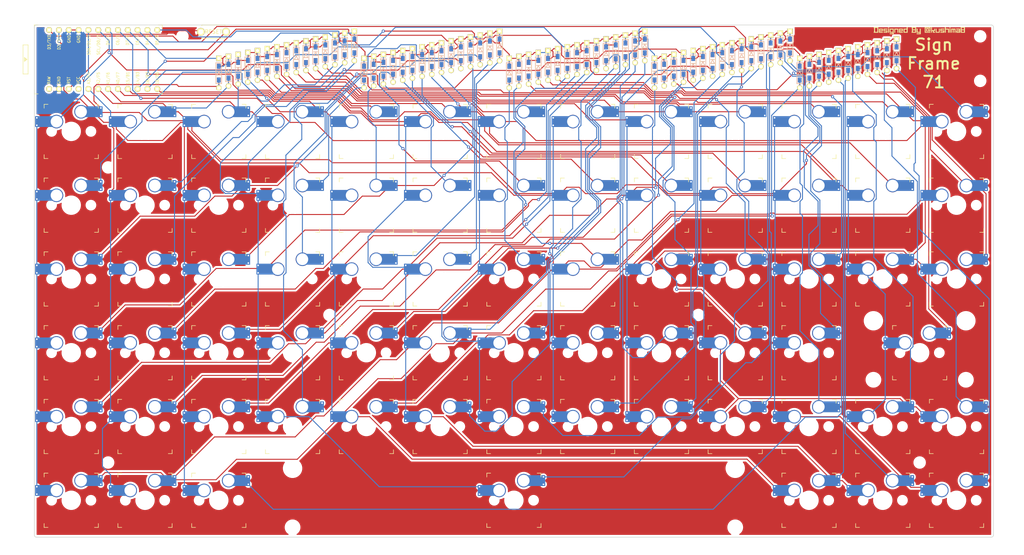
<source format=kicad_pcb>
(kicad_pcb (version 20171130) (host pcbnew "(5.1.4)-1")
  (layers (0 F.Cu signal) (31 B.Cu signal) (34 B.Paste user) (35 F.Paste user) (36 B.SilkS user) (37 F.SilkS user) (38 B.Mask user) (39 F.Mask user) (44 Edge.Cuts user))
  (net 0 "")
  (net 1 VCC)
  (net 2 GND)
  (net 3 row0)
  (net 4 col0)
  (net 5 col1)
  (net 6 col3)
  (net 7 reset)
  (net 8 row2)
  (net 9 col4)
  (net 10 col5)
  (net 11 row1)
  (net 12 row3)
  (net 13 "Net-(D19-Pad2)")
  (net 14 col2)
  (net 15 row4)
  (net 16 "Net-(U1-Pad24)")
  (net 17 "Net-(D1-Pad2)")
  (net 18 "Net-(D2-Pad2)")
  (net 19 "Net-(D3-Pad2)")
  (net 20 "Net-(D7-Pad2)")
  (net 21 "Net-(D8-Pad2)")
  (net 22 "Net-(D9-Pad2)")
  (net 23 "Net-(D13-Pad2)")
  (net 24 "Net-(D14-Pad2)")
  (net 25 "Net-(D15-Pad2)")
  (net 26 "Net-(D22-Pad2)")
  (net 27 "Net-(D30-Pad2)")
  (net 28 "Net-(D38-Pad2)")
  (net 29 "Net-(D39-Pad2)")
  (net 30 "Net-(D40-Pad2)")
  (net 31 col6)
  (net 32 "Net-(D20-Pad2)")
  (net 33 "Net-(D21-Pad2)")
  (net 34 "Net-(D27-Pad2)")
  (net 35 "Net-(D28-Pad2)")
  (net 36 "Net-(D29-Pad2)")
  (net 37 "Net-(D36-Pad2)")
  (net 38 "Net-(D10-Pad2)")
  (net 39 "Net-(D11-Pad2)")
  (net 40 "Net-(D12-Pad2)")
  (net 41 "Net-(D16-Pad2)")
  (net 42 "Net-(D17-Pad2)")
  (net 43 "Net-(D18-Pad2)")
  (net 44 "Net-(D24-Pad2)")
  (net 45 "Net-(D25-Pad2)")
  (net 46 "Net-(D26-Pad2)")
  (net 47 "Net-(D32-Pad2)")
  (net 48 "Net-(D33-Pad2)")
  (net 49 "Net-(D34-Pad2)")
  (net 50 "Net-(D35-Pad2)")
  (net 51 "Net-(D4-Pad2)")
  (net 52 "Net-(D5-Pad2)")
  (net 53 "Net-(D6-Pad2)")
  (net 54 "Net-(D37-Pad2)")
  (net 55 "Net-(D41-Pad2)")
  (net 56 "Net-(D42-Pad2)")
  (net 57 "Net-(D43-Pad2)")
  (net 58 "Net-(D23-Pad2)")
  (net 59 row5)
  (net 60 col7)
  (net 61 "Net-(D31-Pad2)")
  (net 62 col9)
  (net 63 "Net-(D44-Pad2)")
  (net 64 "Net-(D45-Pad2)")
  (net 65 "Net-(D46-Pad2)")
  (net 66 "Net-(D47-Pad2)")
  (net 67 "Net-(D48-Pad2)")
  (net 68 "Net-(D49-Pad2)")
  (net 69 "Net-(D50-Pad2)")
  (net 70 "Net-(D51-Pad2)")
  (net 71 "Net-(D52-Pad2)")
  (net 72 "Net-(D53-Pad2)")
  (net 73 "Net-(D54-Pad2)")
  (net 74 "Net-(D55-Pad2)")
  (net 75 "Net-(D56-Pad2)")
  (net 76 "Net-(D57-Pad2)")
  (net 77 "Net-(D58-Pad2)")
  (net 78 "Net-(D59-Pad2)")
  (net 79 "Net-(D60-Pad2)")
  (net 80 "Net-(D61-Pad2)")
  (net 81 "Net-(D62-Pad2)")
  (net 82 "Net-(D63-Pad2)")
  (net 83 "Net-(D64-Pad2)")
  (net 84 "Net-(D65-Pad2)")
  (net 85 "Net-(D66-Pad2)")
  (net 86 "Net-(D67-Pad2)")
  (net 87 "Net-(D68-Pad2)")
  (net 88 "Net-(D69-Pad2)")
  (net 89 "Net-(D70-Pad2)")
  (net 90 "Net-(D71-Pad2)")
  (net 91 col8)
  (net 92 col10)
  (net 93 col11)
  (module MountingHole:MountingHole_2.2mm_M2 (layer F.Cu) (at -13 -24.5)
    (fp_text reference REF7 hide)
    (fp_text value MountingHole_2.2mm_M2)
    (pad 1 np_thru_hole circle (at 0 0) (size 2.2 2.2) (drill 2.2) (layers *.Cu *.Mask))
  )
  (module MountingHole:MountingHole_2.2mm_M2 (layer F.Cu) (at -13 -13)
    (fp_text reference REF8 hide)
    (fp_text value MountingHole_2.2mm_M2)
    (pad 1 np_thru_hole circle (at 0 0) (size 2.2 2.2) (drill 2.2) (layers *.Cu *.Mask))
  )
  (module MountingHole:MountingHole_2.2mm_M2 (layer F.Cu) (at 193 -13)
    (fp_text reference REF10 hide)
    (fp_text value MountingHole_2.2mm_M2)
    (pad 1 np_thru_hole circle (at 0 0) (size 2.2 2.2) (drill 2.2) (layers *.Cu *.Mask))
  )
  (module MountingHole:MountingHole_2.2mm_M2 (layer F.Cu) (at 193 -24.5)
    (fp_text reference REF9 hide)
    (fp_text value MountingHole_2.2mm_M2)
    (pad 1 np_thru_hole circle (at 0 0) (size 2.2 2.2) (drill 2.2) (layers *.Cu *.Mask))
  )
  (module MountingHole:MountingHole_2.2mm_M2 (layer F.Cu) (at 120.212 47.45)
    (fp_text reference REF4 hide)
    (fp_text value MountingHole_2.2mm_M2)
    (pad 1 np_thru_hole circle (at 0 0) (size 2.2 2.2) (drill 2.2) (layers *.Cu *.Mask))
  )
  (module MX_Alps_Hybrid:MX-2U (layer F.Cu) (at 177.362 57.2 180)
    (fp_text reference REF02)
    (fp_text value 2U)
    (pad "" np_thru_hole circle (at 11.938 8.255 180) (size 3.9878 3.9878) (drill 3.9878) (layers *.Cu *.Mask))
    (pad "" np_thru_hole circle (at -11.938 8.255 180) (size 3.9878 3.9878) (drill 3.9878) (layers *.Cu *.Mask))
    (pad "" np_thru_hole circle (at 11.938 -6.985 180) (size 3.048 3.048) (drill 3.048) (layers *.Cu *.Mask))
    (pad "" np_thru_hole circle (at -11.938 -6.985 180) (size 3.048 3.048) (drill 3.048) (layers *.Cu *.Mask))
  )
  (module MX_Alps_Hybrid:MX-7U (layer F.Cu) (at 72.5875 95.3 180)
    (fp_text reference REF01)
    (fp_text value 7U)
    (pad "" np_thru_hole circle (at 57.15 8.255 180) (size 3.9878 3.9878) (drill 3.9878) (layers *.Cu *.Mask))
    (pad "" np_thru_hole circle (at -57.15 8.255 180) (size 3.9878 3.9878) (drill 3.9878) (layers *.Cu *.Mask))
    (pad "" np_thru_hole circle (at 57.15 -6.985 180) (size 3.048 3.048) (drill 3.048) (layers *.Cu *.Mask))
    (pad "" np_thru_hole circle (at -57.15 -6.985 180) (size 3.048 3.048) (drill 3.048) (layers *.Cu *.Mask))
  )
  (module kbd2:logo_name (layer F.Cu) (at 177.4 -25.5)
    (fp_text reference G*** hide)
    (fp_text value LOGO hide)
  )
  (module kbd:ResetSW_1side (layer F.Cu) (at -5 -25.68)
    (fp_text reference SW72 hide)
    (fp_text value SW_PUSH)
    (fp_text user RESET (at 0 0) (layer F.SilkS))
    (pad 2 thru_hole circle (at -3.25 0) (size 2 2) (drill 1.3) (layers *.Cu F.SilkS B.Mask) (net 2 GND))
    (pad 1 thru_hole circle (at 3.25 0) (size 2 2) (drill 1.3) (layers *.Cu F.SilkS B.Mask) (net 7 reset))
  )
  (module MountingHole:MountingHole_2.2mm_M2 (layer F.Cu) (at 177.362 85.55)
    (fp_text reference REF6 hide)
    (fp_text value MountingHole_2.2mm_M2)
    (pad 1 np_thru_hole circle (at 0 0) (size 2.2 2.2) (drill 2.2) (layers *.Cu *.Mask))
  )
  (module MountingHole:MountingHole_2.2mm_M2 (layer F.Cu) (at 177.362 9.55)
    (fp_text reference REF5 hide)
    (fp_text value MountingHole_2.2mm_M2)
    (pad 1 np_thru_hole circle (at 0 0) (size 2.2 2.2) (drill 2.2) (layers *.Cu *.Mask))
  )
  (module MountingHole:MountingHole_2.2mm_M2 (layer F.Cu) (at 24.9625 47.45)
    (fp_text reference REF3 hide)
    (fp_text value MountingHole_2.2mm_M2)
    (pad 1 np_thru_hole circle (at 0 0) (size 2.2 2.2) (drill 2.2) (layers *.Cu *.Mask))
  )
  (module MountingHole:MountingHole_2.2mm_M2 (layer F.Cu) (at -32.1875 85.55)
    (fp_text reference REF2 hide)
    (fp_text value MountingHole_2.2mm_M2)
    (pad 1 np_thru_hole circle (at 0 0) (size 2.2 2.2) (drill 2.2) (layers *.Cu *.Mask))
  )
  (module MountingHole:MountingHole_2.2mm_M2 (layer F.Cu) (at -32.1875 9.35)
    (fp_text reference REF1 hide)
    (fp_text value MountingHole_2.2mm_M2)
    (pad 1 np_thru_hole circle (at 0 0) (size 2.2 2.2) (drill 2.2) (layers *.Cu *.Mask))
  )
  (module kbd:D3_TH_SMD (layer F.Cu) (at 28.8875 -21.5 270)
    (fp_text reference D14 hide)
    (fp_text value D hide)
    (pad 2 smd rect (at 1.775 0 270) (size 1.3 0.95) (layers F.Cu F.Paste F.Mask) (net 24 "Net-(D14-Pad2)"))
    (pad 2 thru_hole circle (at 3.81 0 270) (size 1.397 1.397) (drill 0.8128) (layers *.Cu *.Mask F.SilkS) (net 24 "Net-(D14-Pad2)"))
    (pad 1 thru_hole rect (at -3.81 0 270) (size 1.397 1.397) (drill 0.8128) (layers *.Cu *.Mask F.SilkS) (net 11 row1))
    (pad 1 smd rect (at -1.775 0 270) (size 1.3 0.95) (layers B.Cu B.Paste B.Mask) (net 11 row1))
    (pad 2 smd rect (at 1.775 0 270) (size 1.3 0.95) (layers B.Cu B.Paste B.Mask) (net 24 "Net-(D14-Pad2)"))
    (pad 1 smd rect (at -1.775 0 270) (size 1.3 0.95) (layers F.Cu F.Paste F.Mask) (net 11 row1))
  )
  (module kbd:D3_TH_SMD (layer F.Cu) (at 31.3875 -22 270)
    (fp_text reference D15 hide)
    (fp_text value D hide)
    (pad 2 smd rect (at 1.775 0 270) (size 1.3 0.95) (layers F.Cu F.Paste F.Mask) (net 25 "Net-(D15-Pad2)"))
    (pad 2 thru_hole circle (at 3.81 0 270) (size 1.397 1.397) (drill 0.8128) (layers *.Cu *.Mask F.SilkS) (net 25 "Net-(D15-Pad2)"))
    (pad 1 thru_hole rect (at -3.81 0 270) (size 1.397 1.397) (drill 0.8128) (layers *.Cu *.Mask F.SilkS) (net 11 row1))
    (pad 1 smd rect (at -1.775 0 270) (size 1.3 0.95) (layers B.Cu B.Paste B.Mask) (net 11 row1))
    (pad 2 smd rect (at 1.775 0 270) (size 1.3 0.95) (layers B.Cu B.Paste B.Mask) (net 25 "Net-(D15-Pad2)"))
    (pad 1 smd rect (at -1.775 0 270) (size 1.3 0.95) (layers F.Cu F.Paste F.Mask) (net 11 row1))
  )
  (module kbd:D3_TH_SMD (layer F.Cu) (at 33.8875 -15 270)
    (fp_text reference D16 hide)
    (fp_text value D hide)
    (pad 1 smd rect (at -1.775 0 270) (size 1.3 0.95) (layers F.Cu F.Paste F.Mask) (net 11 row1))
    (pad 2 smd rect (at 1.775 0 270) (size 1.3 0.95) (layers B.Cu B.Paste B.Mask) (net 41 "Net-(D16-Pad2)"))
    (pad 1 smd rect (at -1.775 0 270) (size 1.3 0.95) (layers B.Cu B.Paste B.Mask) (net 11 row1))
    (pad 1 thru_hole rect (at -3.81 0 270) (size 1.397 1.397) (drill 0.8128) (layers *.Cu *.Mask F.SilkS) (net 11 row1))
    (pad 2 thru_hole circle (at 3.81 0 270) (size 1.397 1.397) (drill 0.8128) (layers *.Cu *.Mask F.SilkS) (net 41 "Net-(D16-Pad2)"))
    (pad 2 smd rect (at 1.775 0 270) (size 1.3 0.95) (layers F.Cu F.Paste F.Mask) (net 41 "Net-(D16-Pad2)"))
  )
  (module kbd:D3_TH_SMD (layer F.Cu) (at 36.3875 -15.5 270)
    (fp_text reference D17 hide)
    (fp_text value D hide)
    (pad 2 smd rect (at 1.775 0 270) (size 1.3 0.95) (layers F.Cu F.Paste F.Mask) (net 42 "Net-(D17-Pad2)"))
    (pad 2 thru_hole circle (at 3.81 0 270) (size 1.397 1.397) (drill 0.8128) (layers *.Cu *.Mask F.SilkS) (net 42 "Net-(D17-Pad2)"))
    (pad 1 thru_hole rect (at -3.81 0 270) (size 1.397 1.397) (drill 0.8128) (layers *.Cu *.Mask F.SilkS) (net 11 row1))
    (pad 1 smd rect (at -1.775 0 270) (size 1.3 0.95) (layers B.Cu B.Paste B.Mask) (net 11 row1))
    (pad 2 smd rect (at 1.775 0 270) (size 1.3 0.95) (layers B.Cu B.Paste B.Mask) (net 42 "Net-(D17-Pad2)"))
    (pad 1 smd rect (at -1.775 0 270) (size 1.3 0.95) (layers F.Cu F.Paste F.Mask) (net 11 row1))
  )
  (module kbd:D3_TH_SMD (layer F.Cu) (at 38.8875 -16 270)
    (fp_text reference D18 hide)
    (fp_text value D hide)
    (pad 2 smd rect (at 1.775 0 270) (size 1.3 0.95) (layers F.Cu F.Paste F.Mask) (net 43 "Net-(D18-Pad2)"))
    (pad 2 thru_hole circle (at 3.81 0 270) (size 1.397 1.397) (drill 0.8128) (layers *.Cu *.Mask F.SilkS) (net 43 "Net-(D18-Pad2)"))
    (pad 1 thru_hole rect (at -3.81 0 270) (size 1.397 1.397) (drill 0.8128) (layers *.Cu *.Mask F.SilkS) (net 11 row1))
    (pad 1 smd rect (at -1.775 0 270) (size 1.3 0.95) (layers B.Cu B.Paste B.Mask) (net 11 row1))
    (pad 2 smd rect (at 1.775 0 270) (size 1.3 0.95) (layers B.Cu B.Paste B.Mask) (net 43 "Net-(D18-Pad2)"))
    (pad 1 smd rect (at -1.775 0 270) (size 1.3 0.95) (layers F.Cu F.Paste F.Mask) (net 11 row1))
  )
  (module kbd:D3_TH_SMD (layer F.Cu) (at 41.3875 -16.5 270)
    (fp_text reference D19 hide)
    (fp_text value D hide)
    (pad 2 smd rect (at 1.775 0 270) (size 1.3 0.95) (layers F.Cu F.Paste F.Mask) (net 13 "Net-(D19-Pad2)"))
    (pad 2 thru_hole circle (at 3.81 0 270) (size 1.397 1.397) (drill 0.8128) (layers *.Cu *.Mask F.SilkS) (net 13 "Net-(D19-Pad2)"))
    (pad 1 thru_hole rect (at -3.81 0 270) (size 1.397 1.397) (drill 0.8128) (layers *.Cu *.Mask F.SilkS) (net 11 row1))
    (pad 1 smd rect (at -1.775 0 270) (size 1.3 0.95) (layers B.Cu B.Paste B.Mask) (net 11 row1))
    (pad 2 smd rect (at 1.775 0 270) (size 1.3 0.95) (layers B.Cu B.Paste B.Mask) (net 13 "Net-(D19-Pad2)"))
    (pad 1 smd rect (at -1.775 0 270) (size 1.3 0.95) (layers F.Cu F.Paste F.Mask) (net 11 row1))
  )
  (module kbd:D3_TH_SMD (layer F.Cu) (at 43.8875 -17 270)
    (fp_text reference D20 hide)
    (fp_text value D hide)
    (pad 2 smd rect (at 1.775 0 270) (size 1.3 0.95) (layers F.Cu F.Paste F.Mask) (net 32 "Net-(D20-Pad2)"))
    (pad 2 thru_hole circle (at 3.81 0 270) (size 1.397 1.397) (drill 0.8128) (layers *.Cu *.Mask F.SilkS) (net 32 "Net-(D20-Pad2)"))
    (pad 1 thru_hole rect (at -3.81 0 270) (size 1.397 1.397) (drill 0.8128) (layers *.Cu *.Mask F.SilkS) (net 11 row1))
    (pad 1 smd rect (at -1.775 0 270) (size 1.3 0.95) (layers B.Cu B.Paste B.Mask) (net 11 row1))
    (pad 2 smd rect (at 1.775 0 270) (size 1.3 0.95) (layers B.Cu B.Paste B.Mask) (net 32 "Net-(D20-Pad2)"))
    (pad 1 smd rect (at -1.775 0 270) (size 1.3 0.95) (layers F.Cu F.Paste F.Mask) (net 11 row1))
  )
  (module kbd:D3_TH_SMD (layer F.Cu) (at 58.8875 -20 270)
    (fp_text reference D26 hide)
    (fp_text value D hide)
    (pad 2 smd rect (at 1.775 0 270) (size 1.3 0.95) (layers F.Cu F.Paste F.Mask) (net 46 "Net-(D26-Pad2)"))
    (pad 2 thru_hole circle (at 3.81 0 270) (size 1.397 1.397) (drill 0.8128) (layers *.Cu *.Mask F.SilkS) (net 46 "Net-(D26-Pad2)"))
    (pad 1 thru_hole rect (at -3.81 0 270) (size 1.397 1.397) (drill 0.8128) (layers *.Cu *.Mask F.SilkS) (net 8 row2))
    (pad 1 smd rect (at -1.775 0 270) (size 1.3 0.95) (layers B.Cu B.Paste B.Mask) (net 8 row2))
    (pad 2 smd rect (at 1.775 0 270) (size 1.3 0.95) (layers B.Cu B.Paste B.Mask) (net 46 "Net-(D26-Pad2)"))
    (pad 1 smd rect (at -1.775 0 270) (size 1.3 0.95) (layers F.Cu F.Paste F.Mask) (net 8 row2))
  )
  (module kbd:D3_TH_SMD (layer F.Cu) (at 61.3875 -20.5 270)
    (fp_text reference D27 hide)
    (fp_text value D hide)
    (pad 2 smd rect (at 1.775 0 270) (size 1.3 0.95) (layers F.Cu F.Paste F.Mask) (net 34 "Net-(D27-Pad2)"))
    (pad 2 thru_hole circle (at 3.81 0 270) (size 1.397 1.397) (drill 0.8128) (layers *.Cu *.Mask F.SilkS) (net 34 "Net-(D27-Pad2)"))
    (pad 1 thru_hole rect (at -3.81 0 270) (size 1.397 1.397) (drill 0.8128) (layers *.Cu *.Mask F.SilkS) (net 8 row2))
    (pad 1 smd rect (at -1.775 0 270) (size 1.3 0.95) (layers B.Cu B.Paste B.Mask) (net 8 row2))
    (pad 2 smd rect (at 1.775 0 270) (size 1.3 0.95) (layers B.Cu B.Paste B.Mask) (net 34 "Net-(D27-Pad2)"))
    (pad 1 smd rect (at -1.775 0 270) (size 1.3 0.95) (layers F.Cu F.Paste F.Mask) (net 8 row2))
  )
  (module kbd:D3_TH_SMD (layer F.Cu) (at 63.8875 -21 270)
    (fp_text reference D28 hide)
    (fp_text value D hide)
    (pad 2 smd rect (at 1.775 0 270) (size 1.3 0.95) (layers F.Cu F.Paste F.Mask) (net 35 "Net-(D28-Pad2)"))
    (pad 2 thru_hole circle (at 3.81 0 270) (size 1.397 1.397) (drill 0.8128) (layers *.Cu *.Mask F.SilkS) (net 35 "Net-(D28-Pad2)"))
    (pad 1 thru_hole rect (at -3.81 0 270) (size 1.397 1.397) (drill 0.8128) (layers *.Cu *.Mask F.SilkS) (net 8 row2))
    (pad 1 smd rect (at -1.775 0 270) (size 1.3 0.95) (layers B.Cu B.Paste B.Mask) (net 8 row2))
    (pad 2 smd rect (at 1.775 0 270) (size 1.3 0.95) (layers B.Cu B.Paste B.Mask) (net 35 "Net-(D28-Pad2)"))
    (pad 1 smd rect (at -1.775 0 270) (size 1.3 0.95) (layers F.Cu F.Paste F.Mask) (net 8 row2))
  )
  (module kbd:D3_TH_SMD (layer F.Cu) (at 66.3875 -21.5 270)
    (fp_text reference D29 hide)
    (fp_text value D hide)
    (pad 2 smd rect (at 1.775 0 270) (size 1.3 0.95) (layers F.Cu F.Paste F.Mask) (net 36 "Net-(D29-Pad2)"))
    (pad 2 thru_hole circle (at 3.81 0 270) (size 1.397 1.397) (drill 0.8128) (layers *.Cu *.Mask F.SilkS) (net 36 "Net-(D29-Pad2)"))
    (pad 1 thru_hole rect (at -3.81 0 270) (size 1.397 1.397) (drill 0.8128) (layers *.Cu *.Mask F.SilkS) (net 8 row2))
    (pad 1 smd rect (at -1.775 0 270) (size 1.3 0.95) (layers B.Cu B.Paste B.Mask) (net 8 row2))
    (pad 2 smd rect (at 1.775 0 270) (size 1.3 0.95) (layers B.Cu B.Paste B.Mask) (net 36 "Net-(D29-Pad2)"))
    (pad 1 smd rect (at -1.775 0 270) (size 1.3 0.95) (layers F.Cu F.Paste F.Mask) (net 8 row2))
  )
  (module kbd:D3_TH_SMD (layer F.Cu) (at 68.8875 -22 270)
    (fp_text reference D30 hide)
    (fp_text value D hide)
    (pad 2 smd rect (at 1.775 0 270) (size 1.3 0.95) (layers F.Cu F.Paste F.Mask) (net 27 "Net-(D30-Pad2)"))
    (pad 2 thru_hole circle (at 3.81 0 270) (size 1.397 1.397) (drill 0.8128) (layers *.Cu *.Mask F.SilkS) (net 27 "Net-(D30-Pad2)"))
    (pad 1 thru_hole rect (at -3.81 0 270) (size 1.397 1.397) (drill 0.8128) (layers *.Cu *.Mask F.SilkS) (net 8 row2))
    (pad 1 smd rect (at -1.775 0 270) (size 1.3 0.95) (layers B.Cu B.Paste B.Mask) (net 8 row2))
    (pad 2 smd rect (at 1.775 0 270) (size 1.3 0.95) (layers B.Cu B.Paste B.Mask) (net 27 "Net-(D30-Pad2)"))
    (pad 1 smd rect (at -1.775 0 270) (size 1.3 0.95) (layers F.Cu F.Paste F.Mask) (net 8 row2))
  )
  (module kbd:D3_TH_SMD (layer F.Cu) (at 71.3875 -15 270)
    (fp_text reference D31 hide)
    (fp_text value D hide)
    (pad 2 smd rect (at 1.775 0 270) (size 1.3 0.95) (layers F.Cu F.Paste F.Mask) (net 61 "Net-(D31-Pad2)"))
    (pad 2 thru_hole circle (at 3.81 0 270) (size 1.397 1.397) (drill 0.8128) (layers *.Cu *.Mask F.SilkS) (net 61 "Net-(D31-Pad2)"))
    (pad 1 thru_hole rect (at -3.81 0 270) (size 1.397 1.397) (drill 0.8128) (layers *.Cu *.Mask F.SilkS) (net 8 row2))
    (pad 1 smd rect (at -1.775 0 270) (size 1.3 0.95) (layers B.Cu B.Paste B.Mask) (net 8 row2))
    (pad 2 smd rect (at 1.775 0 270) (size 1.3 0.95) (layers B.Cu B.Paste B.Mask) (net 61 "Net-(D31-Pad2)"))
    (pad 1 smd rect (at -1.775 0 270) (size 1.3 0.95) (layers F.Cu F.Paste F.Mask) (net 8 row2))
  )
  (module kbd:D3_TH_SMD (layer F.Cu) (at 88.8875 -18.5 270)
    (fp_text reference D38 hide)
    (fp_text value D hide)
    (pad 2 smd rect (at 1.775 0 270) (size 1.3 0.95) (layers F.Cu F.Paste F.Mask) (net 28 "Net-(D38-Pad2)"))
    (pad 2 thru_hole circle (at 3.81 0 270) (size 1.397 1.397) (drill 0.8128) (layers *.Cu *.Mask F.SilkS) (net 28 "Net-(D38-Pad2)"))
    (pad 1 thru_hole rect (at -3.81 0 270) (size 1.397 1.397) (drill 0.8128) (layers *.Cu *.Mask F.SilkS) (net 12 row3))
    (pad 1 smd rect (at -1.775 0 270) (size 1.3 0.95) (layers B.Cu B.Paste B.Mask) (net 12 row3))
    (pad 2 smd rect (at 1.775 0 270) (size 1.3 0.95) (layers B.Cu B.Paste B.Mask) (net 28 "Net-(D38-Pad2)"))
    (pad 1 smd rect (at -1.775 0 270) (size 1.3 0.95) (layers F.Cu F.Paste F.Mask) (net 12 row3))
  )
  (module kbd:D3_TH_SMD (layer F.Cu) (at 91.3875 -19 270)
    (fp_text reference D39 hide)
    (fp_text value D hide)
    (pad 2 smd rect (at 1.775 0 270) (size 1.3 0.95) (layers F.Cu F.Paste F.Mask) (net 29 "Net-(D39-Pad2)"))
    (pad 2 thru_hole circle (at 3.81 0 270) (size 1.397 1.397) (drill 0.8128) (layers *.Cu *.Mask F.SilkS) (net 29 "Net-(D39-Pad2)"))
    (pad 1 thru_hole rect (at -3.81 0 270) (size 1.397 1.397) (drill 0.8128) (layers *.Cu *.Mask F.SilkS) (net 12 row3))
    (pad 1 smd rect (at -1.775 0 270) (size 1.3 0.95) (layers B.Cu B.Paste B.Mask) (net 12 row3))
    (pad 2 smd rect (at 1.775 0 270) (size 1.3 0.95) (layers B.Cu B.Paste B.Mask) (net 29 "Net-(D39-Pad2)"))
    (pad 1 smd rect (at -1.775 0 270) (size 1.3 0.95) (layers F.Cu F.Paste F.Mask) (net 12 row3))
  )
  (module kbd:D3_TH_SMD (layer F.Cu) (at 93.8875 -19.5 270)
    (fp_text reference D40 hide)
    (fp_text value D hide)
    (pad 2 smd rect (at 1.775 0 270) (size 1.3 0.95) (layers F.Cu F.Paste F.Mask) (net 30 "Net-(D40-Pad2)"))
    (pad 2 thru_hole circle (at 3.81 0 270) (size 1.397 1.397) (drill 0.8128) (layers *.Cu *.Mask F.SilkS) (net 30 "Net-(D40-Pad2)"))
    (pad 1 thru_hole rect (at -3.81 0 270) (size 1.397 1.397) (drill 0.8128) (layers *.Cu *.Mask F.SilkS) (net 12 row3))
    (pad 1 smd rect (at -1.775 0 270) (size 1.3 0.95) (layers B.Cu B.Paste B.Mask) (net 12 row3))
    (pad 2 smd rect (at 1.775 0 270) (size 1.3 0.95) (layers B.Cu B.Paste B.Mask) (net 30 "Net-(D40-Pad2)"))
    (pad 1 smd rect (at -1.775 0 270) (size 1.3 0.95) (layers F.Cu F.Paste F.Mask) (net 12 row3))
  )
  (module kbd:D3_TH_SMD (layer F.Cu) (at 96.3875 -20 270)
    (fp_text reference D41 hide)
    (fp_text value D hide)
    (pad 2 smd rect (at 1.775 0 270) (size 1.3 0.95) (layers F.Cu F.Paste F.Mask) (net 55 "Net-(D41-Pad2)"))
    (pad 2 thru_hole circle (at 3.81 0 270) (size 1.397 1.397) (drill 0.8128) (layers *.Cu *.Mask F.SilkS) (net 55 "Net-(D41-Pad2)"))
    (pad 1 thru_hole rect (at -3.81 0 270) (size 1.397 1.397) (drill 0.8128) (layers *.Cu *.Mask F.SilkS) (net 12 row3))
    (pad 1 smd rect (at -1.775 0 270) (size 1.3 0.95) (layers B.Cu B.Paste B.Mask) (net 12 row3))
    (pad 2 smd rect (at 1.775 0 270) (size 1.3 0.95) (layers B.Cu B.Paste B.Mask) (net 55 "Net-(D41-Pad2)"))
    (pad 1 smd rect (at -1.775 0 270) (size 1.3 0.95) (layers F.Cu F.Paste F.Mask) (net 12 row3))
  )
  (module kbd:D3_TH_SMD (layer F.Cu) (at 98.8875 -20.5 270)
    (fp_text reference D42 hide)
    (fp_text value D hide)
    (pad 2 smd rect (at 1.775 0 270) (size 1.3 0.95) (layers F.Cu F.Paste F.Mask) (net 56 "Net-(D42-Pad2)"))
    (pad 2 thru_hole circle (at 3.81 0 270) (size 1.397 1.397) (drill 0.8128) (layers *.Cu *.Mask F.SilkS) (net 56 "Net-(D42-Pad2)"))
    (pad 1 thru_hole rect (at -3.81 0 270) (size 1.397 1.397) (drill 0.8128) (layers *.Cu *.Mask F.SilkS) (net 12 row3))
    (pad 1 smd rect (at -1.775 0 270) (size 1.3 0.95) (layers B.Cu B.Paste B.Mask) (net 12 row3))
    (pad 2 smd rect (at 1.775 0 270) (size 1.3 0.95) (layers B.Cu B.Paste B.Mask) (net 56 "Net-(D42-Pad2)"))
    (pad 1 smd rect (at -1.775 0 270) (size 1.3 0.95) (layers F.Cu F.Paste F.Mask) (net 12 row3))
  )
  (module kbd:D3_TH_SMD (layer F.Cu) (at 101.388 -21 270)
    (fp_text reference D43 hide)
    (fp_text value D hide)
    (pad 2 smd rect (at 1.775 0 270) (size 1.3 0.95) (layers F.Cu F.Paste F.Mask) (net 57 "Net-(D43-Pad2)"))
    (pad 2 thru_hole circle (at 3.81 0 270) (size 1.397 1.397) (drill 0.8128) (layers *.Cu *.Mask F.SilkS) (net 57 "Net-(D43-Pad2)"))
    (pad 1 thru_hole rect (at -3.81 0 270) (size 1.397 1.397) (drill 0.8128) (layers *.Cu *.Mask F.SilkS) (net 12 row3))
    (pad 1 smd rect (at -1.775 0 270) (size 1.3 0.95) (layers B.Cu B.Paste B.Mask) (net 12 row3))
    (pad 2 smd rect (at 1.775 0 270) (size 1.3 0.95) (layers B.Cu B.Paste B.Mask) (net 57 "Net-(D43-Pad2)"))
    (pad 1 smd rect (at -1.775 0 270) (size 1.3 0.95) (layers F.Cu F.Paste F.Mask) (net 12 row3))
  )
  (module kbd:D3_TH_SMD (layer F.Cu) (at 118.888 -17 270)
    (fp_text reference D50 hide)
    (fp_text value D hide)
    (pad 2 smd rect (at 1.775 0 270) (size 1.3 0.95) (layers F.Cu F.Paste F.Mask) (net 69 "Net-(D50-Pad2)"))
    (pad 2 thru_hole circle (at 3.81 0 270) (size 1.397 1.397) (drill 0.8128) (layers *.Cu *.Mask F.SilkS) (net 69 "Net-(D50-Pad2)"))
    (pad 1 thru_hole rect (at -3.81 0 270) (size 1.397 1.397) (drill 0.8128) (layers *.Cu *.Mask F.SilkS) (net 15 row4))
    (pad 1 smd rect (at -1.775 0 270) (size 1.3 0.95) (layers B.Cu B.Paste B.Mask) (net 15 row4))
    (pad 2 smd rect (at 1.775 0 270) (size 1.3 0.95) (layers B.Cu B.Paste B.Mask) (net 69 "Net-(D50-Pad2)"))
    (pad 1 smd rect (at -1.775 0 270) (size 1.3 0.95) (layers F.Cu F.Paste F.Mask) (net 15 row4))
  )
  (module kbd:D3_TH_SMD (layer F.Cu) (at 121.388 -17.5 270)
    (fp_text reference D51 hide)
    (fp_text value D hide)
    (pad 2 smd rect (at 1.775 0 270) (size 1.3 0.95) (layers F.Cu F.Paste F.Mask) (net 70 "Net-(D51-Pad2)"))
    (pad 2 thru_hole circle (at 3.81 0 270) (size 1.397 1.397) (drill 0.8128) (layers *.Cu *.Mask F.SilkS) (net 70 "Net-(D51-Pad2)"))
    (pad 1 thru_hole rect (at -3.81 0 270) (size 1.397 1.397) (drill 0.8128) (layers *.Cu *.Mask F.SilkS) (net 15 row4))
    (pad 1 smd rect (at -1.775 0 270) (size 1.3 0.95) (layers B.Cu B.Paste B.Mask) (net 15 row4))
    (pad 2 smd rect (at 1.775 0 270) (size 1.3 0.95) (layers B.Cu B.Paste B.Mask) (net 70 "Net-(D51-Pad2)"))
    (pad 1 smd rect (at -1.775 0 270) (size 1.3 0.95) (layers F.Cu F.Paste F.Mask) (net 15 row4))
  )
  (module kbd:D3_TH_SMD (layer F.Cu) (at 123.888 -18 270)
    (fp_text reference D52 hide)
    (fp_text value D hide)
    (pad 2 smd rect (at 1.775 0 270) (size 1.3 0.95) (layers F.Cu F.Paste F.Mask) (net 71 "Net-(D52-Pad2)"))
    (pad 2 thru_hole circle (at 3.81 0 270) (size 1.397 1.397) (drill 0.8128) (layers *.Cu *.Mask F.SilkS) (net 71 "Net-(D52-Pad2)"))
    (pad 1 thru_hole rect (at -3.81 0 270) (size 1.397 1.397) (drill 0.8128) (layers *.Cu *.Mask F.SilkS) (net 15 row4))
    (pad 1 smd rect (at -1.775 0 270) (size 1.3 0.95) (layers B.Cu B.Paste B.Mask) (net 15 row4))
    (pad 2 smd rect (at 1.775 0 270) (size 1.3 0.95) (layers B.Cu B.Paste B.Mask) (net 71 "Net-(D52-Pad2)"))
    (pad 1 smd rect (at -1.775 0 270) (size 1.3 0.95) (layers F.Cu F.Paste F.Mask) (net 15 row4))
  )
  (module kbd:D3_TH_SMD (layer F.Cu) (at 126.388 -18.5 270)
    (fp_text reference D53 hide)
    (fp_text value D hide)
    (pad 2 smd rect (at 1.775 0 270) (size 1.3 0.95) (layers F.Cu F.Paste F.Mask) (net 72 "Net-(D53-Pad2)"))
    (pad 2 thru_hole circle (at 3.81 0 270) (size 1.397 1.397) (drill 0.8128) (layers *.Cu *.Mask F.SilkS) (net 72 "Net-(D53-Pad2)"))
    (pad 1 thru_hole rect (at -3.81 0 270) (size 1.397 1.397) (drill 0.8128) (layers *.Cu *.Mask F.SilkS) (net 15 row4))
    (pad 1 smd rect (at -1.775 0 270) (size 1.3 0.95) (layers B.Cu B.Paste B.Mask) (net 15 row4))
    (pad 2 smd rect (at 1.775 0 270) (size 1.3 0.95) (layers B.Cu B.Paste B.Mask) (net 72 "Net-(D53-Pad2)"))
    (pad 1 smd rect (at -1.775 0 270) (size 1.3 0.95) (layers F.Cu F.Paste F.Mask) (net 15 row4))
  )
  (module kbd:D3_TH_SMD (layer F.Cu) (at 128.888 -19 270)
    (fp_text reference D54 hide)
    (fp_text value D hide)
    (pad 2 smd rect (at 1.775 0 270) (size 1.3 0.95) (layers F.Cu F.Paste F.Mask) (net 73 "Net-(D54-Pad2)"))
    (pad 2 thru_hole circle (at 3.81 0 270) (size 1.397 1.397) (drill 0.8128) (layers *.Cu *.Mask F.SilkS) (net 73 "Net-(D54-Pad2)"))
    (pad 1 thru_hole rect (at -3.81 0 270) (size 1.397 1.397) (drill 0.8128) (layers *.Cu *.Mask F.SilkS) (net 15 row4))
    (pad 1 smd rect (at -1.775 0 270) (size 1.3 0.95) (layers B.Cu B.Paste B.Mask) (net 15 row4))
    (pad 2 smd rect (at 1.775 0 270) (size 1.3 0.95) (layers B.Cu B.Paste B.Mask) (net 73 "Net-(D54-Pad2)"))
    (pad 1 smd rect (at -1.775 0 270) (size 1.3 0.95) (layers F.Cu F.Paste F.Mask) (net 15 row4))
  )
  (module kbd:D3_TH_SMD (layer F.Cu) (at 131.388 -19.5 270)
    (fp_text reference D55 hide)
    (fp_text value D hide)
    (pad 2 smd rect (at 1.775 0 270) (size 1.3 0.95) (layers F.Cu F.Paste F.Mask) (net 74 "Net-(D55-Pad2)"))
    (pad 2 thru_hole circle (at 3.81 0 270) (size 1.397 1.397) (drill 0.8128) (layers *.Cu *.Mask F.SilkS) (net 74 "Net-(D55-Pad2)"))
    (pad 1 thru_hole rect (at -3.81 0 270) (size 1.397 1.397) (drill 0.8128) (layers *.Cu *.Mask F.SilkS) (net 15 row4))
    (pad 1 smd rect (at -1.775 0 270) (size 1.3 0.95) (layers B.Cu B.Paste B.Mask) (net 15 row4))
    (pad 2 smd rect (at 1.775 0 270) (size 1.3 0.95) (layers B.Cu B.Paste B.Mask) (net 74 "Net-(D55-Pad2)"))
    (pad 1 smd rect (at -1.775 0 270) (size 1.3 0.95) (layers F.Cu F.Paste F.Mask) (net 15 row4))
  )
  (module kbd:D3_TH_SMD (layer F.Cu) (at 148.888 -15.5 270)
    (fp_text reference D62 hide)
    (fp_text value D hide)
    (pad 2 smd rect (at 1.775 0 270) (size 1.3 0.95) (layers F.Cu F.Paste F.Mask) (net 81 "Net-(D62-Pad2)"))
    (pad 2 thru_hole circle (at 3.81 0 270) (size 1.397 1.397) (drill 0.8128) (layers *.Cu *.Mask F.SilkS) (net 81 "Net-(D62-Pad2)"))
    (pad 1 thru_hole rect (at -3.81 0 270) (size 1.397 1.397) (drill 0.8128) (layers *.Cu *.Mask F.SilkS) (net 59 row5))
    (pad 1 smd rect (at -1.775 0 270) (size 1.3 0.95) (layers B.Cu B.Paste B.Mask) (net 59 row5))
    (pad 2 smd rect (at 1.775 0 270) (size 1.3 0.95) (layers B.Cu B.Paste B.Mask) (net 81 "Net-(D62-Pad2)"))
    (pad 1 smd rect (at -1.775 0 270) (size 1.3 0.95) (layers F.Cu F.Paste F.Mask) (net 59 row5))
  )
  (module kbd:D3_TH_SMD (layer F.Cu) (at 151.388 -16 270)
    (fp_text reference D63 hide)
    (fp_text value D hide)
    (pad 2 smd rect (at 1.775 0 270) (size 1.3 0.95) (layers F.Cu F.Paste F.Mask) (net 82 "Net-(D63-Pad2)"))
    (pad 2 thru_hole circle (at 3.81 0 270) (size 1.397 1.397) (drill 0.8128) (layers *.Cu *.Mask F.SilkS) (net 82 "Net-(D63-Pad2)"))
    (pad 1 thru_hole rect (at -3.81 0 270) (size 1.397 1.397) (drill 0.8128) (layers *.Cu *.Mask F.SilkS) (net 59 row5))
    (pad 1 smd rect (at -1.775 0 270) (size 1.3 0.95) (layers B.Cu B.Paste B.Mask) (net 59 row5))
    (pad 2 smd rect (at 1.775 0 270) (size 1.3 0.95) (layers B.Cu B.Paste B.Mask) (net 82 "Net-(D63-Pad2)"))
    (pad 1 smd rect (at -1.775 0 270) (size 1.3 0.95) (layers F.Cu F.Paste F.Mask) (net 59 row5))
  )
  (module kbd:D3_TH_SMD (layer F.Cu) (at 153.888 -16.5 270)
    (fp_text reference D64 hide)
    (fp_text value D hide)
    (pad 2 smd rect (at 1.775 0 270) (size 1.3 0.95) (layers F.Cu F.Paste F.Mask) (net 83 "Net-(D64-Pad2)"))
    (pad 2 thru_hole circle (at 3.81 0 270) (size 1.397 1.397) (drill 0.8128) (layers *.Cu *.Mask F.SilkS) (net 83 "Net-(D64-Pad2)"))
    (pad 1 thru_hole rect (at -3.81 0 270) (size 1.397 1.397) (drill 0.8128) (layers *.Cu *.Mask F.SilkS) (net 59 row5))
    (pad 1 smd rect (at -1.775 0 270) (size 1.3 0.95) (layers B.Cu B.Paste B.Mask) (net 59 row5))
    (pad 2 smd rect (at 1.775 0 270) (size 1.3 0.95) (layers B.Cu B.Paste B.Mask) (net 83 "Net-(D64-Pad2)"))
    (pad 1 smd rect (at -1.775 0 270) (size 1.3 0.95) (layers F.Cu F.Paste F.Mask) (net 59 row5))
  )
  (module kbd:D3_TH_SMD (layer F.Cu) (at 156.388 -17 270)
    (fp_text reference D65 hide)
    (fp_text value D hide)
    (pad 2 smd rect (at 1.775 0 270) (size 1.3 0.95) (layers F.Cu F.Paste F.Mask) (net 84 "Net-(D65-Pad2)"))
    (pad 2 thru_hole circle (at 3.81 0 270) (size 1.397 1.397) (drill 0.8128) (layers *.Cu *.Mask F.SilkS) (net 84 "Net-(D65-Pad2)"))
    (pad 1 thru_hole rect (at -3.81 0 270) (size 1.397 1.397) (drill 0.8128) (layers *.Cu *.Mask F.SilkS) (net 59 row5))
    (pad 1 smd rect (at -1.775 0 270) (size 1.3 0.95) (layers B.Cu B.Paste B.Mask) (net 59 row5))
    (pad 2 smd rect (at 1.775 0 270) (size 1.3 0.95) (layers B.Cu B.Paste B.Mask) (net 84 "Net-(D65-Pad2)"))
    (pad 1 smd rect (at -1.775 0 270) (size 1.3 0.95) (layers F.Cu F.Paste F.Mask) (net 59 row5))
  )
  (module kbd:D3_TH_SMD (layer F.Cu) (at 158.888 -17.5 270)
    (fp_text reference D66 hide)
    (fp_text value D hide)
    (pad 2 smd rect (at 1.775 0 270) (size 1.3 0.95) (layers F.Cu F.Paste F.Mask) (net 85 "Net-(D66-Pad2)"))
    (pad 2 thru_hole circle (at 3.81 0 270) (size 1.397 1.397) (drill 0.8128) (layers *.Cu *.Mask F.SilkS) (net 85 "Net-(D66-Pad2)"))
    (pad 1 thru_hole rect (at -3.81 0 270) (size 1.397 1.397) (drill 0.8128) (layers *.Cu *.Mask F.SilkS) (net 59 row5))
    (pad 1 smd rect (at -1.775 0 270) (size 1.3 0.95) (layers B.Cu B.Paste B.Mask) (net 59 row5))
    (pad 2 smd rect (at 1.775 0 270) (size 1.3 0.95) (layers B.Cu B.Paste B.Mask) (net 85 "Net-(D66-Pad2)"))
    (pad 1 smd rect (at -1.775 0 270) (size 1.3 0.95) (layers F.Cu F.Paste F.Mask) (net 59 row5))
  )
  (module kbd:D3_TH_SMD (layer F.Cu) (at 161.388 -18 270)
    (fp_text reference D67 hide)
    (fp_text value D hide)
    (pad 2 smd rect (at 1.775 0 270) (size 1.3 0.95) (layers F.Cu F.Paste F.Mask) (net 86 "Net-(D67-Pad2)"))
    (pad 2 thru_hole circle (at 3.81 0 270) (size 1.397 1.397) (drill 0.8128) (layers *.Cu *.Mask F.SilkS) (net 86 "Net-(D67-Pad2)"))
    (pad 1 thru_hole rect (at -3.81 0 270) (size 1.397 1.397) (drill 0.8128) (layers *.Cu *.Mask F.SilkS) (net 59 row5))
    (pad 1 smd rect (at -1.775 0 270) (size 1.3 0.95) (layers B.Cu B.Paste B.Mask) (net 59 row5))
    (pad 2 smd rect (at 1.775 0 270) (size 1.3 0.95) (layers B.Cu B.Paste B.Mask) (net 86 "Net-(D67-Pad2)"))
    (pad 1 smd rect (at -1.775 0 270) (size 1.3 0.95) (layers F.Cu F.Paste F.Mask) (net 59 row5))
  )
  (module kbd:ProMicro_v3.5 (layer F.Cu) (at -32.96 -18.53 90)
    (fp_text reference U1 hide)
    (fp_text value ProMicro hide)
    (fp_text user "" (at -1.2515 -16.256 90) (layer B.SilkS) (effects (justify mirror)))
    (fp_text user "" (at -0.545 -17.4 90) (layer F.SilkS))
    (fp_text user RAW (at -5.395 -14.5 90 unlocked) (layer F.SilkS) (effects (font (size 0.75 0.67) (thickness 0.125))))
    (fp_text user GND (at -5.395 -11.95 90 unlocked) (layer F.SilkS) (effects (font (size 0.75 0.67) (thickness 0.125))))
    (fp_text user RST (at -5.395 -9.4 90 unlocked) (layer F.SilkS) (effects (font (size 0.75 0.67) (thickness 0.125))))
    (fp_text user VCC (at -5.395 -6.95 90 unlocked) (layer F.SilkS) (effects (font (size 0.75 0.67) (thickness 0.125))))
    (fp_text user A3/F4 (at -4.845 -4.25 90 unlocked) (layer F.SilkS) (effects (font (size 0.75 0.67) (thickness 0.125))))
    (fp_text user A2/F5 (at -4.845 -1.75 90 unlocked) (layer F.SilkS) (effects (font (size 0.75 0.67) (thickness 0.125))))
    (fp_text user A1/F6 (at -4.845 0.75 90 unlocked) (layer F.SilkS) (effects (font (size 0.75 0.67) (thickness 0.125))))
    (fp_text user A0/F7 (at -4.845 3.3 90 unlocked) (layer F.SilkS) (effects (font (size 0.75 0.67) (thickness 0.125))))
    (fp_text user 15/B1 (at -4.845 5.85 90 unlocked) (layer F.SilkS) (effects (font (size 0.75 0.67) (thickness 0.125))))
    (fp_text user 14/B3 (at -4.845 8.4 90 unlocked) (layer F.SilkS) (effects (font (size 0.75 0.67) (thickness 0.125))))
    (fp_text user 10/B6 (at -4.845 13.45 90 unlocked) (layer F.SilkS) (effects (font (size 0.75 0.67) (thickness 0.125))))
    (fp_text user 16/B2 (at -4.845 10.95 90 unlocked) (layer F.SilkS) (effects (font (size 0.75 0.67) (thickness 0.125))))
    (fp_text user E6/7 (at 5.005 8.35 90 unlocked) (layer F.SilkS) (effects (font (size 0.75 0.67) (thickness 0.125))))
    (fp_text user D7/6 (at 5.005 5.8 90 unlocked) (layer F.SilkS) (effects (font (size 0.75 0.67) (thickness 0.125))))
    (fp_text user GND (at 5.255 -9.3 90 unlocked) (layer F.SilkS) (effects (font (size 0.75 0.67) (thickness 0.125))))
    (fp_text user GND (at 5.255 -6.85 90 unlocked) (layer F.SilkS) (effects (font (size 0.75 0.67) (thickness 0.125))))
    (fp_text user D3/TX0 (at 4.455 -14.45 90 unlocked) (layer F.SilkS) (effects (font (size 0.75 0.67) (thickness 0.125))))
    (fp_text user D4/4 (at 5.005 0.7 90 unlocked) (layer F.SilkS) (effects (font (size 0.75 0.67) (thickness 0.125))))
    (fp_text user SDA/D1/2 (at 3.755 -4.2 90 unlocked) (layer F.SilkS) (effects (font (size 0.75 0.67) (thickness 0.125))))
    (fp_text user SCL/D0/3 (at 3.755 -1.7 90 unlocked) (layer F.SilkS) (effects (font (size 0.75 0.67) (thickness 0.125))))
    (fp_text user C6/5 (at 5.005 3.25 90 unlocked) (layer F.SilkS) (effects (font (size 0.75 0.67) (thickness 0.125))))
    (fp_text user B5/9 (at 5.005 13.4 90 unlocked) (layer F.SilkS) (effects (font (size 0.75 0.67) (thickness 0.125))))
    (fp_text user D2/RX1 (at 4.455 -11.9 90 unlocked) (layer F.SilkS) (effects (font (size 0.75 0.67) (thickness 0.125))))
    (fp_text user B4/8 (at 5.005 10.9 90 unlocked) (layer F.SilkS) (effects (font (size 0.75 0.67) (thickness 0.125))))
    (pad 24 thru_hole circle (at -7.6086 -14.478 90) (size 1.524 1.524) (drill 0.8128) (layers *.Cu F.SilkS B.Mask) (net 16 "Net-(U1-Pad24)"))
    (pad 23 thru_hole circle (at -7.6086 -11.938 90) (size 1.524 1.524) (drill 0.8128) (layers *.Cu F.SilkS B.Mask) (net 2 GND))
    (pad 22 thru_hole circle (at -7.6086 -9.398 90) (size 1.524 1.524) (drill 0.8128) (layers *.Cu F.SilkS B.Mask) (net 7 reset))
    (pad 21 thru_hole circle (at -7.6086 -6.858 90) (size 1.524 1.524) (drill 0.8128) (layers *.Cu F.SilkS B.Mask) (net 1 VCC))
    (pad 20 thru_hole circle (at -7.6086 -4.318 90) (size 1.524 1.524) (drill 0.8128) (layers *.Cu F.SilkS B.Mask) (net 5 col1))
    (pad 19 thru_hole circle (at -7.6086 -1.778 90) (size 1.524 1.524) (drill 0.8128) (layers *.Cu F.SilkS B.Mask) (net 14 col2))
    (pad 18 thru_hole circle (at -7.6086 0.762 90) (size 1.524 1.524) (drill 0.8128) (layers *.Cu F.SilkS B.Mask) (net 6 col3))
    (pad 17 thru_hole circle (at -7.6086 3.302 90) (size 1.524 1.524) (drill 0.8128) (layers *.Cu F.SilkS B.Mask) (net 9 col4))
    (pad 16 thru_hole circle (at -7.6086 5.842 90) (size 1.524 1.524) (drill 0.8128) (layers *.Cu F.SilkS B.Mask) (net 10 col5))
    (pad 15 thru_hole circle (at -7.6086 8.382 90) (size 1.524 1.524) (drill 0.8128) (layers *.Cu F.SilkS B.Mask) (net 8 row2))
    (pad 14 thru_hole circle (at -7.6086 10.922 90) (size 1.524 1.524) (drill 0.8128) (layers *.Cu F.SilkS B.Mask) (net 12 row3))
    (pad 13 thru_hole circle (at -7.6086 13.462 90) (size 1.524 1.524) (drill 0.8128) (layers *.Cu F.SilkS B.Mask) (net 93 col11))
    (pad 12 thru_hole circle (at 7.6114 13.462 90) (size 1.524 1.524) (drill 0.8128) (layers *.Cu F.SilkS B.Mask) (net 15 row4))
    (pad 11 thru_hole circle (at 7.6114 10.922 90) (size 1.524 1.524) (drill 0.8128) (layers *.Cu F.SilkS B.Mask) (net 11 row1))
    (pad 10 thru_hole circle (at 7.6114 8.382 90) (size 1.524 1.524) (drill 0.8128) (layers *.Cu F.SilkS B.Mask) (net 3 row0))
    (pad 9 thru_hole circle (at 7.6114 5.842 90) (size 1.524 1.524) (drill 0.8128) (layers *.Cu F.SilkS B.Mask) (net 31 col6))
    (pad 8 thru_hole circle (at 7.6114 3.302 90) (size 1.524 1.524) (drill 0.8128) (layers *.Cu F.SilkS B.Mask) (net 62 col9))
    (pad 7 thru_hole circle (at 7.6114 0.762 90) (size 1.524 1.524) (drill 0.8128) (layers *.Cu F.SilkS B.Mask) (net 4 col0))
    (pad 6 thru_hole circle (at 7.6114 -1.778 90) (size 1.524 1.524) (drill 0.8128) (layers *.Cu F.SilkS B.Mask) (net 91 col8))
    (pad 5 thru_hole circle (at 7.6114 -4.318 90) (size 1.524 1.524) (drill 0.8128) (layers *.Cu F.SilkS B.Mask) (net 60 col7))
    (pad 4 thru_hole circle (at 7.6114 -6.858 90) (size 1.524 1.524) (drill 0.8128) (layers *.Cu F.SilkS B.Mask) (net 2 GND))
    (pad 3 thru_hole circle (at 7.6114 -9.398 90) (size 1.524 1.524) (drill 0.8128) (layers *.Cu F.SilkS B.Mask) (net 2 GND))
    (pad 2 thru_hole circle (at 7.6114 -11.938 90) (size 1.524 1.524) (drill 0.8128) (layers *.Cu F.SilkS B.Mask) (net 92 col10))
    (pad 1 thru_hole circle (at 7.6114 -14.478 90) (size 1.524 1.524) (drill 0.8128) (layers *.Cu F.SilkS B.Mask) (net 59 row5))
  )
  (module kbd:D3_TH_SMD (layer F.Cu) (at -3.6125 -15 270)
    (fp_text reference D1 hide)
    (fp_text value D hide)
    (pad 2 smd rect (at 1.775 0 270) (size 1.3 0.95) (layers F.Cu F.Paste F.Mask) (net 17 "Net-(D1-Pad2)"))
    (pad 2 thru_hole circle (at 3.81 0 270) (size 1.397 1.397) (drill 0.8128) (layers *.Cu *.Mask F.SilkS) (net 17 "Net-(D1-Pad2)"))
    (pad 1 thru_hole rect (at -3.81 0 270) (size 1.397 1.397) (drill 0.8128) (layers *.Cu *.Mask F.SilkS) (net 3 row0))
    (pad 1 smd rect (at -1.775 0 270) (size 1.3 0.95) (layers B.Cu B.Paste B.Mask) (net 3 row0))
    (pad 2 smd rect (at 1.775 0 270) (size 1.3 0.95) (layers B.Cu B.Paste B.Mask) (net 17 "Net-(D1-Pad2)"))
    (pad 1 smd rect (at -1.775 0 270) (size 1.3 0.95) (layers F.Cu F.Paste F.Mask) (net 3 row0))
  )
  (module kbd:D3_TH_SMD (layer F.Cu) (at -1.1125 -15.5 270)
    (fp_text reference D2 hide)
    (fp_text value D hide)
    (pad 2 smd rect (at 1.775 0 270) (size 1.3 0.95) (layers F.Cu F.Paste F.Mask) (net 18 "Net-(D2-Pad2)"))
    (pad 2 thru_hole circle (at 3.81 0 270) (size 1.397 1.397) (drill 0.8128) (layers *.Cu *.Mask F.SilkS) (net 18 "Net-(D2-Pad2)"))
    (pad 1 thru_hole rect (at -3.81 0 270) (size 1.397 1.397) (drill 0.8128) (layers *.Cu *.Mask F.SilkS) (net 3 row0))
    (pad 1 smd rect (at -1.775 0 270) (size 1.3 0.95) (layers B.Cu B.Paste B.Mask) (net 3 row0))
    (pad 2 smd rect (at 1.775 0 270) (size 1.3 0.95) (layers B.Cu B.Paste B.Mask) (net 18 "Net-(D2-Pad2)"))
    (pad 1 smd rect (at -1.775 0 270) (size 1.3 0.95) (layers F.Cu F.Paste F.Mask) (net 3 row0))
  )
  (module kbd:D3_TH_SMD (layer F.Cu) (at 1.3875 -16 270)
    (fp_text reference D3 hide)
    (fp_text value D hide)
    (pad 2 smd rect (at 1.775 0 270) (size 1.3 0.95) (layers F.Cu F.Paste F.Mask) (net 19 "Net-(D3-Pad2)"))
    (pad 2 thru_hole circle (at 3.81 0 270) (size 1.397 1.397) (drill 0.8128) (layers *.Cu *.Mask F.SilkS) (net 19 "Net-(D3-Pad2)"))
    (pad 1 thru_hole rect (at -3.81 0 270) (size 1.397 1.397) (drill 0.8128) (layers *.Cu *.Mask F.SilkS) (net 3 row0))
    (pad 1 smd rect (at -1.775 0 270) (size 1.3 0.95) (layers B.Cu B.Paste B.Mask) (net 3 row0))
    (pad 2 smd rect (at 1.775 0 270) (size 1.3 0.95) (layers B.Cu B.Paste B.Mask) (net 19 "Net-(D3-Pad2)"))
    (pad 1 smd rect (at -1.775 0 270) (size 1.3 0.95) (layers F.Cu F.Paste F.Mask) (net 3 row0))
  )
  (module kbd:D3_TH_SMD (layer F.Cu) (at 3.8875 -16.5 270)
    (fp_text reference D4 hide)
    (fp_text value D hide)
    (pad 2 smd rect (at 1.775 0 270) (size 1.3 0.95) (layers F.Cu F.Paste F.Mask) (net 51 "Net-(D4-Pad2)"))
    (pad 2 thru_hole circle (at 3.81 0 270) (size 1.397 1.397) (drill 0.8128) (layers *.Cu *.Mask F.SilkS) (net 51 "Net-(D4-Pad2)"))
    (pad 1 thru_hole rect (at -3.81 0 270) (size 1.397 1.397) (drill 0.8128) (layers *.Cu *.Mask F.SilkS) (net 3 row0))
    (pad 1 smd rect (at -1.775 0 270) (size 1.3 0.95) (layers B.Cu B.Paste B.Mask) (net 3 row0))
    (pad 2 smd rect (at 1.775 0 270) (size 1.3 0.95) (layers B.Cu B.Paste B.Mask) (net 51 "Net-(D4-Pad2)"))
    (pad 1 smd rect (at -1.775 0 270) (size 1.3 0.95) (layers F.Cu F.Paste F.Mask) (net 3 row0))
  )
  (module kbd:D3_TH_SMD (layer F.Cu) (at 6.3875 -17 270)
    (fp_text reference D5 hide)
    (fp_text value D hide)
    (pad 2 smd rect (at 1.775 0 270) (size 1.3 0.95) (layers F.Cu F.Paste F.Mask) (net 52 "Net-(D5-Pad2)"))
    (pad 2 thru_hole circle (at 3.81 0 270) (size 1.397 1.397) (drill 0.8128) (layers *.Cu *.Mask F.SilkS) (net 52 "Net-(D5-Pad2)"))
    (pad 1 thru_hole rect (at -3.81 0 270) (size 1.397 1.397) (drill 0.8128) (layers *.Cu *.Mask F.SilkS) (net 3 row0))
    (pad 1 smd rect (at -1.775 0 270) (size 1.3 0.95) (layers B.Cu B.Paste B.Mask) (net 3 row0))
    (pad 2 smd rect (at 1.775 0 270) (size 1.3 0.95) (layers B.Cu B.Paste B.Mask) (net 52 "Net-(D5-Pad2)"))
    (pad 1 smd rect (at -1.775 0 270) (size 1.3 0.95) (layers F.Cu F.Paste F.Mask) (net 3 row0))
  )
  (module kbd:D3_TH_SMD (layer F.Cu) (at 8.8875 -17.5 270)
    (fp_text reference D6 hide)
    (fp_text value D hide)
    (pad 2 smd rect (at 1.775 0 270) (size 1.3 0.95) (layers F.Cu F.Paste F.Mask) (net 53 "Net-(D6-Pad2)"))
    (pad 2 thru_hole circle (at 3.81 0 270) (size 1.397 1.397) (drill 0.8128) (layers *.Cu *.Mask F.SilkS) (net 53 "Net-(D6-Pad2)"))
    (pad 1 thru_hole rect (at -3.81 0 270) (size 1.397 1.397) (drill 0.8128) (layers *.Cu *.Mask F.SilkS) (net 3 row0))
    (pad 1 smd rect (at -1.775 0 270) (size 1.3 0.95) (layers B.Cu B.Paste B.Mask) (net 3 row0))
    (pad 2 smd rect (at 1.775 0 270) (size 1.3 0.95) (layers B.Cu B.Paste B.Mask) (net 53 "Net-(D6-Pad2)"))
    (pad 1 smd rect (at -1.775 0 270) (size 1.3 0.95) (layers F.Cu F.Paste F.Mask) (net 3 row0))
  )
  (module kbd:D3_TH_SMD (layer F.Cu) (at 11.3875 -18 270)
    (fp_text reference D7 hide)
    (fp_text value D hide)
    (pad 2 smd rect (at 1.775 0 270) (size 1.3 0.95) (layers F.Cu F.Paste F.Mask) (net 20 "Net-(D7-Pad2)"))
    (pad 2 thru_hole circle (at 3.81 0 270) (size 1.397 1.397) (drill 0.8128) (layers *.Cu *.Mask F.SilkS) (net 20 "Net-(D7-Pad2)"))
    (pad 1 thru_hole rect (at -3.81 0 270) (size 1.397 1.397) (drill 0.8128) (layers *.Cu *.Mask F.SilkS) (net 3 row0))
    (pad 1 smd rect (at -1.775 0 270) (size 1.3 0.95) (layers B.Cu B.Paste B.Mask) (net 3 row0))
    (pad 2 smd rect (at 1.775 0 270) (size 1.3 0.95) (layers B.Cu B.Paste B.Mask) (net 20 "Net-(D7-Pad2)"))
    (pad 1 smd rect (at -1.775 0 270) (size 1.3 0.95) (layers F.Cu F.Paste F.Mask) (net 3 row0))
  )
  (module kbd:D3_TH_SMD (layer F.Cu) (at 13.8875 -18.5 270)
    (fp_text reference D8 hide)
    (fp_text value D hide)
    (pad 2 smd rect (at 1.775 0 270) (size 1.3 0.95) (layers F.Cu F.Paste F.Mask) (net 21 "Net-(D8-Pad2)"))
    (pad 2 thru_hole circle (at 3.81 0 270) (size 1.397 1.397) (drill 0.8128) (layers *.Cu *.Mask F.SilkS) (net 21 "Net-(D8-Pad2)"))
    (pad 1 thru_hole rect (at -3.81 0 270) (size 1.397 1.397) (drill 0.8128) (layers *.Cu *.Mask F.SilkS) (net 3 row0))
    (pad 1 smd rect (at -1.775 0 270) (size 1.3 0.95) (layers B.Cu B.Paste B.Mask) (net 3 row0))
    (pad 2 smd rect (at 1.775 0 270) (size 1.3 0.95) (layers B.Cu B.Paste B.Mask) (net 21 "Net-(D8-Pad2)"))
    (pad 1 smd rect (at -1.775 0 270) (size 1.3 0.95) (layers F.Cu F.Paste F.Mask) (net 3 row0))
  )
  (module kbd:D3_TH_SMD (layer F.Cu) (at 26.3875 -21 270)
    (fp_text reference D13 hide)
    (fp_text value D hide)
    (pad 2 smd rect (at 1.775 0 270) (size 1.3 0.95) (layers F.Cu F.Paste F.Mask) (net 23 "Net-(D13-Pad2)"))
    (pad 2 thru_hole circle (at 3.81 0 270) (size 1.397 1.397) (drill 0.8128) (layers *.Cu *.Mask F.SilkS) (net 23 "Net-(D13-Pad2)"))
    (pad 1 thru_hole rect (at -3.81 0 270) (size 1.397 1.397) (drill 0.8128) (layers *.Cu *.Mask F.SilkS) (net 11 row1))
    (pad 1 smd rect (at -1.775 0 270) (size 1.3 0.95) (layers B.Cu B.Paste B.Mask) (net 11 row1))
    (pad 2 smd rect (at 1.775 0 270) (size 1.3 0.95) (layers B.Cu B.Paste B.Mask) (net 23 "Net-(D13-Pad2)"))
    (pad 1 smd rect (at -1.775 0 270) (size 1.3 0.95) (layers F.Cu F.Paste F.Mask) (net 11 row1))
  )
  (module kbd:D3_TH_SMD (layer F.Cu) (at 56.3875 -19.5 270)
    (fp_text reference D25 hide)
    (fp_text value D hide)
    (pad 2 smd rect (at 1.775 0 270) (size 1.3 0.95) (layers F.Cu F.Paste F.Mask) (net 45 "Net-(D25-Pad2)"))
    (pad 2 thru_hole circle (at 3.81 0 270) (size 1.397 1.397) (drill 0.8128) (layers *.Cu *.Mask F.SilkS) (net 45 "Net-(D25-Pad2)"))
    (pad 1 thru_hole rect (at -3.81 0 270) (size 1.397 1.397) (drill 0.8128) (layers *.Cu *.Mask F.SilkS) (net 8 row2))
    (pad 1 smd rect (at -1.775 0 270) (size 1.3 0.95) (layers B.Cu B.Paste B.Mask) (net 8 row2))
    (pad 2 smd rect (at 1.775 0 270) (size 1.3 0.95) (layers B.Cu B.Paste B.Mask) (net 45 "Net-(D25-Pad2)"))
    (pad 1 smd rect (at -1.775 0 270) (size 1.3 0.95) (layers F.Cu F.Paste F.Mask) (net 8 row2))
  )
  (module kbd:D3_TH_SMD (layer F.Cu) (at 86.3875 -18 270)
    (fp_text reference D37 hide)
    (fp_text value D hide)
    (pad 2 smd rect (at 1.775 0 270) (size 1.3 0.95) (layers F.Cu F.Paste F.Mask) (net 54 "Net-(D37-Pad2)"))
    (pad 2 thru_hole circle (at 3.81 0 270) (size 1.397 1.397) (drill 0.8128) (layers *.Cu *.Mask F.SilkS) (net 54 "Net-(D37-Pad2)"))
    (pad 1 thru_hole rect (at -3.81 0 270) (size 1.397 1.397) (drill 0.8128) (layers *.Cu *.Mask F.SilkS) (net 12 row3))
    (pad 1 smd rect (at -1.775 0 270) (size 1.3 0.95) (layers B.Cu B.Paste B.Mask) (net 12 row3))
    (pad 2 smd rect (at 1.775 0 270) (size 1.3 0.95) (layers B.Cu B.Paste B.Mask) (net 54 "Net-(D37-Pad2)"))
    (pad 1 smd rect (at -1.775 0 270) (size 1.3 0.95) (layers F.Cu F.Paste F.Mask) (net 12 row3))
  )
  (module kbd:D3_TH_SMD (layer F.Cu) (at 116.388 -16.5 270)
    (fp_text reference D49 hide)
    (fp_text value D hide)
    (pad 2 smd rect (at 1.775 0 270) (size 1.3 0.95) (layers F.Cu F.Paste F.Mask) (net 68 "Net-(D49-Pad2)"))
    (pad 2 thru_hole circle (at 3.81 0 270) (size 1.397 1.397) (drill 0.8128) (layers *.Cu *.Mask F.SilkS) (net 68 "Net-(D49-Pad2)"))
    (pad 1 thru_hole rect (at -3.81 0 270) (size 1.397 1.397) (drill 0.8128) (layers *.Cu *.Mask F.SilkS) (net 15 row4))
    (pad 1 smd rect (at -1.775 0 270) (size 1.3 0.95) (layers B.Cu B.Paste B.Mask) (net 15 row4))
    (pad 2 smd rect (at 1.775 0 270) (size 1.3 0.95) (layers B.Cu B.Paste B.Mask) (net 68 "Net-(D49-Pad2)"))
    (pad 1 smd rect (at -1.775 0 270) (size 1.3 0.95) (layers F.Cu F.Paste F.Mask) (net 15 row4))
  )
  (module kbd:D3_TH_SMD (layer F.Cu) (at 146.388 -15 270)
    (fp_text reference D61 hide)
    (fp_text value D hide)
    (pad 2 smd rect (at 1.775 0 270) (size 1.3 0.95) (layers F.Cu F.Paste F.Mask) (net 80 "Net-(D61-Pad2)"))
    (pad 2 thru_hole circle (at 3.81 0 270) (size 1.397 1.397) (drill 0.8128) (layers *.Cu *.Mask F.SilkS) (net 80 "Net-(D61-Pad2)"))
    (pad 1 thru_hole rect (at -3.81 0 270) (size 1.397 1.397) (drill 0.8128) (layers *.Cu *.Mask F.SilkS) (net 59 row5))
    (pad 1 smd rect (at -1.775 0 270) (size 1.3 0.95) (layers B.Cu B.Paste B.Mask) (net 59 row5))
    (pad 2 smd rect (at 1.775 0 270) (size 1.3 0.95) (layers B.Cu B.Paste B.Mask) (net 80 "Net-(D61-Pad2)"))
    (pad 1 smd rect (at -1.775 0 270) (size 1.3 0.95) (layers F.Cu F.Paste F.Mask) (net 59 row5))
  )
  (module kbd:D3_TH_SMD (layer F.Cu) (at 16.3875 -19 270)
    (fp_text reference D9 hide)
    (fp_text value D hide)
    (pad 2 smd rect (at 1.775 0 270) (size 1.3 0.95) (layers F.Cu F.Paste F.Mask) (net 22 "Net-(D9-Pad2)"))
    (pad 2 thru_hole circle (at 3.81 0 270) (size 1.397 1.397) (drill 0.8128) (layers *.Cu *.Mask F.SilkS) (net 22 "Net-(D9-Pad2)"))
    (pad 1 thru_hole rect (at -3.81 0 270) (size 1.397 1.397) (drill 0.8128) (layers *.Cu *.Mask F.SilkS) (net 3 row0))
    (pad 1 smd rect (at -1.775 0 270) (size 1.3 0.95) (layers B.Cu B.Paste B.Mask) (net 3 row0))
    (pad 2 smd rect (at 1.775 0 270) (size 1.3 0.95) (layers B.Cu B.Paste B.Mask) (net 22 "Net-(D9-Pad2)"))
    (pad 1 smd rect (at -1.775 0 270) (size 1.3 0.95) (layers F.Cu F.Paste F.Mask) (net 3 row0))
  )
  (module kbd:D3_TH_SMD (layer F.Cu) (at 18.8875 -19.5 270)
    (fp_text reference D10 hide)
    (fp_text value D hide)
    (pad 2 smd rect (at 1.775 0 270) (size 1.3 0.95) (layers F.Cu F.Paste F.Mask) (net 38 "Net-(D10-Pad2)"))
    (pad 2 thru_hole circle (at 3.81 0 270) (size 1.397 1.397) (drill 0.8128) (layers *.Cu *.Mask F.SilkS) (net 38 "Net-(D10-Pad2)"))
    (pad 1 thru_hole rect (at -3.81 0 270) (size 1.397 1.397) (drill 0.8128) (layers *.Cu *.Mask F.SilkS) (net 3 row0))
    (pad 1 smd rect (at -1.775 0 270) (size 1.3 0.95) (layers B.Cu B.Paste B.Mask) (net 3 row0))
    (pad 2 smd rect (at 1.775 0 270) (size 1.3 0.95) (layers B.Cu B.Paste B.Mask) (net 38 "Net-(D10-Pad2)"))
    (pad 1 smd rect (at -1.775 0 270) (size 1.3 0.95) (layers F.Cu F.Paste F.Mask) (net 3 row0))
  )
  (module kbd:D3_TH_SMD (layer F.Cu) (at 21.3875 -20 270)
    (fp_text reference D11 hide)
    (fp_text value D hide)
    (pad 2 smd rect (at 1.775 0 270) (size 1.3 0.95) (layers F.Cu F.Paste F.Mask) (net 39 "Net-(D11-Pad2)"))
    (pad 2 thru_hole circle (at 3.81 0 270) (size 1.397 1.397) (drill 0.8128) (layers *.Cu *.Mask F.SilkS) (net 39 "Net-(D11-Pad2)"))
    (pad 1 thru_hole rect (at -3.81 0 270) (size 1.397 1.397) (drill 0.8128) (layers *.Cu *.Mask F.SilkS) (net 3 row0))
    (pad 1 smd rect (at -1.775 0 270) (size 1.3 0.95) (layers B.Cu B.Paste B.Mask) (net 3 row0))
    (pad 2 smd rect (at 1.775 0 270) (size 1.3 0.95) (layers B.Cu B.Paste B.Mask) (net 39 "Net-(D11-Pad2)"))
    (pad 1 smd rect (at -1.775 0 270) (size 1.3 0.95) (layers F.Cu F.Paste F.Mask) (net 3 row0))
  )
  (module kbd:D3_TH_SMD (layer F.Cu) (at 23.8875 -20.5 270)
    (fp_text reference D12 hide)
    (fp_text value D hide)
    (pad 2 smd rect (at 1.775 0 270) (size 1.3 0.95) (layers F.Cu F.Paste F.Mask) (net 40 "Net-(D12-Pad2)"))
    (pad 2 thru_hole circle (at 3.81 0 270) (size 1.397 1.397) (drill 0.8128) (layers *.Cu *.Mask F.SilkS) (net 40 "Net-(D12-Pad2)"))
    (pad 1 thru_hole rect (at -3.81 0 270) (size 1.397 1.397) (drill 0.8128) (layers *.Cu *.Mask F.SilkS) (net 3 row0))
    (pad 1 smd rect (at -1.775 0 270) (size 1.3 0.95) (layers B.Cu B.Paste B.Mask) (net 3 row0))
    (pad 2 smd rect (at 1.775 0 270) (size 1.3 0.95) (layers B.Cu B.Paste B.Mask) (net 40 "Net-(D12-Pad2)"))
    (pad 1 smd rect (at -1.775 0 270) (size 1.3 0.95) (layers F.Cu F.Paste F.Mask) (net 3 row0))
  )
  (module kbd:D3_TH_SMD (layer F.Cu) (at 46.3875 -17.5 270)
    (fp_text reference D21 hide)
    (fp_text value D hide)
    (pad 1 smd rect (at -1.775 0 270) (size 1.3 0.95) (layers F.Cu F.Paste F.Mask) (net 11 row1))
    (pad 2 smd rect (at 1.775 0 270) (size 1.3 0.95) (layers B.Cu B.Paste B.Mask) (net 33 "Net-(D21-Pad2)"))
    (pad 1 smd rect (at -1.775 0 270) (size 1.3 0.95) (layers B.Cu B.Paste B.Mask) (net 11 row1))
    (pad 1 thru_hole rect (at -3.81 0 270) (size 1.397 1.397) (drill 0.8128) (layers *.Cu *.Mask F.SilkS) (net 11 row1))
    (pad 2 thru_hole circle (at 3.81 0 270) (size 1.397 1.397) (drill 0.8128) (layers *.Cu *.Mask F.SilkS) (net 33 "Net-(D21-Pad2)"))
    (pad 2 smd rect (at 1.775 0 270) (size 1.3 0.95) (layers F.Cu F.Paste F.Mask) (net 33 "Net-(D21-Pad2)"))
  )
  (module kbd:D3_TH_SMD (layer F.Cu) (at 48.8875 -18 270)
    (fp_text reference D22 hide)
    (fp_text value D hide)
    (pad 1 smd rect (at -1.775 0 270) (size 1.3 0.95) (layers F.Cu F.Paste F.Mask) (net 11 row1))
    (pad 2 smd rect (at 1.775 0 270) (size 1.3 0.95) (layers B.Cu B.Paste B.Mask) (net 26 "Net-(D22-Pad2)"))
    (pad 1 smd rect (at -1.775 0 270) (size 1.3 0.95) (layers B.Cu B.Paste B.Mask) (net 11 row1))
    (pad 1 thru_hole rect (at -3.81 0 270) (size 1.397 1.397) (drill 0.8128) (layers *.Cu *.Mask F.SilkS) (net 11 row1))
    (pad 2 thru_hole circle (at 3.81 0 270) (size 1.397 1.397) (drill 0.8128) (layers *.Cu *.Mask F.SilkS) (net 26 "Net-(D22-Pad2)"))
    (pad 2 smd rect (at 1.775 0 270) (size 1.3 0.95) (layers F.Cu F.Paste F.Mask) (net 26 "Net-(D22-Pad2)"))
  )
  (module kbd:D3_TH_SMD (layer F.Cu) (at 51.3875 -18.5 270)
    (fp_text reference D23 hide)
    (fp_text value D hide)
    (pad 1 smd rect (at -1.775 0 270) (size 1.3 0.95) (layers F.Cu F.Paste F.Mask) (net 11 row1))
    (pad 2 smd rect (at 1.775 0 270) (size 1.3 0.95) (layers B.Cu B.Paste B.Mask) (net 58 "Net-(D23-Pad2)"))
    (pad 1 smd rect (at -1.775 0 270) (size 1.3 0.95) (layers B.Cu B.Paste B.Mask) (net 11 row1))
    (pad 1 thru_hole rect (at -3.81 0 270) (size 1.397 1.397) (drill 0.8128) (layers *.Cu *.Mask F.SilkS) (net 11 row1))
    (pad 2 thru_hole circle (at 3.81 0 270) (size 1.397 1.397) (drill 0.8128) (layers *.Cu *.Mask F.SilkS) (net 58 "Net-(D23-Pad2)"))
    (pad 2 smd rect (at 1.775 0 270) (size 1.3 0.95) (layers F.Cu F.Paste F.Mask) (net 58 "Net-(D23-Pad2)"))
  )
  (module kbd:D3_TH_SMD (layer F.Cu) (at 53.8875 -19 270)
    (fp_text reference D24 hide)
    (fp_text value D hide)
    (pad 2 smd rect (at 1.775 0 270) (size 1.3 0.95) (layers F.Cu F.Paste F.Mask) (net 44 "Net-(D24-Pad2)"))
    (pad 2 thru_hole circle (at 3.81 0 270) (size 1.397 1.397) (drill 0.8128) (layers *.Cu *.Mask F.SilkS) (net 44 "Net-(D24-Pad2)"))
    (pad 1 thru_hole rect (at -3.81 0 270) (size 1.397 1.397) (drill 0.8128) (layers *.Cu *.Mask F.SilkS) (net 11 row1))
    (pad 1 smd rect (at -1.775 0 270) (size 1.3 0.95) (layers B.Cu B.Paste B.Mask) (net 11 row1))
    (pad 2 smd rect (at 1.775 0 270) (size 1.3 0.95) (layers B.Cu B.Paste B.Mask) (net 44 "Net-(D24-Pad2)"))
    (pad 1 smd rect (at -1.775 0 270) (size 1.3 0.95) (layers F.Cu F.Paste F.Mask) (net 11 row1))
  )
  (module kbd:D3_TH_SMD (layer F.Cu) (at 73.8875 -15.5 270)
    (fp_text reference D32 hide)
    (fp_text value D hide)
    (pad 1 smd rect (at -1.775 0 270) (size 1.3 0.95) (layers F.Cu F.Paste F.Mask) (net 8 row2))
    (pad 2 smd rect (at 1.775 0 270) (size 1.3 0.95) (layers B.Cu B.Paste B.Mask) (net 47 "Net-(D32-Pad2)"))
    (pad 1 smd rect (at -1.775 0 270) (size 1.3 0.95) (layers B.Cu B.Paste B.Mask) (net 8 row2))
    (pad 1 thru_hole rect (at -3.81 0 270) (size 1.397 1.397) (drill 0.8128) (layers *.Cu *.Mask F.SilkS) (net 8 row2))
    (pad 2 thru_hole circle (at 3.81 0 270) (size 1.397 1.397) (drill 0.8128) (layers *.Cu *.Mask F.SilkS) (net 47 "Net-(D32-Pad2)"))
    (pad 2 smd rect (at 1.775 0 270) (size 1.3 0.95) (layers F.Cu F.Paste F.Mask) (net 47 "Net-(D32-Pad2)"))
  )
  (module kbd:D3_TH_SMD (layer F.Cu) (at 76.3875 -16 270)
    (fp_text reference D33 hide)
    (fp_text value D hide)
    (pad 2 smd rect (at 1.775 0 270) (size 1.3 0.95) (layers F.Cu F.Paste F.Mask) (net 48 "Net-(D33-Pad2)"))
    (pad 2 thru_hole circle (at 3.81 0 270) (size 1.397 1.397) (drill 0.8128) (layers *.Cu *.Mask F.SilkS) (net 48 "Net-(D33-Pad2)"))
    (pad 1 thru_hole rect (at -3.81 0 270) (size 1.397 1.397) (drill 0.8128) (layers *.Cu *.Mask F.SilkS) (net 8 row2))
    (pad 1 smd rect (at -1.775 0 270) (size 1.3 0.95) (layers B.Cu B.Paste B.Mask) (net 8 row2))
    (pad 2 smd rect (at 1.775 0 270) (size 1.3 0.95) (layers B.Cu B.Paste B.Mask) (net 48 "Net-(D33-Pad2)"))
    (pad 1 smd rect (at -1.775 0 270) (size 1.3 0.95) (layers F.Cu F.Paste F.Mask) (net 8 row2))
  )
  (module kbd:D3_TH_SMD (layer F.Cu) (at 78.8875 -16.5 270)
    (fp_text reference D34 hide)
    (fp_text value D hide)
    (pad 2 smd rect (at 1.775 0 270) (size 1.3 0.95) (layers F.Cu F.Paste F.Mask) (net 49 "Net-(D34-Pad2)"))
    (pad 2 thru_hole circle (at 3.81 0 270) (size 1.397 1.397) (drill 0.8128) (layers *.Cu *.Mask F.SilkS) (net 49 "Net-(D34-Pad2)"))
    (pad 1 thru_hole rect (at -3.81 0 270) (size 1.397 1.397) (drill 0.8128) (layers *.Cu *.Mask F.SilkS) (net 8 row2))
    (pad 1 smd rect (at -1.775 0 270) (size 1.3 0.95) (layers B.Cu B.Paste B.Mask) (net 8 row2))
    (pad 2 smd rect (at 1.775 0 270) (size 1.3 0.95) (layers B.Cu B.Paste B.Mask) (net 49 "Net-(D34-Pad2)"))
    (pad 1 smd rect (at -1.775 0 270) (size 1.3 0.95) (layers F.Cu F.Paste F.Mask) (net 8 row2))
  )
  (module kbd:D3_TH_SMD (layer F.Cu) (at 81.3875 -17 270)
    (fp_text reference D35 hide)
    (fp_text value D hide)
    (pad 2 smd rect (at 1.775 0 270) (size 1.3 0.95) (layers F.Cu F.Paste F.Mask) (net 50 "Net-(D35-Pad2)"))
    (pad 2 thru_hole circle (at 3.81 0 270) (size 1.397 1.397) (drill 0.8128) (layers *.Cu *.Mask F.SilkS) (net 50 "Net-(D35-Pad2)"))
    (pad 1 thru_hole rect (at -3.81 0 270) (size 1.397 1.397) (drill 0.8128) (layers *.Cu *.Mask F.SilkS) (net 8 row2))
    (pad 1 smd rect (at -1.775 0 270) (size 1.3 0.95) (layers B.Cu B.Paste B.Mask) (net 8 row2))
    (pad 2 smd rect (at 1.775 0 270) (size 1.3 0.95) (layers B.Cu B.Paste B.Mask) (net 50 "Net-(D35-Pad2)"))
    (pad 1 smd rect (at -1.775 0 270) (size 1.3 0.95) (layers F.Cu F.Paste F.Mask) (net 8 row2))
  )
  (module kbd:D3_TH_SMD (layer F.Cu) (at 83.8875 -17.5 270)
    (fp_text reference D36 hide)
    (fp_text value D hide)
    (pad 1 smd rect (at -1.775 0 270) (size 1.3 0.95) (layers F.Cu F.Paste F.Mask) (net 8 row2))
    (pad 2 smd rect (at 1.775 0 270) (size 1.3 0.95) (layers B.Cu B.Paste B.Mask) (net 37 "Net-(D36-Pad2)"))
    (pad 1 smd rect (at -1.775 0 270) (size 1.3 0.95) (layers B.Cu B.Paste B.Mask) (net 8 row2))
    (pad 1 thru_hole rect (at -3.81 0 270) (size 1.397 1.397) (drill 0.8128) (layers *.Cu *.Mask F.SilkS) (net 8 row2))
    (pad 2 thru_hole circle (at 3.81 0 270) (size 1.397 1.397) (drill 0.8128) (layers *.Cu *.Mask F.SilkS) (net 37 "Net-(D36-Pad2)"))
    (pad 2 smd rect (at 1.775 0 270) (size 1.3 0.95) (layers F.Cu F.Paste F.Mask) (net 37 "Net-(D36-Pad2)"))
  )
  (module kbd:D3_TH_SMD (layer F.Cu) (at 103.888 -21.5 270)
    (fp_text reference D44 hide)
    (fp_text value D hide)
    (pad 1 smd rect (at -1.775 0 270) (size 1.3 0.95) (layers F.Cu F.Paste F.Mask) (net 12 row3))
    (pad 2 smd rect (at 1.775 0 270) (size 1.3 0.95) (layers B.Cu B.Paste B.Mask) (net 63 "Net-(D44-Pad2)"))
    (pad 1 smd rect (at -1.775 0 270) (size 1.3 0.95) (layers B.Cu B.Paste B.Mask) (net 12 row3))
    (pad 1 thru_hole rect (at -3.81 0 270) (size 1.397 1.397) (drill 0.8128) (layers *.Cu *.Mask F.SilkS) (net 12 row3))
    (pad 2 thru_hole circle (at 3.81 0 270) (size 1.397 1.397) (drill 0.8128) (layers *.Cu *.Mask F.SilkS) (net 63 "Net-(D44-Pad2)"))
    (pad 2 smd rect (at 1.775 0 270) (size 1.3 0.95) (layers F.Cu F.Paste F.Mask) (net 63 "Net-(D44-Pad2)"))
  )
  (module kbd:D3_TH_SMD (layer F.Cu) (at 106.388 -22 270)
    (fp_text reference D45 hide)
    (fp_text value D hide)
    (pad 2 smd rect (at 1.775 0 270) (size 1.3 0.95) (layers F.Cu F.Paste F.Mask) (net 64 "Net-(D45-Pad2)"))
    (pad 2 thru_hole circle (at 3.81 0 270) (size 1.397 1.397) (drill 0.8128) (layers *.Cu *.Mask F.SilkS) (net 64 "Net-(D45-Pad2)"))
    (pad 1 thru_hole rect (at -3.81 0 270) (size 1.397 1.397) (drill 0.8128) (layers *.Cu *.Mask F.SilkS) (net 12 row3))
    (pad 1 smd rect (at -1.775 0 270) (size 1.3 0.95) (layers B.Cu B.Paste B.Mask) (net 12 row3))
    (pad 2 smd rect (at 1.775 0 270) (size 1.3 0.95) (layers B.Cu B.Paste B.Mask) (net 64 "Net-(D45-Pad2)"))
    (pad 1 smd rect (at -1.775 0 270) (size 1.3 0.95) (layers F.Cu F.Paste F.Mask) (net 12 row3))
  )
  (module kbd:D3_TH_SMD (layer F.Cu) (at 108.888 -15 270)
    (fp_text reference D46 hide)
    (fp_text value D hide)
    (pad 2 smd rect (at 1.775 0 270) (size 1.3 0.95) (layers F.Cu F.Paste F.Mask) (net 65 "Net-(D46-Pad2)"))
    (pad 2 thru_hole circle (at 3.81 0 270) (size 1.397 1.397) (drill 0.8128) (layers *.Cu *.Mask F.SilkS) (net 65 "Net-(D46-Pad2)"))
    (pad 1 thru_hole rect (at -3.81 0 270) (size 1.397 1.397) (drill 0.8128) (layers *.Cu *.Mask F.SilkS) (net 12 row3))
    (pad 1 smd rect (at -1.775 0 270) (size 1.3 0.95) (layers B.Cu B.Paste B.Mask) (net 12 row3))
    (pad 2 smd rect (at 1.775 0 270) (size 1.3 0.95) (layers B.Cu B.Paste B.Mask) (net 65 "Net-(D46-Pad2)"))
    (pad 1 smd rect (at -1.775 0 270) (size 1.3 0.95) (layers F.Cu F.Paste F.Mask) (net 12 row3))
  )
  (module kbd:D3_TH_SMD (layer F.Cu) (at 111.388 -15.5 270)
    (fp_text reference D47 hide)
    (fp_text value D hide)
    (pad 2 smd rect (at 1.775 0 270) (size 1.3 0.95) (layers F.Cu F.Paste F.Mask) (net 66 "Net-(D47-Pad2)"))
    (pad 2 thru_hole circle (at 3.81 0 270) (size 1.397 1.397) (drill 0.8128) (layers *.Cu *.Mask F.SilkS) (net 66 "Net-(D47-Pad2)"))
    (pad 1 thru_hole rect (at -3.81 0 270) (size 1.397 1.397) (drill 0.8128) (layers *.Cu *.Mask F.SilkS) (net 12 row3))
    (pad 1 smd rect (at -1.775 0 270) (size 1.3 0.95) (layers B.Cu B.Paste B.Mask) (net 12 row3))
    (pad 2 smd rect (at 1.775 0 270) (size 1.3 0.95) (layers B.Cu B.Paste B.Mask) (net 66 "Net-(D47-Pad2)"))
    (pad 1 smd rect (at -1.775 0 270) (size 1.3 0.95) (layers F.Cu F.Paste F.Mask) (net 12 row3))
  )
  (module kbd:D3_TH_SMD (layer F.Cu) (at 113.888 -16 270)
    (fp_text reference D48 hide)
    (fp_text value D hide)
    (pad 1 smd rect (at -1.775 0 270) (size 1.3 0.95) (layers F.Cu F.Paste F.Mask) (net 12 row3))
    (pad 2 smd rect (at 1.775 0 270) (size 1.3 0.95) (layers B.Cu B.Paste B.Mask) (net 67 "Net-(D48-Pad2)"))
    (pad 1 smd rect (at -1.775 0 270) (size 1.3 0.95) (layers B.Cu B.Paste B.Mask) (net 12 row3))
    (pad 1 thru_hole rect (at -3.81 0 270) (size 1.397 1.397) (drill 0.8128) (layers *.Cu *.Mask F.SilkS) (net 12 row3))
    (pad 2 thru_hole circle (at 3.81 0 270) (size 1.397 1.397) (drill 0.8128) (layers *.Cu *.Mask F.SilkS) (net 67 "Net-(D48-Pad2)"))
    (pad 2 smd rect (at 1.775 0 270) (size 1.3 0.95) (layers F.Cu F.Paste F.Mask) (net 67 "Net-(D48-Pad2)"))
  )
  (module kbd:D3_TH_SMD (layer F.Cu) (at 133.888 -20 270)
    (fp_text reference D56 hide)
    (fp_text value D hide)
    (pad 2 smd rect (at 1.775 0 270) (size 1.3 0.95) (layers F.Cu F.Paste F.Mask) (net 75 "Net-(D56-Pad2)"))
    (pad 2 thru_hole circle (at 3.81 0 270) (size 1.397 1.397) (drill 0.8128) (layers *.Cu *.Mask F.SilkS) (net 75 "Net-(D56-Pad2)"))
    (pad 1 thru_hole rect (at -3.81 0 270) (size 1.397 1.397) (drill 0.8128) (layers *.Cu *.Mask F.SilkS) (net 15 row4))
    (pad 1 smd rect (at -1.775 0 270) (size 1.3 0.95) (layers B.Cu B.Paste B.Mask) (net 15 row4))
    (pad 2 smd rect (at 1.775 0 270) (size 1.3 0.95) (layers B.Cu B.Paste B.Mask) (net 75 "Net-(D56-Pad2)"))
    (pad 1 smd rect (at -1.775 0 270) (size 1.3 0.95) (layers F.Cu F.Paste F.Mask) (net 15 row4))
  )
  (module kbd:D3_TH_SMD (layer F.Cu) (at 136.388 -20.5 270)
    (fp_text reference D57 hide)
    (fp_text value D hide)
    (pad 1 smd rect (at -1.775 0 270) (size 1.3 0.95) (layers F.Cu F.Paste F.Mask) (net 15 row4))
    (pad 2 smd rect (at 1.775 0 270) (size 1.3 0.95) (layers B.Cu B.Paste B.Mask) (net 76 "Net-(D57-Pad2)"))
    (pad 1 smd rect (at -1.775 0 270) (size 1.3 0.95) (layers B.Cu B.Paste B.Mask) (net 15 row4))
    (pad 1 thru_hole rect (at -3.81 0 270) (size 1.397 1.397) (drill 0.8128) (layers *.Cu *.Mask F.SilkS) (net 15 row4))
    (pad 2 thru_hole circle (at 3.81 0 270) (size 1.397 1.397) (drill 0.8128) (layers *.Cu *.Mask F.SilkS) (net 76 "Net-(D57-Pad2)"))
    (pad 2 smd rect (at 1.775 0 270) (size 1.3 0.95) (layers F.Cu F.Paste F.Mask) (net 76 "Net-(D57-Pad2)"))
  )
  (module kbd:D3_TH_SMD (layer F.Cu) (at 138.888 -21 270)
    (fp_text reference D58 hide)
    (fp_text value D hide)
    (pad 1 smd rect (at -1.775 0 270) (size 1.3 0.95) (layers F.Cu F.Paste F.Mask) (net 15 row4))
    (pad 2 smd rect (at 1.775 0 270) (size 1.3 0.95) (layers B.Cu B.Paste B.Mask) (net 77 "Net-(D58-Pad2)"))
    (pad 1 smd rect (at -1.775 0 270) (size 1.3 0.95) (layers B.Cu B.Paste B.Mask) (net 15 row4))
    (pad 1 thru_hole rect (at -3.81 0 270) (size 1.397 1.397) (drill 0.8128) (layers *.Cu *.Mask F.SilkS) (net 15 row4))
    (pad 2 thru_hole circle (at 3.81 0 270) (size 1.397 1.397) (drill 0.8128) (layers *.Cu *.Mask F.SilkS) (net 77 "Net-(D58-Pad2)"))
    (pad 2 smd rect (at 1.775 0 270) (size 1.3 0.95) (layers F.Cu F.Paste F.Mask) (net 77 "Net-(D58-Pad2)"))
  )
  (module kbd:D3_TH_SMD (layer F.Cu) (at 141.388 -21.5 270)
    (fp_text reference D59 hide)
    (fp_text value D hide)
    (pad 1 smd rect (at -1.775 0 270) (size 1.3 0.95) (layers F.Cu F.Paste F.Mask) (net 15 row4))
    (pad 2 smd rect (at 1.775 0 270) (size 1.3 0.95) (layers B.Cu B.Paste B.Mask) (net 78 "Net-(D59-Pad2)"))
    (pad 1 smd rect (at -1.775 0 270) (size 1.3 0.95) (layers B.Cu B.Paste B.Mask) (net 15 row4))
    (pad 1 thru_hole rect (at -3.81 0 270) (size 1.397 1.397) (drill 0.8128) (layers *.Cu *.Mask F.SilkS) (net 15 row4))
    (pad 2 thru_hole circle (at 3.81 0 270) (size 1.397 1.397) (drill 0.8128) (layers *.Cu *.Mask F.SilkS) (net 78 "Net-(D59-Pad2)"))
    (pad 2 smd rect (at 1.775 0 270) (size 1.3 0.95) (layers F.Cu F.Paste F.Mask) (net 78 "Net-(D59-Pad2)"))
  )
  (module kbd:D3_TH_SMD (layer F.Cu) (at 143.888 -22 270)
    (fp_text reference D60 hide)
    (fp_text value D hide)
    (pad 2 smd rect (at 1.775 0 270) (size 1.3 0.95) (layers F.Cu F.Paste F.Mask) (net 79 "Net-(D60-Pad2)"))
    (pad 2 thru_hole circle (at 3.81 0 270) (size 1.397 1.397) (drill 0.8128) (layers *.Cu *.Mask F.SilkS) (net 79 "Net-(D60-Pad2)"))
    (pad 1 thru_hole rect (at -3.81 0 270) (size 1.397 1.397) (drill 0.8128) (layers *.Cu *.Mask F.SilkS) (net 15 row4))
    (pad 1 smd rect (at -1.775 0 270) (size 1.3 0.95) (layers B.Cu B.Paste B.Mask) (net 15 row4))
    (pad 2 smd rect (at 1.775 0 270) (size 1.3 0.95) (layers B.Cu B.Paste B.Mask) (net 79 "Net-(D60-Pad2)"))
    (pad 1 smd rect (at -1.775 0 270) (size 1.3 0.95) (layers F.Cu F.Paste F.Mask) (net 15 row4))
  )
  (module kbd:D3_TH_SMD (layer F.Cu) (at 163.888 -18.5 270)
    (fp_text reference D68 hide)
    (fp_text value D hide)
    (pad 1 smd rect (at -1.775 0 270) (size 1.3 0.95) (layers F.Cu F.Paste F.Mask) (net 59 row5))
    (pad 2 smd rect (at 1.775 0 270) (size 1.3 0.95) (layers B.Cu B.Paste B.Mask) (net 87 "Net-(D68-Pad2)"))
    (pad 1 smd rect (at -1.775 0 270) (size 1.3 0.95) (layers B.Cu B.Paste B.Mask) (net 59 row5))
    (pad 1 thru_hole rect (at -3.81 0 270) (size 1.397 1.397) (drill 0.8128) (layers *.Cu *.Mask F.SilkS) (net 59 row5))
    (pad 2 thru_hole circle (at 3.81 0 270) (size 1.397 1.397) (drill 0.8128) (layers *.Cu *.Mask F.SilkS) (net 87 "Net-(D68-Pad2)"))
    (pad 2 smd rect (at 1.775 0 270) (size 1.3 0.95) (layers F.Cu F.Paste F.Mask) (net 87 "Net-(D68-Pad2)"))
  )
  (module kbd:D3_TH_SMD (layer F.Cu) (at 166.388 -19 270)
    (fp_text reference D69 hide)
    (fp_text value D hide)
    (pad 1 smd rect (at -1.775 0 270) (size 1.3 0.95) (layers F.Cu F.Paste F.Mask) (net 59 row5))
    (pad 2 smd rect (at 1.775 0 270) (size 1.3 0.95) (layers B.Cu B.Paste B.Mask) (net 88 "Net-(D69-Pad2)"))
    (pad 1 smd rect (at -1.775 0 270) (size 1.3 0.95) (layers B.Cu B.Paste B.Mask) (net 59 row5))
    (pad 1 thru_hole rect (at -3.81 0 270) (size 1.397 1.397) (drill 0.8128) (layers *.Cu *.Mask F.SilkS) (net 59 row5))
    (pad 2 thru_hole circle (at 3.81 0 270) (size 1.397 1.397) (drill 0.8128) (layers *.Cu *.Mask F.SilkS) (net 88 "Net-(D69-Pad2)"))
    (pad 2 smd rect (at 1.775 0 270) (size 1.3 0.95) (layers F.Cu F.Paste F.Mask) (net 88 "Net-(D69-Pad2)"))
  )
  (module kbd:D3_TH_SMD (layer F.Cu) (at 168.888 -19.5 270)
    (fp_text reference D70 hide)
    (fp_text value D hide)
    (pad 1 smd rect (at -1.775 0 270) (size 1.3 0.95) (layers F.Cu F.Paste F.Mask) (net 59 row5))
    (pad 2 smd rect (at 1.775 0 270) (size 1.3 0.95) (layers B.Cu B.Paste B.Mask) (net 89 "Net-(D70-Pad2)"))
    (pad 1 smd rect (at -1.775 0 270) (size 1.3 0.95) (layers B.Cu B.Paste B.Mask) (net 59 row5))
    (pad 1 thru_hole rect (at -3.81 0 270) (size 1.397 1.397) (drill 0.8128) (layers *.Cu *.Mask F.SilkS) (net 59 row5))
    (pad 2 thru_hole circle (at 3.81 0 270) (size 1.397 1.397) (drill 0.8128) (layers *.Cu *.Mask F.SilkS) (net 89 "Net-(D70-Pad2)"))
    (pad 2 smd rect (at 1.775 0 270) (size 1.3 0.95) (layers F.Cu F.Paste F.Mask) (net 89 "Net-(D70-Pad2)"))
  )
  (module kbd:D3_TH_SMD (layer F.Cu) (at 171.388 -20 270)
    (fp_text reference D71 hide)
    (fp_text value D hide)
    (pad 1 smd rect (at -1.775 0 270) (size 1.3 0.95) (layers F.Cu F.Paste F.Mask) (net 59 row5))
    (pad 2 smd rect (at 1.775 0 270) (size 1.3 0.95) (layers B.Cu B.Paste B.Mask) (net 90 "Net-(D71-Pad2)"))
    (pad 1 smd rect (at -1.775 0 270) (size 1.3 0.95) (layers B.Cu B.Paste B.Mask) (net 59 row5))
    (pad 1 thru_hole rect (at -3.81 0 270) (size 1.397 1.397) (drill 0.8128) (layers *.Cu *.Mask F.SilkS) (net 59 row5))
    (pad 2 thru_hole circle (at 3.81 0 270) (size 1.397 1.397) (drill 0.8128) (layers *.Cu *.Mask F.SilkS) (net 90 "Net-(D71-Pad2)"))
    (pad 2 smd rect (at 1.775 0 270) (size 1.3 0.95) (layers F.Cu F.Paste F.Mask) (net 90 "Net-(D71-Pad2)"))
  )
  (module kbd:CherryMX_Hotswap_v2 (layer F.Cu) (at -41.7125 0.05)
    (fp_text reference SW1)
    (fp_text value SW_PUSH)
    (pad 2 thru_hole circle (at 2.54 -5.08) (size 3.5 3.5) (drill 3) (layers *.Cu) (net 17 "Net-(D1-Pad2)"))
    (pad "" np_thru_hole circle (at 0 0) (size 3.9878 3.9878) (drill 3.9878) (layers *.Cu *.Mask))
    (pad 1 thru_hole circle (at -3.81 -2.54) (size 3.5 3.5) (drill 3) (layers *.Cu) (net 4 col0))
    (pad "" np_thru_hole circle (at -5.08 0 48.0996) (size 1.75 1.75) (drill 1.75) (layers *.Cu *.Mask))
    (pad "" np_thru_hole circle (at 5.08 0 48.0996) (size 1.75 1.75) (drill 1.75) (layers *.Cu *.Mask))
    (pad 1 thru_hole circle (at -8.89 -3.502) (size 0.8 0.8) (drill 0.4) (layers *.Cu) (net 4 col0))
    (pad 2 thru_hole circle (at 7.62 -6.042) (size 0.8 0.8) (drill 0.4) (layers *.Cu) (net 17 "Net-(D1-Pad2)"))
    (pad 1 thru_hole circle (at -8.89 -1.578) (size 0.8 0.8) (drill 0.4) (layers *.Cu) (net 4 col0))
    (pad 2 thru_hole circle (at 7.62 -4.118) (size 0.8 0.8) (drill 0.4) (layers *.Cu) (net 17 "Net-(D1-Pad2)"))
    (pad 1 smd rect (at -7.085 -2.54) (size 4.5 2.8) (layers B.Cu) (net 4 col0))
    (pad 2 smd rect (at 5.842 -5.08) (size 4.5 2.8) (layers B.Cu) (net 17 "Net-(D1-Pad2)"))
  )
  (module kbd:CherryMX_Hotswap_v2 (layer F.Cu) (at -22.6625 0.05)
    (fp_text reference SW2)
    (fp_text value SW_PUSH)
    (pad 2 thru_hole circle (at 2.54 -5.08) (size 3.5 3.5) (drill 3) (layers *.Cu) (net 18 "Net-(D2-Pad2)"))
    (pad "" np_thru_hole circle (at 0 0) (size 3.9878 3.9878) (drill 3.9878) (layers *.Cu *.Mask))
    (pad 1 thru_hole circle (at -3.81 -2.54) (size 3.5 3.5) (drill 3) (layers *.Cu) (net 5 col1))
    (pad "" np_thru_hole circle (at -5.08 0 48.0996) (size 1.75 1.75) (drill 1.75) (layers *.Cu *.Mask))
    (pad "" np_thru_hole circle (at 5.08 0 48.0996) (size 1.75 1.75) (drill 1.75) (layers *.Cu *.Mask))
    (pad 1 thru_hole circle (at -8.89 -3.502) (size 0.8 0.8) (drill 0.4) (layers *.Cu) (net 5 col1))
    (pad 2 thru_hole circle (at 7.62 -6.042) (size 0.8 0.8) (drill 0.4) (layers *.Cu) (net 18 "Net-(D2-Pad2)"))
    (pad 1 thru_hole circle (at -8.89 -1.578) (size 0.8 0.8) (drill 0.4) (layers *.Cu) (net 5 col1))
    (pad 2 thru_hole circle (at 7.62 -4.118) (size 0.8 0.8) (drill 0.4) (layers *.Cu) (net 18 "Net-(D2-Pad2)"))
    (pad 1 smd rect (at -7.085 -2.54) (size 4.5 2.8) (layers B.Cu) (net 5 col1))
    (pad 2 smd rect (at 5.842 -5.08) (size 4.5 2.8) (layers B.Cu) (net 18 "Net-(D2-Pad2)"))
  )
  (module kbd:CherryMX_Hotswap_v2 (layer F.Cu) (at -3.6125 0.05)
    (fp_text reference SW3)
    (fp_text value SW_PUSH)
    (pad 2 smd rect (at 5.842 -5.08) (size 4.5 2.8) (layers B.Cu) (net 19 "Net-(D3-Pad2)"))
    (pad 1 smd rect (at -7.085 -2.54) (size 4.5 2.8) (layers B.Cu) (net 14 col2))
    (pad 2 thru_hole circle (at 7.62 -4.118) (size 0.8 0.8) (drill 0.4) (layers *.Cu) (net 19 "Net-(D3-Pad2)"))
    (pad 1 thru_hole circle (at -8.89 -1.578) (size 0.8 0.8) (drill 0.4) (layers *.Cu) (net 14 col2))
    (pad 2 thru_hole circle (at 7.62 -6.042) (size 0.8 0.8) (drill 0.4) (layers *.Cu) (net 19 "Net-(D3-Pad2)"))
    (pad 1 thru_hole circle (at -8.89 -3.502) (size 0.8 0.8) (drill 0.4) (layers *.Cu) (net 14 col2))
    (pad "" np_thru_hole circle (at 5.08 0 48.0996) (size 1.75 1.75) (drill 1.75) (layers *.Cu *.Mask))
    (pad "" np_thru_hole circle (at -5.08 0 48.0996) (size 1.75 1.75) (drill 1.75) (layers *.Cu *.Mask))
    (pad 1 thru_hole circle (at -3.81 -2.54) (size 3.5 3.5) (drill 3) (layers *.Cu) (net 14 col2))
    (pad "" np_thru_hole circle (at 0 0) (size 3.9878 3.9878) (drill 3.9878) (layers *.Cu *.Mask))
    (pad 2 thru_hole circle (at 2.54 -5.08) (size 3.5 3.5) (drill 3) (layers *.Cu) (net 19 "Net-(D3-Pad2)"))
  )
  (module kbd:CherryMX_Hotswap_v2 (layer F.Cu) (at 15.4375 0.05)
    (fp_text reference SW4)
    (fp_text value SW_PUSH)
    (pad 2 thru_hole circle (at 2.54 -5.08) (size 3.5 3.5) (drill 3) (layers *.Cu) (net 51 "Net-(D4-Pad2)"))
    (pad "" np_thru_hole circle (at 0 0) (size 3.9878 3.9878) (drill 3.9878) (layers *.Cu *.Mask))
    (pad 1 thru_hole circle (at -3.81 -2.54) (size 3.5 3.5) (drill 3) (layers *.Cu) (net 6 col3))
    (pad "" np_thru_hole circle (at -5.08 0 48.0996) (size 1.75 1.75) (drill 1.75) (layers *.Cu *.Mask))
    (pad "" np_thru_hole circle (at 5.08 0 48.0996) (size 1.75 1.75) (drill 1.75) (layers *.Cu *.Mask))
    (pad 1 thru_hole circle (at -8.89 -3.502) (size 0.8 0.8) (drill 0.4) (layers *.Cu) (net 6 col3))
    (pad 2 thru_hole circle (at 7.62 -6.042) (size 0.8 0.8) (drill 0.4) (layers *.Cu) (net 51 "Net-(D4-Pad2)"))
    (pad 1 thru_hole circle (at -8.89 -1.578) (size 0.8 0.8) (drill 0.4) (layers *.Cu) (net 6 col3))
    (pad 2 thru_hole circle (at 7.62 -4.118) (size 0.8 0.8) (drill 0.4) (layers *.Cu) (net 51 "Net-(D4-Pad2)"))
    (pad 1 smd rect (at -7.085 -2.54) (size 4.5 2.8) (layers B.Cu) (net 6 col3))
    (pad 2 smd rect (at 5.842 -5.08) (size 4.5 2.8) (layers B.Cu) (net 51 "Net-(D4-Pad2)"))
  )
  (module kbd:CherryMX_Hotswap_v2 (layer F.Cu) (at 34.4875 0.05)
    (fp_text reference SW5)
    (fp_text value SW_PUSH)
    (pad 2 smd rect (at 5.842 -5.08) (size 4.5 2.8) (layers B.Cu) (net 52 "Net-(D5-Pad2)"))
    (pad 1 smd rect (at -7.085 -2.54) (size 4.5 2.8) (layers B.Cu) (net 9 col4))
    (pad 2 thru_hole circle (at 7.62 -4.118) (size 0.8 0.8) (drill 0.4) (layers *.Cu) (net 52 "Net-(D5-Pad2)"))
    (pad 1 thru_hole circle (at -8.89 -1.578) (size 0.8 0.8) (drill 0.4) (layers *.Cu) (net 9 col4))
    (pad 2 thru_hole circle (at 7.62 -6.042) (size 0.8 0.8) (drill 0.4) (layers *.Cu) (net 52 "Net-(D5-Pad2)"))
    (pad 1 thru_hole circle (at -8.89 -3.502) (size 0.8 0.8) (drill 0.4) (layers *.Cu) (net 9 col4))
    (pad "" np_thru_hole circle (at 5.08 0 48.0996) (size 1.75 1.75) (drill 1.75) (layers *.Cu *.Mask))
    (pad "" np_thru_hole circle (at -5.08 0 48.0996) (size 1.75 1.75) (drill 1.75) (layers *.Cu *.Mask))
    (pad 1 thru_hole circle (at -3.81 -2.54) (size 3.5 3.5) (drill 3) (layers *.Cu) (net 9 col4))
    (pad "" np_thru_hole circle (at 0 0) (size 3.9878 3.9878) (drill 3.9878) (layers *.Cu *.Mask))
    (pad 2 thru_hole circle (at 2.54 -5.08) (size 3.5 3.5) (drill 3) (layers *.Cu) (net 52 "Net-(D5-Pad2)"))
  )
  (module kbd:CherryMX_Hotswap_v2 (layer F.Cu) (at 53.5375 0.05)
    (fp_text reference SW6)
    (fp_text value SW_PUSH)
    (pad 2 smd rect (at 5.842 -5.08) (size 4.5 2.8) (layers B.Cu) (net 53 "Net-(D6-Pad2)"))
    (pad 1 smd rect (at -7.085 -2.54) (size 4.5 2.8) (layers B.Cu) (net 10 col5))
    (pad 2 thru_hole circle (at 7.62 -4.118) (size 0.8 0.8) (drill 0.4) (layers *.Cu) (net 53 "Net-(D6-Pad2)"))
    (pad 1 thru_hole circle (at -8.89 -1.578) (size 0.8 0.8) (drill 0.4) (layers *.Cu) (net 10 col5))
    (pad 2 thru_hole circle (at 7.62 -6.042) (size 0.8 0.8) (drill 0.4) (layers *.Cu) (net 53 "Net-(D6-Pad2)"))
    (pad 1 thru_hole circle (at -8.89 -3.502) (size 0.8 0.8) (drill 0.4) (layers *.Cu) (net 10 col5))
    (pad "" np_thru_hole circle (at 5.08 0 48.0996) (size 1.75 1.75) (drill 1.75) (layers *.Cu *.Mask))
    (pad "" np_thru_hole circle (at -5.08 0 48.0996) (size 1.75 1.75) (drill 1.75) (layers *.Cu *.Mask))
    (pad 1 thru_hole circle (at -3.81 -2.54) (size 3.5 3.5) (drill 3) (layers *.Cu) (net 10 col5))
    (pad "" np_thru_hole circle (at 0 0) (size 3.9878 3.9878) (drill 3.9878) (layers *.Cu *.Mask))
    (pad 2 thru_hole circle (at 2.54 -5.08) (size 3.5 3.5) (drill 3) (layers *.Cu) (net 53 "Net-(D6-Pad2)"))
  )
  (module kbd:CherryMX_Hotswap_v2 (layer F.Cu) (at 72.5875 0.05)
    (fp_text reference SW7)
    (fp_text value SW_PUSH)
    (pad 2 smd rect (at 5.842 -5.08) (size 4.5 2.8) (layers B.Cu) (net 20 "Net-(D7-Pad2)"))
    (pad 1 smd rect (at -7.085 -2.54) (size 4.5 2.8) (layers B.Cu) (net 31 col6))
    (pad 2 thru_hole circle (at 7.62 -4.118) (size 0.8 0.8) (drill 0.4) (layers *.Cu) (net 20 "Net-(D7-Pad2)"))
    (pad 1 thru_hole circle (at -8.89 -1.578) (size 0.8 0.8) (drill 0.4) (layers *.Cu) (net 31 col6))
    (pad 2 thru_hole circle (at 7.62 -6.042) (size 0.8 0.8) (drill 0.4) (layers *.Cu) (net 20 "Net-(D7-Pad2)"))
    (pad 1 thru_hole circle (at -8.89 -3.502) (size 0.8 0.8) (drill 0.4) (layers *.Cu) (net 31 col6))
    (pad "" np_thru_hole circle (at 5.08 0 48.0996) (size 1.75 1.75) (drill 1.75) (layers *.Cu *.Mask))
    (pad "" np_thru_hole circle (at -5.08 0 48.0996) (size 1.75 1.75) (drill 1.75) (layers *.Cu *.Mask))
    (pad 1 thru_hole circle (at -3.81 -2.54) (size 3.5 3.5) (drill 3) (layers *.Cu) (net 31 col6))
    (pad "" np_thru_hole circle (at 0 0) (size 3.9878 3.9878) (drill 3.9878) (layers *.Cu *.Mask))
    (pad 2 thru_hole circle (at 2.54 -5.08) (size 3.5 3.5) (drill 3) (layers *.Cu) (net 20 "Net-(D7-Pad2)"))
  )
  (module kbd:CherryMX_Hotswap_v2 (layer F.Cu) (at 91.6375 0.05)
    (fp_text reference SW8)
    (fp_text value SW_PUSH)
    (pad 2 smd rect (at 5.842 -5.08) (size 4.5 2.8) (layers B.Cu) (net 21 "Net-(D8-Pad2)"))
    (pad 1 smd rect (at -7.085 -2.54) (size 4.5 2.8) (layers B.Cu) (net 60 col7))
    (pad 2 thru_hole circle (at 7.62 -4.118) (size 0.8 0.8) (drill 0.4) (layers *.Cu) (net 21 "Net-(D8-Pad2)"))
    (pad 1 thru_hole circle (at -8.89 -1.578) (size 0.8 0.8) (drill 0.4) (layers *.Cu) (net 60 col7))
    (pad 2 thru_hole circle (at 7.62 -6.042) (size 0.8 0.8) (drill 0.4) (layers *.Cu) (net 21 "Net-(D8-Pad2)"))
    (pad 1 thru_hole circle (at -8.89 -3.502) (size 0.8 0.8) (drill 0.4) (layers *.Cu) (net 60 col7))
    (pad "" np_thru_hole circle (at 5.08 0 48.0996) (size 1.75 1.75) (drill 1.75) (layers *.Cu *.Mask))
    (pad "" np_thru_hole circle (at -5.08 0 48.0996) (size 1.75 1.75) (drill 1.75) (layers *.Cu *.Mask))
    (pad 1 thru_hole circle (at -3.81 -2.54) (size 3.5 3.5) (drill 3) (layers *.Cu) (net 60 col7))
    (pad "" np_thru_hole circle (at 0 0) (size 3.9878 3.9878) (drill 3.9878) (layers *.Cu *.Mask))
    (pad 2 thru_hole circle (at 2.54 -5.08) (size 3.5 3.5) (drill 3) (layers *.Cu) (net 21 "Net-(D8-Pad2)"))
  )
  (module kbd:CherryMX_Hotswap_v2 (layer F.Cu) (at 110.688 0.05)
    (fp_text reference SW9)
    (fp_text value SW_PUSH)
    (pad 2 thru_hole circle (at 2.54 -5.08) (size 3.5 3.5) (drill 3) (layers *.Cu) (net 22 "Net-(D9-Pad2)"))
    (pad "" np_thru_hole circle (at 0 0) (size 3.9878 3.9878) (drill 3.9878) (layers *.Cu *.Mask))
    (pad 1 thru_hole circle (at -3.81 -2.54) (size 3.5 3.5) (drill 3) (layers *.Cu) (net 91 col8))
    (pad "" np_thru_hole circle (at -5.08 0 48.0996) (size 1.75 1.75) (drill 1.75) (layers *.Cu *.Mask))
    (pad "" np_thru_hole circle (at 5.08 0 48.0996) (size 1.75 1.75) (drill 1.75) (layers *.Cu *.Mask))
    (pad 1 thru_hole circle (at -8.89 -3.502) (size 0.8 0.8) (drill 0.4) (layers *.Cu) (net 91 col8))
    (pad 2 thru_hole circle (at 7.62 -6.042) (size 0.8 0.8) (drill 0.4) (layers *.Cu) (net 22 "Net-(D9-Pad2)"))
    (pad 1 thru_hole circle (at -8.89 -1.578) (size 0.8 0.8) (drill 0.4) (layers *.Cu) (net 91 col8))
    (pad 2 thru_hole circle (at 7.62 -4.118) (size 0.8 0.8) (drill 0.4) (layers *.Cu) (net 22 "Net-(D9-Pad2)"))
    (pad 1 smd rect (at -7.085 -2.54) (size 4.5 2.8) (layers B.Cu) (net 91 col8))
    (pad 2 smd rect (at 5.842 -5.08) (size 4.5 2.8) (layers B.Cu) (net 22 "Net-(D9-Pad2)"))
  )
  (module kbd:CherryMX_Hotswap_v2 (layer F.Cu) (at 129.738 0.05)
    (fp_text reference SW10)
    (fp_text value SW_PUSH)
    (pad 2 thru_hole circle (at 2.54 -5.08) (size 3.5 3.5) (drill 3) (layers *.Cu) (net 38 "Net-(D10-Pad2)"))
    (pad "" np_thru_hole circle (at 0 0) (size 3.9878 3.9878) (drill 3.9878) (layers *.Cu *.Mask))
    (pad 1 thru_hole circle (at -3.81 -2.54) (size 3.5 3.5) (drill 3) (layers *.Cu) (net 62 col9))
    (pad "" np_thru_hole circle (at -5.08 0 48.0996) (size 1.75 1.75) (drill 1.75) (layers *.Cu *.Mask))
    (pad "" np_thru_hole circle (at 5.08 0 48.0996) (size 1.75 1.75) (drill 1.75) (layers *.Cu *.Mask))
    (pad 1 thru_hole circle (at -8.89 -3.502) (size 0.8 0.8) (drill 0.4) (layers *.Cu) (net 62 col9))
    (pad 2 thru_hole circle (at 7.62 -6.042) (size 0.8 0.8) (drill 0.4) (layers *.Cu) (net 38 "Net-(D10-Pad2)"))
    (pad 1 thru_hole circle (at -8.89 -1.578) (size 0.8 0.8) (drill 0.4) (layers *.Cu) (net 62 col9))
    (pad 2 thru_hole circle (at 7.62 -4.118) (size 0.8 0.8) (drill 0.4) (layers *.Cu) (net 38 "Net-(D10-Pad2)"))
    (pad 1 smd rect (at -7.085 -2.54) (size 4.5 2.8) (layers B.Cu) (net 62 col9))
    (pad 2 smd rect (at 5.842 -5.08) (size 4.5 2.8) (layers B.Cu) (net 38 "Net-(D10-Pad2)"))
  )
  (module kbd:CherryMX_Hotswap_v2 (layer F.Cu) (at 148.788 0.05)
    (fp_text reference SW11)
    (fp_text value SW_PUSH)
    (pad 2 smd rect (at 5.842 -5.08) (size 4.5 2.8) (layers B.Cu) (net 39 "Net-(D11-Pad2)"))
    (pad 1 smd rect (at -7.085 -2.54) (size 4.5 2.8) (layers B.Cu) (net 92 col10))
    (pad 2 thru_hole circle (at 7.62 -4.118) (size 0.8 0.8) (drill 0.4) (layers *.Cu) (net 39 "Net-(D11-Pad2)"))
    (pad 1 thru_hole circle (at -8.89 -1.578) (size 0.8 0.8) (drill 0.4) (layers *.Cu) (net 92 col10))
    (pad 2 thru_hole circle (at 7.62 -6.042) (size 0.8 0.8) (drill 0.4) (layers *.Cu) (net 39 "Net-(D11-Pad2)"))
    (pad 1 thru_hole circle (at -8.89 -3.502) (size 0.8 0.8) (drill 0.4) (layers *.Cu) (net 92 col10))
    (pad "" np_thru_hole circle (at 5.08 0 48.0996) (size 1.75 1.75) (drill 1.75) (layers *.Cu *.Mask))
    (pad "" np_thru_hole circle (at -5.08 0 48.0996) (size 1.75 1.75) (drill 1.75) (layers *.Cu *.Mask))
    (pad 1 thru_hole circle (at -3.81 -2.54) (size 3.5 3.5) (drill 3) (layers *.Cu) (net 92 col10))
    (pad "" np_thru_hole circle (at 0 0) (size 3.9878 3.9878) (drill 3.9878) (layers *.Cu *.Mask))
    (pad 2 thru_hole circle (at 2.54 -5.08) (size 3.5 3.5) (drill 3) (layers *.Cu) (net 39 "Net-(D11-Pad2)"))
  )
  (module kbd:CherryMX_Hotswap_v2 (layer F.Cu) (at 167.838 0.05)
    (fp_text reference SW12)
    (fp_text value SW_PUSH)
    (pad 2 smd rect (at 5.842 -5.08) (size 4.5 2.8) (layers B.Cu) (net 40 "Net-(D12-Pad2)"))
    (pad 1 smd rect (at -7.085 -2.54) (size 4.5 2.8) (layers B.Cu) (net 93 col11))
    (pad 2 thru_hole circle (at 7.62 -4.118) (size 0.8 0.8) (drill 0.4) (layers *.Cu) (net 40 "Net-(D12-Pad2)"))
    (pad 1 thru_hole circle (at -8.89 -1.578) (size 0.8 0.8) (drill 0.4) (layers *.Cu) (net 93 col11))
    (pad 2 thru_hole circle (at 7.62 -6.042) (size 0.8 0.8) (drill 0.4) (layers *.Cu) (net 40 "Net-(D12-Pad2)"))
    (pad 1 thru_hole circle (at -8.89 -3.502) (size 0.8 0.8) (drill 0.4) (layers *.Cu) (net 93 col11))
    (pad "" np_thru_hole circle (at 5.08 0 48.0996) (size 1.75 1.75) (drill 1.75) (layers *.Cu *.Mask))
    (pad "" np_thru_hole circle (at -5.08 0 48.0996) (size 1.75 1.75) (drill 1.75) (layers *.Cu *.Mask))
    (pad 1 thru_hole circle (at -3.81 -2.54) (size 3.5 3.5) (drill 3) (layers *.Cu) (net 93 col11))
    (pad "" np_thru_hole circle (at 0 0) (size 3.9878 3.9878) (drill 3.9878) (layers *.Cu *.Mask))
    (pad 2 thru_hole circle (at 2.54 -5.08) (size 3.5 3.5) (drill 3) (layers *.Cu) (net 40 "Net-(D12-Pad2)"))
  )
  (module kbd:CherryMX_Hotswap_v2 (layer F.Cu) (at -41.7125 19.1)
    (fp_text reference SW13)
    (fp_text value SW_PUSH)
    (pad 2 smd rect (at 5.842 -5.08) (size 4.5 2.8) (layers B.Cu) (net 23 "Net-(D13-Pad2)"))
    (pad 1 smd rect (at -7.085 -2.54) (size 4.5 2.8) (layers B.Cu) (net 4 col0))
    (pad 2 thru_hole circle (at 7.62 -4.118) (size 0.8 0.8) (drill 0.4) (layers *.Cu) (net 23 "Net-(D13-Pad2)"))
    (pad 1 thru_hole circle (at -8.89 -1.578) (size 0.8 0.8) (drill 0.4) (layers *.Cu) (net 4 col0))
    (pad 2 thru_hole circle (at 7.62 -6.042) (size 0.8 0.8) (drill 0.4) (layers *.Cu) (net 23 "Net-(D13-Pad2)"))
    (pad 1 thru_hole circle (at -8.89 -3.502) (size 0.8 0.8) (drill 0.4) (layers *.Cu) (net 4 col0))
    (pad "" np_thru_hole circle (at 5.08 0 48.0996) (size 1.75 1.75) (drill 1.75) (layers *.Cu *.Mask))
    (pad "" np_thru_hole circle (at -5.08 0 48.0996) (size 1.75 1.75) (drill 1.75) (layers *.Cu *.Mask))
    (pad 1 thru_hole circle (at -3.81 -2.54) (size 3.5 3.5) (drill 3) (layers *.Cu) (net 4 col0))
    (pad "" np_thru_hole circle (at 0 0) (size 3.9878 3.9878) (drill 3.9878) (layers *.Cu *.Mask))
    (pad 2 thru_hole circle (at 2.54 -5.08) (size 3.5 3.5) (drill 3) (layers *.Cu) (net 23 "Net-(D13-Pad2)"))
  )
  (module kbd:CherryMX_Hotswap_v2 (layer F.Cu) (at -22.6625 19.1)
    (fp_text reference SW14)
    (fp_text value SW_PUSH)
    (pad 2 thru_hole circle (at 2.54 -5.08) (size 3.5 3.5) (drill 3) (layers *.Cu) (net 24 "Net-(D14-Pad2)"))
    (pad "" np_thru_hole circle (at 0 0) (size 3.9878 3.9878) (drill 3.9878) (layers *.Cu *.Mask))
    (pad 1 thru_hole circle (at -3.81 -2.54) (size 3.5 3.5) (drill 3) (layers *.Cu) (net 5 col1))
    (pad "" np_thru_hole circle (at -5.08 0 48.0996) (size 1.75 1.75) (drill 1.75) (layers *.Cu *.Mask))
    (pad "" np_thru_hole circle (at 5.08 0 48.0996) (size 1.75 1.75) (drill 1.75) (layers *.Cu *.Mask))
    (pad 1 thru_hole circle (at -8.89 -3.502) (size 0.8 0.8) (drill 0.4) (layers *.Cu) (net 5 col1))
    (pad 2 thru_hole circle (at 7.62 -6.042) (size 0.8 0.8) (drill 0.4) (layers *.Cu) (net 24 "Net-(D14-Pad2)"))
    (pad 1 thru_hole circle (at -8.89 -1.578) (size 0.8 0.8) (drill 0.4) (layers *.Cu) (net 5 col1))
    (pad 2 thru_hole circle (at 7.62 -4.118) (size 0.8 0.8) (drill 0.4) (layers *.Cu) (net 24 "Net-(D14-Pad2)"))
    (pad 1 smd rect (at -7.085 -2.54) (size 4.5 2.8) (layers B.Cu) (net 5 col1))
    (pad 2 smd rect (at 5.842 -5.08) (size 4.5 2.8) (layers B.Cu) (net 24 "Net-(D14-Pad2)"))
  )
  (module kbd:CherryMX_Hotswap_v2 (layer F.Cu) (at -3.6125 19.1)
    (fp_text reference SW15)
    (fp_text value SW_PUSH)
    (pad 2 thru_hole circle (at 2.54 -5.08) (size 3.5 3.5) (drill 3) (layers *.Cu) (net 25 "Net-(D15-Pad2)"))
    (pad "" np_thru_hole circle (at 0 0) (size 3.9878 3.9878) (drill 3.9878) (layers *.Cu *.Mask))
    (pad 1 thru_hole circle (at -3.81 -2.54) (size 3.5 3.5) (drill 3) (layers *.Cu) (net 14 col2))
    (pad "" np_thru_hole circle (at -5.08 0 48.0996) (size 1.75 1.75) (drill 1.75) (layers *.Cu *.Mask))
    (pad "" np_thru_hole circle (at 5.08 0 48.0996) (size 1.75 1.75) (drill 1.75) (layers *.Cu *.Mask))
    (pad 1 thru_hole circle (at -8.89 -3.502) (size 0.8 0.8) (drill 0.4) (layers *.Cu) (net 14 col2))
    (pad 2 thru_hole circle (at 7.62 -6.042) (size 0.8 0.8) (drill 0.4) (layers *.Cu) (net 25 "Net-(D15-Pad2)"))
    (pad 1 thru_hole circle (at -8.89 -1.578) (size 0.8 0.8) (drill 0.4) (layers *.Cu) (net 14 col2))
    (pad 2 thru_hole circle (at 7.62 -4.118) (size 0.8 0.8) (drill 0.4) (layers *.Cu) (net 25 "Net-(D15-Pad2)"))
    (pad 1 smd rect (at -7.085 -2.54) (size 4.5 2.8) (layers B.Cu) (net 14 col2))
    (pad 2 smd rect (at 5.842 -5.08) (size 4.5 2.8) (layers B.Cu) (net 25 "Net-(D15-Pad2)"))
  )
  (module kbd:CherryMX_Hotswap_v2 (layer F.Cu) (at 15.4375 19.1)
    (fp_text reference SW16)
    (fp_text value SW_PUSH)
    (pad 2 thru_hole circle (at 2.54 -5.08) (size 3.5 3.5) (drill 3) (layers *.Cu) (net 41 "Net-(D16-Pad2)"))
    (pad "" np_thru_hole circle (at 0 0) (size 3.9878 3.9878) (drill 3.9878) (layers *.Cu *.Mask))
    (pad 1 thru_hole circle (at -3.81 -2.54) (size 3.5 3.5) (drill 3) (layers *.Cu) (net 6 col3))
    (pad "" np_thru_hole circle (at -5.08 0 48.0996) (size 1.75 1.75) (drill 1.75) (layers *.Cu *.Mask))
    (pad "" np_thru_hole circle (at 5.08 0 48.0996) (size 1.75 1.75) (drill 1.75) (layers *.Cu *.Mask))
    (pad 1 thru_hole circle (at -8.89 -3.502) (size 0.8 0.8) (drill 0.4) (layers *.Cu) (net 6 col3))
    (pad 2 thru_hole circle (at 7.62 -6.042) (size 0.8 0.8) (drill 0.4) (layers *.Cu) (net 41 "Net-(D16-Pad2)"))
    (pad 1 thru_hole circle (at -8.89 -1.578) (size 0.8 0.8) (drill 0.4) (layers *.Cu) (net 6 col3))
    (pad 2 thru_hole circle (at 7.62 -4.118) (size 0.8 0.8) (drill 0.4) (layers *.Cu) (net 41 "Net-(D16-Pad2)"))
    (pad 1 smd rect (at -7.085 -2.54) (size 4.5 2.8) (layers B.Cu) (net 6 col3))
    (pad 2 smd rect (at 5.842 -5.08) (size 4.5 2.8) (layers B.Cu) (net 41 "Net-(D16-Pad2)"))
  )
  (module kbd:CherryMX_Hotswap_v2 (layer F.Cu) (at 34.4875 19.1)
    (fp_text reference SW17)
    (fp_text value SW_PUSH)
    (pad 2 smd rect (at 5.842 -5.08) (size 4.5 2.8) (layers B.Cu) (net 42 "Net-(D17-Pad2)"))
    (pad 1 smd rect (at -7.085 -2.54) (size 4.5 2.8) (layers B.Cu) (net 9 col4))
    (pad 2 thru_hole circle (at 7.62 -4.118) (size 0.8 0.8) (drill 0.4) (layers *.Cu) (net 42 "Net-(D17-Pad2)"))
    (pad 1 thru_hole circle (at -8.89 -1.578) (size 0.8 0.8) (drill 0.4) (layers *.Cu) (net 9 col4))
    (pad 2 thru_hole circle (at 7.62 -6.042) (size 0.8 0.8) (drill 0.4) (layers *.Cu) (net 42 "Net-(D17-Pad2)"))
    (pad 1 thru_hole circle (at -8.89 -3.502) (size 0.8 0.8) (drill 0.4) (layers *.Cu) (net 9 col4))
    (pad "" np_thru_hole circle (at 5.08 0 48.0996) (size 1.75 1.75) (drill 1.75) (layers *.Cu *.Mask))
    (pad "" np_thru_hole circle (at -5.08 0 48.0996) (size 1.75 1.75) (drill 1.75) (layers *.Cu *.Mask))
    (pad 1 thru_hole circle (at -3.81 -2.54) (size 3.5 3.5) (drill 3) (layers *.Cu) (net 9 col4))
    (pad "" np_thru_hole circle (at 0 0) (size 3.9878 3.9878) (drill 3.9878) (layers *.Cu *.Mask))
    (pad 2 thru_hole circle (at 2.54 -5.08) (size 3.5 3.5) (drill 3) (layers *.Cu) (net 42 "Net-(D17-Pad2)"))
  )
  (module kbd:CherryMX_Hotswap_v2 (layer F.Cu) (at 53.5375 19.1)
    (fp_text reference SW18)
    (fp_text value SW_PUSH)
    (pad 2 smd rect (at 5.842 -5.08) (size 4.5 2.8) (layers B.Cu) (net 43 "Net-(D18-Pad2)"))
    (pad 1 smd rect (at -7.085 -2.54) (size 4.5 2.8) (layers B.Cu) (net 10 col5))
    (pad 2 thru_hole circle (at 7.62 -4.118) (size 0.8 0.8) (drill 0.4) (layers *.Cu) (net 43 "Net-(D18-Pad2)"))
    (pad 1 thru_hole circle (at -8.89 -1.578) (size 0.8 0.8) (drill 0.4) (layers *.Cu) (net 10 col5))
    (pad 2 thru_hole circle (at 7.62 -6.042) (size 0.8 0.8) (drill 0.4) (layers *.Cu) (net 43 "Net-(D18-Pad2)"))
    (pad 1 thru_hole circle (at -8.89 -3.502) (size 0.8 0.8) (drill 0.4) (layers *.Cu) (net 10 col5))
    (pad "" np_thru_hole circle (at 5.08 0 48.0996) (size 1.75 1.75) (drill 1.75) (layers *.Cu *.Mask))
    (pad "" np_thru_hole circle (at -5.08 0 48.0996) (size 1.75 1.75) (drill 1.75) (layers *.Cu *.Mask))
    (pad 1 thru_hole circle (at -3.81 -2.54) (size 3.5 3.5) (drill 3) (layers *.Cu) (net 10 col5))
    (pad "" np_thru_hole circle (at 0 0) (size 3.9878 3.9878) (drill 3.9878) (layers *.Cu *.Mask))
    (pad 2 thru_hole circle (at 2.54 -5.08) (size 3.5 3.5) (drill 3) (layers *.Cu) (net 43 "Net-(D18-Pad2)"))
  )
  (module kbd:CherryMX_Hotswap_v2 (layer F.Cu) (at 72.5875 19.1)
    (fp_text reference SW19)
    (fp_text value SW_PUSH)
    (pad 2 smd rect (at 5.842 -5.08) (size 4.5 2.8) (layers B.Cu) (net 13 "Net-(D19-Pad2)"))
    (pad 1 smd rect (at -7.085 -2.54) (size 4.5 2.8) (layers B.Cu) (net 31 col6))
    (pad 2 thru_hole circle (at 7.62 -4.118) (size 0.8 0.8) (drill 0.4) (layers *.Cu) (net 13 "Net-(D19-Pad2)"))
    (pad 1 thru_hole circle (at -8.89 -1.578) (size 0.8 0.8) (drill 0.4) (layers *.Cu) (net 31 col6))
    (pad 2 thru_hole circle (at 7.62 -6.042) (size 0.8 0.8) (drill 0.4) (layers *.Cu) (net 13 "Net-(D19-Pad2)"))
    (pad 1 thru_hole circle (at -8.89 -3.502) (size 0.8 0.8) (drill 0.4) (layers *.Cu) (net 31 col6))
    (pad "" np_thru_hole circle (at 5.08 0 48.0996) (size 1.75 1.75) (drill 1.75) (layers *.Cu *.Mask))
    (pad "" np_thru_hole circle (at -5.08 0 48.0996) (size 1.75 1.75) (drill 1.75) (layers *.Cu *.Mask))
    (pad 1 thru_hole circle (at -3.81 -2.54) (size 3.5 3.5) (drill 3) (layers *.Cu) (net 31 col6))
    (pad "" np_thru_hole circle (at 0 0) (size 3.9878 3.9878) (drill 3.9878) (layers *.Cu *.Mask))
    (pad 2 thru_hole circle (at 2.54 -5.08) (size 3.5 3.5) (drill 3) (layers *.Cu) (net 13 "Net-(D19-Pad2)"))
  )
  (module kbd:CherryMX_Hotswap_v2 (layer F.Cu) (at 91.6375 19.1)
    (fp_text reference SW20)
    (fp_text value SW_PUSH)
    (pad 2 thru_hole circle (at 2.54 -5.08) (size 3.5 3.5) (drill 3) (layers *.Cu) (net 32 "Net-(D20-Pad2)"))
    (pad "" np_thru_hole circle (at 0 0) (size 3.9878 3.9878) (drill 3.9878) (layers *.Cu *.Mask))
    (pad 1 thru_hole circle (at -3.81 -2.54) (size 3.5 3.5) (drill 3) (layers *.Cu) (net 60 col7))
    (pad "" np_thru_hole circle (at -5.08 0 48.0996) (size 1.75 1.75) (drill 1.75) (layers *.Cu *.Mask))
    (pad "" np_thru_hole circle (at 5.08 0 48.0996) (size 1.75 1.75) (drill 1.75) (layers *.Cu *.Mask))
    (pad 1 thru_hole circle (at -8.89 -3.502) (size 0.8 0.8) (drill 0.4) (layers *.Cu) (net 60 col7))
    (pad 2 thru_hole circle (at 7.62 -6.042) (size 0.8 0.8) (drill 0.4) (layers *.Cu) (net 32 "Net-(D20-Pad2)"))
    (pad 1 thru_hole circle (at -8.89 -1.578) (size 0.8 0.8) (drill 0.4) (layers *.Cu) (net 60 col7))
    (pad 2 thru_hole circle (at 7.62 -4.118) (size 0.8 0.8) (drill 0.4) (layers *.Cu) (net 32 "Net-(D20-Pad2)"))
    (pad 1 smd rect (at -7.085 -2.54) (size 4.5 2.8) (layers B.Cu) (net 60 col7))
    (pad 2 smd rect (at 5.842 -5.08) (size 4.5 2.8) (layers B.Cu) (net 32 "Net-(D20-Pad2)"))
  )
  (module kbd:CherryMX_Hotswap_v2 (layer F.Cu) (at 110.688 19.1)
    (fp_text reference SW21)
    (fp_text value SW_PUSH)
    (pad 2 thru_hole circle (at 2.54 -5.08) (size 3.5 3.5) (drill 3) (layers *.Cu) (net 33 "Net-(D21-Pad2)"))
    (pad "" np_thru_hole circle (at 0 0) (size 3.9878 3.9878) (drill 3.9878) (layers *.Cu *.Mask))
    (pad 1 thru_hole circle (at -3.81 -2.54) (size 3.5 3.5) (drill 3) (layers *.Cu) (net 91 col8))
    (pad "" np_thru_hole circle (at -5.08 0 48.0996) (size 1.75 1.75) (drill 1.75) (layers *.Cu *.Mask))
    (pad "" np_thru_hole circle (at 5.08 0 48.0996) (size 1.75 1.75) (drill 1.75) (layers *.Cu *.Mask))
    (pad 1 thru_hole circle (at -8.89 -3.502) (size 0.8 0.8) (drill 0.4) (layers *.Cu) (net 91 col8))
    (pad 2 thru_hole circle (at 7.62 -6.042) (size 0.8 0.8) (drill 0.4) (layers *.Cu) (net 33 "Net-(D21-Pad2)"))
    (pad 1 thru_hole circle (at -8.89 -1.578) (size 0.8 0.8) (drill 0.4) (layers *.Cu) (net 91 col8))
    (pad 2 thru_hole circle (at 7.62 -4.118) (size 0.8 0.8) (drill 0.4) (layers *.Cu) (net 33 "Net-(D21-Pad2)"))
    (pad 1 smd rect (at -7.085 -2.54) (size 4.5 2.8) (layers B.Cu) (net 91 col8))
    (pad 2 smd rect (at 5.842 -5.08) (size 4.5 2.8) (layers B.Cu) (net 33 "Net-(D21-Pad2)"))
  )
  (module kbd:CherryMX_Hotswap_v2 (layer F.Cu) (at 129.738 19.1)
    (fp_text reference SW22)
    (fp_text value SW_PUSH)
    (pad 2 smd rect (at 5.842 -5.08) (size 4.5 2.8) (layers B.Cu) (net 26 "Net-(D22-Pad2)"))
    (pad 1 smd rect (at -7.085 -2.54) (size 4.5 2.8) (layers B.Cu) (net 62 col9))
    (pad 2 thru_hole circle (at 7.62 -4.118) (size 0.8 0.8) (drill 0.4) (layers *.Cu) (net 26 "Net-(D22-Pad2)"))
    (pad 1 thru_hole circle (at -8.89 -1.578) (size 0.8 0.8) (drill 0.4) (layers *.Cu) (net 62 col9))
    (pad 2 thru_hole circle (at 7.62 -6.042) (size 0.8 0.8) (drill 0.4) (layers *.Cu) (net 26 "Net-(D22-Pad2)"))
    (pad 1 thru_hole circle (at -8.89 -3.502) (size 0.8 0.8) (drill 0.4) (layers *.Cu) (net 62 col9))
    (pad "" np_thru_hole circle (at 5.08 0 48.0996) (size 1.75 1.75) (drill 1.75) (layers *.Cu *.Mask))
    (pad "" np_thru_hole circle (at -5.08 0 48.0996) (size 1.75 1.75) (drill 1.75) (layers *.Cu *.Mask))
    (pad 1 thru_hole circle (at -3.81 -2.54) (size 3.5 3.5) (drill 3) (layers *.Cu) (net 62 col9))
    (pad "" np_thru_hole circle (at 0 0) (size 3.9878 3.9878) (drill 3.9878) (layers *.Cu *.Mask))
    (pad 2 thru_hole circle (at 2.54 -5.08) (size 3.5 3.5) (drill 3) (layers *.Cu) (net 26 "Net-(D22-Pad2)"))
  )
  (module kbd:CherryMX_Hotswap_v2 (layer F.Cu) (at 148.788 19.1)
    (fp_text reference SW23)
    (fp_text value SW_PUSH)
    (pad 2 smd rect (at 5.842 -5.08) (size 4.5 2.8) (layers B.Cu) (net 58 "Net-(D23-Pad2)"))
    (pad 1 smd rect (at -7.085 -2.54) (size 4.5 2.8) (layers B.Cu) (net 92 col10))
    (pad 2 thru_hole circle (at 7.62 -4.118) (size 0.8 0.8) (drill 0.4) (layers *.Cu) (net 58 "Net-(D23-Pad2)"))
    (pad 1 thru_hole circle (at -8.89 -1.578) (size 0.8 0.8) (drill 0.4) (layers *.Cu) (net 92 col10))
    (pad 2 thru_hole circle (at 7.62 -6.042) (size 0.8 0.8) (drill 0.4) (layers *.Cu) (net 58 "Net-(D23-Pad2)"))
    (pad 1 thru_hole circle (at -8.89 -3.502) (size 0.8 0.8) (drill 0.4) (layers *.Cu) (net 92 col10))
    (pad "" np_thru_hole circle (at 5.08 0 48.0996) (size 1.75 1.75) (drill 1.75) (layers *.Cu *.Mask))
    (pad "" np_thru_hole circle (at -5.08 0 48.0996) (size 1.75 1.75) (drill 1.75) (layers *.Cu *.Mask))
    (pad 1 thru_hole circle (at -3.81 -2.54) (size 3.5 3.5) (drill 3) (layers *.Cu) (net 92 col10))
    (pad "" np_thru_hole circle (at 0 0) (size 3.9878 3.9878) (drill 3.9878) (layers *.Cu *.Mask))
    (pad 2 thru_hole circle (at 2.54 -5.08) (size 3.5 3.5) (drill 3) (layers *.Cu) (net 58 "Net-(D23-Pad2)"))
  )
  (module kbd:CherryMX_Hotswap_v2 (layer F.Cu) (at 167.838 19.1)
    (fp_text reference SW24)
    (fp_text value SW_PUSH)
    (pad 2 smd rect (at 5.842 -5.08) (size 4.5 2.8) (layers B.Cu) (net 44 "Net-(D24-Pad2)"))
    (pad 1 smd rect (at -7.085 -2.54) (size 4.5 2.8) (layers B.Cu) (net 93 col11))
    (pad 2 thru_hole circle (at 7.62 -4.118) (size 0.8 0.8) (drill 0.4) (layers *.Cu) (net 44 "Net-(D24-Pad2)"))
    (pad 1 thru_hole circle (at -8.89 -1.578) (size 0.8 0.8) (drill 0.4) (layers *.Cu) (net 93 col11))
    (pad 2 thru_hole circle (at 7.62 -6.042) (size 0.8 0.8) (drill 0.4) (layers *.Cu) (net 44 "Net-(D24-Pad2)"))
    (pad 1 thru_hole circle (at -8.89 -3.502) (size 0.8 0.8) (drill 0.4) (layers *.Cu) (net 93 col11))
    (pad "" np_thru_hole circle (at 5.08 0 48.0996) (size 1.75 1.75) (drill 1.75) (layers *.Cu *.Mask))
    (pad "" np_thru_hole circle (at -5.08 0 48.0996) (size 1.75 1.75) (drill 1.75) (layers *.Cu *.Mask))
    (pad 1 thru_hole circle (at -3.81 -2.54) (size 3.5 3.5) (drill 3) (layers *.Cu) (net 93 col11))
    (pad "" np_thru_hole circle (at 0 0) (size 3.9878 3.9878) (drill 3.9878) (layers *.Cu *.Mask))
    (pad 2 thru_hole circle (at 2.54 -5.08) (size 3.5 3.5) (drill 3) (layers *.Cu) (net 44 "Net-(D24-Pad2)"))
  )
  (module kbd:CherryMX_Hotswap_v2 (layer F.Cu) (at -41.7125 38.15)
    (fp_text reference SW25)
    (fp_text value SW_PUSH)
    (pad 2 thru_hole circle (at 2.54 -5.08) (size 3.5 3.5) (drill 3) (layers *.Cu) (net 45 "Net-(D25-Pad2)"))
    (pad "" np_thru_hole circle (at 0 0) (size 3.9878 3.9878) (drill 3.9878) (layers *.Cu *.Mask))
    (pad 1 thru_hole circle (at -3.81 -2.54) (size 3.5 3.5) (drill 3) (layers *.Cu) (net 4 col0))
    (pad "" np_thru_hole circle (at -5.08 0 48.0996) (size 1.75 1.75) (drill 1.75) (layers *.Cu *.Mask))
    (pad "" np_thru_hole circle (at 5.08 0 48.0996) (size 1.75 1.75) (drill 1.75) (layers *.Cu *.Mask))
    (pad 1 thru_hole circle (at -8.89 -3.502) (size 0.8 0.8) (drill 0.4) (layers *.Cu) (net 4 col0))
    (pad 2 thru_hole circle (at 7.62 -6.042) (size 0.8 0.8) (drill 0.4) (layers *.Cu) (net 45 "Net-(D25-Pad2)"))
    (pad 1 thru_hole circle (at -8.89 -1.578) (size 0.8 0.8) (drill 0.4) (layers *.Cu) (net 4 col0))
    (pad 2 thru_hole circle (at 7.62 -4.118) (size 0.8 0.8) (drill 0.4) (layers *.Cu) (net 45 "Net-(D25-Pad2)"))
    (pad 1 smd rect (at -7.085 -2.54) (size 4.5 2.8) (layers B.Cu) (net 4 col0))
    (pad 2 smd rect (at 5.842 -5.08) (size 4.5 2.8) (layers B.Cu) (net 45 "Net-(D25-Pad2)"))
  )
  (module kbd:CherryMX_Hotswap_v2 (layer F.Cu) (at -22.6625 38.15)
    (fp_text reference SW26)
    (fp_text value SW_PUSH)
    (pad 2 thru_hole circle (at 2.54 -5.08) (size 3.5 3.5) (drill 3) (layers *.Cu) (net 46 "Net-(D26-Pad2)"))
    (pad "" np_thru_hole circle (at 0 0) (size 3.9878 3.9878) (drill 3.9878) (layers *.Cu *.Mask))
    (pad 1 thru_hole circle (at -3.81 -2.54) (size 3.5 3.5) (drill 3) (layers *.Cu) (net 5 col1))
    (pad "" np_thru_hole circle (at -5.08 0 48.0996) (size 1.75 1.75) (drill 1.75) (layers *.Cu *.Mask))
    (pad "" np_thru_hole circle (at 5.08 0 48.0996) (size 1.75 1.75) (drill 1.75) (layers *.Cu *.Mask))
    (pad 1 thru_hole circle (at -8.89 -3.502) (size 0.8 0.8) (drill 0.4) (layers *.Cu) (net 5 col1))
    (pad 2 thru_hole circle (at 7.62 -6.042) (size 0.8 0.8) (drill 0.4) (layers *.Cu) (net 46 "Net-(D26-Pad2)"))
    (pad 1 thru_hole circle (at -8.89 -1.578) (size 0.8 0.8) (drill 0.4) (layers *.Cu) (net 5 col1))
    (pad 2 thru_hole circle (at 7.62 -4.118) (size 0.8 0.8) (drill 0.4) (layers *.Cu) (net 46 "Net-(D26-Pad2)"))
    (pad 1 smd rect (at -7.085 -2.54) (size 4.5 2.8) (layers B.Cu) (net 5 col1))
    (pad 2 smd rect (at 5.842 -5.08) (size 4.5 2.8) (layers B.Cu) (net 46 "Net-(D26-Pad2)"))
  )
  (module kbd:CherryMX_Hotswap_v2 (layer F.Cu) (at -3.6125 38.15)
    (fp_text reference SW27)
    (fp_text value SW_PUSH)
    (pad 2 thru_hole circle (at 2.54 -5.08) (size 3.5 3.5) (drill 3) (layers *.Cu) (net 34 "Net-(D27-Pad2)"))
    (pad "" np_thru_hole circle (at 0 0) (size 3.9878 3.9878) (drill 3.9878) (layers *.Cu *.Mask))
    (pad 1 thru_hole circle (at -3.81 -2.54) (size 3.5 3.5) (drill 3) (layers *.Cu) (net 14 col2))
    (pad "" np_thru_hole circle (at -5.08 0 48.0996) (size 1.75 1.75) (drill 1.75) (layers *.Cu *.Mask))
    (pad "" np_thru_hole circle (at 5.08 0 48.0996) (size 1.75 1.75) (drill 1.75) (layers *.Cu *.Mask))
    (pad 1 thru_hole circle (at -8.89 -3.502) (size 0.8 0.8) (drill 0.4) (layers *.Cu) (net 14 col2))
    (pad 2 thru_hole circle (at 7.62 -6.042) (size 0.8 0.8) (drill 0.4) (layers *.Cu) (net 34 "Net-(D27-Pad2)"))
    (pad 1 thru_hole circle (at -8.89 -1.578) (size 0.8 0.8) (drill 0.4) (layers *.Cu) (net 14 col2))
    (pad 2 thru_hole circle (at 7.62 -4.118) (size 0.8 0.8) (drill 0.4) (layers *.Cu) (net 34 "Net-(D27-Pad2)"))
    (pad 1 smd rect (at -7.085 -2.54) (size 4.5 2.8) (layers B.Cu) (net 14 col2))
    (pad 2 smd rect (at 5.842 -5.08) (size 4.5 2.8) (layers B.Cu) (net 34 "Net-(D27-Pad2)"))
  )
  (module kbd:CherryMX_Hotswap_v2 (layer F.Cu) (at 15.4375 38.15)
    (fp_text reference SW28)
    (fp_text value SW_PUSH)
    (pad 2 smd rect (at 5.842 -5.08) (size 4.5 2.8) (layers B.Cu) (net 35 "Net-(D28-Pad2)"))
    (pad 1 smd rect (at -7.085 -2.54) (size 4.5 2.8) (layers B.Cu) (net 6 col3))
    (pad 2 thru_hole circle (at 7.62 -4.118) (size 0.8 0.8) (drill 0.4) (layers *.Cu) (net 35 "Net-(D28-Pad2)"))
    (pad 1 thru_hole circle (at -8.89 -1.578) (size 0.8 0.8) (drill 0.4) (layers *.Cu) (net 6 col3))
    (pad 2 thru_hole circle (at 7.62 -6.042) (size 0.8 0.8) (drill 0.4) (layers *.Cu) (net 35 "Net-(D28-Pad2)"))
    (pad 1 thru_hole circle (at -8.89 -3.502) (size 0.8 0.8) (drill 0.4) (layers *.Cu) (net 6 col3))
    (pad "" np_thru_hole circle (at 5.08 0 48.0996) (size 1.75 1.75) (drill 1.75) (layers *.Cu *.Mask))
    (pad "" np_thru_hole circle (at -5.08 0 48.0996) (size 1.75 1.75) (drill 1.75) (layers *.Cu *.Mask))
    (pad 1 thru_hole circle (at -3.81 -2.54) (size 3.5 3.5) (drill 3) (layers *.Cu) (net 6 col3))
    (pad "" np_thru_hole circle (at 0 0) (size 3.9878 3.9878) (drill 3.9878) (layers *.Cu *.Mask))
    (pad 2 thru_hole circle (at 2.54 -5.08) (size 3.5 3.5) (drill 3) (layers *.Cu) (net 35 "Net-(D28-Pad2)"))
  )
  (module kbd:CherryMX_Hotswap_v2 (layer F.Cu) (at 34.4875 38.15)
    (fp_text reference SW29)
    (fp_text value SW_PUSH)
    (pad 2 thru_hole circle (at 2.54 -5.08) (size 3.5 3.5) (drill 3) (layers *.Cu) (net 36 "Net-(D29-Pad2)"))
    (pad "" np_thru_hole circle (at 0 0) (size 3.9878 3.9878) (drill 3.9878) (layers *.Cu *.Mask))
    (pad 1 thru_hole circle (at -3.81 -2.54) (size 3.5 3.5) (drill 3) (layers *.Cu) (net 9 col4))
    (pad "" np_thru_hole circle (at -5.08 0 48.0996) (size 1.75 1.75) (drill 1.75) (layers *.Cu *.Mask))
    (pad "" np_thru_hole circle (at 5.08 0 48.0996) (size 1.75 1.75) (drill 1.75) (layers *.Cu *.Mask))
    (pad 1 thru_hole circle (at -8.89 -3.502) (size 0.8 0.8) (drill 0.4) (layers *.Cu) (net 9 col4))
    (pad 2 thru_hole circle (at 7.62 -6.042) (size 0.8 0.8) (drill 0.4) (layers *.Cu) (net 36 "Net-(D29-Pad2)"))
    (pad 1 thru_hole circle (at -8.89 -1.578) (size 0.8 0.8) (drill 0.4) (layers *.Cu) (net 9 col4))
    (pad 2 thru_hole circle (at 7.62 -4.118) (size 0.8 0.8) (drill 0.4) (layers *.Cu) (net 36 "Net-(D29-Pad2)"))
    (pad 1 smd rect (at -7.085 -2.54) (size 4.5 2.8) (layers B.Cu) (net 9 col4))
    (pad 2 smd rect (at 5.842 -5.08) (size 4.5 2.8) (layers B.Cu) (net 36 "Net-(D29-Pad2)"))
  )
  (module kbd:CherryMX_Hotswap_v2 (layer F.Cu) (at 53.5375 38.15)
    (fp_text reference SW30)
    (fp_text value SW_PUSH)
    (pad 2 thru_hole circle (at 2.54 -5.08) (size 3.5 3.5) (drill 3) (layers *.Cu) (net 27 "Net-(D30-Pad2)"))
    (pad "" np_thru_hole circle (at 0 0) (size 3.9878 3.9878) (drill 3.9878) (layers *.Cu *.Mask))
    (pad 1 thru_hole circle (at -3.81 -2.54) (size 3.5 3.5) (drill 3) (layers *.Cu) (net 10 col5))
    (pad "" np_thru_hole circle (at -5.08 0 48.0996) (size 1.75 1.75) (drill 1.75) (layers *.Cu *.Mask))
    (pad "" np_thru_hole circle (at 5.08 0 48.0996) (size 1.75 1.75) (drill 1.75) (layers *.Cu *.Mask))
    (pad 1 thru_hole circle (at -8.89 -3.502) (size 0.8 0.8) (drill 0.4) (layers *.Cu) (net 10 col5))
    (pad 2 thru_hole circle (at 7.62 -6.042) (size 0.8 0.8) (drill 0.4) (layers *.Cu) (net 27 "Net-(D30-Pad2)"))
    (pad 1 thru_hole circle (at -8.89 -1.578) (size 0.8 0.8) (drill 0.4) (layers *.Cu) (net 10 col5))
    (pad 2 thru_hole circle (at 7.62 -4.118) (size 0.8 0.8) (drill 0.4) (layers *.Cu) (net 27 "Net-(D30-Pad2)"))
    (pad 1 smd rect (at -7.085 -2.54) (size 4.5 2.8) (layers B.Cu) (net 10 col5))
    (pad 2 smd rect (at 5.842 -5.08) (size 4.5 2.8) (layers B.Cu) (net 27 "Net-(D30-Pad2)"))
  )
  (module kbd:CherryMX_Hotswap_v2 (layer F.Cu) (at 72.5875 38.15)
    (fp_text reference SW31)
    (fp_text value SW_PUSH)
    (pad 2 thru_hole circle (at 2.54 -5.08) (size 3.5 3.5) (drill 3) (layers *.Cu) (net 61 "Net-(D31-Pad2)"))
    (pad "" np_thru_hole circle (at 0 0) (size 3.9878 3.9878) (drill 3.9878) (layers *.Cu *.Mask))
    (pad 1 thru_hole circle (at -3.81 -2.54) (size 3.5 3.5) (drill 3) (layers *.Cu) (net 31 col6))
    (pad "" np_thru_hole circle (at -5.08 0 48.0996) (size 1.75 1.75) (drill 1.75) (layers *.Cu *.Mask))
    (pad "" np_thru_hole circle (at 5.08 0 48.0996) (size 1.75 1.75) (drill 1.75) (layers *.Cu *.Mask))
    (pad 1 thru_hole circle (at -8.89 -3.502) (size 0.8 0.8) (drill 0.4) (layers *.Cu) (net 31 col6))
    (pad 2 thru_hole circle (at 7.62 -6.042) (size 0.8 0.8) (drill 0.4) (layers *.Cu) (net 61 "Net-(D31-Pad2)"))
    (pad 1 thru_hole circle (at -8.89 -1.578) (size 0.8 0.8) (drill 0.4) (layers *.Cu) (net 31 col6))
    (pad 2 thru_hole circle (at 7.62 -4.118) (size 0.8 0.8) (drill 0.4) (layers *.Cu) (net 61 "Net-(D31-Pad2)"))
    (pad 1 smd rect (at -7.085 -2.54) (size 4.5 2.8) (layers B.Cu) (net 31 col6))
    (pad 2 smd rect (at 5.842 -5.08) (size 4.5 2.8) (layers B.Cu) (net 61 "Net-(D31-Pad2)"))
  )
  (module kbd:CherryMX_Hotswap_v2 (layer F.Cu) (at 91.6375 38.15)
    (fp_text reference SW32)
    (fp_text value SW_PUSH)
    (pad 2 smd rect (at 5.842 -5.08) (size 4.5 2.8) (layers B.Cu) (net 47 "Net-(D32-Pad2)"))
    (pad 1 smd rect (at -7.085 -2.54) (size 4.5 2.8) (layers B.Cu) (net 60 col7))
    (pad 2 thru_hole circle (at 7.62 -4.118) (size 0.8 0.8) (drill 0.4) (layers *.Cu) (net 47 "Net-(D32-Pad2)"))
    (pad 1 thru_hole circle (at -8.89 -1.578) (size 0.8 0.8) (drill 0.4) (layers *.Cu) (net 60 col7))
    (pad 2 thru_hole circle (at 7.62 -6.042) (size 0.8 0.8) (drill 0.4) (layers *.Cu) (net 47 "Net-(D32-Pad2)"))
    (pad 1 thru_hole circle (at -8.89 -3.502) (size 0.8 0.8) (drill 0.4) (layers *.Cu) (net 60 col7))
    (pad "" np_thru_hole circle (at 5.08 0 48.0996) (size 1.75 1.75) (drill 1.75) (layers *.Cu *.Mask))
    (pad "" np_thru_hole circle (at -5.08 0 48.0996) (size 1.75 1.75) (drill 1.75) (layers *.Cu *.Mask))
    (pad 1 thru_hole circle (at -3.81 -2.54) (size 3.5 3.5) (drill 3) (layers *.Cu) (net 60 col7))
    (pad "" np_thru_hole circle (at 0 0) (size 3.9878 3.9878) (drill 3.9878) (layers *.Cu *.Mask))
    (pad 2 thru_hole circle (at 2.54 -5.08) (size 3.5 3.5) (drill 3) (layers *.Cu) (net 47 "Net-(D32-Pad2)"))
  )
  (module kbd:CherryMX_Hotswap_v2 (layer F.Cu) (at 110.688 38.15)
    (fp_text reference SW33)
    (fp_text value SW_PUSH)
    (pad 2 smd rect (at 5.842 -5.08) (size 4.5 2.8) (layers B.Cu) (net 48 "Net-(D33-Pad2)"))
    (pad 1 smd rect (at -7.085 -2.54) (size 4.5 2.8) (layers B.Cu) (net 91 col8))
    (pad 2 thru_hole circle (at 7.62 -4.118) (size 0.8 0.8) (drill 0.4) (layers *.Cu) (net 48 "Net-(D33-Pad2)"))
    (pad 1 thru_hole circle (at -8.89 -1.578) (size 0.8 0.8) (drill 0.4) (layers *.Cu) (net 91 col8))
    (pad 2 thru_hole circle (at 7.62 -6.042) (size 0.8 0.8) (drill 0.4) (layers *.Cu) (net 48 "Net-(D33-Pad2)"))
    (pad 1 thru_hole circle (at -8.89 -3.502) (size 0.8 0.8) (drill 0.4) (layers *.Cu) (net 91 col8))
    (pad "" np_thru_hole circle (at 5.08 0 48.0996) (size 1.75 1.75) (drill 1.75) (layers *.Cu *.Mask))
    (pad "" np_thru_hole circle (at -5.08 0 48.0996) (size 1.75 1.75) (drill 1.75) (layers *.Cu *.Mask))
    (pad 1 thru_hole circle (at -3.81 -2.54) (size 3.5 3.5) (drill 3) (layers *.Cu) (net 91 col8))
    (pad "" np_thru_hole circle (at 0 0) (size 3.9878 3.9878) (drill 3.9878) (layers *.Cu *.Mask))
    (pad 2 thru_hole circle (at 2.54 -5.08) (size 3.5 3.5) (drill 3) (layers *.Cu) (net 48 "Net-(D33-Pad2)"))
  )
  (module kbd:CherryMX_Hotswap_v2 (layer F.Cu) (at 129.738 38.15)
    (fp_text reference SW34)
    (fp_text value SW_PUSH)
    (pad 2 thru_hole circle (at 2.54 -5.08) (size 3.5 3.5) (drill 3) (layers *.Cu) (net 49 "Net-(D34-Pad2)"))
    (pad "" np_thru_hole circle (at 0 0) (size 3.9878 3.9878) (drill 3.9878) (layers *.Cu *.Mask))
    (pad 1 thru_hole circle (at -3.81 -2.54) (size 3.5 3.5) (drill 3) (layers *.Cu) (net 62 col9))
    (pad "" np_thru_hole circle (at -5.08 0 48.0996) (size 1.75 1.75) (drill 1.75) (layers *.Cu *.Mask))
    (pad "" np_thru_hole circle (at 5.08 0 48.0996) (size 1.75 1.75) (drill 1.75) (layers *.Cu *.Mask))
    (pad 1 thru_hole circle (at -8.89 -3.502) (size 0.8 0.8) (drill 0.4) (layers *.Cu) (net 62 col9))
    (pad 2 thru_hole circle (at 7.62 -6.042) (size 0.8 0.8) (drill 0.4) (layers *.Cu) (net 49 "Net-(D34-Pad2)"))
    (pad 1 thru_hole circle (at -8.89 -1.578) (size 0.8 0.8) (drill 0.4) (layers *.Cu) (net 62 col9))
    (pad 2 thru_hole circle (at 7.62 -4.118) (size 0.8 0.8) (drill 0.4) (layers *.Cu) (net 49 "Net-(D34-Pad2)"))
    (pad 1 smd rect (at -7.085 -2.54) (size 4.5 2.8) (layers B.Cu) (net 62 col9))
    (pad 2 smd rect (at 5.842 -5.08) (size 4.5 2.8) (layers B.Cu) (net 49 "Net-(D34-Pad2)"))
  )
  (module kbd:CherryMX_Hotswap_v2 (layer F.Cu) (at 148.788 38.15)
    (fp_text reference SW35)
    (fp_text value SW_PUSH)
    (pad 2 thru_hole circle (at 2.54 -5.08) (size 3.5 3.5) (drill 3) (layers *.Cu) (net 50 "Net-(D35-Pad2)"))
    (pad "" np_thru_hole circle (at 0 0) (size 3.9878 3.9878) (drill 3.9878) (layers *.Cu *.Mask))
    (pad 1 thru_hole circle (at -3.81 -2.54) (size 3.5 3.5) (drill 3) (layers *.Cu) (net 92 col10))
    (pad "" np_thru_hole circle (at -5.08 0 48.0996) (size 1.75 1.75) (drill 1.75) (layers *.Cu *.Mask))
    (pad "" np_thru_hole circle (at 5.08 0 48.0996) (size 1.75 1.75) (drill 1.75) (layers *.Cu *.Mask))
    (pad 1 thru_hole circle (at -8.89 -3.502) (size 0.8 0.8) (drill 0.4) (layers *.Cu) (net 92 col10))
    (pad 2 thru_hole circle (at 7.62 -6.042) (size 0.8 0.8) (drill 0.4) (layers *.Cu) (net 50 "Net-(D35-Pad2)"))
    (pad 1 thru_hole circle (at -8.89 -1.578) (size 0.8 0.8) (drill 0.4) (layers *.Cu) (net 92 col10))
    (pad 2 thru_hole circle (at 7.62 -4.118) (size 0.8 0.8) (drill 0.4) (layers *.Cu) (net 50 "Net-(D35-Pad2)"))
    (pad 1 smd rect (at -7.085 -2.54) (size 4.5 2.8) (layers B.Cu) (net 92 col10))
    (pad 2 smd rect (at 5.842 -5.08) (size 4.5 2.8) (layers B.Cu) (net 50 "Net-(D35-Pad2)"))
  )
  (module kbd:CherryMX_Hotswap_v2 (layer F.Cu) (at 167.838 38.15)
    (fp_text reference SW36)
    (fp_text value SW_PUSH)
    (pad 2 smd rect (at 5.842 -5.08) (size 4.5 2.8) (layers B.Cu) (net 37 "Net-(D36-Pad2)"))
    (pad 1 smd rect (at -7.085 -2.54) (size 4.5 2.8) (layers B.Cu) (net 93 col11))
    (pad 2 thru_hole circle (at 7.62 -4.118) (size 0.8 0.8) (drill 0.4) (layers *.Cu) (net 37 "Net-(D36-Pad2)"))
    (pad 1 thru_hole circle (at -8.89 -1.578) (size 0.8 0.8) (drill 0.4) (layers *.Cu) (net 93 col11))
    (pad 2 thru_hole circle (at 7.62 -6.042) (size 0.8 0.8) (drill 0.4) (layers *.Cu) (net 37 "Net-(D36-Pad2)"))
    (pad 1 thru_hole circle (at -8.89 -3.502) (size 0.8 0.8) (drill 0.4) (layers *.Cu) (net 93 col11))
    (pad "" np_thru_hole circle (at 5.08 0 48.0996) (size 1.75 1.75) (drill 1.75) (layers *.Cu *.Mask))
    (pad "" np_thru_hole circle (at -5.08 0 48.0996) (size 1.75 1.75) (drill 1.75) (layers *.Cu *.Mask))
    (pad 1 thru_hole circle (at -3.81 -2.54) (size 3.5 3.5) (drill 3) (layers *.Cu) (net 93 col11))
    (pad "" np_thru_hole circle (at 0 0) (size 3.9878 3.9878) (drill 3.9878) (layers *.Cu *.Mask))
    (pad 2 thru_hole circle (at 2.54 -5.08) (size 3.5 3.5) (drill 3) (layers *.Cu) (net 37 "Net-(D36-Pad2)"))
  )
  (module kbd:CherryMX_Hotswap_v2 (layer F.Cu) (at -41.7125 57.2)
    (fp_text reference SW37)
    (fp_text value SW_PUSH)
    (pad 2 smd rect (at 5.842 -5.08) (size 4.5 2.8) (layers B.Cu) (net 54 "Net-(D37-Pad2)"))
    (pad 1 smd rect (at -7.085 -2.54) (size 4.5 2.8) (layers B.Cu) (net 4 col0))
    (pad 2 thru_hole circle (at 7.62 -4.118) (size 0.8 0.8) (drill 0.4) (layers *.Cu) (net 54 "Net-(D37-Pad2)"))
    (pad 1 thru_hole circle (at -8.89 -1.578) (size 0.8 0.8) (drill 0.4) (layers *.Cu) (net 4 col0))
    (pad 2 thru_hole circle (at 7.62 -6.042) (size 0.8 0.8) (drill 0.4) (layers *.Cu) (net 54 "Net-(D37-Pad2)"))
    (pad 1 thru_hole circle (at -8.89 -3.502) (size 0.8 0.8) (drill 0.4) (layers *.Cu) (net 4 col0))
    (pad "" np_thru_hole circle (at 5.08 0 48.0996) (size 1.75 1.75) (drill 1.75) (layers *.Cu *.Mask))
    (pad "" np_thru_hole circle (at -5.08 0 48.0996) (size 1.75 1.75) (drill 1.75) (layers *.Cu *.Mask))
    (pad 1 thru_hole circle (at -3.81 -2.54) (size 3.5 3.5) (drill 3) (layers *.Cu) (net 4 col0))
    (pad "" np_thru_hole circle (at 0 0) (size 3.9878 3.9878) (drill 3.9878) (layers *.Cu *.Mask))
    (pad 2 thru_hole circle (at 2.54 -5.08) (size 3.5 3.5) (drill 3) (layers *.Cu) (net 54 "Net-(D37-Pad2)"))
  )
  (module kbd:CherryMX_Hotswap_v2 (layer F.Cu) (at -22.6625 57.2)
    (fp_text reference SW38)
    (fp_text value SW_PUSH)
    (pad 2 smd rect (at 5.842 -5.08) (size 4.5 2.8) (layers B.Cu) (net 28 "Net-(D38-Pad2)"))
    (pad 1 smd rect (at -7.085 -2.54) (size 4.5 2.8) (layers B.Cu) (net 5 col1))
    (pad 2 thru_hole circle (at 7.62 -4.118) (size 0.8 0.8) (drill 0.4) (layers *.Cu) (net 28 "Net-(D38-Pad2)"))
    (pad 1 thru_hole circle (at -8.89 -1.578) (size 0.8 0.8) (drill 0.4) (layers *.Cu) (net 5 col1))
    (pad 2 thru_hole circle (at 7.62 -6.042) (size 0.8 0.8) (drill 0.4) (layers *.Cu) (net 28 "Net-(D38-Pad2)"))
    (pad 1 thru_hole circle (at -8.89 -3.502) (size 0.8 0.8) (drill 0.4) (layers *.Cu) (net 5 col1))
    (pad "" np_thru_hole circle (at 5.08 0 48.0996) (size 1.75 1.75) (drill 1.75) (layers *.Cu *.Mask))
    (pad "" np_thru_hole circle (at -5.08 0 48.0996) (size 1.75 1.75) (drill 1.75) (layers *.Cu *.Mask))
    (pad 1 thru_hole circle (at -3.81 -2.54) (size 3.5 3.5) (drill 3) (layers *.Cu) (net 5 col1))
    (pad "" np_thru_hole circle (at 0 0) (size 3.9878 3.9878) (drill 3.9878) (layers *.Cu *.Mask))
    (pad 2 thru_hole circle (at 2.54 -5.08) (size 3.5 3.5) (drill 3) (layers *.Cu) (net 28 "Net-(D38-Pad2)"))
  )
  (module kbd:CherryMX_Hotswap_v2 (layer F.Cu) (at -3.6125 57.2)
    (fp_text reference SW39)
    (fp_text value SW_PUSH)
    (pad 2 thru_hole circle (at 2.54 -5.08) (size 3.5 3.5) (drill 3) (layers *.Cu) (net 29 "Net-(D39-Pad2)"))
    (pad "" np_thru_hole circle (at 0 0) (size 3.9878 3.9878) (drill 3.9878) (layers *.Cu *.Mask))
    (pad 1 thru_hole circle (at -3.81 -2.54) (size 3.5 3.5) (drill 3) (layers *.Cu) (net 14 col2))
    (pad "" np_thru_hole circle (at -5.08 0 48.0996) (size 1.75 1.75) (drill 1.75) (layers *.Cu *.Mask))
    (pad "" np_thru_hole circle (at 5.08 0 48.0996) (size 1.75 1.75) (drill 1.75) (layers *.Cu *.Mask))
    (pad 1 thru_hole circle (at -8.89 -3.502) (size 0.8 0.8) (drill 0.4) (layers *.Cu) (net 14 col2))
    (pad 2 thru_hole circle (at 7.62 -6.042) (size 0.8 0.8) (drill 0.4) (layers *.Cu) (net 29 "Net-(D39-Pad2)"))
    (pad 1 thru_hole circle (at -8.89 -1.578) (size 0.8 0.8) (drill 0.4) (layers *.Cu) (net 14 col2))
    (pad 2 thru_hole circle (at 7.62 -4.118) (size 0.8 0.8) (drill 0.4) (layers *.Cu) (net 29 "Net-(D39-Pad2)"))
    (pad 1 smd rect (at -7.085 -2.54) (size 4.5 2.8) (layers B.Cu) (net 14 col2))
    (pad 2 smd rect (at 5.842 -5.08) (size 4.5 2.8) (layers B.Cu) (net 29 "Net-(D39-Pad2)"))
  )
  (module kbd:CherryMX_Hotswap_v2 (layer F.Cu) (at 15.4375 57.2)
    (fp_text reference SW40)
    (fp_text value SW_PUSH)
    (pad 2 thru_hole circle (at 2.54 -5.08) (size 3.5 3.5) (drill 3) (layers *.Cu) (net 30 "Net-(D40-Pad2)"))
    (pad "" np_thru_hole circle (at 0 0) (size 3.9878 3.9878) (drill 3.9878) (layers *.Cu *.Mask))
    (pad 1 thru_hole circle (at -3.81 -2.54) (size 3.5 3.5) (drill 3) (layers *.Cu) (net 6 col3))
    (pad "" np_thru_hole circle (at -5.08 0 48.0996) (size 1.75 1.75) (drill 1.75) (layers *.Cu *.Mask))
    (pad "" np_thru_hole circle (at 5.08 0 48.0996) (size 1.75 1.75) (drill 1.75) (layers *.Cu *.Mask))
    (pad 1 thru_hole circle (at -8.89 -3.502) (size 0.8 0.8) (drill 0.4) (layers *.Cu) (net 6 col3))
    (pad 2 thru_hole circle (at 7.62 -6.042) (size 0.8 0.8) (drill 0.4) (layers *.Cu) (net 30 "Net-(D40-Pad2)"))
    (pad 1 thru_hole circle (at -8.89 -1.578) (size 0.8 0.8) (drill 0.4) (layers *.Cu) (net 6 col3))
    (pad 2 thru_hole circle (at 7.62 -4.118) (size 0.8 0.8) (drill 0.4) (layers *.Cu) (net 30 "Net-(D40-Pad2)"))
    (pad 1 smd rect (at -7.085 -2.54) (size 4.5 2.8) (layers B.Cu) (net 6 col3))
    (pad 2 smd rect (at 5.842 -5.08) (size 4.5 2.8) (layers B.Cu) (net 30 "Net-(D40-Pad2)"))
  )
  (module kbd:CherryMX_Hotswap_v2 (layer F.Cu) (at 34.4875 57.2)
    (fp_text reference SW41)
    (fp_text value SW_PUSH)
    (pad 2 thru_hole circle (at 2.54 -5.08) (size 3.5 3.5) (drill 3) (layers *.Cu) (net 55 "Net-(D41-Pad2)"))
    (pad "" np_thru_hole circle (at 0 0) (size 3.9878 3.9878) (drill 3.9878) (layers *.Cu *.Mask))
    (pad 1 thru_hole circle (at -3.81 -2.54) (size 3.5 3.5) (drill 3) (layers *.Cu) (net 9 col4))
    (pad "" np_thru_hole circle (at -5.08 0 48.0996) (size 1.75 1.75) (drill 1.75) (layers *.Cu *.Mask))
    (pad "" np_thru_hole circle (at 5.08 0 48.0996) (size 1.75 1.75) (drill 1.75) (layers *.Cu *.Mask))
    (pad 1 thru_hole circle (at -8.89 -3.502) (size 0.8 0.8) (drill 0.4) (layers *.Cu) (net 9 col4))
    (pad 2 thru_hole circle (at 7.62 -6.042) (size 0.8 0.8) (drill 0.4) (layers *.Cu) (net 55 "Net-(D41-Pad2)"))
    (pad 1 thru_hole circle (at -8.89 -1.578) (size 0.8 0.8) (drill 0.4) (layers *.Cu) (net 9 col4))
    (pad 2 thru_hole circle (at 7.62 -4.118) (size 0.8 0.8) (drill 0.4) (layers *.Cu) (net 55 "Net-(D41-Pad2)"))
    (pad 1 smd rect (at -7.085 -2.54) (size 4.5 2.8) (layers B.Cu) (net 9 col4))
    (pad 2 smd rect (at 5.842 -5.08) (size 4.5 2.8) (layers B.Cu) (net 55 "Net-(D41-Pad2)"))
  )
  (module kbd:CherryMX_Hotswap_v2 (layer F.Cu) (at 53.5375 57.2)
    (fp_text reference SW42)
    (fp_text value SW_PUSH)
    (pad 2 smd rect (at 5.842 -5.08) (size 4.5 2.8) (layers B.Cu) (net 56 "Net-(D42-Pad2)"))
    (pad 1 smd rect (at -7.085 -2.54) (size 4.5 2.8) (layers B.Cu) (net 10 col5))
    (pad 2 thru_hole circle (at 7.62 -4.118) (size 0.8 0.8) (drill 0.4) (layers *.Cu) (net 56 "Net-(D42-Pad2)"))
    (pad 1 thru_hole circle (at -8.89 -1.578) (size 0.8 0.8) (drill 0.4) (layers *.Cu) (net 10 col5))
    (pad 2 thru_hole circle (at 7.62 -6.042) (size 0.8 0.8) (drill 0.4) (layers *.Cu) (net 56 "Net-(D42-Pad2)"))
    (pad 1 thru_hole circle (at -8.89 -3.502) (size 0.8 0.8) (drill 0.4) (layers *.Cu) (net 10 col5))
    (pad "" np_thru_hole circle (at 5.08 0 48.0996) (size 1.75 1.75) (drill 1.75) (layers *.Cu *.Mask))
    (pad "" np_thru_hole circle (at -5.08 0 48.0996) (size 1.75 1.75) (drill 1.75) (layers *.Cu *.Mask))
    (pad 1 thru_hole circle (at -3.81 -2.54) (size 3.5 3.5) (drill 3) (layers *.Cu) (net 10 col5))
    (pad "" np_thru_hole circle (at 0 0) (size 3.9878 3.9878) (drill 3.9878) (layers *.Cu *.Mask))
    (pad 2 thru_hole circle (at 2.54 -5.08) (size 3.5 3.5) (drill 3) (layers *.Cu) (net 56 "Net-(D42-Pad2)"))
  )
  (module kbd:CherryMX_Hotswap_v2 (layer F.Cu) (at 72.5875 57.2)
    (fp_text reference SW43)
    (fp_text value SW_PUSH)
    (pad 2 thru_hole circle (at 2.54 -5.08) (size 3.5 3.5) (drill 3) (layers *.Cu) (net 57 "Net-(D43-Pad2)"))
    (pad "" np_thru_hole circle (at 0 0) (size 3.9878 3.9878) (drill 3.9878) (layers *.Cu *.Mask))
    (pad 1 thru_hole circle (at -3.81 -2.54) (size 3.5 3.5) (drill 3) (layers *.Cu) (net 31 col6))
    (pad "" np_thru_hole circle (at -5.08 0 48.0996) (size 1.75 1.75) (drill 1.75) (layers *.Cu *.Mask))
    (pad "" np_thru_hole circle (at 5.08 0 48.0996) (size 1.75 1.75) (drill 1.75) (layers *.Cu *.Mask))
    (pad 1 thru_hole circle (at -8.89 -3.502) (size 0.8 0.8) (drill 0.4) (layers *.Cu) (net 31 col6))
    (pad 2 thru_hole circle (at 7.62 -6.042) (size 0.8 0.8) (drill 0.4) (layers *.Cu) (net 57 "Net-(D43-Pad2)"))
    (pad 1 thru_hole circle (at -8.89 -1.578) (size 0.8 0.8) (drill 0.4) (layers *.Cu) (net 31 col6))
    (pad 2 thru_hole circle (at 7.62 -4.118) (size 0.8 0.8) (drill 0.4) (layers *.Cu) (net 57 "Net-(D43-Pad2)"))
    (pad 1 smd rect (at -7.085 -2.54) (size 4.5 2.8) (layers B.Cu) (net 31 col6))
    (pad 2 smd rect (at 5.842 -5.08) (size 4.5 2.8) (layers B.Cu) (net 57 "Net-(D43-Pad2)"))
  )
  (module kbd:CherryMX_Hotswap_v2 (layer F.Cu) (at 91.6375 57.2)
    (fp_text reference SW44)
    (fp_text value SW_PUSH)
    (pad 2 thru_hole circle (at 2.54 -5.08) (size 3.5 3.5) (drill 3) (layers *.Cu) (net 63 "Net-(D44-Pad2)"))
    (pad "" np_thru_hole circle (at 0 0) (size 3.9878 3.9878) (drill 3.9878) (layers *.Cu *.Mask))
    (pad 1 thru_hole circle (at -3.81 -2.54) (size 3.5 3.5) (drill 3) (layers *.Cu) (net 60 col7))
    (pad "" np_thru_hole circle (at -5.08 0 48.0996) (size 1.75 1.75) (drill 1.75) (layers *.Cu *.Mask))
    (pad "" np_thru_hole circle (at 5.08 0 48.0996) (size 1.75 1.75) (drill 1.75) (layers *.Cu *.Mask))
    (pad 1 thru_hole circle (at -8.89 -3.502) (size 0.8 0.8) (drill 0.4) (layers *.Cu) (net 60 col7))
    (pad 2 thru_hole circle (at 7.62 -6.042) (size 0.8 0.8) (drill 0.4) (layers *.Cu) (net 63 "Net-(D44-Pad2)"))
    (pad 1 thru_hole circle (at -8.89 -1.578) (size 0.8 0.8) (drill 0.4) (layers *.Cu) (net 60 col7))
    (pad 2 thru_hole circle (at 7.62 -4.118) (size 0.8 0.8) (drill 0.4) (layers *.Cu) (net 63 "Net-(D44-Pad2)"))
    (pad 1 smd rect (at -7.085 -2.54) (size 4.5 2.8) (layers B.Cu) (net 60 col7))
    (pad 2 smd rect (at 5.842 -5.08) (size 4.5 2.8) (layers B.Cu) (net 63 "Net-(D44-Pad2)"))
  )
  (module kbd:CherryMX_Hotswap_v2 (layer F.Cu) (at 110.688 57.2)
    (fp_text reference SW45)
    (fp_text value SW_PUSH)
    (pad 2 thru_hole circle (at 2.54 -5.08) (size 3.5 3.5) (drill 3) (layers *.Cu) (net 64 "Net-(D45-Pad2)"))
    (pad "" np_thru_hole circle (at 0 0) (size 3.9878 3.9878) (drill 3.9878) (layers *.Cu *.Mask))
    (pad 1 thru_hole circle (at -3.81 -2.54) (size 3.5 3.5) (drill 3) (layers *.Cu) (net 91 col8))
    (pad "" np_thru_hole circle (at -5.08 0 48.0996) (size 1.75 1.75) (drill 1.75) (layers *.Cu *.Mask))
    (pad "" np_thru_hole circle (at 5.08 0 48.0996) (size 1.75 1.75) (drill 1.75) (layers *.Cu *.Mask))
    (pad 1 thru_hole circle (at -8.89 -3.502) (size 0.8 0.8) (drill 0.4) (layers *.Cu) (net 91 col8))
    (pad 2 thru_hole circle (at 7.62 -6.042) (size 0.8 0.8) (drill 0.4) (layers *.Cu) (net 64 "Net-(D45-Pad2)"))
    (pad 1 thru_hole circle (at -8.89 -1.578) (size 0.8 0.8) (drill 0.4) (layers *.Cu) (net 91 col8))
    (pad 2 thru_hole circle (at 7.62 -4.118) (size 0.8 0.8) (drill 0.4) (layers *.Cu) (net 64 "Net-(D45-Pad2)"))
    (pad 1 smd rect (at -7.085 -2.54) (size 4.5 2.8) (layers B.Cu) (net 91 col8))
    (pad 2 smd rect (at 5.842 -5.08) (size 4.5 2.8) (layers B.Cu) (net 64 "Net-(D45-Pad2)"))
  )
  (module kbd:CherryMX_Hotswap_v2 (layer F.Cu) (at 129.738 57.2)
    (fp_text reference SW46)
    (fp_text value SW_PUSH)
    (pad 2 smd rect (at 5.842 -5.08) (size 4.5 2.8) (layers B.Cu) (net 65 "Net-(D46-Pad2)"))
    (pad 1 smd rect (at -7.085 -2.54) (size 4.5 2.8) (layers B.Cu) (net 62 col9))
    (pad 2 thru_hole circle (at 7.62 -4.118) (size 0.8 0.8) (drill 0.4) (layers *.Cu) (net 65 "Net-(D46-Pad2)"))
    (pad 1 thru_hole circle (at -8.89 -1.578) (size 0.8 0.8) (drill 0.4) (layers *.Cu) (net 62 col9))
    (pad 2 thru_hole circle (at 7.62 -6.042) (size 0.8 0.8) (drill 0.4) (layers *.Cu) (net 65 "Net-(D46-Pad2)"))
    (pad 1 thru_hole circle (at -8.89 -3.502) (size 0.8 0.8) (drill 0.4) (layers *.Cu) (net 62 col9))
    (pad "" np_thru_hole circle (at 5.08 0 48.0996) (size 1.75 1.75) (drill 1.75) (layers *.Cu *.Mask))
    (pad "" np_thru_hole circle (at -5.08 0 48.0996) (size 1.75 1.75) (drill 1.75) (layers *.Cu *.Mask))
    (pad 1 thru_hole circle (at -3.81 -2.54) (size 3.5 3.5) (drill 3) (layers *.Cu) (net 62 col9))
    (pad "" np_thru_hole circle (at 0 0) (size 3.9878 3.9878) (drill 3.9878) (layers *.Cu *.Mask))
    (pad 2 thru_hole circle (at 2.54 -5.08) (size 3.5 3.5) (drill 3) (layers *.Cu) (net 65 "Net-(D46-Pad2)"))
  )
  (module kbd:CherryMX_Hotswap_v2 (layer F.Cu) (at 148.788 57.2)
    (fp_text reference SW47)
    (fp_text value SW_PUSH)
    (pad 2 thru_hole circle (at 2.54 -5.08) (size 3.5 3.5) (drill 3) (layers *.Cu) (net 66 "Net-(D47-Pad2)"))
    (pad "" np_thru_hole circle (at 0 0) (size 3.9878 3.9878) (drill 3.9878) (layers *.Cu *.Mask))
    (pad 1 thru_hole circle (at -3.81 -2.54) (size 3.5 3.5) (drill 3) (layers *.Cu) (net 92 col10))
    (pad "" np_thru_hole circle (at -5.08 0 48.0996) (size 1.75 1.75) (drill 1.75) (layers *.Cu *.Mask))
    (pad "" np_thru_hole circle (at 5.08 0 48.0996) (size 1.75 1.75) (drill 1.75) (layers *.Cu *.Mask))
    (pad 1 thru_hole circle (at -8.89 -3.502) (size 0.8 0.8) (drill 0.4) (layers *.Cu) (net 92 col10))
    (pad 2 thru_hole circle (at 7.62 -6.042) (size 0.8 0.8) (drill 0.4) (layers *.Cu) (net 66 "Net-(D47-Pad2)"))
    (pad 1 thru_hole circle (at -8.89 -1.578) (size 0.8 0.8) (drill 0.4) (layers *.Cu) (net 92 col10))
    (pad 2 thru_hole circle (at 7.62 -4.118) (size 0.8 0.8) (drill 0.4) (layers *.Cu) (net 66 "Net-(D47-Pad2)"))
    (pad 1 smd rect (at -7.085 -2.54) (size 4.5 2.8) (layers B.Cu) (net 92 col10))
    (pad 2 smd rect (at 5.842 -5.08) (size 4.5 2.8) (layers B.Cu) (net 66 "Net-(D47-Pad2)"))
  )
  (module kbd:CherryMX_Hotswap_v2 (layer F.Cu) (at 177.362 57.2)
    (fp_text reference SW48)
    (fp_text value SW_PUSH)
    (pad 2 smd rect (at 5.842 -5.08) (size 4.5 2.8) (layers B.Cu) (net 67 "Net-(D48-Pad2)"))
    (pad 1 smd rect (at -7.085 -2.54) (size 4.5 2.8) (layers B.Cu) (net 93 col11))
    (pad 2 thru_hole circle (at 7.62 -4.118) (size 0.8 0.8) (drill 0.4) (layers *.Cu) (net 67 "Net-(D48-Pad2)"))
    (pad 1 thru_hole circle (at -8.89 -1.578) (size 0.8 0.8) (drill 0.4) (layers *.Cu) (net 93 col11))
    (pad 2 thru_hole circle (at 7.62 -6.042) (size 0.8 0.8) (drill 0.4) (layers *.Cu) (net 67 "Net-(D48-Pad2)"))
    (pad 1 thru_hole circle (at -8.89 -3.502) (size 0.8 0.8) (drill 0.4) (layers *.Cu) (net 93 col11))
    (pad "" np_thru_hole circle (at 5.08 0 48.0996) (size 1.75 1.75) (drill 1.75) (layers *.Cu *.Mask))
    (pad "" np_thru_hole circle (at -5.08 0 48.0996) (size 1.75 1.75) (drill 1.75) (layers *.Cu *.Mask))
    (pad 1 thru_hole circle (at -3.81 -2.54) (size 3.5 3.5) (drill 3) (layers *.Cu) (net 93 col11))
    (pad "" np_thru_hole circle (at 0 0) (size 3.9878 3.9878) (drill 3.9878) (layers *.Cu *.Mask))
    (pad 2 thru_hole circle (at 2.54 -5.08) (size 3.5 3.5) (drill 3) (layers *.Cu) (net 67 "Net-(D48-Pad2)"))
  )
  (module kbd:CherryMX_Hotswap_v2 (layer F.Cu) (at -41.7125 76.25)
    (fp_text reference SW49)
    (fp_text value SW_PUSH)
    (pad 2 smd rect (at 5.842 -5.08) (size 4.5 2.8) (layers B.Cu) (net 68 "Net-(D49-Pad2)"))
    (pad 1 smd rect (at -7.085 -2.54) (size 4.5 2.8) (layers B.Cu) (net 4 col0))
    (pad 2 thru_hole circle (at 7.62 -4.118) (size 0.8 0.8) (drill 0.4) (layers *.Cu) (net 68 "Net-(D49-Pad2)"))
    (pad 1 thru_hole circle (at -8.89 -1.578) (size 0.8 0.8) (drill 0.4) (layers *.Cu) (net 4 col0))
    (pad 2 thru_hole circle (at 7.62 -6.042) (size 0.8 0.8) (drill 0.4) (layers *.Cu) (net 68 "Net-(D49-Pad2)"))
    (pad 1 thru_hole circle (at -8.89 -3.502) (size 0.8 0.8) (drill 0.4) (layers *.Cu) (net 4 col0))
    (pad "" np_thru_hole circle (at 5.08 0 48.0996) (size 1.75 1.75) (drill 1.75) (layers *.Cu *.Mask))
    (pad "" np_thru_hole circle (at -5.08 0 48.0996) (size 1.75 1.75) (drill 1.75) (layers *.Cu *.Mask))
    (pad 1 thru_hole circle (at -3.81 -2.54) (size 3.5 3.5) (drill 3) (layers *.Cu) (net 4 col0))
    (pad "" np_thru_hole circle (at 0 0) (size 3.9878 3.9878) (drill 3.9878) (layers *.Cu *.Mask))
    (pad 2 thru_hole circle (at 2.54 -5.08) (size 3.5 3.5) (drill 3) (layers *.Cu) (net 68 "Net-(D49-Pad2)"))
  )
  (module kbd:CherryMX_Hotswap_v2 (layer F.Cu) (at -22.6625 76.25)
    (fp_text reference SW50)
    (fp_text value SW_PUSH)
    (pad 2 thru_hole circle (at 2.54 -5.08) (size 3.5 3.5) (drill 3) (layers *.Cu) (net 69 "Net-(D50-Pad2)"))
    (pad "" np_thru_hole circle (at 0 0) (size 3.9878 3.9878) (drill 3.9878) (layers *.Cu *.Mask))
    (pad 1 thru_hole circle (at -3.81 -2.54) (size 3.5 3.5) (drill 3) (layers *.Cu) (net 5 col1))
    (pad "" np_thru_hole circle (at -5.08 0 48.0996) (size 1.75 1.75) (drill 1.75) (layers *.Cu *.Mask))
    (pad "" np_thru_hole circle (at 5.08 0 48.0996) (size 1.75 1.75) (drill 1.75) (layers *.Cu *.Mask))
    (pad 1 thru_hole circle (at -8.89 -3.502) (size 0.8 0.8) (drill 0.4) (layers *.Cu) (net 5 col1))
    (pad 2 thru_hole circle (at 7.62 -6.042) (size 0.8 0.8) (drill 0.4) (layers *.Cu) (net 69 "Net-(D50-Pad2)"))
    (pad 1 thru_hole circle (at -8.89 -1.578) (size 0.8 0.8) (drill 0.4) (layers *.Cu) (net 5 col1))
    (pad 2 thru_hole circle (at 7.62 -4.118) (size 0.8 0.8) (drill 0.4) (layers *.Cu) (net 69 "Net-(D50-Pad2)"))
    (pad 1 smd rect (at -7.085 -2.54) (size 4.5 2.8) (layers B.Cu) (net 5 col1))
    (pad 2 smd rect (at 5.842 -5.08) (size 4.5 2.8) (layers B.Cu) (net 69 "Net-(D50-Pad2)"))
  )
  (module kbd:CherryMX_Hotswap_v2 (layer F.Cu) (at -3.6125 76.25)
    (fp_text reference SW51)
    (fp_text value SW_PUSH)
    (pad 2 smd rect (at 5.842 -5.08) (size 4.5 2.8) (layers B.Cu) (net 70 "Net-(D51-Pad2)"))
    (pad 1 smd rect (at -7.085 -2.54) (size 4.5 2.8) (layers B.Cu) (net 14 col2))
    (pad 2 thru_hole circle (at 7.62 -4.118) (size 0.8 0.8) (drill 0.4) (layers *.Cu) (net 70 "Net-(D51-Pad2)"))
    (pad 1 thru_hole circle (at -8.89 -1.578) (size 0.8 0.8) (drill 0.4) (layers *.Cu) (net 14 col2))
    (pad 2 thru_hole circle (at 7.62 -6.042) (size 0.8 0.8) (drill 0.4) (layers *.Cu) (net 70 "Net-(D51-Pad2)"))
    (pad 1 thru_hole circle (at -8.89 -3.502) (size 0.8 0.8) (drill 0.4) (layers *.Cu) (net 14 col2))
    (pad "" np_thru_hole circle (at 5.08 0 48.0996) (size 1.75 1.75) (drill 1.75) (layers *.Cu *.Mask))
    (pad "" np_thru_hole circle (at -5.08 0 48.0996) (size 1.75 1.75) (drill 1.75) (layers *.Cu *.Mask))
    (pad 1 thru_hole circle (at -3.81 -2.54) (size 3.5 3.5) (drill 3) (layers *.Cu) (net 14 col2))
    (pad "" np_thru_hole circle (at 0 0) (size 3.9878 3.9878) (drill 3.9878) (layers *.Cu *.Mask))
    (pad 2 thru_hole circle (at 2.54 -5.08) (size 3.5 3.5) (drill 3) (layers *.Cu) (net 70 "Net-(D51-Pad2)"))
  )
  (module kbd:CherryMX_Hotswap_v2 (layer F.Cu) (at 15.4375 76.25)
    (fp_text reference SW52)
    (fp_text value SW_PUSH)
    (pad 2 smd rect (at 5.842 -5.08) (size 4.5 2.8) (layers B.Cu) (net 71 "Net-(D52-Pad2)"))
    (pad 1 smd rect (at -7.085 -2.54) (size 4.5 2.8) (layers B.Cu) (net 6 col3))
    (pad 2 thru_hole circle (at 7.62 -4.118) (size 0.8 0.8) (drill 0.4) (layers *.Cu) (net 71 "Net-(D52-Pad2)"))
    (pad 1 thru_hole circle (at -8.89 -1.578) (size 0.8 0.8) (drill 0.4) (layers *.Cu) (net 6 col3))
    (pad 2 thru_hole circle (at 7.62 -6.042) (size 0.8 0.8) (drill 0.4) (layers *.Cu) (net 71 "Net-(D52-Pad2)"))
    (pad 1 thru_hole circle (at -8.89 -3.502) (size 0.8 0.8) (drill 0.4) (layers *.Cu) (net 6 col3))
    (pad "" np_thru_hole circle (at 5.08 0 48.0996) (size 1.75 1.75) (drill 1.75) (layers *.Cu *.Mask))
    (pad "" np_thru_hole circle (at -5.08 0 48.0996) (size 1.75 1.75) (drill 1.75) (layers *.Cu *.Mask))
    (pad 1 thru_hole circle (at -3.81 -2.54) (size 3.5 3.5) (drill 3) (layers *.Cu) (net 6 col3))
    (pad "" np_thru_hole circle (at 0 0) (size 3.9878 3.9878) (drill 3.9878) (layers *.Cu *.Mask))
    (pad 2 thru_hole circle (at 2.54 -5.08) (size 3.5 3.5) (drill 3) (layers *.Cu) (net 71 "Net-(D52-Pad2)"))
  )
  (module kbd:CherryMX_Hotswap_v2 (layer F.Cu) (at 34.4875 76.25)
    (fp_text reference SW53)
    (fp_text value SW_PUSH)
    (pad 2 smd rect (at 5.842 -5.08) (size 4.5 2.8) (layers B.Cu) (net 72 "Net-(D53-Pad2)"))
    (pad 1 smd rect (at -7.085 -2.54) (size 4.5 2.8) (layers B.Cu) (net 9 col4))
    (pad 2 thru_hole circle (at 7.62 -4.118) (size 0.8 0.8) (drill 0.4) (layers *.Cu) (net 72 "Net-(D53-Pad2)"))
    (pad 1 thru_hole circle (at -8.89 -1.578) (size 0.8 0.8) (drill 0.4) (layers *.Cu) (net 9 col4))
    (pad 2 thru_hole circle (at 7.62 -6.042) (size 0.8 0.8) (drill 0.4) (layers *.Cu) (net 72 "Net-(D53-Pad2)"))
    (pad 1 thru_hole circle (at -8.89 -3.502) (size 0.8 0.8) (drill 0.4) (layers *.Cu) (net 9 col4))
    (pad "" np_thru_hole circle (at 5.08 0 48.0996) (size 1.75 1.75) (drill 1.75) (layers *.Cu *.Mask))
    (pad "" np_thru_hole circle (at -5.08 0 48.0996) (size 1.75 1.75) (drill 1.75) (layers *.Cu *.Mask))
    (pad 1 thru_hole circle (at -3.81 -2.54) (size 3.5 3.5) (drill 3) (layers *.Cu) (net 9 col4))
    (pad "" np_thru_hole circle (at 0 0) (size 3.9878 3.9878) (drill 3.9878) (layers *.Cu *.Mask))
    (pad 2 thru_hole circle (at 2.54 -5.08) (size 3.5 3.5) (drill 3) (layers *.Cu) (net 72 "Net-(D53-Pad2)"))
  )
  (module kbd:CherryMX_Hotswap_v2 (layer F.Cu) (at 53.5375 76.25)
    (fp_text reference SW54)
    (fp_text value SW_PUSH)
    (pad 2 smd rect (at 5.842 -5.08) (size 4.5 2.8) (layers B.Cu) (net 73 "Net-(D54-Pad2)"))
    (pad 1 smd rect (at -7.085 -2.54) (size 4.5 2.8) (layers B.Cu) (net 10 col5))
    (pad 2 thru_hole circle (at 7.62 -4.118) (size 0.8 0.8) (drill 0.4) (layers *.Cu) (net 73 "Net-(D54-Pad2)"))
    (pad 1 thru_hole circle (at -8.89 -1.578) (size 0.8 0.8) (drill 0.4) (layers *.Cu) (net 10 col5))
    (pad 2 thru_hole circle (at 7.62 -6.042) (size 0.8 0.8) (drill 0.4) (layers *.Cu) (net 73 "Net-(D54-Pad2)"))
    (pad 1 thru_hole circle (at -8.89 -3.502) (size 0.8 0.8) (drill 0.4) (layers *.Cu) (net 10 col5))
    (pad "" np_thru_hole circle (at 5.08 0 48.0996) (size 1.75 1.75) (drill 1.75) (layers *.Cu *.Mask))
    (pad "" np_thru_hole circle (at -5.08 0 48.0996) (size 1.75 1.75) (drill 1.75) (layers *.Cu *.Mask))
    (pad 1 thru_hole circle (at -3.81 -2.54) (size 3.5 3.5) (drill 3) (layers *.Cu) (net 10 col5))
    (pad "" np_thru_hole circle (at 0 0) (size 3.9878 3.9878) (drill 3.9878) (layers *.Cu *.Mask))
    (pad 2 thru_hole circle (at 2.54 -5.08) (size 3.5 3.5) (drill 3) (layers *.Cu) (net 73 "Net-(D54-Pad2)"))
  )
  (module kbd:CherryMX_Hotswap_v2 (layer F.Cu) (at 72.5875 76.25)
    (fp_text reference SW55)
    (fp_text value SW_PUSH)
    (pad 2 smd rect (at 5.842 -5.08) (size 4.5 2.8) (layers B.Cu) (net 74 "Net-(D55-Pad2)"))
    (pad 1 smd rect (at -7.085 -2.54) (size 4.5 2.8) (layers B.Cu) (net 31 col6))
    (pad 2 thru_hole circle (at 7.62 -4.118) (size 0.8 0.8) (drill 0.4) (layers *.Cu) (net 74 "Net-(D55-Pad2)"))
    (pad 1 thru_hole circle (at -8.89 -1.578) (size 0.8 0.8) (drill 0.4) (layers *.Cu) (net 31 col6))
    (pad 2 thru_hole circle (at 7.62 -6.042) (size 0.8 0.8) (drill 0.4) (layers *.Cu) (net 74 "Net-(D55-Pad2)"))
    (pad 1 thru_hole circle (at -8.89 -3.502) (size 0.8 0.8) (drill 0.4) (layers *.Cu) (net 31 col6))
    (pad "" np_thru_hole circle (at 5.08 0 48.0996) (size 1.75 1.75) (drill 1.75) (layers *.Cu *.Mask))
    (pad "" np_thru_hole circle (at -5.08 0 48.0996) (size 1.75 1.75) (drill 1.75) (layers *.Cu *.Mask))
    (pad 1 thru_hole circle (at -3.81 -2.54) (size 3.5 3.5) (drill 3) (layers *.Cu) (net 31 col6))
    (pad "" np_thru_hole circle (at 0 0) (size 3.9878 3.9878) (drill 3.9878) (layers *.Cu *.Mask))
    (pad 2 thru_hole circle (at 2.54 -5.08) (size 3.5 3.5) (drill 3) (layers *.Cu) (net 74 "Net-(D55-Pad2)"))
  )
  (module kbd:CherryMX_Hotswap_v2 (layer F.Cu) (at 91.6375 76.25)
    (fp_text reference SW56)
    (fp_text value SW_PUSH)
    (pad 2 smd rect (at 5.842 -5.08) (size 4.5 2.8) (layers B.Cu) (net 75 "Net-(D56-Pad2)"))
    (pad 1 smd rect (at -7.085 -2.54) (size 4.5 2.8) (layers B.Cu) (net 60 col7))
    (pad 2 thru_hole circle (at 7.62 -4.118) (size 0.8 0.8) (drill 0.4) (layers *.Cu) (net 75 "Net-(D56-Pad2)"))
    (pad 1 thru_hole circle (at -8.89 -1.578) (size 0.8 0.8) (drill 0.4) (layers *.Cu) (net 60 col7))
    (pad 2 thru_hole circle (at 7.62 -6.042) (size 0.8 0.8) (drill 0.4) (layers *.Cu) (net 75 "Net-(D56-Pad2)"))
    (pad 1 thru_hole circle (at -8.89 -3.502) (size 0.8 0.8) (drill 0.4) (layers *.Cu) (net 60 col7))
    (pad "" np_thru_hole circle (at 5.08 0 48.0996) (size 1.75 1.75) (drill 1.75) (layers *.Cu *.Mask))
    (pad "" np_thru_hole circle (at -5.08 0 48.0996) (size 1.75 1.75) (drill 1.75) (layers *.Cu *.Mask))
    (pad 1 thru_hole circle (at -3.81 -2.54) (size 3.5 3.5) (drill 3) (layers *.Cu) (net 60 col7))
    (pad "" np_thru_hole circle (at 0 0) (size 3.9878 3.9878) (drill 3.9878) (layers *.Cu *.Mask))
    (pad 2 thru_hole circle (at 2.54 -5.08) (size 3.5 3.5) (drill 3) (layers *.Cu) (net 75 "Net-(D56-Pad2)"))
  )
  (module kbd:CherryMX_Hotswap_v2 (layer F.Cu) (at 110.688 76.25)
    (fp_text reference SW57)
    (fp_text value SW_PUSH)
    (pad 2 thru_hole circle (at 2.54 -5.08) (size 3.5 3.5) (drill 3) (layers *.Cu) (net 76 "Net-(D57-Pad2)"))
    (pad "" np_thru_hole circle (at 0 0) (size 3.9878 3.9878) (drill 3.9878) (layers *.Cu *.Mask))
    (pad 1 thru_hole circle (at -3.81 -2.54) (size 3.5 3.5) (drill 3) (layers *.Cu) (net 91 col8))
    (pad "" np_thru_hole circle (at -5.08 0 48.0996) (size 1.75 1.75) (drill 1.75) (layers *.Cu *.Mask))
    (pad "" np_thru_hole circle (at 5.08 0 48.0996) (size 1.75 1.75) (drill 1.75) (layers *.Cu *.Mask))
    (pad 1 thru_hole circle (at -8.89 -3.502) (size 0.8 0.8) (drill 0.4) (layers *.Cu) (net 91 col8))
    (pad 2 thru_hole circle (at 7.62 -6.042) (size 0.8 0.8) (drill 0.4) (layers *.Cu) (net 76 "Net-(D57-Pad2)"))
    (pad 1 thru_hole circle (at -8.89 -1.578) (size 0.8 0.8) (drill 0.4) (layers *.Cu) (net 91 col8))
    (pad 2 thru_hole circle (at 7.62 -4.118) (size 0.8 0.8) (drill 0.4) (layers *.Cu) (net 76 "Net-(D57-Pad2)"))
    (pad 1 smd rect (at -7.085 -2.54) (size 4.5 2.8) (layers B.Cu) (net 91 col8))
    (pad 2 smd rect (at 5.842 -5.08) (size 4.5 2.8) (layers B.Cu) (net 76 "Net-(D57-Pad2)"))
  )
  (module kbd:CherryMX_Hotswap_v2 (layer F.Cu) (at 129.738 76.25)
    (fp_text reference SW58)
    (fp_text value SW_PUSH)
    (pad 2 smd rect (at 5.842 -5.08) (size 4.5 2.8) (layers B.Cu) (net 77 "Net-(D58-Pad2)"))
    (pad 1 smd rect (at -7.085 -2.54) (size 4.5 2.8) (layers B.Cu) (net 62 col9))
    (pad 2 thru_hole circle (at 7.62 -4.118) (size 0.8 0.8) (drill 0.4) (layers *.Cu) (net 77 "Net-(D58-Pad2)"))
    (pad 1 thru_hole circle (at -8.89 -1.578) (size 0.8 0.8) (drill 0.4) (layers *.Cu) (net 62 col9))
    (pad 2 thru_hole circle (at 7.62 -6.042) (size 0.8 0.8) (drill 0.4) (layers *.Cu) (net 77 "Net-(D58-Pad2)"))
    (pad 1 thru_hole circle (at -8.89 -3.502) (size 0.8 0.8) (drill 0.4) (layers *.Cu) (net 62 col9))
    (pad "" np_thru_hole circle (at 5.08 0 48.0996) (size 1.75 1.75) (drill 1.75) (layers *.Cu *.Mask))
    (pad "" np_thru_hole circle (at -5.08 0 48.0996) (size 1.75 1.75) (drill 1.75) (layers *.Cu *.Mask))
    (pad 1 thru_hole circle (at -3.81 -2.54) (size 3.5 3.5) (drill 3) (layers *.Cu) (net 62 col9))
    (pad "" np_thru_hole circle (at 0 0) (size 3.9878 3.9878) (drill 3.9878) (layers *.Cu *.Mask))
    (pad 2 thru_hole circle (at 2.54 -5.08) (size 3.5 3.5) (drill 3) (layers *.Cu) (net 77 "Net-(D58-Pad2)"))
  )
  (module kbd:CherryMX_Hotswap_v2 (layer F.Cu) (at 148.788 76.25)
    (fp_text reference SW59)
    (fp_text value SW_PUSH)
    (pad 2 thru_hole circle (at 2.54 -5.08) (size 3.5 3.5) (drill 3) (layers *.Cu) (net 78 "Net-(D59-Pad2)"))
    (pad "" np_thru_hole circle (at 0 0) (size 3.9878 3.9878) (drill 3.9878) (layers *.Cu *.Mask))
    (pad 1 thru_hole circle (at -3.81 -2.54) (size 3.5 3.5) (drill 3) (layers *.Cu) (net 92 col10))
    (pad "" np_thru_hole circle (at -5.08 0 48.0996) (size 1.75 1.75) (drill 1.75) (layers *.Cu *.Mask))
    (pad "" np_thru_hole circle (at 5.08 0 48.0996) (size 1.75 1.75) (drill 1.75) (layers *.Cu *.Mask))
    (pad 1 thru_hole circle (at -8.89 -3.502) (size 0.8 0.8) (drill 0.4) (layers *.Cu) (net 92 col10))
    (pad 2 thru_hole circle (at 7.62 -6.042) (size 0.8 0.8) (drill 0.4) (layers *.Cu) (net 78 "Net-(D59-Pad2)"))
    (pad 1 thru_hole circle (at -8.89 -1.578) (size 0.8 0.8) (drill 0.4) (layers *.Cu) (net 92 col10))
    (pad 2 thru_hole circle (at 7.62 -4.118) (size 0.8 0.8) (drill 0.4) (layers *.Cu) (net 78 "Net-(D59-Pad2)"))
    (pad 1 smd rect (at -7.085 -2.54) (size 4.5 2.8) (layers B.Cu) (net 92 col10))
    (pad 2 smd rect (at 5.842 -5.08) (size 4.5 2.8) (layers B.Cu) (net 78 "Net-(D59-Pad2)"))
  )
  (module kbd:CherryMX_Hotswap_v2 (layer F.Cu) (at 167.838 76.25)
    (fp_text reference SW60)
    (fp_text value SW_PUSH)
    (pad 2 thru_hole circle (at 2.54 -5.08) (size 3.5 3.5) (drill 3) (layers *.Cu) (net 79 "Net-(D60-Pad2)"))
    (pad "" np_thru_hole circle (at 0 0) (size 3.9878 3.9878) (drill 3.9878) (layers *.Cu *.Mask))
    (pad 1 thru_hole circle (at -3.81 -2.54) (size 3.5 3.5) (drill 3) (layers *.Cu) (net 93 col11))
    (pad "" np_thru_hole circle (at -5.08 0 48.0996) (size 1.75 1.75) (drill 1.75) (layers *.Cu *.Mask))
    (pad "" np_thru_hole circle (at 5.08 0 48.0996) (size 1.75 1.75) (drill 1.75) (layers *.Cu *.Mask))
    (pad 1 thru_hole circle (at -8.89 -3.502) (size 0.8 0.8) (drill 0.4) (layers *.Cu) (net 93 col11))
    (pad 2 thru_hole circle (at 7.62 -6.042) (size 0.8 0.8) (drill 0.4) (layers *.Cu) (net 79 "Net-(D60-Pad2)"))
    (pad 1 thru_hole circle (at -8.89 -1.578) (size 0.8 0.8) (drill 0.4) (layers *.Cu) (net 93 col11))
    (pad 2 thru_hole circle (at 7.62 -4.118) (size 0.8 0.8) (drill 0.4) (layers *.Cu) (net 79 "Net-(D60-Pad2)"))
    (pad 1 smd rect (at -7.085 -2.54) (size 4.5 2.8) (layers B.Cu) (net 93 col11))
    (pad 2 smd rect (at 5.842 -5.08) (size 4.5 2.8) (layers B.Cu) (net 79 "Net-(D60-Pad2)"))
  )
  (module kbd:CherryMX_Hotswap_v2 (layer F.Cu) (at -41.7125 95.3)
    (fp_text reference SW61)
    (fp_text value SW_PUSH)
    (pad 2 thru_hole circle (at 2.54 -5.08) (size 3.5 3.5) (drill 3) (layers *.Cu) (net 80 "Net-(D61-Pad2)"))
    (pad "" np_thru_hole circle (at 0 0) (size 3.9878 3.9878) (drill 3.9878) (layers *.Cu *.Mask))
    (pad 1 thru_hole circle (at -3.81 -2.54) (size 3.5 3.5) (drill 3) (layers *.Cu) (net 4 col0))
    (pad "" np_thru_hole circle (at -5.08 0 48.0996) (size 1.75 1.75) (drill 1.75) (layers *.Cu *.Mask))
    (pad "" np_thru_hole circle (at 5.08 0 48.0996) (size 1.75 1.75) (drill 1.75) (layers *.Cu *.Mask))
    (pad 1 thru_hole circle (at -8.89 -3.502) (size 0.8 0.8) (drill 0.4) (layers *.Cu) (net 4 col0))
    (pad 2 thru_hole circle (at 7.62 -6.042) (size 0.8 0.8) (drill 0.4) (layers *.Cu) (net 80 "Net-(D61-Pad2)"))
    (pad 1 thru_hole circle (at -8.89 -1.578) (size 0.8 0.8) (drill 0.4) (layers *.Cu) (net 4 col0))
    (pad 2 thru_hole circle (at 7.62 -4.118) (size 0.8 0.8) (drill 0.4) (layers *.Cu) (net 80 "Net-(D61-Pad2)"))
    (pad 1 smd rect (at -7.085 -2.54) (size 4.5 2.8) (layers B.Cu) (net 4 col0))
    (pad 2 smd rect (at 5.842 -5.08) (size 4.5 2.8) (layers B.Cu) (net 80 "Net-(D61-Pad2)"))
  )
  (module kbd:CherryMX_Hotswap_v2 (layer F.Cu) (at -22.6625 95.3)
    (fp_text reference SW62)
    (fp_text value SW_PUSH)
    (pad 2 thru_hole circle (at 2.54 -5.08) (size 3.5 3.5) (drill 3) (layers *.Cu) (net 81 "Net-(D62-Pad2)"))
    (pad "" np_thru_hole circle (at 0 0) (size 3.9878 3.9878) (drill 3.9878) (layers *.Cu *.Mask))
    (pad 1 thru_hole circle (at -3.81 -2.54) (size 3.5 3.5) (drill 3) (layers *.Cu) (net 5 col1))
    (pad "" np_thru_hole circle (at -5.08 0 48.0996) (size 1.75 1.75) (drill 1.75) (layers *.Cu *.Mask))
    (pad "" np_thru_hole circle (at 5.08 0 48.0996) (size 1.75 1.75) (drill 1.75) (layers *.Cu *.Mask))
    (pad 1 thru_hole circle (at -8.89 -3.502) (size 0.8 0.8) (drill 0.4) (layers *.Cu) (net 5 col1))
    (pad 2 thru_hole circle (at 7.62 -6.042) (size 0.8 0.8) (drill 0.4) (layers *.Cu) (net 81 "Net-(D62-Pad2)"))
    (pad 1 thru_hole circle (at -8.89 -1.578) (size 0.8 0.8) (drill 0.4) (layers *.Cu) (net 5 col1))
    (pad 2 thru_hole circle (at 7.62 -4.118) (size 0.8 0.8) (drill 0.4) (layers *.Cu) (net 81 "Net-(D62-Pad2)"))
    (pad 1 smd rect (at -7.085 -2.54) (size 4.5 2.8) (layers B.Cu) (net 5 col1))
    (pad 2 smd rect (at 5.842 -5.08) (size 4.5 2.8) (layers B.Cu) (net 81 "Net-(D62-Pad2)"))
  )
  (module kbd:CherryMX_Hotswap_v2 (layer F.Cu) (at -3.6125 95.3)
    (fp_text reference SW63)
    (fp_text value SW_PUSH)
    (pad 2 thru_hole circle (at 2.54 -5.08) (size 3.5 3.5) (drill 3) (layers *.Cu) (net 82 "Net-(D63-Pad2)"))
    (pad "" np_thru_hole circle (at 0 0) (size 3.9878 3.9878) (drill 3.9878) (layers *.Cu *.Mask))
    (pad 1 thru_hole circle (at -3.81 -2.54) (size 3.5 3.5) (drill 3) (layers *.Cu) (net 14 col2))
    (pad "" np_thru_hole circle (at -5.08 0 48.0996) (size 1.75 1.75) (drill 1.75) (layers *.Cu *.Mask))
    (pad "" np_thru_hole circle (at 5.08 0 48.0996) (size 1.75 1.75) (drill 1.75) (layers *.Cu *.Mask))
    (pad 1 thru_hole circle (at -8.89 -3.502) (size 0.8 0.8) (drill 0.4) (layers *.Cu) (net 14 col2))
    (pad 2 thru_hole circle (at 7.62 -6.042) (size 0.8 0.8) (drill 0.4) (layers *.Cu) (net 82 "Net-(D63-Pad2)"))
    (pad 1 thru_hole circle (at -8.89 -1.578) (size 0.8 0.8) (drill 0.4) (layers *.Cu) (net 14 col2))
    (pad 2 thru_hole circle (at 7.62 -4.118) (size 0.8 0.8) (drill 0.4) (layers *.Cu) (net 82 "Net-(D63-Pad2)"))
    (pad 1 smd rect (at -7.085 -2.54) (size 4.5 2.8) (layers B.Cu) (net 14 col2))
    (pad 2 smd rect (at 5.842 -5.08) (size 4.5 2.8) (layers B.Cu) (net 82 "Net-(D63-Pad2)"))
  )
  (module kbd:CherryMX_Hotswap_v2 (layer F.Cu) (at 72.5875 95.3)
    (fp_text reference SW64)
    (fp_text value SW_PUSH)
    (pad 2 thru_hole circle (at 2.54 -5.08) (size 3.5 3.5) (drill 3) (layers *.Cu) (net 83 "Net-(D64-Pad2)"))
    (pad "" np_thru_hole circle (at 0 0) (size 3.9878 3.9878) (drill 3.9878) (layers *.Cu *.Mask))
    (pad 1 thru_hole circle (at -3.81 -2.54) (size 3.5 3.5) (drill 3) (layers *.Cu) (net 6 col3))
    (pad "" np_thru_hole circle (at -5.08 0 48.0996) (size 1.75 1.75) (drill 1.75) (layers *.Cu *.Mask))
    (pad "" np_thru_hole circle (at 5.08 0 48.0996) (size 1.75 1.75) (drill 1.75) (layers *.Cu *.Mask))
    (pad 1 thru_hole circle (at -8.89 -3.502) (size 0.8 0.8) (drill 0.4) (layers *.Cu) (net 6 col3))
    (pad 2 thru_hole circle (at 7.62 -6.042) (size 0.8 0.8) (drill 0.4) (layers *.Cu) (net 83 "Net-(D64-Pad2)"))
    (pad 1 thru_hole circle (at -8.89 -1.578) (size 0.8 0.8) (drill 0.4) (layers *.Cu) (net 6 col3))
    (pad 2 thru_hole circle (at 7.62 -4.118) (size 0.8 0.8) (drill 0.4) (layers *.Cu) (net 83 "Net-(D64-Pad2)"))
    (pad 1 smd rect (at -7.085 -2.54) (size 4.5 2.8) (layers B.Cu) (net 6 col3))
    (pad 2 smd rect (at 5.842 -5.08) (size 4.5 2.8) (layers B.Cu) (net 83 "Net-(D64-Pad2)"))
  )
  (module kbd:CherryMX_Hotswap_v2 (layer F.Cu) (at 148.788 95.3)
    (fp_text reference SW65)
    (fp_text value SW_PUSH)
    (pad 2 smd rect (at 5.842 -5.08) (size 4.5 2.8) (layers B.Cu) (net 84 "Net-(D65-Pad2)"))
    (pad 1 smd rect (at -7.085 -2.54) (size 4.5 2.8) (layers B.Cu) (net 9 col4))
    (pad 2 thru_hole circle (at 7.62 -4.118) (size 0.8 0.8) (drill 0.4) (layers *.Cu) (net 84 "Net-(D65-Pad2)"))
    (pad 1 thru_hole circle (at -8.89 -1.578) (size 0.8 0.8) (drill 0.4) (layers *.Cu) (net 9 col4))
    (pad 2 thru_hole circle (at 7.62 -6.042) (size 0.8 0.8) (drill 0.4) (layers *.Cu) (net 84 "Net-(D65-Pad2)"))
    (pad 1 thru_hole circle (at -8.89 -3.502) (size 0.8 0.8) (drill 0.4) (layers *.Cu) (net 9 col4))
    (pad "" np_thru_hole circle (at 5.08 0 48.0996) (size 1.75 1.75) (drill 1.75) (layers *.Cu *.Mask))
    (pad "" np_thru_hole circle (at -5.08 0 48.0996) (size 1.75 1.75) (drill 1.75) (layers *.Cu *.Mask))
    (pad 1 thru_hole circle (at -3.81 -2.54) (size 3.5 3.5) (drill 3) (layers *.Cu) (net 9 col4))
    (pad "" np_thru_hole circle (at 0 0) (size 3.9878 3.9878) (drill 3.9878) (layers *.Cu *.Mask))
    (pad 2 thru_hole circle (at 2.54 -5.08) (size 3.5 3.5) (drill 3) (layers *.Cu) (net 84 "Net-(D65-Pad2)"))
  )
  (module kbd:CherryMX_Hotswap_v2 (layer F.Cu) (at 167.838 95.3)
    (fp_text reference SW66)
    (fp_text value SW_PUSH)
    (pad 2 smd rect (at 5.842 -5.08) (size 4.5 2.8) (layers B.Cu) (net 85 "Net-(D66-Pad2)"))
    (pad 1 smd rect (at -7.085 -2.54) (size 4.5 2.8) (layers B.Cu) (net 10 col5))
    (pad 2 thru_hole circle (at 7.62 -4.118) (size 0.8 0.8) (drill 0.4) (layers *.Cu) (net 85 "Net-(D66-Pad2)"))
    (pad 1 thru_hole circle (at -8.89 -1.578) (size 0.8 0.8) (drill 0.4) (layers *.Cu) (net 10 col5))
    (pad 2 thru_hole circle (at 7.62 -6.042) (size 0.8 0.8) (drill 0.4) (layers *.Cu) (net 85 "Net-(D66-Pad2)"))
    (pad 1 thru_hole circle (at -8.89 -3.502) (size 0.8 0.8) (drill 0.4) (layers *.Cu) (net 10 col5))
    (pad "" np_thru_hole circle (at 5.08 0 48.0996) (size 1.75 1.75) (drill 1.75) (layers *.Cu *.Mask))
    (pad "" np_thru_hole circle (at -5.08 0 48.0996) (size 1.75 1.75) (drill 1.75) (layers *.Cu *.Mask))
    (pad 1 thru_hole circle (at -3.81 -2.54) (size 3.5 3.5) (drill 3) (layers *.Cu) (net 10 col5))
    (pad "" np_thru_hole circle (at 0 0) (size 3.9878 3.9878) (drill 3.9878) (layers *.Cu *.Mask))
    (pad 2 thru_hole circle (at 2.54 -5.08) (size 3.5 3.5) (drill 3) (layers *.Cu) (net 85 "Net-(D66-Pad2)"))
  )
  (module kbd:CherryMX_Hotswap_v2 (layer F.Cu) (at 186.888 0.05)
    (fp_text reference SW67)
    (fp_text value SW_PUSH)
    (pad 2 smd rect (at 5.842 -5.08) (size 4.5 2.8) (layers B.Cu) (net 86 "Net-(D67-Pad2)"))
    (pad 1 smd rect (at -7.085 -2.54) (size 4.5 2.8) (layers B.Cu) (net 31 col6))
    (pad 2 thru_hole circle (at 7.62 -4.118) (size 0.8 0.8) (drill 0.4) (layers *.Cu) (net 86 "Net-(D67-Pad2)"))
    (pad 1 thru_hole circle (at -8.89 -1.578) (size 0.8 0.8) (drill 0.4) (layers *.Cu) (net 31 col6))
    (pad 2 thru_hole circle (at 7.62 -6.042) (size 0.8 0.8) (drill 0.4) (layers *.Cu) (net 86 "Net-(D67-Pad2)"))
    (pad 1 thru_hole circle (at -8.89 -3.502) (size 0.8 0.8) (drill 0.4) (layers *.Cu) (net 31 col6))
    (pad "" np_thru_hole circle (at 5.08 0 48.0996) (size 1.75 1.75) (drill 1.75) (layers *.Cu *.Mask))
    (pad "" np_thru_hole circle (at -5.08 0 48.0996) (size 1.75 1.75) (drill 1.75) (layers *.Cu *.Mask))
    (pad 1 thru_hole circle (at -3.81 -2.54) (size 3.5 3.5) (drill 3) (layers *.Cu) (net 31 col6))
    (pad "" np_thru_hole circle (at 0 0) (size 3.9878 3.9878) (drill 3.9878) (layers *.Cu *.Mask))
    (pad 2 thru_hole circle (at 2.54 -5.08) (size 3.5 3.5) (drill 3) (layers *.Cu) (net 86 "Net-(D67-Pad2)"))
  )
  (module kbd:CherryMX_Hotswap_v2 (layer F.Cu) (at 186.888 19.1)
    (fp_text reference SW68)
    (fp_text value SW_PUSH)
    (pad 2 smd rect (at 5.842 -5.08) (size 4.5 2.8) (layers B.Cu) (net 87 "Net-(D68-Pad2)"))
    (pad 1 smd rect (at -7.085 -2.54) (size 4.5 2.8) (layers B.Cu) (net 60 col7))
    (pad 2 thru_hole circle (at 7.62 -4.118) (size 0.8 0.8) (drill 0.4) (layers *.Cu) (net 87 "Net-(D68-Pad2)"))
    (pad 1 thru_hole circle (at -8.89 -1.578) (size 0.8 0.8) (drill 0.4) (layers *.Cu) (net 60 col7))
    (pad 2 thru_hole circle (at 7.62 -6.042) (size 0.8 0.8) (drill 0.4) (layers *.Cu) (net 87 "Net-(D68-Pad2)"))
    (pad 1 thru_hole circle (at -8.89 -3.502) (size 0.8 0.8) (drill 0.4) (layers *.Cu) (net 60 col7))
    (pad "" np_thru_hole circle (at 5.08 0 48.0996) (size 1.75 1.75) (drill 1.75) (layers *.Cu *.Mask))
    (pad "" np_thru_hole circle (at -5.08 0 48.0996) (size 1.75 1.75) (drill 1.75) (layers *.Cu *.Mask))
    (pad 1 thru_hole circle (at -3.81 -2.54) (size 3.5 3.5) (drill 3) (layers *.Cu) (net 60 col7))
    (pad "" np_thru_hole circle (at 0 0) (size 3.9878 3.9878) (drill 3.9878) (layers *.Cu *.Mask))
    (pad 2 thru_hole circle (at 2.54 -5.08) (size 3.5 3.5) (drill 3) (layers *.Cu) (net 87 "Net-(D68-Pad2)"))
  )
  (module kbd:CherryMX_Hotswap_v2 (layer F.Cu) (at 186.888 38.15)
    (fp_text reference SW69)
    (fp_text value SW_PUSH)
    (pad 2 thru_hole circle (at 2.54 -5.08) (size 3.5 3.5) (drill 3) (layers *.Cu) (net 88 "Net-(D69-Pad2)"))
    (pad "" np_thru_hole circle (at 0 0) (size 3.9878 3.9878) (drill 3.9878) (layers *.Cu *.Mask))
    (pad 1 thru_hole circle (at -3.81 -2.54) (size 3.5 3.5) (drill 3) (layers *.Cu) (net 91 col8))
    (pad "" np_thru_hole circle (at -5.08 0 48.0996) (size 1.75 1.75) (drill 1.75) (layers *.Cu *.Mask))
    (pad "" np_thru_hole circle (at 5.08 0 48.0996) (size 1.75 1.75) (drill 1.75) (layers *.Cu *.Mask))
    (pad 1 thru_hole circle (at -8.89 -3.502) (size 0.8 0.8) (drill 0.4) (layers *.Cu) (net 91 col8))
    (pad 2 thru_hole circle (at 7.62 -6.042) (size 0.8 0.8) (drill 0.4) (layers *.Cu) (net 88 "Net-(D69-Pad2)"))
    (pad 1 thru_hole circle (at -8.89 -1.578) (size 0.8 0.8) (drill 0.4) (layers *.Cu) (net 91 col8))
    (pad 2 thru_hole circle (at 7.62 -4.118) (size 0.8 0.8) (drill 0.4) (layers *.Cu) (net 88 "Net-(D69-Pad2)"))
    (pad 1 smd rect (at -7.085 -2.54) (size 4.5 2.8) (layers B.Cu) (net 91 col8))
    (pad 2 smd rect (at 5.842 -5.08) (size 4.5 2.8) (layers B.Cu) (net 88 "Net-(D69-Pad2)"))
  )
  (module kbd:CherryMX_Hotswap_v2 (layer F.Cu) (at 186.888 76.25)
    (fp_text reference SW70)
    (fp_text value SW_PUSH)
    (pad 2 thru_hole circle (at 2.54 -5.08) (size 3.5 3.5) (drill 3) (layers *.Cu) (net 89 "Net-(D70-Pad2)"))
    (pad "" np_thru_hole circle (at 0 0) (size 3.9878 3.9878) (drill 3.9878) (layers *.Cu *.Mask))
    (pad 1 thru_hole circle (at -3.81 -2.54) (size 3.5 3.5) (drill 3) (layers *.Cu) (net 62 col9))
    (pad "" np_thru_hole circle (at -5.08 0 48.0996) (size 1.75 1.75) (drill 1.75) (layers *.Cu *.Mask))
    (pad "" np_thru_hole circle (at 5.08 0 48.0996) (size 1.75 1.75) (drill 1.75) (layers *.Cu *.Mask))
    (pad 1 thru_hole circle (at -8.89 -3.502) (size 0.8 0.8) (drill 0.4) (layers *.Cu) (net 62 col9))
    (pad 2 thru_hole circle (at 7.62 -6.042) (size 0.8 0.8) (drill 0.4) (layers *.Cu) (net 89 "Net-(D70-Pad2)"))
    (pad 1 thru_hole circle (at -8.89 -1.578) (size 0.8 0.8) (drill 0.4) (layers *.Cu) (net 62 col9))
    (pad 2 thru_hole circle (at 7.62 -4.118) (size 0.8 0.8) (drill 0.4) (layers *.Cu) (net 89 "Net-(D70-Pad2)"))
    (pad 1 smd rect (at -7.085 -2.54) (size 4.5 2.8) (layers B.Cu) (net 62 col9))
    (pad 2 smd rect (at 5.842 -5.08) (size 4.5 2.8) (layers B.Cu) (net 89 "Net-(D70-Pad2)"))
  )
  (module kbd:CherryMX_Hotswap_v2 (layer F.Cu) (at 186.888 95.3)
    (fp_text reference SW71)
    (fp_text value SW_PUSH)
    (pad 2 thru_hole circle (at 2.54 -5.08) (size 3.5 3.5) (drill 3) (layers *.Cu) (net 90 "Net-(D71-Pad2)"))
    (pad "" np_thru_hole circle (at 0 0) (size 3.9878 3.9878) (drill 3.9878) (layers *.Cu *.Mask))
    (pad 1 thru_hole circle (at -3.81 -2.54) (size 3.5 3.5) (drill 3) (layers *.Cu) (net 92 col10))
    (pad "" np_thru_hole circle (at -5.08 0 48.0996) (size 1.75 1.75) (drill 1.75) (layers *.Cu *.Mask))
    (pad "" np_thru_hole circle (at 5.08 0 48.0996) (size 1.75 1.75) (drill 1.75) (layers *.Cu *.Mask))
    (pad 1 thru_hole circle (at -8.89 -3.502) (size 0.8 0.8) (drill 0.4) (layers *.Cu) (net 92 col10))
    (pad 2 thru_hole circle (at 7.62 -6.042) (size 0.8 0.8) (drill 0.4) (layers *.Cu) (net 90 "Net-(D71-Pad2)"))
    (pad 1 thru_hole circle (at -8.89 -1.578) (size 0.8 0.8) (drill 0.4) (layers *.Cu) (net 92 col10))
    (pad 2 thru_hole circle (at 7.62 -4.118) (size 0.8 0.8) (drill 0.4) (layers *.Cu) (net 90 "Net-(D71-Pad2)"))
    (pad 1 smd rect (at -7.085 -2.54) (size 4.5 2.8) (layers B.Cu) (net 92 col10))
    (pad 2 smd rect (at 5.842 -5.08) (size 4.5 2.8) (layers B.Cu) (net 90 "Net-(D71-Pad2)"))
  )
  (gr_text "Sign\nFrame\n71" (at 181 -17.5) (layer F.SilkS) (effects (font (size 3 3) (thickness 0.5))))
  (gr_line (start -51.24 -26.935) (end -51.24 104.27) (layer Edge.Cuts) (width 0.15))
  (gr_line (start 195.8575 104.825) (end -50.745 104.825) (layer Edge.Cuts) (width 0.15))
  (gr_line (start -50.685 -27.43) (end 195.9175 -27.43) (layer Edge.Cuts) (width 0.15))
  (gr_line (start 196.4125 -26.875) (end 196.4125 104.33) (layer Edge.Cuts) (width 0.15))
  (gr_arc (start 195.8875 104.3) (end 196.4125 104.33) (angle 90) (layer Edge.Cuts) (width 0.15))
  (gr_arc (start -50.715 104.3) (end -50.745 104.825) (angle 90) (layer Edge.Cuts) (width 0.15))
  (gr_arc (start 195.8875 -26.905) (end 195.9175 -27.43) (angle 90) (layer Edge.Cuts) (width 0.15))
  (gr_arc (start -50.715 -26.905) (end -51.24 -26.935) (angle 90) (layer Edge.Cuts) (width 0.15))
  (segment (start -44.898 -10.9214) (end -42.358 -13.4614) (width 0.25) (layer B.Cu) (net 2))
  (segment (start -42.358 -13.4614) (end -42.358 -26.1414) (width 0.25) (layer B.Cu) (net 2))
  (segment (start -39.818 -26.1414) (end -38.6913 -25.0147) (width 0.25) (layer F.Cu) (net 2))
  (segment (start -38.6913 -25.0147) (end -17.0461 -25.0147) (width 0.25) (layer F.Cu) (net 2))
  (segment (start -17.0461 -25.0147) (end -16.1054 -25.9554) (width 0.25) (layer F.Cu) (net 2))
  (segment (start -16.1054 -25.9554) (end -8.5254 -25.9554) (width 0.25) (layer F.Cu) (net 2))
  (segment (start -8.5254 -25.9554) (end -8.25 -25.68) (width 0.25) (layer F.Cu) (net 2))
  (segment (start -42.358 -26.1414) (end -39.818 -26.1414) (width 0.25) (layer F.Cu) (net 2))
  (segment (start 3.8875 -18.275) (end 3.8875 -19.2503) (width 0.25) (layer F.Cu) (net 3))
  (segment (start 4.3994 -20.31) (end 4.3994 -19.7622) (width 0.25) (layer F.Cu) (net 3))
  (segment (start 4.3994 -19.7622) (end 3.8875 -19.2503) (width 0.25) (layer F.Cu) (net 3))
  (segment (start 4.3994 -20.31) (end 4.9113 -20.31) (width 0.25) (layer F.Cu) (net 3))
  (segment (start 3.8875 -20.31) (end 4.3994 -20.31) (width 0.25) (layer F.Cu) (net 3))
  (segment (start 1.3875 -18.275) (end 1.3875 -18.7862) (width 0.25) (layer F.Cu) (net 3))
  (segment (start 1.3875 -17.775) (end 1.3875 -18.275) (width 0.25) (layer F.Cu) (net 3))
  (segment (start 1.3875 -18.275) (end 3.0872 -18.275) (width 0.25) (layer F.Cu) (net 3))
  (segment (start 3.8875 -18.275) (end 3.0872 -18.275) (width 0.25) (layer F.Cu) (net 3))
  (segment (start 8.8875 -21.31) (end 9.9113 -21.31) (width 0.25) (layer F.Cu) (net 3))
  (segment (start 9.9113 -21.31) (end 9.9113 -21.3576) (width 0.25) (layer F.Cu) (net 3))
  (segment (start 9.9113 -21.3576) (end 10.3637 -21.81) (width 0.25) (layer F.Cu) (net 3))
  (segment (start 11.3875 -21.81) (end 10.3637 -21.81) (width 0.25) (layer F.Cu) (net 3))
  (segment (start 8.8875 -21.31) (end 8.8875 -19.775) (width 0.25) (layer F.Cu) (net 3))
  (segment (start 8.8875 -19.275) (end 8.0872 -19.275) (width 0.25) (layer F.Cu) (net 3))
  (segment (start 6.3875 -19.2627) (end 8.0749 -19.2627) (width 0.25) (layer F.Cu) (net 3))
  (segment (start 8.0749 -19.2627) (end 8.0872 -19.275) (width 0.25) (layer F.Cu) (net 3))
  (segment (start 6.3875 -19.2627) (end 6.3875 -19.7503) (width 0.25) (layer F.Cu) (net 3))
  (segment (start 6.3875 -18.775) (end 6.3875 -19.2627) (width 0.25) (layer F.Cu) (net 3))
  (segment (start 16.3875 -20.775) (end 16.3875 -22.81) (width 0.25) (layer F.Cu) (net 3))
  (segment (start 13.3875 -21.81) (end 13.8875 -22.31) (width 0.25) (layer F.Cu) (net 3))
  (segment (start 12.4113 -21.81) (end 13.3875 -21.81) (width 0.25) (layer F.Cu) (net 3))
  (segment (start 13.3875 -21.81) (end 13.3875 -21.7503) (width 0.25) (layer F.Cu) (net 3))
  (segment (start 13.3875 -21.7503) (end 13.8875 -21.2503) (width 0.25) (layer F.Cu) (net 3))
  (segment (start 13.8875 -20.275) (end 13.8875 -21.2503) (width 0.25) (layer F.Cu) (net 3))
  (segment (start 5.8756 -20.31) (end 5.8756 -20.2622) (width 0.25) (layer F.Cu) (net 3))
  (segment (start 5.8756 -20.2622) (end 6.3875 -19.7503) (width 0.25) (layer F.Cu) (net 3))
  (segment (start 5.8756 -20.81) (end 5.8756 -20.31) (width 0.25) (layer F.Cu) (net 3))
  (segment (start 5.8756 -20.31) (end 4.9113 -20.31) (width 0.25) (layer F.Cu) (net 3))
  (segment (start -2.5887 -18.81) (end -2.1363 -19.2624) (width 0.25) (layer F.Cu) (net 3))
  (segment (start -2.1363 -19.2624) (end -2.1363 -19.31) (width 0.25) (layer F.Cu) (net 3))
  (segment (start -2.5887 -18.81) (end -2.5887 -17.5515) (width 0.25) (layer F.Cu) (net 3))
  (segment (start -2.5887 -17.5515) (end -2.3122 -17.275) (width 0.25) (layer F.Cu) (net 3))
  (segment (start -3.6125 -18.81) (end -2.5887 -18.81) (width 0.25) (layer F.Cu) (net 3))
  (segment (start -1.1125 -19.31) (end -2.1363 -19.31) (width 0.25) (layer F.Cu) (net 3))
  (segment (start 18.8875 -23.31) (end 17.8637 -23.31) (width 0.25) (layer F.Cu) (net 3))
  (segment (start 16.3875 -22.81) (end 17.4113 -22.81) (width 0.25) (layer F.Cu) (net 3))
  (segment (start 17.8637 -23.31) (end 17.8637 -23.2624) (width 0.25) (layer F.Cu) (net 3))
  (segment (start 17.8637 -23.2624) (end 17.4113 -22.81) (width 0.25) (layer F.Cu) (net 3))
  (segment (start 19.3994 -23.31) (end 18.8875 -23.31) (width 0.25) (layer F.Cu) (net 3))
  (segment (start 19.3994 -23.31) (end 19.9113 -23.31) (width 0.25) (layer F.Cu) (net 3))
  (segment (start 11.3875 -21.81) (end 12.4113 -21.81) (width 0.25) (layer F.Cu) (net 3))
  (segment (start 8.8875 -19.775) (end 8.8875 -19.275) (width 0.25) (layer F.Cu) (net 3))
  (segment (start 8.8875 -19.775) (end 10.5872 -19.775) (width 0.25) (layer F.Cu) (net 3))
  (segment (start 11.3875 -19.775) (end 10.5872 -19.775) (width 0.25) (layer F.Cu) (net 3))
  (segment (start -2.3122 -17.275) (end -2.8122 -16.775) (width 0.25) (layer F.Cu) (net 3))
  (segment (start -1.5126 -17.275) (end -2.3122 -17.275) (width 0.25) (layer F.Cu) (net 3))
  (segment (start -3.6125 -16.775) (end -2.8122 -16.775) (width 0.25) (layer F.Cu) (net 3))
  (segment (start -1.1125 -17.275) (end -1.5126 -17.275) (width 0.25) (layer F.Cu) (net 3))
  (segment (start 20.0377 -21.775) (end 20.0377 -23.1836) (width 0.25) (layer F.Cu) (net 3))
  (segment (start 20.0377 -23.1836) (end 19.9113 -23.31) (width 0.25) (layer F.Cu) (net 3))
  (segment (start 19.6878 -21.275) (end 20.0377 -21.6249) (width 0.25) (layer F.Cu) (net 3))
  (segment (start 20.0377 -21.6249) (end 20.0377 -21.775) (width 0.25) (layer F.Cu) (net 3))
  (segment (start 20.0377 -21.775) (end 20.5872 -21.775) (width 0.25) (layer F.Cu) (net 3))
  (segment (start 21.3875 -21.775) (end 20.5872 -21.775) (width 0.25) (layer F.Cu) (net 3))
  (segment (start 19.9113 -23.31) (end 19.9113 -23.3576) (width 0.25) (layer F.Cu) (net 3))
  (segment (start 19.9113 -23.3576) (end 20.3637 -23.81) (width 0.25) (layer F.Cu) (net 3))
  (segment (start 18.8875 -23.31) (end 18.8875 -21.275) (width 0.25) (layer B.Cu) (net 3))
  (segment (start 18.8875 -21.275) (end 19.6878 -21.275) (width 0.25) (layer F.Cu) (net 3))
  (segment (start 16.3875 -22.81) (end 15.3637 -22.81) (width 0.25) (layer F.Cu) (net 3))
  (segment (start 13.8875 -22.31) (end 13.8875 -20.275) (width 0.25) (layer B.Cu) (net 3))
  (segment (start 6.3875 -20.81) (end 5.8756 -20.81) (width 0.25) (layer F.Cu) (net 3))
  (segment (start 3.8875 -20.31) (end 3.8875 -18.275) (width 0.25) (layer B.Cu) (net 3))
  (segment (start 1.3875 -17.775) (end 1.3875 -19.81) (width 0.25) (layer B.Cu) (net 3))
  (segment (start 1.3875 -19.81) (end 1.3875 -18.7862) (width 0.25) (layer F.Cu) (net 3))
  (segment (start 1.3875 -17.775) (end 0.1878 -17.775) (width 0.25) (layer F.Cu) (net 3))
  (segment (start 0.1878 -17.775) (end -0.3122 -17.275) (width 0.25) (layer F.Cu) (net 3))
  (segment (start 23.8875 -22.275) (end 23.0872 -22.275) (width 0.25) (layer F.Cu) (net 3))
  (segment (start 21.3875 -21.775) (end 22.5872 -21.775) (width 0.25) (layer F.Cu) (net 3))
  (segment (start 22.5872 -21.775) (end 23.0872 -22.275) (width 0.25) (layer F.Cu) (net 3))
  (segment (start 13.8875 -22.31) (end 14.9113 -22.31) (width 0.25) (layer F.Cu) (net 3))
  (segment (start 14.9113 -22.31) (end 14.9113 -22.3576) (width 0.25) (layer F.Cu) (net 3))
  (segment (start 14.9113 -22.3576) (end 15.3637 -22.81) (width 0.25) (layer F.Cu) (net 3))
  (segment (start -1.1125 -17.275) (end -0.3122 -17.275) (width 0.25) (layer F.Cu) (net 3))
  (segment (start -1.1125 -17.275) (end -1.9128 -17.275) (width 0.25) (layer B.Cu) (net 3))
  (segment (start -3.6125 -16.775) (end -2.4128 -16.775) (width 0.25) (layer B.Cu) (net 3))
  (segment (start -2.4128 -16.775) (end -1.9128 -17.275) (width 0.25) (layer B.Cu) (net 3))
  (segment (start -1.1125 -17.275) (end -1.1125 -19.31) (width 0.25) (layer B.Cu) (net 3))
  (segment (start 6.3875 -18.775) (end 6.3875 -20.81) (width 0.25) (layer B.Cu) (net 3))
  (segment (start 8.8875 -19.275) (end 8.8875 -21.31) (width 0.25) (layer B.Cu) (net 3))
  (segment (start 11.3875 -19.775) (end 11.3875 -21.81) (width 0.25) (layer B.Cu) (net 3))
  (segment (start 16.3875 -20.775) (end 16.3875 -22.81) (width 0.25) (layer B.Cu) (net 3))
  (segment (start 21.3875 -23.81) (end 20.3637 -23.81) (width 0.25) (layer F.Cu) (net 3))
  (segment (start 21.8994 -23.81) (end 21.3875 -23.81) (width 0.25) (layer F.Cu) (net 3))
  (segment (start 21.8994 -23.81) (end 22.4113 -23.81) (width 0.25) (layer F.Cu) (net 3))
  (segment (start 21.3875 -21.775) (end 21.3875 -23.81) (width 0.25) (layer B.Cu) (net 3))
  (segment (start 23.8875 -24.31) (end 22.8637 -24.31) (width 0.25) (layer F.Cu) (net 3))
  (segment (start 22.8637 -24.31) (end 22.8637 -24.2624) (width 0.25) (layer F.Cu) (net 3))
  (segment (start 22.8637 -24.2624) (end 22.4113 -23.81) (width 0.25) (layer F.Cu) (net 3))
  (segment (start 23.8875 -22.275) (end 23.8875 -24.31) (width 0.25) (layer B.Cu) (net 3))
  (segment (start -24.578 -26.1414) (end -17.2466 -18.81) (width 0.25) (layer B.Cu) (net 3))
  (segment (start -17.2466 -18.81) (end -3.6125 -18.81) (width 0.25) (layer B.Cu) (net 3))
  (segment (start -45.5225 -2.49) (end -38.548 -9.4645) (width 0.25) (layer B.Cu) (net 4))
  (segment (start -38.548 -9.4645) (end -38.548 -12.6445) (width 0.25) (layer B.Cu) (net 4))
  (segment (start -38.548 -12.6445) (end -31.1898 -20.0027) (width 0.25) (layer B.Cu) (net 4))
  (segment (start -31.1898 -20.0027) (end -31.1898 -25.1332) (width 0.25) (layer B.Cu) (net 4))
  (segment (start -31.1898 -25.1332) (end -32.198 -26.1414) (width 0.25) (layer B.Cu) (net 4))
  (segment (start -48.7975 -2.49) (end -45.5225 -2.49) (width 0.25) (layer B.Cu) (net 4))
  (segment (start -49.6405 -2.49) (end -48.7975 -2.49) (width 0.25) (layer B.Cu) (net 4))
  (segment (start -50.6025 53.698) (end -50.6025 36.572) (width 0.25) (layer B.Cu) (net 4))
  (segment (start -50.6025 54.66) (end -50.6025 53.698) (width 0.25) (layer B.Cu) (net 4))
  (segment (start -49.6405 73.71) (end -50.6025 72.748) (width 0.25) (layer B.Cu) (net 4))
  (segment (start -48.7975 73.71) (end -49.6405 73.71) (width 0.25) (layer B.Cu) (net 4))
  (segment (start -49.6405 73.71) (end -50.6025 74.672) (width 0.25) (layer B.Cu) (net 4))
  (segment (start -45.5225 73.71) (end -48.7975 73.71) (width 0.25) (layer B.Cu) (net 4))
  (segment (start -50.6025 74.672) (end -50.6025 91.798) (width 0.25) (layer B.Cu) (net 4))
  (segment (start -49.6405 -2.49) (end -50.6025 -1.528) (width 0.25) (layer B.Cu) (net 4))
  (segment (start -49.6405 -2.49) (end -50.6025 -3.452) (width 0.25) (layer B.Cu) (net 4))
  (segment (start -50.6025 15.598) (end -50.6025 -1.528) (width 0.25) (layer B.Cu) (net 4))
  (segment (start -50.6025 16.56) (end -50.6025 15.598) (width 0.25) (layer B.Cu) (net 4))
  (segment (start -48.7975 35.61) (end -45.5225 35.61) (width 0.25) (layer B.Cu) (net 4))
  (segment (start -49.6405 35.61) (end -48.7975 35.61) (width 0.25) (layer B.Cu) (net 4))
  (segment (start -49.6405 35.61) (end -50.6025 36.572) (width 0.25) (layer B.Cu) (net 4))
  (segment (start -49.6405 35.61) (end -50.6025 34.648) (width 0.25) (layer B.Cu) (net 4))
  (segment (start -48.7975 92.76) (end -45.5225 92.76) (width 0.25) (layer B.Cu) (net 4))
  (segment (start -49.6405 92.76) (end -48.7975 92.76) (width 0.25) (layer B.Cu) (net 4))
  (segment (start -49.6405 92.76) (end -50.6025 93.722) (width 0.25) (layer B.Cu) (net 4))
  (segment (start -49.6405 92.76) (end -50.6025 91.798) (width 0.25) (layer B.Cu) (net 4))
  (segment (start -50.6025 17.522) (end -50.6025 34.648) (width 0.25) (layer B.Cu) (net 4))
  (segment (start -50.6025 16.56) (end -50.6025 17.522) (width 0.25) (layer B.Cu) (net 4))
  (segment (start -50.6025 16.56) (end -48.7975 16.56) (width 0.25) (layer B.Cu) (net 4))
  (segment (start -45.5225 16.56) (end -48.7975 16.56) (width 0.25) (layer B.Cu) (net 4))
  (segment (start -50.6025 55.622) (end -50.6025 72.748) (width 0.25) (layer B.Cu) (net 4))
  (segment (start -50.6025 54.66) (end -50.6025 55.622) (width 0.25) (layer B.Cu) (net 4))
  (segment (start -50.6025 54.66) (end -48.7975 54.66) (width 0.25) (layer B.Cu) (net 4))
  (segment (start -45.5225 54.66) (end -48.7975 54.66) (width 0.25) (layer B.Cu) (net 4))
  (segment (start -31.5525 74.672) (end -33.6491 76.7686) (width 0.25) (layer B.Cu) (net 5))
  (segment (start -33.6491 76.7686) (end -33.6491 86.6214) (width 0.25) (layer B.Cu) (net 5))
  (segment (start -33.6491 86.6214) (end -31.5525 88.718) (width 0.25) (layer B.Cu) (net 5))
  (segment (start -31.5525 88.718) (end -31.5525 91.798) (width 0.25) (layer B.Cu) (net 5))
  (segment (start -30.5905 73.71) (end -31.5525 74.672) (width 0.25) (layer B.Cu) (net 5))
  (segment (start -31.5525 53.698) (end -31.5525 36.572) (width 0.25) (layer B.Cu) (net 5))
  (segment (start -30.5905 54.66) (end -31.5525 53.698) (width 0.25) (layer B.Cu) (net 5))
  (segment (start -31.5525 15.598) (end -30.7314 14.7769) (width 0.25) (layer F.Cu) (net 5))
  (segment (start -30.7314 14.7769) (end -30.7314 -0.7069) (width 0.25) (layer F.Cu) (net 5))
  (segment (start -30.7314 -0.7069) (end -31.5525 -1.528) (width 0.25) (layer F.Cu) (net 5))
  (segment (start -29.7475 16.56) (end -31.5525 16.56) (width 0.25) (layer B.Cu) (net 5))
  (segment (start -26.4725 16.56) (end -29.7475 16.56) (width 0.25) (layer B.Cu) (net 5))
  (segment (start -31.5525 16.56) (end -31.5525 15.598) (width 0.25) (layer B.Cu) (net 5))
  (segment (start -31.5525 17.522) (end -31.5525 16.56) (width 0.25) (layer B.Cu) (net 5))
  (segment (start -31.5525 34.648) (end -31.5525 17.522) (width 0.25) (layer B.Cu) (net 5))
  (segment (start -29.7475 54.66) (end -30.5905 54.66) (width 0.25) (layer B.Cu) (net 5))
  (segment (start -30.5905 54.66) (end -31.5525 55.622) (width 0.25) (layer B.Cu) (net 5))
  (segment (start -26.4725 54.66) (end -29.7475 54.66) (width 0.25) (layer B.Cu) (net 5))
  (segment (start -29.7475 73.71) (end -26.4725 73.71) (width 0.25) (layer B.Cu) (net 5))
  (segment (start -30.5905 73.71) (end -29.7475 73.71) (width 0.25) (layer B.Cu) (net 5))
  (segment (start -31.5525 55.622) (end -31.5525 72.748) (width 0.25) (layer B.Cu) (net 5))
  (segment (start -30.5905 73.71) (end -31.5525 72.748) (width 0.25) (layer B.Cu) (net 5))
  (segment (start -30.5905 -2.49) (end -31.5525 -1.528) (width 0.25) (layer B.Cu) (net 5))
  (segment (start -30.5905 92.76) (end -31.5525 91.798) (width 0.25) (layer B.Cu) (net 5))
  (segment (start -30.5905 35.61) (end -31.5525 34.648) (width 0.25) (layer B.Cu) (net 5))
  (segment (start -31.5525 -3.452) (end -31.5525 -5.1959) (width 0.25) (layer B.Cu) (net 5))
  (segment (start -31.5525 -5.1959) (end -37.278 -10.9214) (width 0.25) (layer B.Cu) (net 5))
  (segment (start -30.5905 -2.49) (end -31.5525 -3.452) (width 0.25) (layer B.Cu) (net 5))
  (segment (start -29.7475 -2.49) (end -26.4725 -2.49) (width 0.25) (layer B.Cu) (net 5))
  (segment (start -30.5905 -2.49) (end -29.7475 -2.49) (width 0.25) (layer B.Cu) (net 5))
  (segment (start -30.5905 35.61) (end -31.5525 36.572) (width 0.25) (layer B.Cu) (net 5))
  (segment (start -29.7475 35.61) (end -26.4725 35.61) (width 0.25) (layer B.Cu) (net 5))
  (segment (start -30.5905 35.61) (end -29.7475 35.61) (width 0.25) (layer B.Cu) (net 5))
  (segment (start -29.7475 92.76) (end -26.4725 92.76) (width 0.25) (layer B.Cu) (net 5))
  (segment (start -30.5905 92.76) (end -29.7475 92.76) (width 0.25) (layer B.Cu) (net 5))
  (segment (start -30.5905 92.76) (end -31.5525 93.722) (width 0.25) (layer B.Cu) (net 5))
  (segment (start 11.6275 73.71) (end 8.3525 73.71) (width 0.25) (layer B.Cu) (net 6))
  (segment (start 63.6975 91.798) (end 37.8109 91.798) (width 0.25) (layer B.Cu) (net 6))
  (segment (start 37.8109 91.798) (end 19.7229 73.71) (width 0.25) (layer B.Cu) (net 6))
  (segment (start 19.7229 73.71) (end 11.6275 73.71) (width 0.25) (layer B.Cu) (net 6))
  (segment (start -32.198 -10.9214) (end -28.8997 -7.6231) (width 0.25) (layer F.Cu) (net 6))
  (segment (start -28.8997 -7.6231) (end -0.7305 -7.6231) (width 0.25) (layer F.Cu) (net 6))
  (segment (start -0.7305 -7.6231) (end 1.8626 -5.03) (width 0.25) (layer F.Cu) (net 6))
  (segment (start 1.8626 -5.03) (end 4.9695 -5.03) (width 0.25) (layer F.Cu) (net 6))
  (segment (start 4.9695 -5.03) (end 6.5475 -3.452) (width 0.25) (layer F.Cu) (net 6))
  (segment (start 6.5475 15.598) (end 6.0499 16.0956) (width 0.25) (layer B.Cu) (net 6))
  (segment (start 6.0499 16.0956) (end -1.9357 16.0956) (width 0.25) (layer B.Cu) (net 6))
  (segment (start -1.9357 16.0956) (end -3.2032 14.8281) (width 0.25) (layer B.Cu) (net 6))
  (segment (start -3.2032 14.8281) (end -3.2032 8.2227) (width 0.25) (layer B.Cu) (net 6))
  (segment (start -3.2032 8.2227) (end 6.5475 -1.528) (width 0.25) (layer B.Cu) (net 6))
  (segment (start 7.5095 16.56) (end 6.5475 15.598) (width 0.25) (layer B.Cu) (net 6))
  (segment (start 7.5095 73.71) (end 6.5475 72.748) (width 0.25) (layer B.Cu) (net 6))
  (segment (start 8.3525 73.71) (end 7.5095 73.71) (width 0.25) (layer B.Cu) (net 6))
  (segment (start 7.5095 73.71) (end 6.5475 74.672) (width 0.25) (layer B.Cu) (net 6))
  (segment (start 64.6595 92.76) (end 63.6975 91.798) (width 0.25) (layer B.Cu) (net 6))
  (segment (start 6.5475 34.648) (end 6.5475 17.522) (width 0.25) (layer B.Cu) (net 6))
  (segment (start 6.5475 35.61) (end 6.5475 34.648) (width 0.25) (layer B.Cu) (net 6))
  (segment (start 7.5095 -2.49) (end 6.5475 -1.528) (width 0.25) (layer B.Cu) (net 6))
  (segment (start 8.3525 -2.49) (end 11.6275 -2.49) (width 0.25) (layer B.Cu) (net 6))
  (segment (start 7.5095 -2.49) (end 8.3525 -2.49) (width 0.25) (layer B.Cu) (net 6))
  (segment (start 7.5095 -2.49) (end 6.5475 -3.452) (width 0.25) (layer B.Cu) (net 6))
  (segment (start 6.5475 36.572) (end 6.5475 53.698) (width 0.25) (layer B.Cu) (net 6))
  (segment (start 6.5475 35.61) (end 6.5475 36.572) (width 0.25) (layer B.Cu) (net 6))
  (segment (start 8.3525 16.56) (end 11.6275 16.56) (width 0.25) (layer B.Cu) (net 6))
  (segment (start 7.5095 16.56) (end 8.3525 16.56) (width 0.25) (layer B.Cu) (net 6))
  (segment (start 7.5095 16.56) (end 6.5475 17.522) (width 0.25) (layer B.Cu) (net 6))
  (segment (start 8.3525 54.66) (end 11.6275 54.66) (width 0.25) (layer B.Cu) (net 6))
  (segment (start 7.5095 54.66) (end 8.3525 54.66) (width 0.25) (layer B.Cu) (net 6))
  (segment (start 7.5095 54.66) (end 6.5475 55.622) (width 0.25) (layer B.Cu) (net 6))
  (segment (start 7.5095 54.66) (end 6.5475 53.698) (width 0.25) (layer B.Cu) (net 6))
  (segment (start 65.5025 92.76) (end 68.7775 92.76) (width 0.25) (layer B.Cu) (net 6))
  (segment (start 64.6595 92.76) (end 65.5025 92.76) (width 0.25) (layer B.Cu) (net 6))
  (segment (start 64.6595 92.76) (end 63.6975 93.722) (width 0.25) (layer B.Cu) (net 6))
  (segment (start 6.5475 35.61) (end 8.3525 35.61) (width 0.25) (layer B.Cu) (net 6))
  (segment (start 11.6275 35.61) (end 8.3525 35.61) (width 0.25) (layer B.Cu) (net 6))
  (segment (start 6.5475 72.748) (end 6.5475 55.622) (width 0.25) (layer B.Cu) (net 6))
  (segment (start -1.75 -25.68) (end -6.3819 -21.0481) (width 0.25) (layer F.Cu) (net 7))
  (segment (start -6.3819 -21.0481) (end -32.2313 -21.0481) (width 0.25) (layer F.Cu) (net 7))
  (segment (start -32.2313 -21.0481) (end -42.358 -10.9214) (width 0.25) (layer F.Cu) (net 7))
  (segment (start 55.3637 -23.31) (end 53.9054 -24.7683) (width 0.25) (layer F.Cu) (net 8))
  (segment (start 53.9054 -24.7683) (end 30.534 -24.7683) (width 0.25) (layer F.Cu) (net 8))
  (segment (start 30.534 -24.7683) (end 29.9292 -25.3731) (width 0.25) (layer F.Cu) (net 8))
  (segment (start 29.9292 -25.3731) (end 29.9292 -26.1508) (width 0.25) (layer F.Cu) (net 8))
  (segment (start 29.9292 -26.1508) (end 29.7461 -26.3339) (width 0.25) (layer F.Cu) (net 8))
  (segment (start 29.7461 -26.3339) (end 0.8215 -26.3339) (width 0.25) (layer F.Cu) (net 8))
  (segment (start 0.8215 -26.3339) (end -7.4479 -18.0645) (width 0.25) (layer F.Cu) (net 8))
  (segment (start -7.4479 -18.0645) (end -17.4349 -18.0645) (width 0.25) (layer F.Cu) (net 8))
  (segment (start -24.578 -10.9214) (end -17.4349 -18.0645) (width 0.25) (layer B.Cu) (net 8))
  (segment (start 56.3875 -23.31) (end 55.3637 -23.31) (width 0.25) (layer F.Cu) (net 8))
  (segment (start 68.8875 -22.7997) (end 68.8875 -22.3338) (width 0.25) (layer F.Cu) (net 8))
  (segment (start 68.8875 -22.3338) (end 71.3875 -19.8338) (width 0.25) (layer F.Cu) (net 8))
  (segment (start 67.1878 -23.275) (end 67.6631 -22.7997) (width 0.25) (layer F.Cu) (net 8))
  (segment (start 67.6631 -22.7997) (end 68.8875 -22.7997) (width 0.25) (layer F.Cu) (net 8))
  (segment (start 71.8994 -18.81) (end 71.3875 -18.2981) (width 0.25) (layer F.Cu) (net 8))
  (segment (start 71.3875 -18.2981) (end 71.3875 -16.775) (width 0.25) (layer F.Cu) (net 8))
  (segment (start 71.8994 -18.81) (end 72.4113 -18.81) (width 0.25) (layer F.Cu) (net 8))
  (segment (start 71.3875 -18.81) (end 71.8994 -18.81) (width 0.25) (layer F.Cu) (net 8))
  (segment (start 73.3756 -18.81) (end 73.3756 -18.7622) (width 0.25) (layer F.Cu) (net 8))
  (segment (start 73.3756 -18.7622) (end 73.8875 -18.2503) (width 0.25) (layer F.Cu) (net 8))
  (segment (start 73.3756 -19.31) (end 73.3756 -18.81) (width 0.25) (layer F.Cu) (net 8))
  (segment (start 73.3756 -18.81) (end 72.4113 -18.81) (width 0.25) (layer F.Cu) (net 8))
  (segment (start 73.8875 -17.275) (end 73.8875 -18.2503) (width 0.25) (layer F.Cu) (net 8))
  (segment (start 71.3875 -18.81) (end 71.3875 -19.8338) (width 0.25) (layer F.Cu) (net 8))
  (segment (start 78.8875 -20.31) (end 77.8637 -20.31) (width 0.25) (layer F.Cu) (net 8))
  (segment (start 76.3875 -19.81) (end 77.4113 -19.81) (width 0.25) (layer F.Cu) (net 8))
  (segment (start 77.8637 -20.31) (end 77.8637 -20.2624) (width 0.25) (layer F.Cu) (net 8))
  (segment (start 77.8637 -20.2624) (end 77.4113 -19.81) (width 0.25) (layer F.Cu) (net 8))
  (segment (start 76.3875 -18.275) (end 76.3875 -17.775) (width 0.25) (layer F.Cu) (net 8))
  (segment (start 75.8756 -19.81) (end 76.3875 -19.2981) (width 0.25) (layer F.Cu) (net 8))
  (segment (start 76.3875 -19.2981) (end 76.3875 -18.275) (width 0.25) (layer F.Cu) (net 8))
  (segment (start 76.3875 -18.275) (end 78.0872 -18.275) (width 0.25) (layer F.Cu) (net 8))
  (segment (start 78.8875 -18.275) (end 78.0872 -18.275) (width 0.25) (layer F.Cu) (net 8))
  (segment (start 75.8756 -19.81) (end 75.3637 -19.81) (width 0.25) (layer F.Cu) (net 8))
  (segment (start 76.3875 -19.81) (end 75.8756 -19.81) (width 0.25) (layer F.Cu) (net 8))
  (segment (start 73.8875 -19.31) (end 73.3756 -19.31) (width 0.25) (layer F.Cu) (net 8))
  (segment (start 73.8875 -19.31) (end 73.8875 -17.275) (width 0.25) (layer B.Cu) (net 8))
  (segment (start 71.3875 -16.775) (end 71.3875 -18.81) (width 0.25) (layer B.Cu) (net 8))
  (segment (start 61.3875 -22.275) (end 61.3875 -23.2503) (width 0.25) (layer F.Cu) (net 8))
  (segment (start 60.8756 -24.31) (end 60.8756 -23.7622) (width 0.25) (layer F.Cu) (net 8))
  (segment (start 60.8756 -23.7622) (end 61.3875 -23.2503) (width 0.25) (layer F.Cu) (net 8))
  (segment (start 60.8756 -24.31) (end 60.3637 -24.31) (width 0.25) (layer F.Cu) (net 8))
  (segment (start 61.3875 -24.31) (end 60.8756 -24.31) (width 0.25) (layer F.Cu) (net 8))
  (segment (start 73.8875 -19.31) (end 74.9113 -19.31) (width 0.25) (layer F.Cu) (net 8))
  (segment (start 74.9113 -19.31) (end 74.9113 -19.3576) (width 0.25) (layer F.Cu) (net 8))
  (segment (start 74.9113 -19.3576) (end 75.3637 -19.81) (width 0.25) (layer F.Cu) (net 8))
  (segment (start 66.3875 -23.275) (end 67.1878 -23.275) (width 0.25) (layer F.Cu) (net 8))
  (segment (start 64.6878 -22.775) (end 65.1878 -23.275) (width 0.25) (layer F.Cu) (net 8))
  (segment (start 65.1878 -23.275) (end 66.3875 -23.275) (width 0.25) (layer F.Cu) (net 8))
  (segment (start 68.8875 -23.775) (end 68.8875 -22.7997) (width 0.25) (layer F.Cu) (net 8))
  (segment (start 63.0872 -22.775) (end 62.5872 -22.275) (width 0.25) (layer F.Cu) (net 8))
  (segment (start 62.5872 -22.275) (end 61.3875 -22.275) (width 0.25) (layer F.Cu) (net 8))
  (segment (start 56.8994 -23.31) (end 58.0872 -22.1222) (width 0.25) (layer F.Cu) (net 8))
  (segment (start 58.0872 -22.1222) (end 58.0872 -21.775) (width 0.25) (layer F.Cu) (net 8))
  (segment (start 56.8994 -23.31) (end 57.4113 -23.31) (width 0.25) (layer F.Cu) (net 8))
  (segment (start 56.3875 -23.31) (end 56.8994 -23.31) (width 0.25) (layer F.Cu) (net 8))
  (segment (start 58.8875 -21.775) (end 58.8875 -23.81) (width 0.25) (layer B.Cu) (net 8))
  (segment (start 58.8875 -23.81) (end 59.9113 -23.81) (width 0.25) (layer F.Cu) (net 8))
  (segment (start 60.3637 -24.31) (end 60.3637 -24.2624) (width 0.25) (layer F.Cu) (net 8))
  (segment (start 60.3637 -24.2624) (end 59.9113 -23.81) (width 0.25) (layer F.Cu) (net 8))
  (segment (start 61.3875 -22.275) (end 61.3875 -24.31) (width 0.25) (layer B.Cu) (net 8))
  (segment (start 63.8875 -24.31) (end 63.8875 -24.81) (width 0.25) (layer B.Cu) (net 8))
  (segment (start 63.8875 -22.775) (end 63.8875 -24.31) (width 0.25) (layer B.Cu) (net 8))
  (segment (start 63.8875 -24.31) (end 62.4113 -24.31) (width 0.25) (layer B.Cu) (net 8))
  (segment (start 61.3875 -24.31) (end 62.4113 -24.31) (width 0.25) (layer B.Cu) (net 8))
  (segment (start 58.8875 -21.775) (end 58.0872 -21.775) (width 0.25) (layer F.Cu) (net 8))
  (segment (start 58.0872 -21.775) (end 57.5872 -21.275) (width 0.25) (layer F.Cu) (net 8))
  (segment (start 57.5872 -21.275) (end 57.1878 -21.275) (width 0.25) (layer F.Cu) (net 8))
  (segment (start 66.3875 -25.31) (end 65.3637 -25.31) (width 0.25) (layer F.Cu) (net 8))
  (segment (start 63.8875 -24.81) (end 64.9113 -24.81) (width 0.25) (layer F.Cu) (net 8))
  (segment (start 65.3637 -25.31) (end 65.3637 -25.2624) (width 0.25) (layer F.Cu) (net 8))
  (segment (start 65.3637 -25.2624) (end 64.9113 -24.81) (width 0.25) (layer F.Cu) (net 8))
  (segment (start 66.8994 -25.31) (end 66.3875 -25.31) (width 0.25) (layer F.Cu) (net 8))
  (segment (start 66.8994 -25.31) (end 67.4113 -25.31) (width 0.25) (layer F.Cu) (net 8))
  (segment (start 66.3875 -23.275) (end 66.3875 -25.31) (width 0.25) (layer B.Cu) (net 8))
  (segment (start 63.8875 -22.775) (end 64.6878 -22.775) (width 0.25) (layer F.Cu) (net 8))
  (segment (start 68.8875 -25.81) (end 67.8637 -25.81) (width 0.25) (layer F.Cu) (net 8))
  (segment (start 67.8637 -25.81) (end 67.8637 -25.7624) (width 0.25) (layer F.Cu) (net 8))
  (segment (start 67.8637 -25.7624) (end 67.4113 -25.31) (width 0.25) (layer F.Cu) (net 8))
  (segment (start 68.8875 -23.775) (end 68.8875 -25.81) (width 0.25) (layer B.Cu) (net 8))
  (segment (start 58.8875 -23.81) (end 57.8637 -23.81) (width 0.25) (layer F.Cu) (net 8))
  (segment (start 57.4113 -23.31) (end 57.4113 -23.3576) (width 0.25) (layer F.Cu) (net 8))
  (segment (start 57.4113 -23.3576) (end 57.8637 -23.81) (width 0.25) (layer F.Cu) (net 8))
  (segment (start 56.3875 -21.275) (end 56.3875 -23.31) (width 0.25) (layer B.Cu) (net 8))
  (segment (start 63.8875 -22.775) (end 63.0872 -22.775) (width 0.25) (layer F.Cu) (net 8))
  (segment (start 56.3875 -21.275) (end 57.1878 -21.275) (width 0.25) (layer F.Cu) (net 8))
  (segment (start 76.3875 -17.775) (end 76.3875 -19.81) (width 0.25) (layer B.Cu) (net 8))
  (segment (start 78.8875 -18.275) (end 78.8875 -20.31) (width 0.25) (layer B.Cu) (net 8))
  (segment (start 81.3875 -20.31) (end 81.3875 -20.81) (width 0.25) (layer B.Cu) (net 8))
  (segment (start 81.3875 -18.775) (end 81.3875 -20.31) (width 0.25) (layer B.Cu) (net 8))
  (segment (start 81.3875 -20.31) (end 79.9113 -20.31) (width 0.25) (layer B.Cu) (net 8))
  (segment (start 78.8875 -20.31) (end 79.9113 -20.31) (width 0.25) (layer B.Cu) (net 8))
  (segment (start 82.6878 -19.275) (end 82.1878 -18.775) (width 0.25) (layer F.Cu) (net 8))
  (segment (start 83.8875 -19.275) (end 82.6878 -19.275) (width 0.25) (layer F.Cu) (net 8))
  (segment (start 82.6878 -19.275) (end 82.6878 -20.5335) (width 0.25) (layer F.Cu) (net 8))
  (segment (start 82.6878 -20.5335) (end 82.4113 -20.81) (width 0.25) (layer F.Cu) (net 8))
  (segment (start 81.3875 -18.775) (end 82.1878 -18.775) (width 0.25) (layer F.Cu) (net 8))
  (segment (start 81.3875 -20.81) (end 82.4113 -20.81) (width 0.25) (layer F.Cu) (net 8))
  (segment (start 83.8875 -21.31) (end 82.8637 -21.31) (width 0.25) (layer F.Cu) (net 8))
  (segment (start 82.8637 -21.31) (end 82.4113 -20.8576) (width 0.25) (layer F.Cu) (net 8))
  (segment (start 82.4113 -20.8576) (end 82.4113 -20.81) (width 0.25) (layer F.Cu) (net 8))
  (segment (start 83.8875 -21.31) (end 83.8875 -19.275) (width 0.25) (layer B.Cu) (net 8))
  (via (at -17.4349 -18.0645) (size 0.8) (layers F.Cu B.Cu) (net 8))
  (segment (start 25.5975 -3.452) (end 24.0195 -5.03) (width 0.25) (layer F.Cu) (net 9))
  (segment (start 24.0195 -5.03) (end 22.5485 -5.03) (width 0.25) (layer F.Cu) (net 9))
  (segment (start 22.5485 -5.03) (end 19.8363 -7.7422) (width 0.25) (layer F.Cu) (net 9))
  (segment (start 19.8363 -7.7422) (end 10.5439 -7.7422) (width 0.25) (layer F.Cu) (net 9))
  (segment (start 10.5439 -7.7422) (end 9.0637 -9.2224) (width 0.25) (layer F.Cu) (net 9))
  (segment (start 9.0637 -9.2224) (end -19.1863 -9.2224) (width 0.25) (layer F.Cu) (net 9))
  (segment (start -19.1863 -9.2224) (end -19.1902 -9.2263) (width 0.25) (layer F.Cu) (net 9))
  (segment (start -19.1902 -9.2263) (end -27.9629 -9.2263) (width 0.25) (layer F.Cu) (net 9))
  (segment (start -27.9629 -9.2263) (end -29.658 -10.9214) (width 0.25) (layer F.Cu) (net 9))
  (segment (start 139.898 91.798) (end 132.7817 84.6817) (width 0.25) (layer F.Cu) (net 9))
  (segment (start 132.7817 84.6817) (end 46.2872 84.6817) (width 0.25) (layer F.Cu) (net 9))
  (segment (start 46.2872 84.6817) (end 35.3155 73.71) (width 0.25) (layer F.Cu) (net 9))
  (segment (start 35.3155 73.71) (end 30.6775 73.71) (width 0.25) (layer F.Cu) (net 9))
  (segment (start 30.6775 73.71) (end 27.4025 73.71) (width 0.25) (layer B.Cu) (net 9))
  (segment (start 25.5975 53.698) (end 26.401 52.8945) (width 0.25) (layer B.Cu) (net 9))
  (segment (start 26.401 52.8945) (end 26.401 37.3755) (width 0.25) (layer B.Cu) (net 9))
  (segment (start 26.401 37.3755) (end 25.5975 36.572) (width 0.25) (layer B.Cu) (net 9))
  (segment (start 26.5595 54.66) (end 25.5975 53.698) (width 0.25) (layer B.Cu) (net 9))
  (segment (start 140.86 92.76) (end 139.898 91.798) (width 0.25) (layer B.Cu) (net 9))
  (segment (start 141.703 92.76) (end 140.86 92.76) (width 0.25) (layer B.Cu) (net 9))
  (segment (start 140.86 92.76) (end 139.898 93.722) (width 0.25) (layer B.Cu) (net 9))
  (segment (start 144.978 92.76) (end 141.703 92.76) (width 0.25) (layer B.Cu) (net 9))
  (segment (start 25.5975 17.522) (end 25.5975 34.648) (width 0.25) (layer B.Cu) (net 9))
  (segment (start 25.5975 16.56) (end 25.5975 17.522) (width 0.25) (layer B.Cu) (net 9))
  (segment (start 26.5595 35.61) (end 25.5975 34.648) (width 0.25) (layer B.Cu) (net 9))
  (segment (start 26.5595 35.61) (end 25.5975 36.572) (width 0.25) (layer B.Cu) (net 9))
  (segment (start 26.5595 73.71) (end 25.5975 72.748) (width 0.25) (layer B.Cu) (net 9))
  (segment (start 27.4025 73.71) (end 26.5595 73.71) (width 0.25) (layer B.Cu) (net 9))
  (segment (start 26.5595 73.71) (end 25.5975 74.672) (width 0.25) (layer B.Cu) (net 9))
  (segment (start 27.4025 35.61) (end 30.6775 35.61) (width 0.25) (layer B.Cu) (net 9))
  (segment (start 26.5595 35.61) (end 27.4025 35.61) (width 0.25) (layer B.Cu) (net 9))
  (segment (start 27.4025 54.66) (end 30.6775 54.66) (width 0.25) (layer B.Cu) (net 9))
  (segment (start 26.5595 54.66) (end 27.4025 54.66) (width 0.25) (layer B.Cu) (net 9))
  (segment (start 26.5595 54.66) (end 25.5975 55.622) (width 0.25) (layer B.Cu) (net 9))
  (segment (start 25.5975 -1.528) (end 25.5975 15.598) (width 0.25) (layer B.Cu) (net 9))
  (segment (start 25.5975 -2.49) (end 25.5975 -1.528) (width 0.25) (layer B.Cu) (net 9))
  (segment (start 25.5975 -3.452) (end 25.5975 -2.49) (width 0.25) (layer B.Cu) (net 9))
  (segment (start 25.5975 -2.49) (end 27.4025 -2.49) (width 0.25) (layer B.Cu) (net 9))
  (segment (start 30.6775 -2.49) (end 27.4025 -2.49) (width 0.25) (layer B.Cu) (net 9))
  (segment (start 25.5975 15.598) (end 25.5975 16.56) (width 0.25) (layer B.Cu) (net 9))
  (segment (start 25.5975 16.56) (end 27.4025 16.56) (width 0.25) (layer B.Cu) (net 9))
  (segment (start 30.6775 16.56) (end 27.4025 16.56) (width 0.25) (layer B.Cu) (net 9))
  (segment (start 25.5975 72.748) (end 25.5975 55.622) (width 0.25) (layer B.Cu) (net 9))
  (segment (start 44.6475 -1.528) (end 36.286 -1.528) (width 0.25) (layer F.Cu) (net 10))
  (segment (start 36.286 -1.528) (end 33.0906 -4.7234) (width 0.25) (layer F.Cu) (net 10))
  (segment (start 33.0906 -4.7234) (end 30.2604 -4.7234) (width 0.25) (layer F.Cu) (net 10))
  (segment (start 30.2604 -4.7234) (end 26.7913 -8.1925) (width 0.25) (layer F.Cu) (net 10))
  (segment (start 26.7913 -8.1925) (end 10.7305 -8.1925) (width 0.25) (layer F.Cu) (net 10))
  (segment (start 10.7305 -8.1925) (end 9.2503 -9.6727) (width 0.25) (layer F.Cu) (net 10))
  (segment (start 9.2503 -9.6727) (end -18.9997 -9.6727) (width 0.25) (layer F.Cu) (net 10))
  (segment (start -18.9997 -9.6727) (end -19.0036 -9.6766) (width 0.25) (layer F.Cu) (net 10))
  (segment (start -19.0036 -9.6766) (end -25.8732 -9.6766) (width 0.25) (layer F.Cu) (net 10))
  (segment (start -25.8732 -9.6766) (end -27.118 -10.9214) (width 0.25) (layer F.Cu) (net 10))
  (segment (start 158.948 91.798) (end 157.37 90.22) (width 0.25) (layer F.Cu) (net 10))
  (segment (start 157.37 90.22) (end 154.7972 90.22) (width 0.25) (layer F.Cu) (net 10))
  (segment (start 154.7972 90.22) (end 145.9464 81.3692) (width 0.25) (layer F.Cu) (net 10))
  (segment (start 145.9464 81.3692) (end 62.0247 81.3692) (width 0.25) (layer F.Cu) (net 10))
  (segment (start 62.0247 81.3692) (end 54.3655 73.71) (width 0.25) (layer F.Cu) (net 10))
  (segment (start 54.3655 73.71) (end 49.7275 73.71) (width 0.25) (layer F.Cu) (net 10))
  (segment (start 44.6475 34.648) (end 44.1499 35.1456) (width 0.25) (layer B.Cu) (net 10))
  (segment (start 44.1499 35.1456) (end 36.1499 35.1456) (width 0.25) (layer B.Cu) (net 10))
  (segment (start 36.1499 35.1456) (end 34.9404 33.9361) (width 0.25) (layer B.Cu) (net 10))
  (segment (start 34.9404 33.9361) (end 34.9404 27.2291) (width 0.25) (layer B.Cu) (net 10))
  (segment (start 34.9404 27.2291) (end 44.6475 17.522) (width 0.25) (layer B.Cu) (net 10))
  (segment (start 45.6095 35.61) (end 44.6475 34.648) (width 0.25) (layer B.Cu) (net 10))
  (segment (start 44.6475 72.748) (end 44.6475 55.622) (width 0.25) (layer B.Cu) (net 10))
  (segment (start 45.6095 73.71) (end 44.6475 72.748) (width 0.25) (layer B.Cu) (net 10))
  (segment (start 159.91 92.76) (end 158.948 91.798) (width 0.25) (layer B.Cu) (net 10))
  (segment (start 160.753 92.76) (end 159.91 92.76) (width 0.25) (layer B.Cu) (net 10))
  (segment (start 159.91 92.76) (end 158.948 93.722) (width 0.25) (layer B.Cu) (net 10))
  (segment (start 164.028 92.76) (end 160.753 92.76) (width 0.25) (layer B.Cu) (net 10))
  (segment (start 44.6475 15.598) (end 44.6475 -1.528) (width 0.25) (layer B.Cu) (net 10))
  (segment (start 44.6475 16.56) (end 44.6475 15.598) (width 0.25) (layer B.Cu) (net 10))
  (segment (start 46.4525 -2.49) (end 49.7275 -2.49) (width 0.25) (layer B.Cu) (net 10))
  (segment (start 44.6475 -2.49) (end 46.4525 -2.49) (width 0.25) (layer B.Cu) (net 10))
  (segment (start 49.7275 54.66) (end 46.4525 54.66) (width 0.25) (layer B.Cu) (net 10))
  (segment (start 45.6095 73.71) (end 44.6475 74.672) (width 0.25) (layer B.Cu) (net 10))
  (segment (start 46.4525 73.71) (end 45.6095 73.71) (width 0.25) (layer B.Cu) (net 10))
  (segment (start 46.4525 16.56) (end 44.6475 16.56) (width 0.25) (layer B.Cu) (net 10))
  (segment (start 49.7275 16.56) (end 46.4525 16.56) (width 0.25) (layer B.Cu) (net 10))
  (segment (start 44.6475 17.522) (end 44.6475 16.56) (width 0.25) (layer B.Cu) (net 10))
  (segment (start 49.7275 73.71) (end 46.4525 73.71) (width 0.25) (layer B.Cu) (net 10))
  (segment (start 44.6475 36.572) (end 44.6475 53.698) (width 0.25) (layer B.Cu) (net 10))
  (segment (start 45.6095 35.61) (end 44.6475 36.572) (width 0.25) (layer B.Cu) (net 10))
  (segment (start 46.4525 35.61) (end 49.7275 35.61) (width 0.25) (layer B.Cu) (net 10))
  (segment (start 45.6095 35.61) (end 46.4525 35.61) (width 0.25) (layer B.Cu) (net 10))
  (segment (start 44.6475 -2.49) (end 44.6475 -1.528) (width 0.25) (layer B.Cu) (net 10))
  (segment (start 44.6475 -3.452) (end 44.6475 -2.49) (width 0.25) (layer B.Cu) (net 10))
  (segment (start 44.6475 54.66) (end 44.6475 53.698) (width 0.25) (layer B.Cu) (net 10))
  (segment (start 44.6475 55.622) (end 44.6475 54.66) (width 0.25) (layer B.Cu) (net 10))
  (segment (start 46.4525 54.66) (end 44.6475 54.66) (width 0.25) (layer B.Cu) (net 10))
  (segment (start -22.038 -26.1414) (end -18.9429 -23.0463) (width 0.25) (layer B.Cu) (net 11))
  (segment (start -18.9429 -23.0463) (end 10.0237 -23.0463) (width 0.25) (layer B.Cu) (net 11))
  (segment (start 10.0237 -23.0463) (end 12.3113 -25.3339) (width 0.25) (layer B.Cu) (net 11))
  (segment (start 12.3113 -25.3339) (end 24.8398 -25.3339) (width 0.25) (layer B.Cu) (net 11))
  (segment (start 24.8398 -25.3339) (end 25.3637 -24.81) (width 0.25) (layer B.Cu) (net 11))
  (segment (start 48.8875 -19.775) (end 48.0872 -19.775) (width 0.25) (layer F.Cu) (net 11))
  (segment (start 46.3875 -19.7627) (end 48.0749 -19.7627) (width 0.25) (layer F.Cu) (net 11))
  (segment (start 48.0749 -19.7627) (end 48.0872 -19.775) (width 0.25) (layer F.Cu) (net 11))
  (segment (start 46.3875 -19.7627) (end 46.3875 -20.2503) (width 0.25) (layer F.Cu) (net 11))
  (segment (start 46.3875 -19.275) (end 46.3875 -19.7627) (width 0.25) (layer F.Cu) (net 11))
  (segment (start 46.3875 -20.7981) (end 46.3875 -20.2503) (width 0.25) (layer F.Cu) (net 11))
  (segment (start 46.3875 -20.7981) (end 44.9232 -20.7981) (width 0.25) (layer F.Cu) (net 11))
  (segment (start 44.9232 -20.7981) (end 44.9113 -20.81) (width 0.25) (layer F.Cu) (net 11))
  (segment (start 43.8875 -20.81) (end 44.9113 -20.81) (width 0.25) (layer F.Cu) (net 11))
  (segment (start 46.3875 -21.31) (end 46.3875 -20.7981) (width 0.25) (layer F.Cu) (net 11))
  (segment (start 43.8875 -18.775) (end 43.0872 -18.775) (width 0.25) (layer F.Cu) (net 11))
  (segment (start 41.3875 -18.8506) (end 43.0116 -18.8506) (width 0.25) (layer F.Cu) (net 11))
  (segment (start 43.0116 -18.8506) (end 43.0872 -18.775) (width 0.25) (layer F.Cu) (net 11))
  (segment (start 41.3875 -18.8506) (end 41.3875 -19.2503) (width 0.25) (layer F.Cu) (net 11))
  (segment (start 41.3875 -18.275) (end 41.3875 -18.8506) (width 0.25) (layer F.Cu) (net 11))
  (segment (start 41.3875 -19.7981) (end 41.3875 -19.2503) (width 0.25) (layer F.Cu) (net 11))
  (segment (start 41.3875 -19.7981) (end 39.9232 -19.7981) (width 0.25) (layer F.Cu) (net 11))
  (segment (start 39.9232 -19.7981) (end 39.9113 -19.81) (width 0.25) (layer F.Cu) (net 11))
  (segment (start 38.8875 -19.81) (end 39.9113 -19.81) (width 0.25) (layer F.Cu) (net 11))
  (segment (start 41.3875 -20.31) (end 41.3875 -19.7981) (width 0.25) (layer F.Cu) (net 11))
  (segment (start 36.8994 -17.8629) (end 37.9993 -17.8629) (width 0.25) (layer F.Cu) (net 11))
  (segment (start 37.9993 -17.8629) (end 38.0872 -17.775) (width 0.25) (layer F.Cu) (net 11))
  (segment (start 36.3875 -17.275) (end 36.3875 -17.351) (width 0.25) (layer F.Cu) (net 11))
  (segment (start 36.3875 -17.351) (end 36.8994 -17.8629) (width 0.25) (layer F.Cu) (net 11))
  (segment (start 36.8994 -19.31) (end 36.8994 -17.8629) (width 0.25) (layer F.Cu) (net 11))
  (segment (start 38.8875 -17.775) (end 38.0872 -17.775) (width 0.25) (layer F.Cu) (net 11))
  (segment (start 34.1435 -19.31) (end 34.1435 -20.519) (width 0.25) (layer F.Cu) (net 11))
  (segment (start 34.1435 -20.519) (end 31.3875 -23.275) (width 0.25) (layer F.Cu) (net 11))
  (segment (start 33.8875 -18.81) (end 34.1435 -19.066) (width 0.25) (layer F.Cu) (net 11))
  (segment (start 34.1435 -19.066) (end 34.1435 -19.31) (width 0.25) (layer F.Cu) (net 11))
  (segment (start 34.1435 -19.31) (end 35.3637 -19.31) (width 0.25) (layer F.Cu) (net 11))
  (segment (start 36.3875 -19.31) (end 35.3637 -19.31) (width 0.25) (layer F.Cu) (net 11))
  (segment (start 27.6878 -23.275) (end 27.1878 -22.775) (width 0.25) (layer F.Cu) (net 11))
  (segment (start 28.4874 -23.275) (end 27.6878 -23.275) (width 0.25) (layer F.Cu) (net 11))
  (segment (start 26.8994 -24.81) (end 27.6878 -24.0216) (width 0.25) (layer F.Cu) (net 11))
  (segment (start 27.6878 -24.0216) (end 27.6878 -23.275) (width 0.25) (layer F.Cu) (net 11))
  (segment (start 26.3875 -22.775) (end 27.1878 -22.775) (width 0.25) (layer F.Cu) (net 11))
  (segment (start 28.8875 -23.275) (end 28.4874 -23.275) (width 0.25) (layer F.Cu) (net 11))
  (segment (start 26.8994 -24.81) (end 27.4113 -24.81) (width 0.25) (layer F.Cu) (net 11))
  (segment (start 26.3875 -24.81) (end 26.8994 -24.81) (width 0.25) (layer F.Cu) (net 11))
  (segment (start 50.3875 -20.4747) (end 49.6878 -19.775) (width 0.25) (layer F.Cu) (net 11))
  (segment (start 50.5872 -20.275) (end 50.3875 -20.4747) (width 0.25) (layer F.Cu) (net 11))
  (segment (start 49.3994 -21.81) (end 50.3875 -20.8219) (width 0.25) (layer F.Cu) (net 11))
  (segment (start 50.3875 -20.8219) (end 50.3875 -20.4747) (width 0.25) (layer F.Cu) (net 11))
  (segment (start 49.3994 -21.81) (end 49.9113 -21.81) (width 0.25) (layer F.Cu) (net 11))
  (segment (start 48.8875 -21.81) (end 49.3994 -21.81) (width 0.25) (layer F.Cu) (net 11))
  (segment (start 51.3875 -22.31) (end 50.3637 -22.31) (width 0.25) (layer F.Cu) (net 11))
  (segment (start 49.9113 -21.81) (end 49.9113 -21.8576) (width 0.25) (layer F.Cu) (net 11))
  (segment (start 49.9113 -21.8576) (end 50.3637 -22.31) (width 0.25) (layer F.Cu) (net 11))
  (segment (start 31.3875 -23.275) (end 31.3875 -23.775) (width 0.25) (layer F.Cu) (net 11))
  (segment (start 31.3875 -23.275) (end 29.6878 -23.275) (width 0.25) (layer F.Cu) (net 11))
  (segment (start 28.8875 -23.275) (end 29.6878 -23.275) (width 0.25) (layer F.Cu) (net 11))
  (segment (start 43.8875 -20.81) (end 42.8637 -20.81) (width 0.25) (layer F.Cu) (net 11))
  (segment (start 38.8875 -19.81) (end 37.8637 -19.81) (width 0.25) (layer F.Cu) (net 11))
  (segment (start 36.8994 -19.31) (end 37.4113 -19.31) (width 0.25) (layer F.Cu) (net 11))
  (segment (start 36.3875 -19.31) (end 36.8994 -19.31) (width 0.25) (layer F.Cu) (net 11))
  (segment (start 33.8875 -18.81) (end 33.8875 -16.775) (width 0.25) (layer F.Cu) (net 11))
  (segment (start 28.8875 -25.31) (end 27.8637 -25.31) (width 0.25) (layer F.Cu) (net 11))
  (segment (start 27.4113 -24.81) (end 27.4113 -24.8576) (width 0.25) (layer F.Cu) (net 11))
  (segment (start 27.4113 -24.8576) (end 27.8637 -25.31) (width 0.25) (layer F.Cu) (net 11))
  (segment (start 26.3875 -24.81) (end 25.3637 -24.81) (width 0.25) (layer B.Cu) (net 11))
  (segment (start 51.3875 -20.275) (end 50.5872 -20.275) (width 0.25) (layer F.Cu) (net 11))
  (segment (start 48.8875 -19.775) (end 49.6878 -19.775) (width 0.25) (layer F.Cu) (net 11))
  (segment (start 37.8637 -19.81) (end 37.8637 -19.7624) (width 0.25) (layer F.Cu) (net 11))
  (segment (start 37.8637 -19.7624) (end 37.4113 -19.31) (width 0.25) (layer F.Cu) (net 11))
  (segment (start 28.8875 -23.275) (end 28.8875 -25.31) (width 0.25) (layer B.Cu) (net 11))
  (segment (start 31.3875 -25.31) (end 31.3875 -25.81) (width 0.25) (layer B.Cu) (net 11))
  (segment (start 31.3875 -23.775) (end 31.3875 -25.31) (width 0.25) (layer B.Cu) (net 11))
  (segment (start 31.3875 -25.31) (end 29.9113 -25.31) (width 0.25) (layer B.Cu) (net 11))
  (segment (start 28.8875 -25.31) (end 29.9113 -25.31) (width 0.25) (layer B.Cu) (net 11))
  (segment (start 36.3875 -17.275) (end 36.3875 -19.31) (width 0.25) (layer B.Cu) (net 11))
  (segment (start 38.8875 -17.775) (end 38.8875 -19.81) (width 0.25) (layer B.Cu) (net 11))
  (segment (start 41.8994 -20.31) (end 41.3875 -20.31) (width 0.25) (layer F.Cu) (net 11))
  (segment (start 41.8994 -20.31) (end 42.4113 -20.31) (width 0.25) (layer F.Cu) (net 11))
  (segment (start 41.3875 -18.275) (end 41.3875 -20.31) (width 0.25) (layer B.Cu) (net 11))
  (segment (start 42.8637 -20.81) (end 42.8637 -20.7624) (width 0.25) (layer F.Cu) (net 11))
  (segment (start 42.8637 -20.7624) (end 42.4113 -20.31) (width 0.25) (layer F.Cu) (net 11))
  (segment (start 43.8875 -18.775) (end 43.8875 -20.81) (width 0.25) (layer B.Cu) (net 11))
  (segment (start 26.3875 -22.775) (end 26.3875 -24.81) (width 0.25) (layer B.Cu) (net 11))
  (segment (start 53.8875 -20.775) (end 53.8875 -22.81) (width 0.25) (layer B.Cu) (net 11))
  (segment (start 33.8875 -18.81) (end 33.8875 -16.775) (width 0.25) (layer B.Cu) (net 11))
  (segment (start 53.8875 -20.775) (end 53.0872 -20.775) (width 0.25) (layer F.Cu) (net 11))
  (segment (start 51.3875 -20.275) (end 52.5872 -20.275) (width 0.25) (layer F.Cu) (net 11))
  (segment (start 52.5872 -20.275) (end 53.0872 -20.775) (width 0.25) (layer F.Cu) (net 11))
  (segment (start 51.3875 -22.31) (end 52.4113 -22.31) (width 0.25) (layer F.Cu) (net 11))
  (segment (start 53.8875 -22.81) (end 52.8637 -22.81) (width 0.25) (layer F.Cu) (net 11))
  (segment (start 52.4113 -22.31) (end 52.4113 -22.3576) (width 0.25) (layer F.Cu) (net 11))
  (segment (start 52.4113 -22.3576) (end 52.8637 -22.81) (width 0.25) (layer F.Cu) (net 11))
  (segment (start 46.3875 -21.31) (end 46.3875 -19.275) (width 0.25) (layer B.Cu) (net 11))
  (segment (start 48.8875 -21.81) (end 48.8875 -19.775) (width 0.25) (layer B.Cu) (net 11))
  (segment (start 51.3875 -22.31) (end 51.3875 -20.275) (width 0.25) (layer B.Cu) (net 11))
  (segment (start 108.888 -18.81) (end 108.888 -19.8338) (width 0.25) (layer B.Cu) (net 12))
  (segment (start 106.388 -23.775) (end 107.1883 -23.775) (width 0.25) (layer B.Cu) (net 12))
  (segment (start 107.1883 -23.775) (end 107.1883 -21.5335) (width 0.25) (layer B.Cu) (net 12))
  (segment (start 107.1883 -21.5335) (end 108.888 -19.8338) (width 0.25) (layer B.Cu) (net 12))
  (segment (start 106.388 -25.81) (end 106.388 -23.775) (width 0.25) (layer B.Cu) (net 12))
  (segment (start 86.3875 -21.81) (end 85.3637 -21.81) (width 0.25) (layer B.Cu) (net 12))
  (segment (start -22.038 -10.9214) (end -17.259 -15.7004) (width 0.25) (layer B.Cu) (net 12))
  (segment (start -17.259 -15.7004) (end 4.1879 -15.7004) (width 0.25) (layer B.Cu) (net 12))
  (segment (start 4.1879 -15.7004) (end 6.1879 -17.7004) (width 0.25) (layer B.Cu) (net 12))
  (segment (start 6.1879 -17.7004) (end 14.1879 -17.7004) (width 0.25) (layer B.Cu) (net 12))
  (segment (start 14.1879 -17.7004) (end 16.2536 -19.7661) (width 0.25) (layer B.Cu) (net 12))
  (segment (start 16.2536 -19.7661) (end 25.1546 -19.7661) (width 0.25) (layer B.Cu) (net 12))
  (segment (start 25.1546 -19.7661) (end 27.1728 -21.7843) (width 0.25) (layer B.Cu) (net 12))
  (segment (start 27.1728 -21.7843) (end 36.9382 -21.7843) (width 0.25) (layer B.Cu) (net 12))
  (segment (start 36.9382 -21.7843) (end 41.9878 -26.8339) (width 0.25) (layer B.Cu) (net 12))
  (segment (start 41.9878 -26.8339) (end 80.3398 -26.8339) (width 0.25) (layer B.Cu) (net 12))
  (segment (start 80.3398 -26.8339) (end 85.3637 -21.81) (width 0.25) (layer B.Cu) (net 12))
  (segment (start 86.8994 -21.81) (end 86.3875 -21.2981) (width 0.25) (layer F.Cu) (net 12))
  (segment (start 86.3875 -21.2981) (end 86.3875 -19.775) (width 0.25) (layer F.Cu) (net 12))
  (segment (start 86.8994 -21.81) (end 87.4113 -21.81) (width 0.25) (layer F.Cu) (net 12))
  (segment (start 86.3875 -21.81) (end 86.8994 -21.81) (width 0.25) (layer F.Cu) (net 12))
  (segment (start 90.1878 -20.775) (end 89.6878 -20.275) (width 0.25) (layer F.Cu) (net 12))
  (segment (start 90.9874 -20.775) (end 90.1878 -20.775) (width 0.25) (layer F.Cu) (net 12))
  (segment (start 89.8637 -22.31) (end 89.8637 -21.0991) (width 0.25) (layer F.Cu) (net 12))
  (segment (start 89.8637 -21.0991) (end 90.1878 -20.775) (width 0.25) (layer F.Cu) (net 12))
  (segment (start 89.8637 -22.31) (end 90.3637 -22.81) (width 0.25) (layer F.Cu) (net 12))
  (segment (start 89.3994 -22.31) (end 89.8637 -22.31) (width 0.25) (layer F.Cu) (net 12))
  (segment (start 88.8875 -20.275) (end 89.6878 -20.275) (width 0.25) (layer F.Cu) (net 12))
  (segment (start 91.3875 -20.775) (end 90.9874 -20.775) (width 0.25) (layer F.Cu) (net 12))
  (segment (start 98.8875 -24.31) (end 97.8637 -24.31) (width 0.25) (layer F.Cu) (net 12))
  (segment (start 96.3875 -23.81) (end 97.4113 -23.81) (width 0.25) (layer F.Cu) (net 12))
  (segment (start 97.8637 -24.31) (end 97.8637 -24.2624) (width 0.25) (layer F.Cu) (net 12))
  (segment (start 97.8637 -24.2624) (end 97.4113 -23.81) (width 0.25) (layer F.Cu) (net 12))
  (segment (start 99.3994 -24.31) (end 98.8875 -24.31) (width 0.25) (layer F.Cu) (net 12))
  (segment (start 96.3875 -22.275) (end 96.3875 -21.775) (width 0.25) (layer F.Cu) (net 12))
  (segment (start 95.8756 -23.81) (end 96.3875 -23.2981) (width 0.25) (layer F.Cu) (net 12))
  (segment (start 96.3875 -23.2981) (end 96.3875 -22.275) (width 0.25) (layer F.Cu) (net 12))
  (segment (start 96.3875 -22.275) (end 98.0872 -22.275) (width 0.25) (layer F.Cu) (net 12))
  (segment (start 98.8875 -22.275) (end 98.0872 -22.275) (width 0.25) (layer F.Cu) (net 12))
  (segment (start 91.3875 -22.81) (end 92.4113 -22.81) (width 0.25) (layer F.Cu) (net 12))
  (segment (start 93.8875 -22.7981) (end 92.4232 -22.7981) (width 0.25) (layer F.Cu) (net 12))
  (segment (start 92.4232 -22.7981) (end 92.4113 -22.81) (width 0.25) (layer F.Cu) (net 12))
  (segment (start 93.8875 -22.7981) (end 93.8875 -22.2862) (width 0.25) (layer F.Cu) (net 12))
  (segment (start 93.8875 -23.31) (end 93.8875 -22.7981) (width 0.25) (layer F.Cu) (net 12))
  (segment (start 113.888 -17.775) (end 113.888 -19.81) (width 0.25) (layer F.Cu) (net 12))
  (segment (start 111.388 -17.275) (end 111.388 -18.2503) (width 0.25) (layer F.Cu) (net 12))
  (segment (start 110.8761 -19.31) (end 110.8761 -18.7622) (width 0.25) (layer F.Cu) (net 12))
  (segment (start 110.8761 -18.7622) (end 111.388 -18.2503) (width 0.25) (layer F.Cu) (net 12))
  (segment (start 110.8761 -19.31) (end 110.3642 -19.31) (width 0.25) (layer F.Cu) (net 12))
  (segment (start 111.388 -19.31) (end 110.8761 -19.31) (width 0.25) (layer F.Cu) (net 12))
  (segment (start 109.3999 -18.81) (end 108.888 -18.2981) (width 0.25) (layer F.Cu) (net 12))
  (segment (start 108.888 -18.2981) (end 108.888 -16.775) (width 0.25) (layer F.Cu) (net 12))
  (segment (start 109.3999 -18.81) (end 109.9118 -18.81) (width 0.25) (layer F.Cu) (net 12))
  (segment (start 108.888 -18.81) (end 109.3999 -18.81) (width 0.25) (layer F.Cu) (net 12))
  (segment (start 111.8999 -19.31) (end 112.4118 -19.31) (width 0.25) (layer F.Cu) (net 12))
  (segment (start 100.8761 -24.81) (end 101.388 -24.2981) (width 0.25) (layer F.Cu) (net 12))
  (segment (start 101.388 -24.2981) (end 101.388 -22.775) (width 0.25) (layer F.Cu) (net 12))
  (segment (start 100.8761 -24.81) (end 100.3642 -24.81) (width 0.25) (layer F.Cu) (net 12))
  (segment (start 101.388 -24.81) (end 100.8761 -24.81) (width 0.25) (layer F.Cu) (net 12))
  (segment (start 95.8756 -23.81) (end 95.3637 -23.81) (width 0.25) (layer F.Cu) (net 12))
  (segment (start 96.3875 -23.81) (end 95.8756 -23.81) (width 0.25) (layer F.Cu) (net 12))
  (segment (start 93.8875 -21.275) (end 93.8875 -22.2862) (width 0.25) (layer F.Cu) (net 12))
  (segment (start 105.5877 -23.775) (end 104.9118 -24.4509) (width 0.25) (layer F.Cu) (net 12))
  (segment (start 104.9118 -24.4509) (end 104.9118 -25.31) (width 0.25) (layer F.Cu) (net 12))
  (segment (start 105.5877 -23.775) (end 105.0877 -23.275) (width 0.25) (layer F.Cu) (net 12))
  (segment (start 105.0877 -23.275) (end 103.888 -23.275) (width 0.25) (layer F.Cu) (net 12))
  (segment (start 108.888 -16.775) (end 108.888 -18.81) (width 0.25) (layer B.Cu) (net 12))
  (segment (start 88.8875 -22.31) (end 89.3994 -22.31) (width 0.25) (layer F.Cu) (net 12))
  (segment (start 88.8875 -22.31) (end 87.8637 -22.31) (width 0.25) (layer F.Cu) (net 12))
  (segment (start 87.4113 -21.81) (end 87.4113 -21.8576) (width 0.25) (layer F.Cu) (net 12))
  (segment (start 87.4113 -21.8576) (end 87.8637 -22.31) (width 0.25) (layer F.Cu) (net 12))
  (segment (start 88.8875 -20.275) (end 88.8875 -22.31) (width 0.25) (layer B.Cu) (net 12))
  (segment (start 91.3875 -22.81) (end 90.3637 -22.81) (width 0.25) (layer F.Cu) (net 12))
  (segment (start 91.3875 -20.775) (end 91.3875 -22.81) (width 0.25) (layer B.Cu) (net 12))
  (segment (start 94.3994 -23.31) (end 93.8875 -23.31) (width 0.25) (layer F.Cu) (net 12))
  (segment (start 94.3994 -23.31) (end 94.9113 -23.31) (width 0.25) (layer F.Cu) (net 12))
  (segment (start 93.8875 -21.275) (end 93.8875 -23.31) (width 0.25) (layer B.Cu) (net 12))
  (segment (start 95.3637 -23.81) (end 95.3637 -23.7624) (width 0.25) (layer F.Cu) (net 12))
  (segment (start 95.3637 -23.7624) (end 94.9113 -23.31) (width 0.25) (layer F.Cu) (net 12))
  (segment (start 96.3875 -21.775) (end 96.3875 -23.81) (width 0.25) (layer B.Cu) (net 12))
  (segment (start 99.3994 -24.31) (end 99.9113 -24.31) (width 0.25) (layer F.Cu) (net 12))
  (segment (start 98.8875 -22.275) (end 98.8875 -24.31) (width 0.25) (layer B.Cu) (net 12))
  (segment (start 100.3642 -24.81) (end 100.3642 -24.7629) (width 0.25) (layer F.Cu) (net 12))
  (segment (start 100.3642 -24.7629) (end 99.9113 -24.31) (width 0.25) (layer F.Cu) (net 12))
  (segment (start 101.8999 -24.81) (end 101.388 -24.81) (width 0.25) (layer F.Cu) (net 12))
  (segment (start 101.8999 -24.81) (end 102.4118 -24.81) (width 0.25) (layer F.Cu) (net 12))
  (segment (start 101.388 -22.775) (end 101.388 -24.81) (width 0.25) (layer B.Cu) (net 12))
  (segment (start 86.3875 -19.775) (end 86.3875 -21.81) (width 0.25) (layer B.Cu) (net 12))
  (segment (start 103.888 -25.31) (end 102.8642 -25.31) (width 0.25) (layer F.Cu) (net 12))
  (segment (start 102.8642 -25.31) (end 102.8642 -25.2624) (width 0.25) (layer F.Cu) (net 12))
  (segment (start 102.8642 -25.2624) (end 102.4118 -24.81) (width 0.25) (layer F.Cu) (net 12))
  (segment (start 104.3999 -25.31) (end 103.888 -25.31) (width 0.25) (layer F.Cu) (net 12))
  (segment (start 104.3999 -25.31) (end 104.9118 -25.31) (width 0.25) (layer F.Cu) (net 12))
  (segment (start 110.3642 -19.31) (end 110.3642 -19.2624) (width 0.25) (layer F.Cu) (net 12))
  (segment (start 110.3642 -19.2624) (end 109.9118 -18.81) (width 0.25) (layer F.Cu) (net 12))
  (segment (start 111.8999 -19.31) (end 111.388 -19.31) (width 0.25) (layer F.Cu) (net 12))
  (segment (start 111.388 -17.275) (end 111.388 -19.31) (width 0.25) (layer B.Cu) (net 12))
  (segment (start 106.388 -23.775) (end 105.5877 -23.775) (width 0.25) (layer F.Cu) (net 12))
  (segment (start 106.388 -25.81) (end 105.3642 -25.81) (width 0.25) (layer F.Cu) (net 12))
  (segment (start 104.9118 -25.31) (end 104.9118 -25.3576) (width 0.25) (layer F.Cu) (net 12))
  (segment (start 104.9118 -25.3576) (end 105.3642 -25.81) (width 0.25) (layer F.Cu) (net 12))
  (segment (start 103.888 -25.31) (end 103.888 -23.275) (width 0.25) (layer B.Cu) (net 12))
  (segment (start 113.888 -19.81) (end 112.8642 -19.81) (width 0.25) (layer F.Cu) (net 12))
  (segment (start 112.8642 -19.81) (end 112.4118 -19.3576) (width 0.25) (layer F.Cu) (net 12))
  (segment (start 112.4118 -19.3576) (end 112.4118 -19.31) (width 0.25) (layer F.Cu) (net 12))
  (segment (start 113.888 -19.81) (end 113.888 -17.775) (width 0.25) (layer B.Cu) (net 12))
  (segment (start 43.9221 4.5009) (end 47.1078 7.6866) (width 0.25) (layer F.Cu) (net 13))
  (segment (start 47.1078 7.6866) (end 68.7941 7.6866) (width 0.25) (layer F.Cu) (net 13))
  (segment (start 68.7941 7.6866) (end 75.1275 14.02) (width 0.25) (layer F.Cu) (net 13))
  (segment (start 41.3875 -14.725) (end 40.5872 -14.725) (width 0.25) (layer B.Cu) (net 13))
  (segment (start 40.5872 -14.725) (end 40.1118 -15.2004) (width 0.25) (layer B.Cu) (net 13))
  (segment (start 40.1118 -15.2004) (end 38.2751 -15.2004) (width 0.25) (layer B.Cu) (net 13))
  (segment (start 38.2751 -15.2004) (end 37.8636 -14.7889) (width 0.25) (layer B.Cu) (net 13))
  (segment (start 37.8636 -14.7889) (end 37.8636 -11.6087) (width 0.25) (layer B.Cu) (net 13))
  (segment (start 37.8636 -11.6087) (end 42.9048 -6.5675) (width 0.25) (layer B.Cu) (net 13))
  (segment (start 42.9048 -6.5675) (end 42.9048 3.4836) (width 0.25) (layer B.Cu) (net 13))
  (segment (start 42.9048 3.4836) (end 43.9221 4.5009) (width 0.25) (layer B.Cu) (net 13))
  (segment (start 79.2455 14.02) (end 80.2075 13.058) (width 0.25) (layer B.Cu) (net 13))
  (segment (start 78.4295 14.02) (end 79.2455 14.02) (width 0.25) (layer B.Cu) (net 13))
  (segment (start 79.2455 14.02) (end 80.2075 14.982) (width 0.25) (layer B.Cu) (net 13))
  (segment (start 75.1275 14.02) (end 78.4295 14.02) (width 0.25) (layer B.Cu) (net 13))
  (segment (start 41.3875 -12.69) (end 41.3875 -14.725) (width 0.25) (layer B.Cu) (net 13))
  (segment (start 41.3875 -12.69) (end 41.3875 -14.725) (width 0.25) (layer F.Cu) (net 13))
  (via (at 43.9221 4.5009) (size 0.8) (layers F.Cu B.Cu) (net 13))
  (segment (start -34.738 -10.9214) (end -30.9894 -7.1728) (width 0.25) (layer F.Cu) (net 14))
  (segment (start -30.9894 -7.1728) (end -18.0429 -7.1728) (width 0.25) (layer F.Cu) (net 14))
  (segment (start -18.0429 -7.1728) (end -15.9001 -5.03) (width 0.25) (layer F.Cu) (net 14))
  (segment (start -15.9001 -5.03) (end -14.0805 -5.03) (width 0.25) (layer F.Cu) (net 14))
  (segment (start -14.0805 -5.03) (end -12.5025 -3.452) (width 0.25) (layer F.Cu) (net 14))
  (segment (start -10.6975 16.56) (end -12.5025 16.56) (width 0.25) (layer B.Cu) (net 14))
  (segment (start -7.4225 16.56) (end -10.6975 16.56) (width 0.25) (layer B.Cu) (net 14))
  (segment (start -12.5025 16.56) (end -12.5025 15.598) (width 0.25) (layer B.Cu) (net 14))
  (segment (start -12.5025 17.522) (end -12.5025 16.56) (width 0.25) (layer B.Cu) (net 14))
  (segment (start -12.5025 -1.528) (end -12.5025 15.598) (width 0.25) (layer F.Cu) (net 14))
  (segment (start -12.5025 34.648) (end -12.5025 17.522) (width 0.25) (layer B.Cu) (net 14))
  (segment (start -12.5025 -2.49) (end -12.5025 -1.528) (width 0.25) (layer B.Cu) (net 14))
  (segment (start -11.5405 73.71) (end -12.5025 72.748) (width 0.25) (layer B.Cu) (net 14))
  (segment (start -10.6975 73.71) (end -11.5405 73.71) (width 0.25) (layer B.Cu) (net 14))
  (segment (start -11.5405 73.71) (end -12.5025 74.672) (width 0.25) (layer B.Cu) (net 14))
  (segment (start -7.4225 73.71) (end -10.6975 73.71) (width 0.25) (layer B.Cu) (net 14))
  (segment (start -10.6975 -2.49) (end -12.5025 -2.49) (width 0.25) (layer B.Cu) (net 14))
  (segment (start -7.4225 -2.49) (end -10.6975 -2.49) (width 0.25) (layer B.Cu) (net 14))
  (segment (start -12.5025 -2.49) (end -12.5025 -3.452) (width 0.25) (layer B.Cu) (net 14))
  (segment (start -11.5405 35.61) (end -12.5025 34.648) (width 0.25) (layer B.Cu) (net 14))
  (segment (start -12.5025 55.622) (end -12.5025 72.748) (width 0.25) (layer B.Cu) (net 14))
  (segment (start -10.6975 35.61) (end -7.4225 35.61) (width 0.25) (layer B.Cu) (net 14))
  (segment (start -11.5405 35.61) (end -10.6975 35.61) (width 0.25) (layer B.Cu) (net 14))
  (segment (start -11.5405 35.61) (end -12.5025 36.572) (width 0.25) (layer B.Cu) (net 14))
  (segment (start -12.5025 53.698) (end -12.5025 36.572) (width 0.25) (layer B.Cu) (net 14))
  (segment (start -11.5405 54.66) (end -12.5025 53.698) (width 0.25) (layer B.Cu) (net 14))
  (segment (start -10.6975 54.66) (end -7.4225 54.66) (width 0.25) (layer B.Cu) (net 14))
  (segment (start -11.5405 54.66) (end -10.6975 54.66) (width 0.25) (layer B.Cu) (net 14))
  (segment (start -11.5405 54.66) (end -12.5025 55.622) (width 0.25) (layer B.Cu) (net 14))
  (segment (start -10.6975 92.76) (end -7.4225 92.76) (width 0.25) (layer B.Cu) (net 14))
  (segment (start -11.5405 92.76) (end -10.6975 92.76) (width 0.25) (layer B.Cu) (net 14))
  (segment (start -11.5405 92.76) (end -12.5025 93.722) (width 0.25) (layer B.Cu) (net 14))
  (segment (start -11.5405 92.76) (end -12.5025 91.798) (width 0.25) (layer B.Cu) (net 14))
  (segment (start -12.5025 74.672) (end -12.5025 91.798) (width 0.25) (layer B.Cu) (net 14))
  (segment (start 116.388 -20.31) (end 115.3642 -20.31) (width 0.25) (layer F.Cu) (net 15))
  (segment (start 38.8607 -25.8463) (end 61.7234 -25.8463) (width 0.25) (layer F.Cu) (net 15))
  (segment (start 61.7234 -25.8463) (end 62.4114 -25.1583) (width 0.25) (layer F.Cu) (net 15))
  (segment (start 62.4114 -25.1583) (end 62.4114 -24.3864) (width 0.25) (layer F.Cu) (net 15))
  (segment (start 62.4114 -24.3864) (end 63.0117 -23.7861) (width 0.25) (layer F.Cu) (net 15))
  (segment (start 63.0117 -23.7861) (end 64.7616 -23.7861) (width 0.25) (layer F.Cu) (net 15))
  (segment (start 64.7616 -23.7861) (end 65.2438 -24.2683) (width 0.25) (layer F.Cu) (net 15))
  (segment (start 65.2438 -24.2683) (end 67.283 -24.2683) (width 0.25) (layer F.Cu) (net 15))
  (segment (start 67.283 -24.2683) (end 67.7651 -24.7504) (width 0.25) (layer F.Cu) (net 15))
  (segment (start 67.7651 -24.7504) (end 82.323 -24.7504) (width 0.25) (layer F.Cu) (net 15))
  (segment (start 82.323 -24.7504) (end 84.9114 -22.162) (width 0.25) (layer F.Cu) (net 15))
  (segment (start 84.9114 -22.162) (end 84.9114 -19.6488) (width 0.25) (layer F.Cu) (net 15))
  (segment (start 84.9114 -19.6488) (end 85.7606 -18.7996) (width 0.25) (layer F.Cu) (net 15))
  (segment (start 85.7606 -18.7996) (end 94.2871 -18.7996) (width 0.25) (layer F.Cu) (net 15))
  (segment (start 94.2871 -18.7996) (end 96.1879 -20.7004) (width 0.25) (layer F.Cu) (net 15))
  (segment (start 96.1879 -20.7004) (end 104.1884 -20.7004) (width 0.25) (layer F.Cu) (net 15))
  (segment (start 104.1884 -20.7004) (end 104.6884 -21.2004) (width 0.25) (layer F.Cu) (net 15))
  (segment (start 104.6884 -21.2004) (end 114.4738 -21.2004) (width 0.25) (layer F.Cu) (net 15))
  (segment (start 114.4738 -21.2004) (end 115.3642 -20.31) (width 0.25) (layer F.Cu) (net 15))
  (segment (start -19.498 -26.1414) (end -12.0396 -26.1414) (width 0.25) (layer B.Cu) (net 15))
  (segment (start -12.0396 -26.1414) (end -10.2528 -24.3546) (width 0.25) (layer B.Cu) (net 15))
  (segment (start -10.2528 -24.3546) (end -0.5346 -24.3546) (width 0.25) (layer B.Cu) (net 15))
  (segment (start -0.5346 -24.3546) (end 0.9447 -25.8339) (width 0.25) (layer B.Cu) (net 15))
  (segment (start 0.9447 -25.8339) (end 27.2207 -25.8339) (width 0.25) (layer B.Cu) (net 15))
  (segment (start 27.2207 -25.8339) (end 27.4114 -25.6432) (width 0.25) (layer B.Cu) (net 15))
  (segment (start 27.4114 -25.6432) (end 27.4114 -23.1526) (width 0.25) (layer B.Cu) (net 15))
  (segment (start 27.4114 -23.1526) (end 28.2644 -22.2996) (width 0.25) (layer B.Cu) (net 15))
  (segment (start 28.2644 -22.2996) (end 35.314 -22.2996) (width 0.25) (layer B.Cu) (net 15))
  (segment (start 35.314 -22.2996) (end 38.8607 -25.8463) (width 0.25) (layer B.Cu) (net 15))
  (segment (start 138.3761 -24.81) (end 138.888 -24.2981) (width 0.25) (layer F.Cu) (net 15))
  (segment (start 138.888 -24.2981) (end 138.888 -22.775) (width 0.25) (layer F.Cu) (net 15))
  (segment (start 138.3761 -24.81) (end 137.8642 -24.81) (width 0.25) (layer F.Cu) (net 15))
  (segment (start 138.888 -24.81) (end 138.3761 -24.81) (width 0.25) (layer F.Cu) (net 15))
  (segment (start 141.388 -23.275) (end 142.1883 -23.275) (width 0.25) (layer F.Cu) (net 15))
  (segment (start 142.6883 -23.775) (end 142.1883 -23.275) (width 0.25) (layer F.Cu) (net 15))
  (segment (start 143.888 -23.775) (end 142.6883 -23.775) (width 0.25) (layer F.Cu) (net 15))
  (segment (start 142.6883 -23.775) (end 142.6883 -24.5216) (width 0.25) (layer F.Cu) (net 15))
  (segment (start 142.6883 -24.5216) (end 141.8999 -25.31) (width 0.25) (layer F.Cu) (net 15))
  (segment (start 136.388 -24.31) (end 137.4118 -24.31) (width 0.25) (layer F.Cu) (net 15))
  (segment (start 137.8642 -24.81) (end 137.8642 -24.7624) (width 0.25) (layer F.Cu) (net 15))
  (segment (start 137.8642 -24.7624) (end 137.4118 -24.31) (width 0.25) (layer F.Cu) (net 15))
  (segment (start 139.3999 -24.81) (end 138.888 -24.81) (width 0.25) (layer F.Cu) (net 15))
  (segment (start 134.3999 -22.5366) (end 135.3261 -22.5366) (width 0.25) (layer F.Cu) (net 15))
  (segment (start 135.3261 -22.5366) (end 135.5877 -22.275) (width 0.25) (layer F.Cu) (net 15))
  (segment (start 133.888 -21.775) (end 133.888 -22.0247) (width 0.25) (layer F.Cu) (net 15))
  (segment (start 133.888 -22.0247) (end 134.3999 -22.5366) (width 0.25) (layer F.Cu) (net 15))
  (segment (start 134.3999 -23.81) (end 134.3999 -22.5366) (width 0.25) (layer F.Cu) (net 15))
  (segment (start 136.388 -22.275) (end 135.5877 -22.275) (width 0.25) (layer F.Cu) (net 15))
  (segment (start 126.388 -22.31) (end 125.3642 -22.31) (width 0.25) (layer F.Cu) (net 15))
  (segment (start 123.888 -21.81) (end 124.9118 -21.81) (width 0.25) (layer F.Cu) (net 15))
  (segment (start 125.3642 -22.31) (end 125.3642 -22.2624) (width 0.25) (layer F.Cu) (net 15))
  (segment (start 125.3642 -22.2624) (end 124.9118 -21.81) (width 0.25) (layer F.Cu) (net 15))
  (segment (start 126.8999 -22.31) (end 126.388 -22.31) (width 0.25) (layer F.Cu) (net 15))
  (segment (start 123.888 -20.275) (end 123.888 -19.775) (width 0.25) (layer F.Cu) (net 15))
  (segment (start 123.3761 -21.81) (end 123.888 -21.2981) (width 0.25) (layer F.Cu) (net 15))
  (segment (start 123.888 -21.2981) (end 123.888 -20.275) (width 0.25) (layer F.Cu) (net 15))
  (segment (start 123.888 -20.275) (end 125.5877 -20.275) (width 0.25) (layer F.Cu) (net 15))
  (segment (start 126.388 -20.275) (end 125.5877 -20.275) (width 0.25) (layer F.Cu) (net 15))
  (segment (start 116.388 -20.31) (end 116.388 -18.775) (width 0.25) (layer F.Cu) (net 15))
  (segment (start 134.3999 -23.81) (end 134.9118 -23.81) (width 0.25) (layer F.Cu) (net 15))
  (segment (start 133.888 -23.81) (end 134.3999 -23.81) (width 0.25) (layer F.Cu) (net 15))
  (segment (start 123.3761 -21.81) (end 122.8642 -21.81) (width 0.25) (layer F.Cu) (net 15))
  (segment (start 123.888 -21.81) (end 123.3761 -21.81) (width 0.25) (layer F.Cu) (net 15))
  (segment (start 119.6321 -20.5779) (end 120.1883 -20.0216) (width 0.25) (layer F.Cu) (net 15))
  (segment (start 120.1883 -20.0216) (end 120.1883 -19.275) (width 0.25) (layer F.Cu) (net 15))
  (segment (start 119.3999 -20.81) (end 119.6321 -20.5779) (width 0.25) (layer F.Cu) (net 15))
  (segment (start 119.6321 -20.5779) (end 120.3642 -21.31) (width 0.25) (layer F.Cu) (net 15))
  (segment (start 121.388 -21.31) (end 120.3642 -21.31) (width 0.25) (layer F.Cu) (net 15))
  (segment (start 134.9118 -23.81) (end 134.9118 -23.8576) (width 0.25) (layer F.Cu) (net 15))
  (segment (start 134.9118 -23.8576) (end 135.3642 -24.31) (width 0.25) (layer F.Cu) (net 15))
  (segment (start 136.388 -24.31) (end 135.3642 -24.31) (width 0.25) (layer F.Cu) (net 15))
  (segment (start 121.388 -21.31) (end 122.4118 -21.31) (width 0.25) (layer F.Cu) (net 15))
  (segment (start 122.4118 -21.31) (end 122.4118 -21.3576) (width 0.25) (layer F.Cu) (net 15))
  (segment (start 122.4118 -21.3576) (end 122.8642 -21.81) (width 0.25) (layer F.Cu) (net 15))
  (segment (start 120.1883 -19.275) (end 119.6883 -18.775) (width 0.25) (layer F.Cu) (net 15))
  (segment (start 120.7003 -19.275) (end 120.1883 -19.275) (width 0.25) (layer F.Cu) (net 15))
  (segment (start 118.888 -18.775) (end 119.6883 -18.775) (width 0.25) (layer F.Cu) (net 15))
  (segment (start 121.388 -19.275) (end 120.7003 -19.275) (width 0.25) (layer F.Cu) (net 15))
  (segment (start 116.388 -18.775) (end 116.388 -18.275) (width 0.25) (layer F.Cu) (net 15))
  (segment (start 116.388 -18.775) (end 118.0877 -18.775) (width 0.25) (layer F.Cu) (net 15))
  (segment (start 118.888 -18.775) (end 118.0877 -18.775) (width 0.25) (layer F.Cu) (net 15))
  (segment (start 141.8999 -25.31) (end 142.4118 -25.31) (width 0.25) (layer F.Cu) (net 15))
  (segment (start 141.388 -25.31) (end 141.8999 -25.31) (width 0.25) (layer F.Cu) (net 15))
  (segment (start 133.888 -23.81) (end 133.888 -21.775) (width 0.25) (layer B.Cu) (net 15))
  (segment (start 131.388 -21.775) (end 131.388 -23.31) (width 0.25) (layer B.Cu) (net 15))
  (segment (start 131.388 -21.275) (end 131.388 -21.775) (width 0.25) (layer B.Cu) (net 15))
  (segment (start 131.388 -21.775) (end 133.0877 -21.775) (width 0.25) (layer B.Cu) (net 15))
  (segment (start 133.888 -21.775) (end 133.0877 -21.775) (width 0.25) (layer B.Cu) (net 15))
  (segment (start 128.888 -20.775) (end 129.6883 -20.775) (width 0.25) (layer F.Cu) (net 15))
  (segment (start 130.5877 -21.275) (end 130.1883 -21.275) (width 0.25) (layer F.Cu) (net 15))
  (segment (start 130.1883 -21.275) (end 129.6883 -20.775) (width 0.25) (layer F.Cu) (net 15))
  (segment (start 129.6559 -22.81) (end 130.5877 -21.8782) (width 0.25) (layer F.Cu) (net 15))
  (segment (start 130.5877 -21.8782) (end 130.5877 -21.275) (width 0.25) (layer F.Cu) (net 15))
  (segment (start 131.388 -21.275) (end 130.5877 -21.275) (width 0.25) (layer F.Cu) (net 15))
  (segment (start 129.6559 -22.81) (end 129.9118 -22.81) (width 0.25) (layer F.Cu) (net 15))
  (segment (start 129.3999 -22.81) (end 129.6559 -22.81) (width 0.25) (layer F.Cu) (net 15))
  (segment (start 118.888 -20.81) (end 119.3999 -20.81) (width 0.25) (layer F.Cu) (net 15))
  (segment (start 118.888 -18.775) (end 118.888 -20.81) (width 0.25) (layer B.Cu) (net 15))
  (segment (start 121.388 -19.275) (end 121.388 -21.31) (width 0.25) (layer B.Cu) (net 15))
  (segment (start 123.888 -19.775) (end 123.888 -21.81) (width 0.25) (layer B.Cu) (net 15))
  (segment (start 126.8999 -22.31) (end 127.4118 -22.31) (width 0.25) (layer F.Cu) (net 15))
  (segment (start 126.388 -20.275) (end 126.388 -22.31) (width 0.25) (layer B.Cu) (net 15))
  (segment (start 128.888 -22.81) (end 127.8642 -22.81) (width 0.25) (layer F.Cu) (net 15))
  (segment (start 127.8642 -22.81) (end 127.8642 -22.7624) (width 0.25) (layer F.Cu) (net 15))
  (segment (start 127.8642 -22.7624) (end 127.4118 -22.31) (width 0.25) (layer F.Cu) (net 15))
  (segment (start 129.3999 -22.81) (end 128.888 -22.81) (width 0.25) (layer F.Cu) (net 15))
  (segment (start 128.888 -20.775) (end 128.888 -22.81) (width 0.25) (layer B.Cu) (net 15))
  (segment (start 131.388 -23.31) (end 130.3642 -23.31) (width 0.25) (layer F.Cu) (net 15))
  (segment (start 130.3642 -23.31) (end 130.3642 -23.2624) (width 0.25) (layer F.Cu) (net 15))
  (segment (start 130.3642 -23.2624) (end 129.9118 -22.81) (width 0.25) (layer F.Cu) (net 15))
  (segment (start 116.388 -18.275) (end 116.388 -20.31) (width 0.25) (layer B.Cu) (net 15))
  (segment (start 143.888 -25.81) (end 142.8642 -25.81) (width 0.25) (layer F.Cu) (net 15))
  (segment (start 142.8642 -25.81) (end 142.8642 -25.7624) (width 0.25) (layer F.Cu) (net 15))
  (segment (start 142.8642 -25.7624) (end 142.4118 -25.31) (width 0.25) (layer F.Cu) (net 15))
  (segment (start 143.888 -23.775) (end 143.888 -25.81) (width 0.25) (layer B.Cu) (net 15))
  (segment (start 136.388 -24.31) (end 136.388 -22.275) (width 0.25) (layer B.Cu) (net 15))
  (segment (start 139.3999 -24.81) (end 139.9118 -24.81) (width 0.25) (layer F.Cu) (net 15))
  (segment (start 138.888 -24.81) (end 138.888 -22.775) (width 0.25) (layer B.Cu) (net 15))
  (segment (start 141.388 -25.31) (end 140.3642 -25.31) (width 0.25) (layer F.Cu) (net 15))
  (segment (start 140.3642 -25.31) (end 140.3642 -25.2624) (width 0.25) (layer F.Cu) (net 15))
  (segment (start 140.3642 -25.2624) (end 139.9118 -24.81) (width 0.25) (layer F.Cu) (net 15))
  (segment (start 141.388 -25.31) (end 141.388 -23.275) (width 0.25) (layer B.Cu) (net 15))
  (via (at 38.8607 -25.8463) (size 0.8) (layers F.Cu B.Cu) (net 15))
  (segment (start -3.6125 -11.5634) (end -3.6125 -13.225) (width 0.25) (layer F.Cu) (net 17))
  (segment (start -3.6125 -11.19) (end -3.6125 -11.5634) (width 0.25) (layer F.Cu) (net 17))
  (segment (start -3.6125 -11.5634) (end -13.98 -11.5634) (width 0.25) (layer F.Cu) (net 17))
  (segment (start -13.98 -11.5634) (end -14.4584 -12.0418) (width 0.25) (layer F.Cu) (net 17))
  (segment (start -14.4584 -12.0418) (end -35.1649 -12.0418) (width 0.25) (layer F.Cu) (net 17))
  (segment (start -35.1649 -12.0418) (end -35.8499 -11.3568) (width 0.25) (layer F.Cu) (net 17))
  (segment (start -35.8499 -11.3568) (end -35.8499 -7.7494) (width 0.25) (layer F.Cu) (net 17))
  (segment (start -35.8499 -7.7494) (end -34.0925 -5.992) (width 0.25) (layer F.Cu) (net 17))
  (segment (start -3.6125 -13.225) (end -3.6125 -11.19) (width 0.25) (layer B.Cu) (net 17))
  (segment (start -35.8705 -5.03) (end -39.1725 -5.03) (width 0.25) (layer B.Cu) (net 17))
  (segment (start -35.0545 -5.03) (end -35.8705 -5.03) (width 0.25) (layer B.Cu) (net 17))
  (segment (start -35.0545 -5.03) (end -34.0925 -4.068) (width 0.25) (layer B.Cu) (net 17))
  (segment (start -35.0545 -5.03) (end -34.0925 -5.992) (width 0.25) (layer B.Cu) (net 17))
  (segment (start -1.1125 -11.69) (end -1.1125 -13.725) (width 0.25) (layer B.Cu) (net 18))
  (segment (start -15.0425 -5.992) (end -6.8105 -5.992) (width 0.25) (layer B.Cu) (net 18))
  (segment (start -6.8105 -5.992) (end -1.1125 -11.69) (width 0.25) (layer B.Cu) (net 18))
  (segment (start -16.0045 -5.03) (end -15.0425 -5.992) (width 0.25) (layer B.Cu) (net 18))
  (segment (start -1.1125 -11.69) (end -1.1125 -13.725) (width 0.25) (layer F.Cu) (net 18))
  (segment (start -16.8205 -5.03) (end -20.1225 -5.03) (width 0.25) (layer B.Cu) (net 18))
  (segment (start -16.0045 -5.03) (end -16.8205 -5.03) (width 0.25) (layer B.Cu) (net 18))
  (segment (start -16.0045 -5.03) (end -15.0425 -4.068) (width 0.25) (layer B.Cu) (net 18))
  (segment (start 3.0455 -5.03) (end 4.0075 -5.992) (width 0.25) (layer B.Cu) (net 19))
  (segment (start 2.2295 -5.03) (end 3.0455 -5.03) (width 0.25) (layer B.Cu) (net 19))
  (segment (start 3.0455 -5.03) (end 4.0075 -4.068) (width 0.25) (layer B.Cu) (net 19))
  (segment (start 1.3875 -5.03) (end 2.2295 -5.03) (width 0.25) (layer B.Cu) (net 19))
  (segment (start 1.3875 -12.19) (end 1.3875 -14.225) (width 0.25) (layer F.Cu) (net 19))
  (segment (start 1.3875 -14.225) (end 1.3875 -12.19) (width 0.25) (layer B.Cu) (net 19))
  (segment (start -1.0725 -5.03) (end 1.3875 -5.03) (width 0.25) (layer B.Cu) (net 19))
  (segment (start 1.3875 -5.03) (end 1.3875 -12.19) (width 0.25) (layer B.Cu) (net 19))
  (segment (start 11.3875 -14.19) (end 15.095 -10.4825) (width 0.25) (layer F.Cu) (net 20))
  (segment (start 15.095 -10.4825) (end 29.381 -10.4825) (width 0.25) (layer F.Cu) (net 20))
  (segment (start 29.381 -10.4825) (end 32.0411 -7.8224) (width 0.25) (layer F.Cu) (net 20))
  (segment (start 32.0411 -7.8224) (end 61.7667 -7.8224) (width 0.25) (layer F.Cu) (net 20))
  (segment (start 61.7667 -7.8224) (end 64.5591 -5.03) (width 0.25) (layer F.Cu) (net 20))
  (segment (start 64.5591 -5.03) (end 75.1275 -5.03) (width 0.25) (layer F.Cu) (net 20))
  (segment (start 11.3875 -14.19) (end 11.3875 -16.225) (width 0.25) (layer F.Cu) (net 20))
  (segment (start 79.2455 -5.03) (end 80.2075 -5.992) (width 0.25) (layer B.Cu) (net 20))
  (segment (start 78.4295 -5.03) (end 79.2455 -5.03) (width 0.25) (layer B.Cu) (net 20))
  (segment (start 79.2455 -5.03) (end 80.2075 -4.068) (width 0.25) (layer B.Cu) (net 20))
  (segment (start 75.1275 -5.03) (end 78.4295 -5.03) (width 0.25) (layer B.Cu) (net 20))
  (segment (start 11.3875 -16.225) (end 11.3875 -14.19) (width 0.25) (layer B.Cu) (net 20))
  (segment (start 94.1775 -5.03) (end 91.6515 -7.556) (width 0.25) (layer F.Cu) (net 21))
  (segment (start 91.6515 -7.556) (end 63.598 -7.556) (width 0.25) (layer F.Cu) (net 21))
  (segment (start 63.598 -7.556) (end 62.4309 -8.7231) (width 0.25) (layer F.Cu) (net 21))
  (segment (start 62.4309 -8.7231) (end 32.4421 -8.7231) (width 0.25) (layer F.Cu) (net 21))
  (segment (start 32.4421 -8.7231) (end 29.5761 -11.5891) (width 0.25) (layer F.Cu) (net 21))
  (segment (start 29.5761 -11.5891) (end 16.9884 -11.5891) (width 0.25) (layer F.Cu) (net 21))
  (segment (start 16.9884 -11.5891) (end 13.8875 -14.69) (width 0.25) (layer F.Cu) (net 21))
  (segment (start 13.8875 -16.725) (end 13.8875 -14.69) (width 0.25) (layer F.Cu) (net 21))
  (segment (start 13.8875 -14.69) (end 13.8875 -16.725) (width 0.25) (layer B.Cu) (net 21))
  (segment (start 98.2955 -5.03) (end 99.2575 -5.992) (width 0.25) (layer B.Cu) (net 21))
  (segment (start 97.4795 -5.03) (end 98.2955 -5.03) (width 0.25) (layer B.Cu) (net 21))
  (segment (start 98.2955 -5.03) (end 99.2575 -4.068) (width 0.25) (layer B.Cu) (net 21))
  (segment (start 94.1775 -5.03) (end 97.4795 -5.03) (width 0.25) (layer B.Cu) (net 21))
  (segment (start 113.228 -5.03) (end 98.9333 -5.03) (width 0.25) (layer F.Cu) (net 22))
  (segment (start 98.9333 -5.03) (end 95.957 -8.0063) (width 0.25) (layer F.Cu) (net 22))
  (segment (start 95.957 -8.0063) (end 63.7846 -8.0063) (width 0.25) (layer F.Cu) (net 22))
  (segment (start 63.7846 -8.0063) (end 62.6175 -9.1734) (width 0.25) (layer F.Cu) (net 22))
  (segment (start 62.6175 -9.1734) (end 32.6287 -9.1734) (width 0.25) (layer F.Cu) (net 22))
  (segment (start 32.6287 -9.1734) (end 29.1064 -12.6957) (width 0.25) (layer F.Cu) (net 22))
  (segment (start 29.1064 -12.6957) (end 18.8818 -12.6957) (width 0.25) (layer F.Cu) (net 22))
  (segment (start 18.8818 -12.6957) (end 16.3875 -15.19) (width 0.25) (layer F.Cu) (net 22))
  (segment (start 16.3875 -15.19) (end 16.3875 -17.225) (width 0.25) (layer F.Cu) (net 22))
  (segment (start 16.3875 -17.225) (end 16.3875 -15.19) (width 0.25) (layer B.Cu) (net 22))
  (segment (start 116.53 -5.03) (end 113.228 -5.03) (width 0.25) (layer B.Cu) (net 22))
  (segment (start 117.346 -5.03) (end 116.53 -5.03) (width 0.25) (layer B.Cu) (net 22))
  (segment (start 117.346 -5.03) (end 118.308 -4.068) (width 0.25) (layer B.Cu) (net 22))
  (segment (start 117.346 -5.03) (end 118.308 -5.992) (width 0.25) (layer B.Cu) (net 22))
  (segment (start -34.0925 13.058) (end -34.0925 8.2) (width 0.25) (layer B.Cu) (net 23))
  (segment (start -34.0925 8.2) (end -23.4362 -2.4563) (width 0.25) (layer B.Cu) (net 23))
  (segment (start -23.4362 -2.4563) (end -23.4362 -4.6939) (width 0.25) (layer B.Cu) (net 23))
  (segment (start -23.4362 -4.6939) (end -12.9297 -15.2004) (width 0.25) (layer B.Cu) (net 23))
  (segment (start -12.9297 -15.2004) (end 2.0551 -15.2004) (width 0.25) (layer B.Cu) (net 23))
  (segment (start 2.0551 -15.2004) (end 2.4114 -14.8441) (width 0.25) (layer B.Cu) (net 23))
  (segment (start 2.4114 -14.8441) (end 2.4114 -12.6704) (width 0.25) (layer B.Cu) (net 23))
  (segment (start 2.4114 -12.6704) (end 7.3106 -7.7712) (width 0.25) (layer B.Cu) (net 23))
  (segment (start 7.3106 -7.7712) (end 9.0631 -7.7712) (width 0.25) (layer B.Cu) (net 23))
  (segment (start 9.0631 -7.7712) (end 13.2687 -11.9768) (width 0.25) (layer B.Cu) (net 23))
  (segment (start 13.2687 -11.9768) (end 13.2687 -11.9769) (width 0.25) (layer B.Cu) (net 23))
  (segment (start 13.2687 -11.9769) (end 21.1744 -11.9769) (width 0.25) (layer B.Cu) (net 23))
  (segment (start 21.1744 -11.9769) (end 26.3875 -17.19) (width 0.25) (layer B.Cu) (net 23))
  (segment (start -35.0545 14.02) (end -34.0925 13.058) (width 0.25) (layer B.Cu) (net 23))
  (segment (start -35.0545 14.02) (end -34.0925 14.982) (width 0.25) (layer B.Cu) (net 23))
  (segment (start -35.8705 14.02) (end -35.0545 14.02) (width 0.25) (layer B.Cu) (net 23))
  (segment (start -39.1725 14.02) (end -35.8705 14.02) (width 0.25) (layer B.Cu) (net 23))
  (segment (start 26.3875 -17.19) (end 26.3875 -19.225) (width 0.25) (layer B.Cu) (net 23))
  (segment (start 26.3875 -17.19) (end 26.3875 -19.225) (width 0.25) (layer F.Cu) (net 23))
  (segment (start -15.0425 13.058) (end -13.3248 13.058) (width 0.25) (layer B.Cu) (net 24))
  (segment (start -13.3248 13.058) (end 2.2416 -2.5084) (width 0.25) (layer B.Cu) (net 24))
  (segment (start 2.2416 -2.5084) (end 3.8767 -2.5084) (width 0.25) (layer B.Cu) (net 24))
  (segment (start 3.8767 -2.5084) (end 4.9725 -3.6042) (width 0.25) (layer B.Cu) (net 24))
  (segment (start 4.9725 -3.6042) (end 4.9725 -3.9537) (width 0.25) (layer B.Cu) (net 24))
  (segment (start 4.9725 -3.9537) (end 7.8451 -6.8263) (width 0.25) (layer B.Cu) (net 24))
  (segment (start 7.8451 -6.8263) (end 10.7902 -6.8263) (width 0.25) (layer B.Cu) (net 24))
  (segment (start 10.7902 -6.8263) (end 15.3315 -11.3676) (width 0.25) (layer B.Cu) (net 24))
  (segment (start 15.3315 -11.3676) (end 22.5651 -11.3676) (width 0.25) (layer B.Cu) (net 24))
  (segment (start 22.5651 -11.3676) (end 28.8875 -17.69) (width 0.25) (layer B.Cu) (net 24))
  (segment (start -16.0045 14.02) (end -15.0425 13.058) (width 0.25) (layer B.Cu) (net 24))
  (segment (start 28.8875 -17.69) (end 28.8875 -19.725) (width 0.25) (layer B.Cu) (net 24))
  (segment (start 28.8875 -17.69) (end 28.8875 -19.725) (width 0.25) (layer F.Cu) (net 24))
  (segment (start -16.8205 14.02) (end -20.1225 14.02) (width 0.25) (layer B.Cu) (net 24))
  (segment (start -16.0045 14.02) (end -16.8205 14.02) (width 0.25) (layer B.Cu) (net 24))
  (segment (start -16.0045 14.02) (end -15.0425 14.982) (width 0.25) (layer B.Cu) (net 24))
  (segment (start 4.0075 13.058) (end 4.0075 8.2) (width 0.25) (layer B.Cu) (net 25))
  (segment (start 4.0075 8.2) (end 14.7563 -2.5488) (width 0.25) (layer B.Cu) (net 25))
  (segment (start 14.7563 -2.5488) (end 14.7563 -5.4012) (width 0.25) (layer B.Cu) (net 25))
  (segment (start 14.7563 -5.4012) (end 19.6158 -10.2607) (width 0.25) (layer B.Cu) (net 25))
  (segment (start 19.6158 -10.2607) (end 24.1447 -10.2607) (width 0.25) (layer B.Cu) (net 25))
  (segment (start 24.1447 -10.2607) (end 31.3875 -17.5035) (width 0.25) (layer B.Cu) (net 25))
  (segment (start 31.3875 -17.5035) (end 31.3875 -18.19) (width 0.25) (layer B.Cu) (net 25))
  (segment (start 3.0455 14.02) (end 4.0075 13.058) (width 0.25) (layer B.Cu) (net 25))
  (segment (start 31.3875 -18.19) (end 31.3875 -20.225) (width 0.25) (layer B.Cu) (net 25))
  (segment (start 31.3875 -18.19) (end 31.3875 -20.225) (width 0.25) (layer F.Cu) (net 25))
  (segment (start 2.2295 14.02) (end -1.0725 14.02) (width 0.25) (layer B.Cu) (net 25))
  (segment (start 3.0455 14.02) (end 2.2295 14.02) (width 0.25) (layer B.Cu) (net 25))
  (segment (start 3.0455 14.02) (end 4.0075 14.982) (width 0.25) (layer B.Cu) (net 25))
  (segment (start 61.3274 0.0978) (end 66.9109 5.6813) (width 0.25) (layer F.Cu) (net 26))
  (segment (start 66.9109 5.6813) (end 123.9393 5.6813) (width 0.25) (layer F.Cu) (net 26))
  (segment (start 123.9393 5.6813) (end 132.278 14.02) (width 0.25) (layer F.Cu) (net 26))
  (segment (start 61.3274 0.0978) (end 58.8989 -2.3307) (width 0.25) (layer B.Cu) (net 26))
  (segment (start 58.8989 -2.3307) (end 55.7908 -2.3307) (width 0.25) (layer B.Cu) (net 26))
  (segment (start 55.7908 -2.3307) (end 48.8875 -9.234) (width 0.25) (layer B.Cu) (net 26))
  (segment (start 48.8875 -9.234) (end 48.8875 -14.19) (width 0.25) (layer B.Cu) (net 26))
  (segment (start 48.8875 -14.19) (end 48.8875 -16.225) (width 0.25) (layer B.Cu) (net 26))
  (segment (start 136.396 14.02) (end 137.358 13.058) (width 0.25) (layer B.Cu) (net 26))
  (segment (start 135.58 14.02) (end 136.396 14.02) (width 0.25) (layer B.Cu) (net 26))
  (segment (start 136.396 14.02) (end 137.358 14.982) (width 0.25) (layer B.Cu) (net 26))
  (segment (start 132.278 14.02) (end 135.58 14.02) (width 0.25) (layer B.Cu) (net 26))
  (segment (start 48.8875 -16.225) (end 48.8875 -14.19) (width 0.25) (layer F.Cu) (net 26))
  (via (at 61.3274 0.0978) (size 0.8) (layers F.Cu B.Cu) (net 26))
  (segment (start 61.1575 32.108) (end 62.9079 30.3576) (width 0.25) (layer B.Cu) (net 27))
  (segment (start 62.9079 30.3576) (end 62.9079 1.3441) (width 0.25) (layer B.Cu) (net 27))
  (segment (start 62.9079 1.3441) (end 62.97 1.282) (width 0.25) (layer B.Cu) (net 27))
  (segment (start 62.97 1.282) (end 62.97 -0.5592) (width 0.25) (layer B.Cu) (net 27))
  (segment (start 62.97 -0.5592) (end 62.9079 -0.6213) (width 0.25) (layer B.Cu) (net 27))
  (segment (start 62.9079 -0.6213) (end 62.9079 -12.2104) (width 0.25) (layer B.Cu) (net 27))
  (segment (start 62.9079 -12.2104) (end 68.8875 -18.19) (width 0.25) (layer B.Cu) (net 27))
  (segment (start 60.1955 33.07) (end 61.1575 32.108) (width 0.25) (layer B.Cu) (net 27))
  (segment (start 68.8875 -20.225) (end 68.8875 -18.19) (width 0.25) (layer B.Cu) (net 27))
  (segment (start 68.8875 -18.19) (end 68.8875 -20.225) (width 0.25) (layer F.Cu) (net 27))
  (segment (start 59.3795 33.07) (end 56.0775 33.07) (width 0.25) (layer B.Cu) (net 27))
  (segment (start 60.1955 33.07) (end 59.3795 33.07) (width 0.25) (layer B.Cu) (net 27))
  (segment (start 60.1955 33.07) (end 61.1575 34.032) (width 0.25) (layer B.Cu) (net 27))
  (segment (start -15.0425 51.158) (end -4.6508 40.7663) (width 0.25) (layer F.Cu) (net 28))
  (segment (start -4.6508 40.7663) (end 16.1253 40.7663) (width 0.25) (layer F.Cu) (net 28))
  (segment (start 16.1253 40.7663) (end 21.4548 35.4368) (width 0.25) (layer F.Cu) (net 28))
  (segment (start 21.4548 35.4368) (end 23.3725 35.4368) (width 0.25) (layer F.Cu) (net 28))
  (segment (start 23.3725 35.4368) (end 32.8154 25.9939) (width 0.25) (layer F.Cu) (net 28))
  (segment (start 32.8154 25.9939) (end 69.6656 25.9939) (width 0.25) (layer F.Cu) (net 28))
  (segment (start 69.6656 25.9939) (end 76.3674 19.2921) (width 0.25) (layer F.Cu) (net 28))
  (segment (start 76.3674 19.2921) (end 76.3674 18.6604) (width 0.25) (layer F.Cu) (net 28))
  (segment (start 76.3674 18.6604) (end 77.3844 17.6434) (width 0.25) (layer F.Cu) (net 28))
  (segment (start 77.3844 17.6434) (end 78.959 17.6434) (width 0.25) (layer F.Cu) (net 28))
  (segment (start 78.959 17.6434) (end 81.0049 15.5975) (width 0.25) (layer B.Cu) (net 28))
  (segment (start 81.0049 15.5975) (end 81.0049 -6.8074) (width 0.25) (layer B.Cu) (net 28))
  (segment (start 81.0049 -6.8074) (end 88.8875 -14.69) (width 0.25) (layer B.Cu) (net 28))
  (segment (start -16.0045 52.12) (end -15.0425 51.158) (width 0.25) (layer B.Cu) (net 28))
  (segment (start -16.8205 52.12) (end -16.0045 52.12) (width 0.25) (layer B.Cu) (net 28))
  (segment (start -16.0045 52.12) (end -15.0425 53.082) (width 0.25) (layer B.Cu) (net 28))
  (segment (start -20.1225 52.12) (end -16.8205 52.12) (width 0.25) (layer B.Cu) (net 28))
  (segment (start 88.8875 -16.725) (end 88.8875 -14.69) (width 0.25) (layer B.Cu) (net 28))
  (segment (start 88.8875 -14.69) (end 88.8875 -16.725) (width 0.25) (layer F.Cu) (net 28))
  (via (at 78.959 17.6434) (size 0.8) (layers F.Cu B.Cu) (net 28))
  (segment (start 75.6385 22.8281) (end 71.4913 26.9753) (width 0.25) (layer F.Cu) (net 29))
  (segment (start 71.4913 26.9753) (end 36.2807 26.9753) (width 0.25) (layer F.Cu) (net 29))
  (segment (start 36.2807 26.9753) (end 12.098 51.158) (width 0.25) (layer F.Cu) (net 29))
  (segment (start 12.098 51.158) (end 4.0075 51.158) (width 0.25) (layer F.Cu) (net 29))
  (segment (start 91.3875 -15.19) (end 81.4553 -5.2578) (width 0.25) (layer B.Cu) (net 29))
  (segment (start 81.4553 -5.2578) (end 81.4553 17.0113) (width 0.25) (layer B.Cu) (net 29))
  (segment (start 81.4553 17.0113) (end 75.6385 22.8281) (width 0.25) (layer B.Cu) (net 29))
  (segment (start 91.3875 -15.19) (end 91.3875 -17.225) (width 0.25) (layer B.Cu) (net 29))
  (segment (start 91.3875 -15.19) (end 91.3875 -17.225) (width 0.25) (layer F.Cu) (net 29))
  (segment (start 3.0455 52.12) (end 4.0075 51.158) (width 0.25) (layer B.Cu) (net 29))
  (segment (start 2.2295 52.12) (end -1.0725 52.12) (width 0.25) (layer B.Cu) (net 29))
  (segment (start 3.0455 52.12) (end 2.2295 52.12) (width 0.25) (layer B.Cu) (net 29))
  (segment (start 3.0455 52.12) (end 4.0075 53.082) (width 0.25) (layer B.Cu) (net 29))
  (via (at 75.6385 22.8281) (size 0.8) (layers F.Cu B.Cu) (net 29))
  (segment (start 75.8571 24.0106) (end 72.2554 27.6123) (width 0.25) (layer F.Cu) (net 30))
  (segment (start 72.2554 27.6123) (end 52.7332 27.6123) (width 0.25) (layer F.Cu) (net 30))
  (segment (start 52.7332 27.6123) (end 44.7355 35.61) (width 0.25) (layer F.Cu) (net 30))
  (segment (start 44.7355 35.61) (end 43.8161 35.61) (width 0.25) (layer F.Cu) (net 30))
  (segment (start 43.8161 35.61) (end 38.6733 40.7528) (width 0.25) (layer F.Cu) (net 30))
  (segment (start 38.6733 40.7528) (end 33.6755 40.7528) (width 0.25) (layer F.Cu) (net 30))
  (segment (start 33.6755 40.7528) (end 23.2703 51.158) (width 0.25) (layer F.Cu) (net 30))
  (segment (start 23.2703 51.158) (end 23.0575 51.158) (width 0.25) (layer F.Cu) (net 30))
  (segment (start 75.8571 24.0106) (end 81.9057 17.962) (width 0.25) (layer B.Cu) (net 30))
  (segment (start 81.9057 17.962) (end 81.9057 -3.9849) (width 0.25) (layer B.Cu) (net 30))
  (segment (start 81.9057 -3.9849) (end 93.6108 -15.69) (width 0.25) (layer B.Cu) (net 30))
  (segment (start 93.6108 -15.69) (end 93.8875 -15.69) (width 0.25) (layer B.Cu) (net 30))
  (segment (start 93.8875 -15.69) (end 93.8875 -17.725) (width 0.25) (layer B.Cu) (net 30))
  (segment (start 21.2795 52.12) (end 17.9775 52.12) (width 0.25) (layer B.Cu) (net 30))
  (segment (start 93.8875 -15.69) (end 93.8875 -17.725) (width 0.25) (layer F.Cu) (net 30))
  (segment (start 22.0955 52.12) (end 23.0575 53.082) (width 0.25) (layer B.Cu) (net 30))
  (segment (start 21.2795 52.12) (end 22.0955 52.12) (width 0.25) (layer B.Cu) (net 30))
  (segment (start 22.0955 52.12) (end 23.0575 51.158) (width 0.25) (layer B.Cu) (net 30))
  (via (at 75.8571 24.0106) (size 0.8) (layers F.Cu B.Cu) (net 30))
  (segment (start 63.6975 -3.452) (end 63.1978 -2.9523) (width 0.25) (layer F.Cu) (net 31))
  (segment (start 63.1978 -2.9523) (end 53.1691 -2.9523) (width 0.25) (layer F.Cu) (net 31))
  (segment (start 53.1691 -2.9523) (end 51.0956 -5.0258) (width 0.25) (layer F.Cu) (net 31))
  (segment (start 51.0956 -5.0258) (end 44.3408 -5.0258) (width 0.25) (layer F.Cu) (net 31))
  (segment (start 44.3408 -5.0258) (end 42.2511 -2.9361) (width 0.25) (layer F.Cu) (net 31))
  (segment (start 42.2511 -2.9361) (end 36.1517 -2.9361) (width 0.25) (layer F.Cu) (net 31))
  (segment (start 36.1517 -2.9361) (end 33.0327 -6.0551) (width 0.25) (layer F.Cu) (net 31))
  (segment (start 33.0327 -6.0551) (end 30.2793 -6.0551) (width 0.25) (layer F.Cu) (net 31))
  (segment (start 30.2793 -6.0551) (end 27.2028 -9.1316) (width 0.25) (layer F.Cu) (net 31))
  (segment (start 27.2028 -9.1316) (end 11.0652 -9.1316) (width 0.25) (layer F.Cu) (net 31))
  (segment (start 11.0652 -9.1316) (end 9.6235 -10.5733) (width 0.25) (layer F.Cu) (net 31))
  (segment (start 9.6235 -10.5733) (end 1.5364 -10.5733) (width 0.25) (layer F.Cu) (net 31))
  (segment (start 1.5364 -10.5733) (end 0.0537 -12.056) (width 0.25) (layer F.Cu) (net 31))
  (segment (start 0.0537 -12.056) (end 0.0537 -14.1563) (width 0.25) (layer F.Cu) (net 31))
  (segment (start 0.0537 -14.1563) (end -0.5002 -14.7102) (width 0.25) (layer F.Cu) (net 31))
  (segment (start -0.5002 -14.7102) (end -21.8472 -14.7102) (width 0.25) (layer F.Cu) (net 31))
  (segment (start 63.6975 55.622) (end 63.6975 72.748) (width 0.25) (layer B.Cu) (net 31))
  (segment (start 64.6595 54.66) (end 63.6975 55.622) (width 0.25) (layer B.Cu) (net 31))
  (segment (start 177.998 -1.528) (end 174.0548 2.4152) (width 0.25) (layer F.Cu) (net 31))
  (segment (start 174.0548 2.4152) (end 78.3207 2.4152) (width 0.25) (layer F.Cu) (net 31))
  (segment (start 78.3207 2.4152) (end 73.4155 -2.49) (width 0.25) (layer F.Cu) (net 31))
  (segment (start 73.4155 -2.49) (end 68.7775 -2.49) (width 0.25) (layer F.Cu) (net 31))
  (segment (start 63.6975 36.572) (end 53.9821 46.2874) (width 0.25) (layer B.Cu) (net 31))
  (segment (start 53.9821 46.2874) (end 53.9821 52.961) (width 0.25) (layer B.Cu) (net 31))
  (segment (start 53.9821 52.961) (end 55.2572 54.2361) (width 0.25) (layer B.Cu) (net 31))
  (segment (start 55.2572 54.2361) (end 63.1594 54.2361) (width 0.25) (layer B.Cu) (net 31))
  (segment (start 63.1594 54.2361) (end 63.6975 53.698) (width 0.25) (layer B.Cu) (net 31))
  (segment (start 64.6595 35.61) (end 63.6975 36.572) (width 0.25) (layer B.Cu) (net 31))
  (segment (start 64.6595 54.66) (end 63.6975 53.698) (width 0.25) (layer B.Cu) (net 31))
  (segment (start 65.5025 54.66) (end 64.6595 54.66) (width 0.25) (layer B.Cu) (net 31))
  (segment (start 68.7775 54.66) (end 65.5025 54.66) (width 0.25) (layer B.Cu) (net 31))
  (segment (start 65.5025 73.71) (end 63.6975 73.71) (width 0.25) (layer B.Cu) (net 31))
  (segment (start 68.7775 73.71) (end 65.5025 73.71) (width 0.25) (layer B.Cu) (net 31))
  (segment (start 63.6975 73.71) (end 63.6975 74.672) (width 0.25) (layer B.Cu) (net 31))
  (segment (start 63.6975 72.748) (end 63.6975 73.71) (width 0.25) (layer B.Cu) (net 31))
  (segment (start 178.96 -2.49) (end 177.998 -3.452) (width 0.25) (layer B.Cu) (net 31))
  (segment (start 179.803 -2.49) (end 178.96 -2.49) (width 0.25) (layer B.Cu) (net 31))
  (segment (start 178.96 -2.49) (end 177.998 -1.528) (width 0.25) (layer B.Cu) (net 31))
  (segment (start 183.078 -2.49) (end 179.803 -2.49) (width 0.25) (layer B.Cu) (net 31))
  (segment (start 63.6975 -1.528) (end 63.6975 15.598) (width 0.25) (layer B.Cu) (net 31))
  (segment (start 63.6975 -2.49) (end 63.6975 -1.528) (width 0.25) (layer B.Cu) (net 31))
  (segment (start 68.7775 16.56) (end 68.0778 16.56) (width 0.25) (layer B.Cu) (net 31))
  (segment (start 65.5025 16.56) (end 68.0778 16.56) (width 0.25) (layer B.Cu) (net 31))
  (segment (start 63.6975 17.522) (end 64.6595 16.56) (width 0.25) (layer B.Cu) (net 31))
  (segment (start 63.6975 34.648) (end 63.6975 17.522) (width 0.25) (layer B.Cu) (net 31))
  (segment (start 64.6595 16.56) (end 63.6975 15.598) (width 0.25) (layer B.Cu) (net 31))
  (segment (start 65.5025 16.56) (end 64.6595 16.56) (width 0.25) (layer B.Cu) (net 31))
  (segment (start -27.118 -26.1414) (end -21.8472 -20.8706) (width 0.25) (layer B.Cu) (net 31))
  (segment (start -21.8472 -20.8706) (end -21.8472 -14.7102) (width 0.25) (layer B.Cu) (net 31))
  (segment (start 64.6595 35.61) (end 63.6975 34.648) (width 0.25) (layer B.Cu) (net 31))
  (segment (start 65.5025 35.61) (end 68.7775 35.61) (width 0.25) (layer B.Cu) (net 31))
  (segment (start 64.6595 35.61) (end 65.5025 35.61) (width 0.25) (layer B.Cu) (net 31))
  (segment (start 63.6975 -3.452) (end 63.6975 -2.49) (width 0.25) (layer B.Cu) (net 31))
  (segment (start 63.6975 -2.49) (end 65.5025 -2.49) (width 0.25) (layer B.Cu) (net 31))
  (segment (start 68.7775 -2.49) (end 68.0778 -2.49) (width 0.25) (layer B.Cu) (net 31))
  (segment (start 65.5025 -2.49) (end 68.0778 -2.49) (width 0.25) (layer B.Cu) (net 31))
  (via (at -21.8472 -14.7102) (size 0.8) (layers F.Cu B.Cu) (net 31))
  (segment (start 94.1775 14.02) (end 87.3937 7.2362) (width 0.25) (layer F.Cu) (net 32))
  (segment (start 87.3937 7.2362) (end 64.0039 7.2362) (width 0.25) (layer F.Cu) (net 32))
  (segment (start 64.0039 7.2362) (end 60.8595 4.0918) (width 0.25) (layer F.Cu) (net 32))
  (segment (start 43.8875 -13.19) (end 43.8875 -12.8802) (width 0.25) (layer B.Cu) (net 32))
  (segment (start 43.8875 -12.8802) (end 60.8595 4.0918) (width 0.25) (layer B.Cu) (net 32))
  (segment (start 43.8875 -13.19) (end 43.8875 -15.225) (width 0.25) (layer B.Cu) (net 32))
  (segment (start 43.8875 -13.19) (end 43.8875 -15.225) (width 0.25) (layer F.Cu) (net 32))
  (segment (start 97.4795 14.02) (end 94.1775 14.02) (width 0.25) (layer B.Cu) (net 32))
  (segment (start 98.2955 14.02) (end 97.4795 14.02) (width 0.25) (layer B.Cu) (net 32))
  (segment (start 98.2955 14.02) (end 99.2575 14.982) (width 0.25) (layer B.Cu) (net 32))
  (segment (start 98.2955 14.02) (end 99.2575 13.058) (width 0.25) (layer B.Cu) (net 32))
  (via (at 60.8595 4.0918) (size 0.8) (layers F.Cu B.Cu) (net 32))
  (segment (start 56.6629 -1.1589) (end 59.1167 -1.1589) (width 0.25) (layer F.Cu) (net 33))
  (segment (start 59.1167 -1.1589) (end 60.6021 0.3265) (width 0.25) (layer F.Cu) (net 33))
  (segment (start 60.6021 0.3265) (end 60.6021 0.3982) (width 0.25) (layer F.Cu) (net 33))
  (segment (start 60.6021 0.3982) (end 66.3356 6.1317) (width 0.25) (layer F.Cu) (net 33))
  (segment (start 66.3356 6.1317) (end 105.3397 6.1317) (width 0.25) (layer F.Cu) (net 33))
  (segment (start 105.3397 6.1317) (end 113.228 14.02) (width 0.25) (layer F.Cu) (net 33))
  (segment (start 46.3875 -13.69) (end 46.3875 -15.725) (width 0.25) (layer B.Cu) (net 33))
  (segment (start 56.6629 -1.1589) (end 56.3257 -1.1589) (width 0.25) (layer B.Cu) (net 33))
  (segment (start 56.3257 -1.1589) (end 46.3875 -11.0971) (width 0.25) (layer B.Cu) (net 33))
  (segment (start 46.3875 -11.0971) (end 46.3875 -13.69) (width 0.25) (layer B.Cu) (net 33))
  (segment (start 46.3875 -15.725) (end 46.3875 -13.69) (width 0.25) (layer F.Cu) (net 33))
  (segment (start 116.53 14.02) (end 113.228 14.02) (width 0.25) (layer B.Cu) (net 33))
  (segment (start 117.346 14.02) (end 116.53 14.02) (width 0.25) (layer B.Cu) (net 33))
  (segment (start 117.346 14.02) (end 118.308 14.982) (width 0.25) (layer B.Cu) (net 33))
  (segment (start 117.346 14.02) (end 118.308 13.058) (width 0.25) (layer B.Cu) (net 33))
  (via (at 56.6629 -1.1589) (size 0.8) (layers F.Cu B.Cu) (net 33))
  (segment (start 4.0075 32.108) (end 14.6004 21.5151) (width 0.25) (layer F.Cu) (net 34))
  (segment (start 14.6004 21.5151) (end 28.6956 21.5151) (width 0.25) (layer F.Cu) (net 34))
  (segment (start 28.6956 21.5151) (end 33.4431 16.7676) (width 0.25) (layer F.Cu) (net 34))
  (segment (start 33.4431 16.7676) (end 37.878 16.7676) (width 0.25) (layer F.Cu) (net 34))
  (segment (start 37.878 16.7676) (end 40.6256 14.02) (width 0.25) (layer F.Cu) (net 34))
  (segment (start 40.6256 14.02) (end 51.9665 14.02) (width 0.25) (layer F.Cu) (net 34))
  (segment (start 51.9665 14.02) (end 54.5509 11.4356) (width 0.25) (layer F.Cu) (net 34))
  (segment (start 61.3875 -16.69) (end 61.9816 -16.0959) (width 0.25) (layer B.Cu) (net 34))
  (segment (start 61.9816 -16.0959) (end 61.9816 -0.2738) (width 0.25) (layer B.Cu) (net 34))
  (segment (start 61.9816 -0.2738) (end 62.0566 -0.1988) (width 0.25) (layer B.Cu) (net 34))
  (segment (start 62.0566 -0.1988) (end 62.0566 0.9216) (width 0.25) (layer B.Cu) (net 34))
  (segment (start 62.0566 0.9216) (end 61.9816 0.9966) (width 0.25) (layer B.Cu) (net 34))
  (segment (start 61.9816 0.9966) (end 61.9816 4.0049) (width 0.25) (layer B.Cu) (net 34))
  (segment (start 61.9816 4.0049) (end 54.5509 11.4356) (width 0.25) (layer B.Cu) (net 34))
  (segment (start 61.3875 -18.725) (end 61.3875 -16.69) (width 0.25) (layer B.Cu) (net 34))
  (segment (start 61.3875 -16.69) (end 61.3875 -18.725) (width 0.25) (layer F.Cu) (net 34))
  (segment (start 3.0455 33.07) (end 4.0075 32.108) (width 0.25) (layer B.Cu) (net 34))
  (segment (start 2.2295 33.07) (end -1.0725 33.07) (width 0.25) (layer B.Cu) (net 34))
  (segment (start 3.0455 33.07) (end 2.2295 33.07) (width 0.25) (layer B.Cu) (net 34))
  (segment (start 3.0455 33.07) (end 4.0075 34.032) (width 0.25) (layer B.Cu) (net 34))
  (via (at 54.5509 11.4356) (size 0.8) (layers F.Cu B.Cu) (net 34))
  (segment (start 17.9775 33.07) (end 18.7042 33.07) (width 0.25) (layer B.Cu) (net 35))
  (segment (start 17.9775 33.07) (end 17.9775 17.0144) (width 0.25) (layer B.Cu) (net 35))
  (segment (start 17.9775 17.0144) (end 15.8372 14.8741) (width 0.25) (layer B.Cu) (net 35))
  (segment (start 15.8372 14.8741) (end 15.8372 8.2605) (width 0.25) (layer B.Cu) (net 35))
  (segment (start 15.8372 8.2605) (end 23.855 0.2427) (width 0.25) (layer B.Cu) (net 35))
  (segment (start 23.855 0.2427) (end 23.855 -5.4279) (width 0.25) (layer B.Cu) (net 35))
  (segment (start 23.855 -5.4279) (end 33.8519 -15.4248) (width 0.25) (layer B.Cu) (net 35))
  (segment (start 33.8519 -15.4248) (end 34.1505 -15.4248) (width 0.25) (layer B.Cu) (net 35))
  (segment (start 34.1505 -15.4248) (end 34.9114 -16.1857) (width 0.25) (layer B.Cu) (net 35))
  (segment (start 34.9114 -16.1857) (end 34.9114 -19.698) (width 0.25) (layer B.Cu) (net 35))
  (segment (start 34.9114 -19.698) (end 36.5473 -21.3339) (width 0.25) (layer B.Cu) (net 35))
  (segment (start 36.5473 -21.3339) (end 42.4333 -21.3339) (width 0.25) (layer B.Cu) (net 35))
  (segment (start 42.4333 -21.3339) (end 43.4333 -22.3339) (width 0.25) (layer B.Cu) (net 35))
  (segment (start 43.4333 -22.3339) (end 47.2461 -22.3339) (width 0.25) (layer B.Cu) (net 35))
  (segment (start 47.2461 -22.3339) (end 47.4114 -22.1686) (width 0.25) (layer B.Cu) (net 35))
  (segment (start 47.4114 -22.1686) (end 47.4114 -19.6488) (width 0.25) (layer B.Cu) (net 35))
  (segment (start 47.4114 -19.6488) (end 48.2606 -18.7996) (width 0.25) (layer B.Cu) (net 35))
  (segment (start 48.2606 -18.7996) (end 56.7263 -18.7996) (width 0.25) (layer B.Cu) (net 35))
  (segment (start 56.7263 -18.7996) (end 57.6298 -19.7031) (width 0.25) (layer B.Cu) (net 35))
  (segment (start 57.6298 -19.7031) (end 62.6091 -19.7031) (width 0.25) (layer B.Cu) (net 35))
  (segment (start 62.6091 -19.7031) (end 63.0872 -19.225) (width 0.25) (layer B.Cu) (net 35))
  (segment (start 21.2795 33.07) (end 18.7042 33.07) (width 0.25) (layer B.Cu) (net 35))
  (segment (start 63.8875 -19.225) (end 63.0872 -19.225) (width 0.25) (layer B.Cu) (net 35))
  (segment (start 22.0955 33.07) (end 23.0575 32.108) (width 0.25) (layer B.Cu) (net 35))
  (segment (start 21.2795 33.07) (end 22.0955 33.07) (width 0.25) (layer B.Cu) (net 35))
  (segment (start 22.0955 33.07) (end 23.0575 34.032) (width 0.25) (layer B.Cu) (net 35))
  (segment (start 63.8875 -19.225) (end 63.8875 -17.19) (width 0.25) (layer B.Cu) (net 35))
  (segment (start 63.8875 -17.19) (end 63.8875 -19.225) (width 0.25) (layer F.Cu) (net 35))
  (segment (start 42.1075 32.108) (end 47.3258 32.108) (width 0.25) (layer B.Cu) (net 36))
  (segment (start 47.3258 32.108) (end 62.432 17.0018) (width 0.25) (layer B.Cu) (net 36))
  (segment (start 62.432 17.0018) (end 62.432 1.1831) (width 0.25) (layer B.Cu) (net 36))
  (segment (start 62.432 1.1831) (end 62.5069 1.1082) (width 0.25) (layer B.Cu) (net 36))
  (segment (start 62.5069 1.1082) (end 62.5069 -0.3854) (width 0.25) (layer B.Cu) (net 36))
  (segment (start 62.5069 -0.3854) (end 62.432 -0.4603) (width 0.25) (layer B.Cu) (net 36))
  (segment (start 62.432 -0.4603) (end 62.432 -13.7345) (width 0.25) (layer B.Cu) (net 36))
  (segment (start 62.432 -13.7345) (end 66.3875 -17.69) (width 0.25) (layer B.Cu) (net 36))
  (segment (start 41.1455 33.07) (end 42.1075 32.108) (width 0.25) (layer B.Cu) (net 36))
  (segment (start 66.3875 -19.725) (end 66.3875 -17.69) (width 0.25) (layer B.Cu) (net 36))
  (segment (start 66.3875 -17.69) (end 66.3875 -19.725) (width 0.25) (layer F.Cu) (net 36))
  (segment (start 40.3295 33.07) (end 37.0275 33.07) (width 0.25) (layer B.Cu) (net 36))
  (segment (start 41.1455 33.07) (end 40.3295 33.07) (width 0.25) (layer B.Cu) (net 36))
  (segment (start 41.1455 33.07) (end 42.1075 34.032) (width 0.25) (layer B.Cu) (net 36))
  (segment (start 175.458 32.108) (end 178.8064 28.7596) (width 0.25) (layer F.Cu) (net 37))
  (segment (start 178.8064 28.7596) (end 178.8064 -1.7926) (width 0.25) (layer F.Cu) (net 37))
  (segment (start 178.8064 -1.7926) (end 177.8793 -2.7197) (width 0.25) (layer F.Cu) (net 37))
  (segment (start 177.8793 -2.7197) (end 175.7198 -2.7197) (width 0.25) (layer F.Cu) (net 37))
  (segment (start 175.7198 -2.7197) (end 168.7932 -9.6463) (width 0.25) (layer F.Cu) (net 37))
  (segment (start 168.7932 -9.6463) (end 116.6815 -9.6463) (width 0.25) (layer F.Cu) (net 37))
  (segment (start 116.6815 -9.6463) (end 115.9567 -10.3711) (width 0.25) (layer F.Cu) (net 37))
  (segment (start 115.9567 -10.3711) (end 113.449 -10.3711) (width 0.25) (layer F.Cu) (net 37))
  (segment (start 113.449 -10.3711) (end 113.2044 -10.1265) (width 0.25) (layer F.Cu) (net 37))
  (segment (start 113.2044 -10.1265) (end 108.5035 -10.1265) (width 0.25) (layer F.Cu) (net 37))
  (segment (start 108.5035 -10.1265) (end 106.0675 -12.5625) (width 0.25) (layer F.Cu) (net 37))
  (segment (start 106.0675 -12.5625) (end 85.015 -12.5625) (width 0.25) (layer F.Cu) (net 37))
  (segment (start 85.015 -12.5625) (end 83.8875 -13.69) (width 0.25) (layer F.Cu) (net 37))
  (segment (start 175.458 33.07) (end 175.458 32.108) (width 0.25) (layer B.Cu) (net 37))
  (segment (start 170.378 33.07) (end 171.1047 33.07) (width 0.25) (layer B.Cu) (net 37))
  (segment (start 173.68 33.07) (end 171.1047 33.07) (width 0.25) (layer B.Cu) (net 37))
  (segment (start 83.8875 -15.725) (end 83.8875 -13.69) (width 0.25) (layer F.Cu) (net 37))
  (segment (start 83.8875 -13.69) (end 83.8875 -15.725) (width 0.25) (layer B.Cu) (net 37))
  (segment (start 175.458 33.07) (end 175.458 34.032) (width 0.25) (layer B.Cu) (net 37))
  (segment (start 175.458 33.07) (end 173.68 33.07) (width 0.25) (layer B.Cu) (net 37))
  (segment (start 132.278 -5.03) (end 116.6676 -5.03) (width 0.25) (layer F.Cu) (net 38))
  (segment (start 116.6676 -5.03) (end 114.5785 -7.1191) (width 0.25) (layer F.Cu) (net 38))
  (segment (start 114.5785 -7.1191) (end 100.4088 -7.1191) (width 0.25) (layer F.Cu) (net 38))
  (segment (start 100.4088 -7.1191) (end 98.4881 -9.0398) (width 0.25) (layer F.Cu) (net 38))
  (segment (start 98.4881 -9.0398) (end 63.7338 -9.0398) (width 0.25) (layer F.Cu) (net 38))
  (segment (start 63.7338 -9.0398) (end 63.1499 -9.6237) (width 0.25) (layer F.Cu) (net 38))
  (segment (start 63.1499 -9.6237) (end 33.1336 -9.6237) (width 0.25) (layer F.Cu) (net 38))
  (segment (start 33.1336 -9.6237) (end 29.3863 -13.371) (width 0.25) (layer F.Cu) (net 38))
  (segment (start 29.3863 -13.371) (end 21.2065 -13.371) (width 0.25) (layer F.Cu) (net 38))
  (segment (start 21.2065 -13.371) (end 18.8875 -15.69) (width 0.25) (layer F.Cu) (net 38))
  (segment (start 18.8875 -17.725) (end 18.8875 -15.69) (width 0.25) (layer F.Cu) (net 38))
  (segment (start 18.8875 -17.725) (end 18.8875 -15.69) (width 0.25) (layer B.Cu) (net 38))
  (segment (start 135.58 -5.03) (end 132.278 -5.03) (width 0.25) (layer B.Cu) (net 38))
  (segment (start 136.396 -5.03) (end 135.58 -5.03) (width 0.25) (layer B.Cu) (net 38))
  (segment (start 136.396 -5.03) (end 137.358 -4.068) (width 0.25) (layer B.Cu) (net 38))
  (segment (start 136.396 -5.03) (end 137.358 -5.992) (width 0.25) (layer B.Cu) (net 38))
  (segment (start 151.328 -5.03) (end 149.2222 -7.1358) (width 0.25) (layer F.Cu) (net 39))
  (segment (start 149.2222 -7.1358) (end 126.025 -7.1358) (width 0.25) (layer F.Cu) (net 39))
  (segment (start 126.025 -7.1358) (end 125.8656 -6.9764) (width 0.25) (layer F.Cu) (net 39))
  (segment (start 125.8656 -6.9764) (end 115.3895 -6.9764) (width 0.25) (layer F.Cu) (net 39))
  (segment (start 115.3895 -6.9764) (end 114.7964 -7.5695) (width 0.25) (layer F.Cu) (net 39))
  (segment (start 114.7964 -7.5695) (end 100.6883 -7.5695) (width 0.25) (layer F.Cu) (net 39))
  (segment (start 100.6883 -7.5695) (end 98.7677 -9.4901) (width 0.25) (layer F.Cu) (net 39))
  (segment (start 98.7677 -9.4901) (end 64.1085 -9.4901) (width 0.25) (layer F.Cu) (net 39))
  (segment (start 64.1085 -9.4901) (end 63.5246 -10.074) (width 0.25) (layer F.Cu) (net 39))
  (segment (start 63.5246 -10.074) (end 33.4312 -10.074) (width 0.25) (layer F.Cu) (net 39))
  (segment (start 33.4312 -10.074) (end 29.2336 -14.2716) (width 0.25) (layer F.Cu) (net 39))
  (segment (start 29.2336 -14.2716) (end 23.3059 -14.2716) (width 0.25) (layer F.Cu) (net 39))
  (segment (start 23.3059 -14.2716) (end 21.3875 -16.19) (width 0.25) (layer F.Cu) (net 39))
  (segment (start 21.3875 -18.225) (end 21.3875 -16.19) (width 0.25) (layer F.Cu) (net 39))
  (segment (start 155.446 -5.03) (end 156.408 -5.992) (width 0.25) (layer B.Cu) (net 39))
  (segment (start 154.63 -5.03) (end 155.446 -5.03) (width 0.25) (layer B.Cu) (net 39))
  (segment (start 155.446 -5.03) (end 156.408 -4.068) (width 0.25) (layer B.Cu) (net 39))
  (segment (start 151.328 -5.03) (end 154.63 -5.03) (width 0.25) (layer B.Cu) (net 39))
  (segment (start 21.3875 -18.225) (end 21.3875 -16.19) (width 0.25) (layer B.Cu) (net 39))
  (segment (start 23.8875 -16.69) (end 25.5786 -14.9989) (width 0.25) (layer F.Cu) (net 40))
  (segment (start 25.5786 -14.9989) (end 30.3791 -14.9989) (width 0.25) (layer F.Cu) (net 40))
  (segment (start 30.3791 -14.9989) (end 31.3414 -14.0366) (width 0.25) (layer F.Cu) (net 40))
  (segment (start 31.3414 -14.0366) (end 32.3517 -14.0366) (width 0.25) (layer F.Cu) (net 40))
  (segment (start 32.3517 -14.0366) (end 32.5649 -14.2498) (width 0.25) (layer F.Cu) (net 40))
  (segment (start 32.5649 -14.2498) (end 34.4583 -14.2498) (width 0.25) (layer F.Cu) (net 40))
  (segment (start 34.4583 -14.2498) (end 34.9114 -13.7967) (width 0.25) (layer F.Cu) (net 40))
  (segment (start 34.9114 -13.7967) (end 34.9114 -11.6792) (width 0.25) (layer F.Cu) (net 40))
  (segment (start 34.9114 -11.6792) (end 35.9257 -10.6649) (width 0.25) (layer F.Cu) (net 40))
  (segment (start 35.9257 -10.6649) (end 69.1604 -10.6649) (width 0.25) (layer F.Cu) (net 40))
  (segment (start 69.1604 -10.6649) (end 69.8849 -9.9404) (width 0.25) (layer F.Cu) (net 40))
  (segment (start 69.8849 -9.9404) (end 106.142 -9.9404) (width 0.25) (layer F.Cu) (net 40))
  (segment (start 106.142 -9.9404) (end 108.0625 -8.0199) (width 0.25) (layer F.Cu) (net 40))
  (segment (start 108.0625 -8.0199) (end 119.4997 -8.0199) (width 0.25) (layer F.Cu) (net 40))
  (segment (start 119.4997 -8.0199) (end 120.0928 -7.4268) (width 0.25) (layer F.Cu) (net 40))
  (segment (start 120.0928 -7.4268) (end 125.3326 -7.4268) (width 0.25) (layer F.Cu) (net 40))
  (segment (start 125.3326 -7.4268) (end 125.506 -7.6002) (width 0.25) (layer F.Cu) (net 40))
  (segment (start 125.506 -7.6002) (end 167.8078 -7.6002) (width 0.25) (layer F.Cu) (net 40))
  (segment (start 167.8078 -7.6002) (end 170.378 -5.03) (width 0.25) (layer F.Cu) (net 40))
  (segment (start 23.8875 -18.725) (end 23.8875 -16.69) (width 0.25) (layer F.Cu) (net 40))
  (segment (start 174.496 -5.03) (end 175.458 -5.992) (width 0.25) (layer B.Cu) (net 40))
  (segment (start 173.68 -5.03) (end 174.496 -5.03) (width 0.25) (layer B.Cu) (net 40))
  (segment (start 174.496 -5.03) (end 175.458 -4.068) (width 0.25) (layer B.Cu) (net 40))
  (segment (start 170.378 -5.03) (end 173.68 -5.03) (width 0.25) (layer B.Cu) (net 40))
  (segment (start 23.8875 -18.725) (end 23.8875 -16.69) (width 0.25) (layer B.Cu) (net 40))
  (segment (start 23.0575 13.058) (end 24.7558 11.3597) (width 0.25) (layer B.Cu) (net 41))
  (segment (start 24.7558 11.3597) (end 24.7558 -3.9542) (width 0.25) (layer B.Cu) (net 41))
  (segment (start 24.7558 -3.9542) (end 31.9916 -11.19) (width 0.25) (layer B.Cu) (net 41))
  (segment (start 31.9916 -11.19) (end 33.8875 -11.19) (width 0.25) (layer B.Cu) (net 41))
  (segment (start 22.0955 14.02) (end 23.0575 13.058) (width 0.25) (layer B.Cu) (net 41))
  (segment (start 33.8875 -11.19) (end 33.8875 -13.225) (width 0.25) (layer B.Cu) (net 41))
  (segment (start 33.8875 -13.225) (end 33.8875 -11.19) (width 0.25) (layer F.Cu) (net 41))
  (segment (start 21.2795 14.02) (end 17.9775 14.02) (width 0.25) (layer B.Cu) (net 41))
  (segment (start 22.0955 14.02) (end 21.2795 14.02) (width 0.25) (layer B.Cu) (net 41))
  (segment (start 22.0955 14.02) (end 23.0575 14.982) (width 0.25) (layer B.Cu) (net 41))
  (segment (start 36.3875 -11.69) (end 34.9427 -10.2452) (width 0.25) (layer B.Cu) (net 42))
  (segment (start 34.9427 -10.2452) (end 34.9427 -3.1011) (width 0.25) (layer B.Cu) (net 42))
  (segment (start 34.9427 -3.1011) (end 37.0275 -1.0163) (width 0.25) (layer B.Cu) (net 42))
  (segment (start 37.0275 -1.0163) (end 37.0275 14.02) (width 0.25) (layer B.Cu) (net 42))
  (segment (start 36.3875 -11.69) (end 36.3875 -13.725) (width 0.25) (layer B.Cu) (net 42))
  (segment (start 37.0275 14.02) (end 37.7542 14.02) (width 0.25) (layer B.Cu) (net 42))
  (segment (start 42.1075 14.02) (end 42.1075 13.058) (width 0.25) (layer B.Cu) (net 42))
  (segment (start 40.3295 14.02) (end 37.7542 14.02) (width 0.25) (layer B.Cu) (net 42))
  (segment (start 36.3875 -11.69) (end 36.3875 -13.725) (width 0.25) (layer F.Cu) (net 42))
  (segment (start 42.1075 14.02) (end 42.1075 14.982) (width 0.25) (layer B.Cu) (net 42))
  (segment (start 42.1075 14.02) (end 40.3295 14.02) (width 0.25) (layer B.Cu) (net 42))
  (segment (start 56.0775 14.02) (end 51.2177 9.1602) (width 0.25) (layer B.Cu) (net 43))
  (segment (start 51.2177 9.1602) (end 51.2177 -0.9102) (width 0.25) (layer B.Cu) (net 43))
  (segment (start 51.2177 -0.9102) (end 51.8223 -1.5148) (width 0.25) (layer B.Cu) (net 43))
  (segment (start 51.8223 -1.5148) (end 51.8223 -3.3331) (width 0.25) (layer B.Cu) (net 43))
  (segment (start 51.8223 -3.3331) (end 44.3749 -10.7805) (width 0.25) (layer B.Cu) (net 43))
  (segment (start 44.3749 -10.7805) (end 40.297 -10.7805) (width 0.25) (layer B.Cu) (net 43))
  (segment (start 40.297 -10.7805) (end 38.8875 -12.19) (width 0.25) (layer B.Cu) (net 43))
  (segment (start 56.8042 14.02) (end 56.0775 14.02) (width 0.25) (layer B.Cu) (net 43))
  (segment (start 60.1955 14.02) (end 61.1575 13.058) (width 0.25) (layer B.Cu) (net 43))
  (segment (start 59.3795 14.02) (end 60.1955 14.02) (width 0.25) (layer B.Cu) (net 43))
  (segment (start 60.1955 14.02) (end 61.1575 14.982) (width 0.25) (layer B.Cu) (net 43))
  (segment (start 59.1242 14.02) (end 59.3795 14.02) (width 0.25) (layer B.Cu) (net 43))
  (segment (start 59.1242 14.02) (end 56.8042 14.02) (width 0.25) (layer B.Cu) (net 43))
  (segment (start 38.8875 -14.225) (end 38.8875 -12.19) (width 0.25) (layer B.Cu) (net 43))
  (segment (start 38.8875 -12.19) (end 38.8875 -14.225) (width 0.25) (layer F.Cu) (net 43))
  (segment (start 170.378 14.02) (end 159.3376 2.9796) (width 0.25) (layer F.Cu) (net 44))
  (segment (start 159.3376 2.9796) (end 68.7183 2.9796) (width 0.25) (layer F.Cu) (net 44))
  (segment (start 68.7183 2.9796) (end 66.3071 0.5684) (width 0.25) (layer F.Cu) (net 44))
  (segment (start 66.3071 0.5684) (end 66.3071 -2.5291) (width 0.25) (layer F.Cu) (net 44))
  (segment (start 66.3071 -2.5291) (end 61.7737 -7.0625) (width 0.25) (layer F.Cu) (net 44))
  (segment (start 61.7737 -7.0625) (end 61.2249 -7.0625) (width 0.25) (layer F.Cu) (net 44))
  (segment (start 61.2249 -7.0625) (end 53.8875 -14.3999) (width 0.25) (layer B.Cu) (net 44))
  (segment (start 53.8875 -14.3999) (end 53.8875 -15.19) (width 0.25) (layer B.Cu) (net 44))
  (segment (start 53.8875 -17.225) (end 53.8875 -15.19) (width 0.25) (layer F.Cu) (net 44))
  (segment (start 174.496 14.02) (end 175.458 13.058) (width 0.25) (layer B.Cu) (net 44))
  (segment (start 173.68 14.02) (end 174.496 14.02) (width 0.25) (layer B.Cu) (net 44))
  (segment (start 174.496 14.02) (end 175.458 14.982) (width 0.25) (layer B.Cu) (net 44))
  (segment (start 170.378 14.02) (end 173.68 14.02) (width 0.25) (layer B.Cu) (net 44))
  (segment (start 53.8875 -17.225) (end 53.8875 -15.19) (width 0.25) (layer B.Cu) (net 44))
  (via (at 61.2249 -7.0625) (size 0.8) (layers F.Cu B.Cu) (net 44))
  (segment (start 16.6049 8.9688) (end 11.5657 14.008) (width 0.25) (layer F.Cu) (net 45))
  (segment (start 11.5657 14.008) (end 2.5376 14.008) (width 0.25) (layer F.Cu) (net 45))
  (segment (start 2.5376 14.008) (end -0.2183 16.7639) (width 0.25) (layer F.Cu) (net 45))
  (segment (start -0.2183 16.7639) (end -4.6532 16.7639) (width 0.25) (layer F.Cu) (net 45))
  (segment (start -4.6532 16.7639) (end -9.8296 21.9403) (width 0.25) (layer F.Cu) (net 45))
  (segment (start -9.8296 21.9403) (end -23.9248 21.9403) (width 0.25) (layer F.Cu) (net 45))
  (segment (start -23.9248 21.9403) (end -34.0925 32.108) (width 0.25) (layer F.Cu) (net 45))
  (segment (start 16.6049 8.9688) (end 24.3054 1.2683) (width 0.25) (layer B.Cu) (net 45))
  (segment (start 24.3054 1.2683) (end 24.3054 -5.2414) (width 0.25) (layer B.Cu) (net 45))
  (segment (start 24.3054 -5.2414) (end 33.7644 -14.7004) (width 0.25) (layer B.Cu) (net 45))
  (segment (start 33.7644 -14.7004) (end 35.6879 -14.7004) (width 0.25) (layer B.Cu) (net 45))
  (segment (start 35.6879 -14.7004) (end 37.6879 -16.7004) (width 0.25) (layer B.Cu) (net 45))
  (segment (start 37.6879 -16.7004) (end 45.6879 -16.7004) (width 0.25) (layer B.Cu) (net 45))
  (segment (start 45.6879 -16.7004) (end 47.1936 -18.2061) (width 0.25) (layer B.Cu) (net 45))
  (segment (start 47.1936 -18.2061) (end 55.1061 -18.2061) (width 0.25) (layer B.Cu) (net 45))
  (segment (start 55.1061 -18.2061) (end 55.5872 -17.725) (width 0.25) (layer B.Cu) (net 45))
  (segment (start 56.3875 -17.725) (end 55.5872 -17.725) (width 0.25) (layer B.Cu) (net 45))
  (segment (start -35.8705 33.07) (end -39.1725 33.07) (width 0.25) (layer B.Cu) (net 45))
  (segment (start -35.0545 33.07) (end -34.0925 32.108) (width 0.25) (layer B.Cu) (net 45))
  (segment (start 56.3875 -15.69) (end 56.3875 -17.725) (width 0.25) (layer B.Cu) (net 45))
  (segment (start 56.3875 -15.69) (end 56.3875 -17.725) (width 0.25) (layer F.Cu) (net 45))
  (segment (start -35.0545 33.07) (end -35.8705 33.07) (width 0.25) (layer B.Cu) (net 45))
  (segment (start -35.0545 33.07) (end -34.0925 34.032) (width 0.25) (layer B.Cu) (net 45))
  (via (at 16.6049 8.9688) (size 0.8) (layers F.Cu B.Cu) (net 45))
  (segment (start -15.0425 32.108) (end -15.0425 16.7705) (width 0.25) (layer B.Cu) (net 46))
  (segment (start -15.0425 16.7705) (end 0.0862 1.6418) (width 0.25) (layer B.Cu) (net 46))
  (segment (start 0.0862 1.6418) (end 1.5796 1.6418) (width 0.25) (layer B.Cu) (net 46))
  (segment (start 1.5796 1.6418) (end 5.7771 -2.5557) (width 0.25) (layer B.Cu) (net 46))
  (segment (start 5.7771 -2.5557) (end 5.7771 -4.0545) (width 0.25) (layer B.Cu) (net 46))
  (segment (start 5.7771 -4.0545) (end 8.0986 -6.376) (width 0.25) (layer B.Cu) (net 46))
  (segment (start 8.0986 -6.376) (end 13.8473 -6.376) (width 0.25) (layer B.Cu) (net 46))
  (segment (start 13.8473 -6.376) (end 18.1824 -10.7111) (width 0.25) (layer B.Cu) (net 46))
  (segment (start 18.1824 -10.7111) (end 23.5693 -10.7111) (width 0.25) (layer B.Cu) (net 46))
  (segment (start 23.5693 -10.7111) (end 28.7949 -15.9367) (width 0.25) (layer B.Cu) (net 46))
  (segment (start 58.8875 -18.225) (end 58.0872 -18.225) (width 0.25) (layer F.Cu) (net 46))
  (segment (start 28.7949 -15.9367) (end 28.9756 -15.756) (width 0.25) (layer F.Cu) (net 46))
  (segment (start 28.9756 -15.756) (end 42.6445 -15.756) (width 0.25) (layer F.Cu) (net 46))
  (segment (start 42.6445 -15.756) (end 45.0889 -18.2004) (width 0.25) (layer F.Cu) (net 46))
  (segment (start 45.0889 -18.2004) (end 54.1879 -18.2004) (width 0.25) (layer F.Cu) (net 46))
  (segment (start 54.1879 -18.2004) (end 54.6879 -18.7004) (width 0.25) (layer F.Cu) (net 46))
  (segment (start 54.6879 -18.7004) (end 57.6118 -18.7004) (width 0.25) (layer F.Cu) (net 46))
  (segment (start 57.6118 -18.7004) (end 58.0872 -18.225) (width 0.25) (layer F.Cu) (net 46))
  (segment (start -16.0045 33.07) (end -15.0425 32.108) (width 0.25) (layer B.Cu) (net 46))
  (segment (start 58.8875 -16.19) (end 58.8875 -18.225) (width 0.25) (layer F.Cu) (net 46))
  (segment (start 58.8875 -16.19) (end 58.8875 -18.225) (width 0.25) (layer B.Cu) (net 46))
  (segment (start -16.8205 33.07) (end -20.1225 33.07) (width 0.25) (layer B.Cu) (net 46))
  (segment (start -16.0045 33.07) (end -16.8205 33.07) (width 0.25) (layer B.Cu) (net 46))
  (segment (start -16.0045 33.07) (end -15.0425 34.032) (width 0.25) (layer B.Cu) (net 46))
  (via (at 28.7949 -15.9367) (size 0.8) (layers F.Cu B.Cu) (net 46))
  (segment (start 94.1775 33.07) (end 90.0721 28.9646) (width 0.25) (layer F.Cu) (net 47))
  (segment (start 90.0721 28.9646) (end 81.8531 28.9646) (width 0.25) (layer F.Cu) (net 47))
  (segment (start 73.8875 -11.69) (end 72.5959 -10.3984) (width 0.25) (layer B.Cu) (net 47))
  (segment (start 72.5959 -10.3984) (end 72.5959 -3.3047) (width 0.25) (layer B.Cu) (net 47))
  (segment (start 72.5959 -3.3047) (end 74.9622 -0.9384) (width 0.25) (layer B.Cu) (net 47))
  (segment (start 74.9622 -0.9384) (end 74.9622 2.9121) (width 0.25) (layer B.Cu) (net 47))
  (segment (start 74.9622 2.9121) (end 72.5998 5.2745) (width 0.25) (layer B.Cu) (net 47))
  (segment (start 72.5998 5.2745) (end 72.5998 15.7624) (width 0.25) (layer B.Cu) (net 47))
  (segment (start 72.5998 15.7624) (end 74.9094 18.072) (width 0.25) (layer B.Cu) (net 47))
  (segment (start 74.9094 18.072) (end 74.9094 24.0981) (width 0.25) (layer B.Cu) (net 47))
  (segment (start 74.9094 24.0981) (end 79.7759 28.9646) (width 0.25) (layer B.Cu) (net 47))
  (segment (start 79.7759 28.9646) (end 81.8531 28.9646) (width 0.25) (layer B.Cu) (net 47))
  (segment (start 98.2955 33.07) (end 99.2575 32.108) (width 0.25) (layer B.Cu) (net 47))
  (segment (start 97.4795 33.07) (end 98.2955 33.07) (width 0.25) (layer B.Cu) (net 47))
  (segment (start 98.2955 33.07) (end 99.2575 34.032) (width 0.25) (layer B.Cu) (net 47))
  (segment (start 94.1775 33.07) (end 97.4795 33.07) (width 0.25) (layer B.Cu) (net 47))
  (segment (start 73.8875 -11.69) (end 73.8875 -13.725) (width 0.25) (layer B.Cu) (net 47))
  (segment (start 73.8875 -13.725) (end 73.8875 -11.69) (width 0.25) (layer F.Cu) (net 47))
  (via (at 81.8531 28.9646) (size 0.8) (layers F.Cu B.Cu) (net 47))
  (segment (start 118.308 32.108) (end 114.176 27.976) (width 0.25) (layer B.Cu) (net 48))
  (segment (start 114.176 27.976) (end 114.176 18.3042) (width 0.25) (layer B.Cu) (net 48))
  (segment (start 114.176 18.3042) (end 111.1129 15.2411) (width 0.25) (layer B.Cu) (net 48))
  (segment (start 111.1129 15.2411) (end 111.1129 12.7282) (width 0.25) (layer B.Cu) (net 48))
  (segment (start 111.1129 12.7282) (end 113.9267 9.9144) (width 0.25) (layer B.Cu) (net 48))
  (segment (start 113.9267 9.9144) (end 113.9267 -1.3304) (width 0.25) (layer B.Cu) (net 48))
  (segment (start 113.9267 -1.3304) (end 111.131 -4.1261) (width 0.25) (layer B.Cu) (net 48))
  (segment (start 111.131 -4.1261) (end 111.131 -5.8701) (width 0.25) (layer B.Cu) (net 48))
  (segment (start 111.131 -5.8701) (end 114.0061 -8.7452) (width 0.25) (layer B.Cu) (net 48))
  (segment (start 114.0061 -8.7452) (end 114.1226 -8.7452) (width 0.25) (layer B.Cu) (net 48))
  (segment (start 76.3875 -12.19) (end 76.3875 -14.225) (width 0.25) (layer F.Cu) (net 48))
  (segment (start 114.1226 -8.7452) (end 107.9741 -8.7452) (width 0.25) (layer F.Cu) (net 48))
  (segment (start 107.9741 -8.7452) (end 106.3286 -10.3907) (width 0.25) (layer F.Cu) (net 48))
  (segment (start 106.3286 -10.3907) (end 78.1868 -10.3907) (width 0.25) (layer F.Cu) (net 48))
  (segment (start 78.1868 -10.3907) (end 76.3875 -12.19) (width 0.25) (layer F.Cu) (net 48))
  (segment (start 117.346 33.07) (end 118.308 32.108) (width 0.25) (layer B.Cu) (net 48))
  (segment (start 116.53 33.07) (end 117.346 33.07) (width 0.25) (layer B.Cu) (net 48))
  (segment (start 117.346 33.07) (end 118.308 34.032) (width 0.25) (layer B.Cu) (net 48))
  (segment (start 113.228 33.07) (end 116.53 33.07) (width 0.25) (layer B.Cu) (net 48))
  (segment (start 76.3875 -12.19) (end 76.3875 -14.225) (width 0.25) (layer B.Cu) (net 48))
  (via (at 114.1226 -8.7452) (size 0.8) (layers F.Cu B.Cu) (net 48))
  (segment (start 78.8875 -12.69) (end 80.5112 -11.0663) (width 0.25) (layer F.Cu) (net 49))
  (segment (start 80.5112 -11.0663) (end 106.2899 -11.0663) (width 0.25) (layer F.Cu) (net 49))
  (segment (start 106.2899 -11.0663) (end 108.1303 -9.2259) (width 0.25) (layer F.Cu) (net 49))
  (segment (start 108.1303 -9.2259) (end 113.5776 -9.2259) (width 0.25) (layer F.Cu) (net 49))
  (segment (start 113.5776 -9.2259) (end 113.8222 -9.4705) (width 0.25) (layer F.Cu) (net 49))
  (segment (start 113.8222 -9.4705) (end 114.4231 -9.4705) (width 0.25) (layer F.Cu) (net 49))
  (segment (start 114.4231 -9.4705) (end 115.4229 -8.4707) (width 0.25) (layer F.Cu) (net 49))
  (segment (start 115.4229 -8.4707) (end 124.5917 -8.4707) (width 0.25) (layer F.Cu) (net 49))
  (segment (start 124.5917 -8.4707) (end 124.9103 -8.1521) (width 0.25) (layer F.Cu) (net 49))
  (segment (start 132.278 33.07) (end 132.278 18.3285) (width 0.25) (layer B.Cu) (net 49))
  (segment (start 132.278 18.3285) (end 127.4182 13.4687) (width 0.25) (layer B.Cu) (net 49))
  (segment (start 127.4182 13.4687) (end 127.4182 -0.9102) (width 0.25) (layer B.Cu) (net 49))
  (segment (start 127.4182 -0.9102) (end 128.0466 -1.5386) (width 0.25) (layer B.Cu) (net 49))
  (segment (start 128.0466 -1.5386) (end 128.0466 -5.0158) (width 0.25) (layer B.Cu) (net 49))
  (segment (start 128.0466 -5.0158) (end 124.9103 -8.1521) (width 0.25) (layer B.Cu) (net 49))
  (segment (start 135.58 33.07) (end 132.278 33.07) (width 0.25) (layer B.Cu) (net 49))
  (segment (start 78.8875 -12.69) (end 78.8875 -14.725) (width 0.25) (layer F.Cu) (net 49))
  (segment (start 78.8875 -12.69) (end 78.8875 -14.725) (width 0.25) (layer B.Cu) (net 49))
  (segment (start 136.396 33.07) (end 135.58 33.07) (width 0.25) (layer B.Cu) (net 49))
  (segment (start 136.396 33.07) (end 137.358 34.032) (width 0.25) (layer B.Cu) (net 49))
  (segment (start 136.396 33.07) (end 137.358 32.108) (width 0.25) (layer B.Cu) (net 49))
  (via (at 124.9103 -8.1521) (size 0.8) (layers F.Cu B.Cu) (net 49))
  (segment (start 154.8686 -8.9072) (end 154.5798 -9.196) (width 0.25) (layer F.Cu) (net 50))
  (segment (start 154.5798 -9.196) (end 116.4949 -9.196) (width 0.25) (layer F.Cu) (net 50))
  (segment (start 116.4949 -9.196) (end 115.7701 -9.9208) (width 0.25) (layer F.Cu) (net 50))
  (segment (start 115.7701 -9.9208) (end 113.6356 -9.9208) (width 0.25) (layer F.Cu) (net 50))
  (segment (start 113.6356 -9.9208) (end 113.391 -9.6762) (width 0.25) (layer F.Cu) (net 50))
  (segment (start 113.391 -9.6762) (end 108.3169 -9.6762) (width 0.25) (layer F.Cu) (net 50))
  (segment (start 108.3169 -9.6762) (end 106.0262 -11.9669) (width 0.25) (layer F.Cu) (net 50))
  (segment (start 106.0262 -11.9669) (end 82.6106 -11.9669) (width 0.25) (layer F.Cu) (net 50))
  (segment (start 82.6106 -11.9669) (end 81.3875 -13.19) (width 0.25) (layer F.Cu) (net 50))
  (segment (start 156.408 32.108) (end 157.2054 31.3106) (width 0.25) (layer B.Cu) (net 50))
  (segment (start 157.2054 31.3106) (end 157.2054 -6.5704) (width 0.25) (layer B.Cu) (net 50))
  (segment (start 157.2054 -6.5704) (end 154.8686 -8.9072) (width 0.25) (layer B.Cu) (net 50))
  (segment (start 155.446 33.07) (end 156.408 32.108) (width 0.25) (layer B.Cu) (net 50))
  (segment (start 154.63 33.07) (end 151.328 33.07) (width 0.25) (layer B.Cu) (net 50))
  (segment (start 81.3875 -15.225) (end 81.3875 -13.19) (width 0.25) (layer F.Cu) (net 50))
  (segment (start 81.3875 -15.225) (end 81.3875 -13.19) (width 0.25) (layer B.Cu) (net 50))
  (segment (start 155.446 33.07) (end 154.63 33.07) (width 0.25) (layer B.Cu) (net 50))
  (segment (start 155.446 33.07) (end 156.408 34.032) (width 0.25) (layer B.Cu) (net 50))
  (via (at 154.8686 -8.9072) (size 0.8) (layers F.Cu B.Cu) (net 50))
  (segment (start 8.7632 -8.4971) (end 4.5703 -12.69) (width 0.25) (layer B.Cu) (net 51))
  (segment (start 4.5703 -12.69) (end 3.8875 -12.69) (width 0.25) (layer B.Cu) (net 51))
  (segment (start 17.9775 -5.03) (end 12.2303 -5.03) (width 0.25) (layer F.Cu) (net 51))
  (segment (start 12.2303 -5.03) (end 8.7632 -8.4971) (width 0.25) (layer F.Cu) (net 51))
  (segment (start 3.8875 -12.69) (end 3.8875 -14.725) (width 0.25) (layer B.Cu) (net 51))
  (segment (start 3.8875 -12.69) (end 3.8875 -14.725) (width 0.25) (layer F.Cu) (net 51))
  (segment (start 21.2795 -5.03) (end 17.9775 -5.03) (width 0.25) (layer B.Cu) (net 51))
  (segment (start 22.0955 -5.03) (end 21.2795 -5.03) (width 0.25) (layer B.Cu) (net 51))
  (segment (start 22.0955 -5.03) (end 23.0575 -4.068) (width 0.25) (layer B.Cu) (net 51))
  (segment (start 22.0955 -5.03) (end 23.0575 -5.992) (width 0.25) (layer B.Cu) (net 51))
  (via (at 8.7632 -8.4971) (size 0.8) (layers F.Cu B.Cu) (net 51))
  (segment (start 37.0275 -5.03) (end 35.5 -6.5575) (width 0.25) (layer F.Cu) (net 52))
  (segment (start 35.5 -6.5575) (end 30.6556 -6.5575) (width 0.25) (layer F.Cu) (net 52))
  (segment (start 30.6556 -6.5575) (end 27.6312 -9.5819) (width 0.25) (layer F.Cu) (net 52))
  (segment (start 27.6312 -9.5819) (end 11.2518 -9.5819) (width 0.25) (layer F.Cu) (net 52))
  (segment (start 11.2518 -9.5819) (end 7.6437 -13.19) (width 0.25) (layer F.Cu) (net 52))
  (segment (start 7.6437 -13.19) (end 6.3875 -13.19) (width 0.25) (layer F.Cu) (net 52))
  (segment (start 41.1455 -5.03) (end 42.1075 -5.992) (width 0.25) (layer B.Cu) (net 52))
  (segment (start 40.3295 -5.03) (end 41.1455 -5.03) (width 0.25) (layer B.Cu) (net 52))
  (segment (start 41.1455 -5.03) (end 42.1075 -4.068) (width 0.25) (layer B.Cu) (net 52))
  (segment (start 37.0275 -5.03) (end 40.3295 -5.03) (width 0.25) (layer B.Cu) (net 52))
  (segment (start 6.3875 -13.19) (end 6.3875 -14.2497) (width 0.25) (layer F.Cu) (net 52))
  (segment (start 6.3875 -15.225) (end 6.3875 -14.2497) (width 0.25) (layer F.Cu) (net 52))
  (segment (start 6.3875 -15.225) (end 6.3875 -13.19) (width 0.25) (layer B.Cu) (net 52))
  (segment (start 56.0775 -5.03) (end 53.9569 -7.1506) (width 0.25) (layer F.Cu) (net 53))
  (segment (start 53.9569 -7.1506) (end 30.6994 -7.1506) (width 0.25) (layer F.Cu) (net 53))
  (segment (start 30.6994 -7.1506) (end 27.8178 -10.0322) (width 0.25) (layer F.Cu) (net 53))
  (segment (start 27.8178 -10.0322) (end 12.5453 -10.0322) (width 0.25) (layer F.Cu) (net 53))
  (segment (start 12.5453 -10.0322) (end 8.8875 -13.69) (width 0.25) (layer F.Cu) (net 53))
  (segment (start 8.8875 -13.69) (end 8.8875 -15.725) (width 0.25) (layer F.Cu) (net 53))
  (segment (start 60.1955 -5.03) (end 61.1575 -5.992) (width 0.25) (layer B.Cu) (net 53))
  (segment (start 59.3795 -5.03) (end 60.1955 -5.03) (width 0.25) (layer B.Cu) (net 53))
  (segment (start 60.1955 -5.03) (end 61.1575 -4.068) (width 0.25) (layer B.Cu) (net 53))
  (segment (start 56.0775 -5.03) (end 59.3795 -5.03) (width 0.25) (layer B.Cu) (net 53))
  (segment (start 8.8875 -15.725) (end 8.8875 -13.69) (width 0.25) (layer B.Cu) (net 53))
  (segment (start -34.0925 51.158) (end -27.7768 44.8423) (width 0.25) (layer F.Cu) (net 54))
  (segment (start -27.7768 44.8423) (end -13.6816 44.8423) (width 0.25) (layer F.Cu) (net 54))
  (segment (start -13.6816 44.8423) (end -4.2761 35.4368) (width 0.25) (layer F.Cu) (net 54))
  (segment (start -4.2761 35.4368) (end 8.6948 35.4368) (width 0.25) (layer F.Cu) (net 54))
  (segment (start 8.6948 35.4368) (end 18.5881 25.5435) (width 0.25) (layer F.Cu) (net 54))
  (segment (start 18.5881 25.5435) (end 69.4791 25.5435) (width 0.25) (layer F.Cu) (net 54))
  (segment (start 69.4791 25.5435) (end 75.6372 19.3854) (width 0.25) (layer F.Cu) (net 54))
  (segment (start 75.6372 19.3854) (end 75.6372 18.9593) (width 0.25) (layer F.Cu) (net 54))
  (segment (start 86.3875 -14.19) (end 83.2596 -11.0621) (width 0.25) (layer B.Cu) (net 54))
  (segment (start 83.2596 -11.0621) (end 78.175 -11.0621) (width 0.25) (layer B.Cu) (net 54))
  (segment (start 78.175 -11.0621) (end 73.0463 -5.9334) (width 0.25) (layer B.Cu) (net 54))
  (segment (start 73.0463 -5.9334) (end 73.0463 -3.607) (width 0.25) (layer B.Cu) (net 54))
  (segment (start 73.0463 -3.607) (end 75.4126 -1.2407) (width 0.25) (layer B.Cu) (net 54))
  (segment (start 75.4126 -1.2407) (end 75.4126 4.6048) (width 0.25) (layer B.Cu) (net 54))
  (segment (start 75.4126 4.6048) (end 73.0505 6.9669) (width 0.25) (layer B.Cu) (net 54))
  (segment (start 73.0505 6.9669) (end 73.0505 15.4628) (width 0.25) (layer B.Cu) (net 54))
  (segment (start 73.0505 15.4628) (end 75.6372 18.0495) (width 0.25) (layer B.Cu) (net 54))
  (segment (start 75.6372 18.0495) (end 75.6372 18.9593) (width 0.25) (layer B.Cu) (net 54))
  (segment (start -35.0545 52.12) (end -34.0925 51.158) (width 0.25) (layer B.Cu) (net 54))
  (segment (start -35.8705 52.12) (end -35.0545 52.12) (width 0.25) (layer B.Cu) (net 54))
  (segment (start -35.0545 52.12) (end -34.0925 53.082) (width 0.25) (layer B.Cu) (net 54))
  (segment (start -39.1725 52.12) (end -35.8705 52.12) (width 0.25) (layer B.Cu) (net 54))
  (segment (start 86.3875 -16.225) (end 86.3875 -14.19) (width 0.25) (layer B.Cu) (net 54))
  (segment (start 86.3875 -14.19) (end 86.3875 -16.225) (width 0.25) (layer F.Cu) (net 54))
  (via (at 75.6372 18.9593) (size 0.8) (layers F.Cu B.Cu) (net 54))
  (segment (start 42.1075 51.158) (end 46.7094 46.5561) (width 0.25) (layer F.Cu) (net 55))
  (segment (start 46.7094 46.5561) (end 54.8001 46.5561) (width 0.25) (layer F.Cu) (net 55))
  (segment (start 54.8001 46.5561) (end 71.1729 30.1833) (width 0.25) (layer F.Cu) (net 55))
  (segment (start 71.1729 30.1833) (end 83.8843 30.1833) (width 0.25) (layer F.Cu) (net 55))
  (segment (start 97.1878 -18.225) (end 97.1878 -18.6252) (width 0.25) (layer B.Cu) (net 55))
  (segment (start 97.1878 -18.6252) (end 98.263 -19.7004) (width 0.25) (layer B.Cu) (net 55))
  (segment (start 98.263 -19.7004) (end 99.5099 -19.7004) (width 0.25) (layer B.Cu) (net 55))
  (segment (start 99.5099 -19.7004) (end 99.918 -19.2923) (width 0.25) (layer B.Cu) (net 55))
  (segment (start 99.918 -19.2923) (end 99.918 -15.4014) (width 0.25) (layer B.Cu) (net 55))
  (segment (start 99.918 -15.4014) (end 91.1159 -6.5993) (width 0.25) (layer B.Cu) (net 55))
  (segment (start 91.1159 -6.5993) (end 91.1159 -3.7516) (width 0.25) (layer B.Cu) (net 55))
  (segment (start 91.1159 -3.7516) (end 93.9574 -0.9101) (width 0.25) (layer B.Cu) (net 55))
  (segment (start 93.9574 -0.9101) (end 93.9574 1.743) (width 0.25) (layer B.Cu) (net 55))
  (segment (start 93.9574 1.743) (end 91.1134 4.587) (width 0.25) (layer B.Cu) (net 55))
  (segment (start 91.1134 4.587) (end 91.1134 15.2669) (width 0.25) (layer B.Cu) (net 55))
  (segment (start 91.1134 15.2669) (end 94.0024 18.1559) (width 0.25) (layer B.Cu) (net 55))
  (segment (start 94.0024 18.1559) (end 94.0024 20.0652) (width 0.25) (layer B.Cu) (net 55))
  (segment (start 94.0024 20.0652) (end 83.8843 30.1833) (width 0.25) (layer B.Cu) (net 55))
  (segment (start 96.3875 -18.225) (end 97.1878 -18.225) (width 0.25) (layer B.Cu) (net 55))
  (segment (start 41.1455 52.12) (end 42.1075 51.158) (width 0.25) (layer B.Cu) (net 55))
  (segment (start 96.3875 -18.225) (end 96.3875 -16.19) (width 0.25) (layer B.Cu) (net 55))
  (segment (start 96.3875 -16.19) (end 96.3875 -18.225) (width 0.25) (layer F.Cu) (net 55))
  (segment (start 40.3295 52.12) (end 37.0275 52.12) (width 0.25) (layer B.Cu) (net 55))
  (segment (start 41.1455 52.12) (end 40.3295 52.12) (width 0.25) (layer B.Cu) (net 55))
  (segment (start 41.1455 52.12) (end 42.1075 53.082) (width 0.25) (layer B.Cu) (net 55))
  (via (at 83.8843 30.1833) (size 0.8) (layers F.Cu B.Cu) (net 55))
  (segment (start 61.1575 51.158) (end 66.4125 51.158) (width 0.25) (layer B.Cu) (net 56))
  (segment (start 66.4125 51.158) (end 81.0049 36.5656) (width 0.25) (layer B.Cu) (net 56))
  (segment (start 81.0049 36.5656) (end 81.0049 33.5923) (width 0.25) (layer B.Cu) (net 56))
  (segment (start 81.0049 33.5923) (end 82.5749 32.0223) (width 0.25) (layer B.Cu) (net 56))
  (segment (start 82.5749 32.0223) (end 82.5749 30.3317) (width 0.25) (layer B.Cu) (net 56))
  (segment (start 82.5749 30.3317) (end 87.7579 25.1487) (width 0.25) (layer B.Cu) (net 56))
  (segment (start 87.7579 25.1487) (end 87.7579 19.6996) (width 0.25) (layer B.Cu) (net 56))
  (segment (start 87.7579 19.6996) (end 89.951 17.5065) (width 0.25) (layer B.Cu) (net 56))
  (segment (start 89.951 17.5065) (end 89.951 2.7752) (width 0.25) (layer B.Cu) (net 56))
  (segment (start 89.951 2.7752) (end 89.3176 2.1418) (width 0.25) (layer B.Cu) (net 56))
  (segment (start 89.3176 2.1418) (end 89.3176 -0.9101) (width 0.25) (layer B.Cu) (net 56))
  (segment (start 89.3176 -0.9101) (end 89.9028 -1.4953) (width 0.25) (layer B.Cu) (net 56))
  (segment (start 89.9028 -1.4953) (end 89.9028 -7.7053) (width 0.25) (layer B.Cu) (net 56))
  (segment (start 89.9028 -7.7053) (end 98.8875 -16.69) (width 0.25) (layer B.Cu) (net 56))
  (segment (start 60.1955 52.12) (end 61.1575 51.158) (width 0.25) (layer B.Cu) (net 56))
  (segment (start 98.8875 -18.725) (end 98.8875 -16.69) (width 0.25) (layer B.Cu) (net 56))
  (segment (start 59.3795 52.12) (end 60.1955 52.12) (width 0.25) (layer B.Cu) (net 56))
  (segment (start 60.1955 52.12) (end 61.1575 53.082) (width 0.25) (layer B.Cu) (net 56))
  (segment (start 56.0775 52.12) (end 59.3795 52.12) (width 0.25) (layer B.Cu) (net 56))
  (segment (start 98.8875 -16.69) (end 98.8875 -18.725) (width 0.25) (layer F.Cu) (net 56))
  (segment (start 80.2075 51.158) (end 81.4553 49.9102) (width 0.25) (layer B.Cu) (net 57))
  (segment (start 81.4553 49.9102) (end 81.4553 33.7788) (width 0.25) (layer B.Cu) (net 57))
  (segment (start 81.4553 33.7788) (end 94.4643 20.7698) (width 0.25) (layer B.Cu) (net 57))
  (segment (start 94.4643 20.7698) (end 94.4643 17.9809) (width 0.25) (layer B.Cu) (net 57))
  (segment (start 94.4643 17.9809) (end 91.6456 15.1622) (width 0.25) (layer B.Cu) (net 57))
  (segment (start 91.6456 15.1622) (end 91.6456 6.0477) (width 0.25) (layer B.Cu) (net 57))
  (segment (start 91.6456 6.0477) (end 94.457 3.2363) (width 0.25) (layer B.Cu) (net 57))
  (segment (start 94.457 3.2363) (end 94.457 -1.0474) (width 0.25) (layer B.Cu) (net 57))
  (segment (start 94.457 -1.0474) (end 91.5663 -3.9381) (width 0.25) (layer B.Cu) (net 57))
  (segment (start 91.5663 -3.9381) (end 91.5663 -5.9907) (width 0.25) (layer B.Cu) (net 57))
  (segment (start 91.5663 -5.9907) (end 101.388 -15.8124) (width 0.25) (layer B.Cu) (net 57))
  (segment (start 101.388 -15.8124) (end 101.388 -17.19) (width 0.25) (layer B.Cu) (net 57))
  (segment (start 79.2455 52.12) (end 80.2075 53.082) (width 0.25) (layer B.Cu) (net 57))
  (segment (start 78.4295 52.12) (end 79.2455 52.12) (width 0.25) (layer B.Cu) (net 57))
  (segment (start 79.2455 52.12) (end 80.2075 51.158) (width 0.25) (layer B.Cu) (net 57))
  (segment (start 75.1275 52.12) (end 78.4295 52.12) (width 0.25) (layer B.Cu) (net 57))
  (segment (start 101.388 -17.19) (end 101.388 -19.225) (width 0.25) (layer B.Cu) (net 57))
  (segment (start 101.388 -17.19) (end 101.388 -19.225) (width 0.25) (layer F.Cu) (net 57))
  (segment (start 156.408 13.058) (end 146.8572 3.5072) (width 0.25) (layer F.Cu) (net 58))
  (segment (start 146.8572 3.5072) (end 68.6089 3.5072) (width 0.25) (layer F.Cu) (net 58))
  (segment (start 68.6089 3.5072) (end 65.0328 -0.0689) (width 0.25) (layer F.Cu) (net 58))
  (segment (start 65.0328 -0.0689) (end 65.0328 -3.1427) (width 0.25) (layer F.Cu) (net 58))
  (segment (start 65.0328 -3.1427) (end 63.1455 -5.03) (width 0.25) (layer F.Cu) (net 58))
  (segment (start 63.1455 -5.03) (end 60.1394 -5.03) (width 0.25) (layer F.Cu) (net 58))
  (segment (start 60.1394 -5.03) (end 58.124 -7.0454) (width 0.25) (layer F.Cu) (net 58))
  (segment (start 51.3875 -14.69) (end 51.3875 -13.7819) (width 0.25) (layer B.Cu) (net 58))
  (segment (start 51.3875 -13.7819) (end 58.124 -7.0454) (width 0.25) (layer B.Cu) (net 58))
  (segment (start 51.3875 -14.69) (end 51.3875 -16.725) (width 0.25) (layer B.Cu) (net 58))
  (segment (start 155.446 14.02) (end 156.408 13.058) (width 0.25) (layer B.Cu) (net 58))
  (segment (start 154.63 14.02) (end 155.446 14.02) (width 0.25) (layer B.Cu) (net 58))
  (segment (start 155.446 14.02) (end 156.408 14.982) (width 0.25) (layer B.Cu) (net 58))
  (segment (start 151.328 14.02) (end 154.63 14.02) (width 0.25) (layer B.Cu) (net 58))
  (segment (start 51.3875 -16.725) (end 51.3875 -14.69) (width 0.25) (layer F.Cu) (net 58))
  (via (at 58.124 -7.0454) (size 0.8) (layers F.Cu B.Cu) (net 58))
  (segment (start 146.388 -18.81) (end 146.388 -19.8338) (width 0.25) (layer F.Cu) (net 59))
  (segment (start -47.438 -26.1414) (end -45.8609 -24.5643) (width 0.25) (layer F.Cu) (net 59))
  (segment (start -45.8609 -24.5643) (end -15.4644 -24.5643) (width 0.25) (layer F.Cu) (net 59))
  (segment (start -15.4644 -24.5643) (end -13.9707 -23.0706) (width 0.25) (layer F.Cu) (net 59))
  (segment (start -13.9707 -23.0706) (end -8.0784 -23.0706) (width 0.25) (layer F.Cu) (net 59))
  (segment (start -8.0784 -23.0706) (end -4.1108 -27.0382) (width 0.25) (layer F.Cu) (net 59))
  (segment (start -4.1108 -27.0382) (end 129.5193 -27.0382) (width 0.25) (layer F.Cu) (net 59))
  (segment (start 129.5193 -27.0382) (end 132.4119 -24.1456) (width 0.25) (layer F.Cu) (net 59))
  (segment (start 132.4119 -24.1456) (end 132.4119 -21.6643) (width 0.25) (layer F.Cu) (net 59))
  (segment (start 132.4119 -21.6643) (end 133.2766 -20.7996) (width 0.25) (layer F.Cu) (net 59))
  (segment (start 133.2766 -20.7996) (end 141.7876 -20.7996) (width 0.25) (layer F.Cu) (net 59))
  (segment (start 141.7876 -20.7996) (end 142.2378 -21.2498) (width 0.25) (layer F.Cu) (net 59))
  (segment (start 142.2378 -21.2498) (end 144.972 -21.2498) (width 0.25) (layer F.Cu) (net 59))
  (segment (start 144.972 -21.2498) (end 146.388 -19.8338) (width 0.25) (layer F.Cu) (net 59))
  (segment (start 166.388 -22.81) (end 165.3642 -22.81) (width 0.25) (layer F.Cu) (net 59))
  (segment (start 163.888 -22.31) (end 164.9118 -22.31) (width 0.25) (layer F.Cu) (net 59))
  (segment (start 165.3642 -22.81) (end 165.3642 -22.7624) (width 0.25) (layer F.Cu) (net 59))
  (segment (start 165.3642 -22.7624) (end 164.9118 -22.31) (width 0.25) (layer F.Cu) (net 59))
  (segment (start 166.8999 -22.81) (end 166.388 -22.81) (width 0.25) (layer F.Cu) (net 59))
  (segment (start 163.888 -22.31) (end 163.888 -20.275) (width 0.25) (layer B.Cu) (net 59))
  (segment (start 151.388 -19.81) (end 152.4118 -19.81) (width 0.25) (layer F.Cu) (net 59))
  (segment (start 153.888 -19.7981) (end 152.4237 -19.7981) (width 0.25) (layer F.Cu) (net 59))
  (segment (start 152.4237 -19.7981) (end 152.4118 -19.81) (width 0.25) (layer F.Cu) (net 59))
  (segment (start 153.888 -19.7981) (end 153.888 -19.2862) (width 0.25) (layer F.Cu) (net 59))
  (segment (start 153.888 -20.31) (end 153.888 -19.7981) (width 0.25) (layer F.Cu) (net 59))
  (segment (start 149.3999 -18.0366) (end 150.3261 -18.0366) (width 0.25) (layer F.Cu) (net 59))
  (segment (start 150.3261 -18.0366) (end 150.5877 -17.775) (width 0.25) (layer F.Cu) (net 59))
  (segment (start 148.888 -17.275) (end 148.888 -17.5247) (width 0.25) (layer F.Cu) (net 59))
  (segment (start 148.888 -17.5247) (end 149.3999 -18.0366) (width 0.25) (layer F.Cu) (net 59))
  (segment (start 149.3999 -19.31) (end 149.3999 -18.0366) (width 0.25) (layer F.Cu) (net 59))
  (segment (start 151.388 -17.775) (end 150.5877 -17.775) (width 0.25) (layer F.Cu) (net 59))
  (segment (start 170.8761 -23.81) (end 171.388 -23.2981) (width 0.25) (layer F.Cu) (net 59))
  (segment (start 171.388 -23.2981) (end 171.388 -21.775) (width 0.25) (layer F.Cu) (net 59))
  (segment (start 170.8761 -23.81) (end 170.3642 -23.81) (width 0.25) (layer F.Cu) (net 59))
  (segment (start 171.388 -23.81) (end 170.8761 -23.81) (width 0.25) (layer F.Cu) (net 59))
  (segment (start 167.5882 -21.275) (end 167.5882 -22.6336) (width 0.25) (layer F.Cu) (net 59))
  (segment (start 167.5882 -22.6336) (end 167.4118 -22.81) (width 0.25) (layer F.Cu) (net 59))
  (segment (start 167.1883 -20.775) (end 167.5882 -21.1749) (width 0.25) (layer F.Cu) (net 59))
  (segment (start 167.5882 -21.1749) (end 167.5882 -21.275) (width 0.25) (layer F.Cu) (net 59))
  (segment (start 167.5882 -21.275) (end 168.0877 -21.275) (width 0.25) (layer F.Cu) (net 59))
  (segment (start 168.888 -21.275) (end 168.0877 -21.275) (width 0.25) (layer F.Cu) (net 59))
  (segment (start 166.388 -20.775) (end 167.1883 -20.775) (width 0.25) (layer F.Cu) (net 59))
  (segment (start 166.388 -22.81) (end 166.388 -20.775) (width 0.25) (layer B.Cu) (net 59))
  (segment (start 162.5882 -20.275) (end 162.5882 -21.6336) (width 0.25) (layer F.Cu) (net 59))
  (segment (start 162.5882 -21.6336) (end 162.4118 -21.81) (width 0.25) (layer F.Cu) (net 59))
  (segment (start 162.1883 -19.775) (end 162.5882 -20.1749) (width 0.25) (layer F.Cu) (net 59))
  (segment (start 162.5882 -20.1749) (end 162.5882 -20.275) (width 0.25) (layer F.Cu) (net 59))
  (segment (start 162.5882 -20.275) (end 163.0877 -20.275) (width 0.25) (layer F.Cu) (net 59))
  (segment (start 163.888 -20.275) (end 163.0877 -20.275) (width 0.25) (layer F.Cu) (net 59))
  (segment (start 161.388 -19.775) (end 162.1883 -19.775) (width 0.25) (layer F.Cu) (net 59))
  (segment (start 161.388 -21.81) (end 161.388 -19.775) (width 0.25) (layer B.Cu) (net 59))
  (segment (start 158.888 -19.775) (end 158.888 -21.31) (width 0.25) (layer B.Cu) (net 59))
  (segment (start 158.888 -19.275) (end 158.888 -19.775) (width 0.25) (layer B.Cu) (net 59))
  (segment (start 158.888 -19.775) (end 160.5877 -19.775) (width 0.25) (layer B.Cu) (net 59))
  (segment (start 161.388 -19.775) (end 160.5877 -19.775) (width 0.25) (layer B.Cu) (net 59))
  (segment (start 156.388 -18.775) (end 157.1883 -18.775) (width 0.25) (layer F.Cu) (net 59))
  (segment (start 158.0877 -19.275) (end 157.6883 -19.275) (width 0.25) (layer F.Cu) (net 59))
  (segment (start 157.6883 -19.275) (end 157.1883 -18.775) (width 0.25) (layer F.Cu) (net 59))
  (segment (start 157.1559 -20.81) (end 158.0877 -19.8782) (width 0.25) (layer F.Cu) (net 59))
  (segment (start 158.0877 -19.8782) (end 158.0877 -19.275) (width 0.25) (layer F.Cu) (net 59))
  (segment (start 158.888 -19.275) (end 158.0877 -19.275) (width 0.25) (layer F.Cu) (net 59))
  (segment (start 157.1559 -20.81) (end 157.4118 -20.81) (width 0.25) (layer F.Cu) (net 59))
  (segment (start 156.8999 -20.81) (end 157.1559 -20.81) (width 0.25) (layer F.Cu) (net 59))
  (segment (start 153.888 -18.275) (end 153.888 -19.2862) (width 0.25) (layer F.Cu) (net 59))
  (segment (start 149.3999 -19.31) (end 149.9118 -19.31) (width 0.25) (layer F.Cu) (net 59))
  (segment (start 148.888 -19.31) (end 149.3999 -19.31) (width 0.25) (layer F.Cu) (net 59))
  (segment (start 146.8999 -18.81) (end 146.388 -18.2981) (width 0.25) (layer F.Cu) (net 59))
  (segment (start 146.388 -18.2981) (end 146.388 -16.775) (width 0.25) (layer F.Cu) (net 59))
  (segment (start 146.8999 -18.81) (end 147.4118 -18.81) (width 0.25) (layer F.Cu) (net 59))
  (segment (start 146.388 -18.81) (end 146.8999 -18.81) (width 0.25) (layer F.Cu) (net 59))
  (segment (start 153.888 -20.31) (end 154.9118 -20.31) (width 0.25) (layer F.Cu) (net 59))
  (segment (start 156.388 -20.81) (end 155.3642 -20.81) (width 0.25) (layer F.Cu) (net 59))
  (segment (start 154.9118 -20.31) (end 154.9118 -20.3576) (width 0.25) (layer F.Cu) (net 59))
  (segment (start 154.9118 -20.3576) (end 155.3642 -20.81) (width 0.25) (layer F.Cu) (net 59))
  (segment (start 148.888 -17.275) (end 148.888 -19.31) (width 0.25) (layer B.Cu) (net 59))
  (segment (start 151.388 -19.81) (end 150.3642 -19.81) (width 0.25) (layer F.Cu) (net 59))
  (segment (start 150.3642 -19.81) (end 150.3642 -19.7624) (width 0.25) (layer F.Cu) (net 59))
  (segment (start 150.3642 -19.7624) (end 149.9118 -19.31) (width 0.25) (layer F.Cu) (net 59))
  (segment (start 151.388 -17.775) (end 151.388 -19.81) (width 0.25) (layer B.Cu) (net 59))
  (segment (start 153.888 -18.275) (end 153.888 -20.31) (width 0.25) (layer B.Cu) (net 59))
  (segment (start 156.8999 -20.81) (end 156.388 -20.81) (width 0.25) (layer F.Cu) (net 59))
  (segment (start 156.388 -18.775) (end 156.388 -20.81) (width 0.25) (layer B.Cu) (net 59))
  (segment (start 158.888 -21.31) (end 157.8642 -21.31) (width 0.25) (layer F.Cu) (net 59))
  (segment (start 157.8642 -21.31) (end 157.8642 -21.2624) (width 0.25) (layer F.Cu) (net 59))
  (segment (start 157.8642 -21.2624) (end 157.4118 -20.81) (width 0.25) (layer F.Cu) (net 59))
  (segment (start 161.8999 -21.81) (end 161.388 -21.81) (width 0.25) (layer F.Cu) (net 59))
  (segment (start 161.8999 -21.81) (end 162.4118 -21.81) (width 0.25) (layer F.Cu) (net 59))
  (segment (start 148.888 -19.31) (end 147.8642 -19.31) (width 0.25) (layer F.Cu) (net 59))
  (segment (start 147.4118 -18.81) (end 147.4118 -18.8576) (width 0.25) (layer F.Cu) (net 59))
  (segment (start 147.4118 -18.8576) (end 147.8642 -19.31) (width 0.25) (layer F.Cu) (net 59))
  (segment (start 146.388 -16.775) (end 146.388 -18.81) (width 0.25) (layer B.Cu) (net 59))
  (segment (start 163.888 -22.31) (end 162.8642 -22.31) (width 0.25) (layer F.Cu) (net 59))
  (segment (start 162.8642 -22.31) (end 162.8642 -22.2624) (width 0.25) (layer F.Cu) (net 59))
  (segment (start 162.8642 -22.2624) (end 162.4118 -21.81) (width 0.25) (layer F.Cu) (net 59))
  (segment (start 166.8999 -22.81) (end 167.4118 -22.81) (width 0.25) (layer F.Cu) (net 59))
  (segment (start 168.888 -23.31) (end 167.8642 -23.31) (width 0.25) (layer F.Cu) (net 59))
  (segment (start 167.8642 -23.31) (end 167.8642 -23.2624) (width 0.25) (layer F.Cu) (net 59))
  (segment (start 167.8642 -23.2624) (end 167.4118 -22.81) (width 0.25) (layer F.Cu) (net 59))
  (segment (start 169.3999 -23.31) (end 168.888 -23.31) (width 0.25) (layer F.Cu) (net 59))
  (segment (start 169.3999 -23.31) (end 169.9118 -23.31) (width 0.25) (layer F.Cu) (net 59))
  (segment (start 168.888 -23.31) (end 168.888 -21.275) (width 0.25) (layer B.Cu) (net 59))
  (segment (start 170.3642 -23.81) (end 170.3642 -23.7624) (width 0.25) (layer F.Cu) (net 59))
  (segment (start 170.3642 -23.7624) (end 169.9118 -23.31) (width 0.25) (layer F.Cu) (net 59))
  (segment (start 171.388 -23.81) (end 171.388 -21.775) (width 0.25) (layer B.Cu) (net 59))
  (segment (start 82.7475 34.648) (end 82.7475 32.5224) (width 0.25) (layer F.Cu) (net 60))
  (segment (start 82.7475 32.5224) (end 81.8418 31.6167) (width 0.25) (layer F.Cu) (net 60))
  (segment (start 82.7475 17.522) (end 82.7475 29.3869) (width 0.25) (layer B.Cu) (net 60))
  (segment (start 82.7475 29.3869) (end 81.8418 30.2926) (width 0.25) (layer B.Cu) (net 60))
  (segment (start 81.8418 30.2926) (end 81.8418 31.6167) (width 0.25) (layer B.Cu) (net 60))
  (segment (start 82.7475 36.572) (end 82.7475 53.698) (width 0.25) (layer B.Cu) (net 60))
  (segment (start 83.7095 35.61) (end 82.7475 36.572) (width 0.25) (layer B.Cu) (net 60))
  (segment (start 177.998 17.522) (end 174.0762 21.4438) (width 0.25) (layer F.Cu) (net 60))
  (segment (start 174.0762 21.4438) (end 140.0145 21.4438) (width 0.25) (layer F.Cu) (net 60))
  (segment (start 140.0145 21.4438) (end 139.7257 21.155) (width 0.25) (layer F.Cu) (net 60))
  (segment (start 139.7257 21.155) (end 138.7783 21.155) (width 0.25) (layer F.Cu) (net 60))
  (segment (start 138.7783 21.155) (end 138.4896 21.4437) (width 0.25) (layer F.Cu) (net 60))
  (segment (start 138.4896 21.4437) (end 113.1627 21.4437) (width 0.25) (layer F.Cu) (net 60))
  (segment (start 113.1627 21.4437) (end 98.9964 35.61) (width 0.25) (layer F.Cu) (net 60))
  (segment (start 98.9964 35.61) (end 87.8275 35.61) (width 0.25) (layer F.Cu) (net 60))
  (segment (start 82.7475 15.598) (end 82.2434 16.1021) (width 0.25) (layer F.Cu) (net 60))
  (segment (start 82.2434 16.1021) (end 73.2537 16.1021) (width 0.25) (layer F.Cu) (net 60))
  (segment (start 73.2537 16.1021) (end 65.2886 8.137) (width 0.25) (layer F.Cu) (net 60))
  (segment (start 65.2886 8.137) (end 25.64 8.137) (width 0.25) (layer F.Cu) (net 60))
  (segment (start 25.64 8.137) (end 24.8459 7.3429) (width 0.25) (layer F.Cu) (net 60))
  (segment (start 24.8459 7.3429) (end -3.1034 7.3429) (width 0.25) (layer F.Cu) (net 60))
  (segment (start -3.1034 7.3429) (end -10.5703 -0.124) (width 0.25) (layer F.Cu) (net 60))
  (segment (start -10.5703 -0.124) (end -10.5703 -1.2999) (width 0.25) (layer F.Cu) (net 60))
  (segment (start -10.5703 -1.2999) (end -11.99 -2.7196) (width 0.25) (layer F.Cu) (net 60))
  (segment (start -11.99 -2.7196) (end -22.0344 -2.7196) (width 0.25) (layer F.Cu) (net 60))
  (segment (start -22.0344 -2.7196) (end -24.1551 -4.8403) (width 0.25) (layer F.Cu) (net 60))
  (segment (start -24.1551 -4.8403) (end -34.0126 -4.8403) (width 0.25) (layer F.Cu) (net 60))
  (segment (start -34.0126 -4.8403) (end -38.548 -9.3757) (width 0.25) (layer F.Cu) (net 60))
  (segment (start -38.548 -9.3757) (end -38.548 -13.6733) (width 0.25) (layer F.Cu) (net 60))
  (segment (start 83.7095 35.61) (end 82.7475 34.648) (width 0.25) (layer B.Cu) (net 60))
  (segment (start 82.7475 55.622) (end 82.7475 72.748) (width 0.25) (layer B.Cu) (net 60))
  (segment (start 83.7095 54.66) (end 82.7475 55.622) (width 0.25) (layer B.Cu) (net 60))
  (segment (start -37.278 -26.1414) (end -37.278 -14.9433) (width 0.25) (layer B.Cu) (net 60))
  (segment (start -37.278 -14.9433) (end -38.548 -13.6733) (width 0.25) (layer B.Cu) (net 60))
  (segment (start 87.8275 35.61) (end 87.1278 35.61) (width 0.25) (layer B.Cu) (net 60))
  (segment (start 84.5525 35.61) (end 87.1278 35.61) (width 0.25) (layer B.Cu) (net 60))
  (segment (start 84.5525 35.61) (end 83.7095 35.61) (width 0.25) (layer B.Cu) (net 60))
  (segment (start 84.5525 54.66) (end 87.8275 54.66) (width 0.25) (layer B.Cu) (net 60))
  (segment (start 83.7095 54.66) (end 84.5525 54.66) (width 0.25) (layer B.Cu) (net 60))
  (segment (start 84.5525 73.71) (end 82.7475 73.71) (width 0.25) (layer B.Cu) (net 60))
  (segment (start 87.8275 73.71) (end 84.5525 73.71) (width 0.25) (layer B.Cu) (net 60))
  (segment (start 82.7475 73.71) (end 82.7475 74.672) (width 0.25) (layer B.Cu) (net 60))
  (segment (start 82.7475 72.748) (end 82.7475 73.71) (width 0.25) (layer B.Cu) (net 60))
  (segment (start 178.96 16.56) (end 177.998 15.598) (width 0.25) (layer B.Cu) (net 60))
  (segment (start 179.803 16.56) (end 178.96 16.56) (width 0.25) (layer B.Cu) (net 60))
  (segment (start 178.96 16.56) (end 177.998 17.522) (width 0.25) (layer B.Cu) (net 60))
  (segment (start 183.078 16.56) (end 179.803 16.56) (width 0.25) (layer B.Cu) (net 60))
  (segment (start 84.5525 16.56) (end 87.8275 16.56) (width 0.25) (layer B.Cu) (net 60))
  (segment (start 83.7095 16.56) (end 84.5525 16.56) (width 0.25) (layer B.Cu) (net 60))
  (segment (start 83.7095 16.56) (end 82.7475 17.522) (width 0.25) (layer B.Cu) (net 60))
  (segment (start 83.7095 16.56) (end 82.7475 15.598) (width 0.25) (layer B.Cu) (net 60))
  (segment (start 83.7095 54.66) (end 82.7475 53.698) (width 0.25) (layer B.Cu) (net 60))
  (segment (start 82.7475 -1.528) (end 82.7475 15.598) (width 0.25) (layer B.Cu) (net 60))
  (segment (start 82.7475 -2.49) (end 82.7475 -1.528) (width 0.25) (layer B.Cu) (net 60))
  (segment (start 82.7475 -3.452) (end 82.7475 -2.49) (width 0.25) (layer B.Cu) (net 60))
  (segment (start 82.7475 -2.49) (end 84.5525 -2.49) (width 0.25) (layer B.Cu) (net 60))
  (segment (start 87.8275 -2.49) (end 84.5525 -2.49) (width 0.25) (layer B.Cu) (net 60))
  (via (at 81.8418 31.6167) (size 0.8) (layers F.Cu B.Cu) (net 60))
  (via (at -38.548 -13.6733) (size 0.8) (layers F.Cu B.Cu) (net 60))
  (segment (start 75.1275 33.07) (end 70.2677 28.2102) (width 0.25) (layer B.Cu) (net 61))
  (segment (start 70.2677 28.2102) (end 70.2677 18.1398) (width 0.25) (layer B.Cu) (net 61))
  (segment (start 70.2677 18.1398) (end 70.901 17.5065) (width 0.25) (layer B.Cu) (net 61))
  (segment (start 70.901 17.5065) (end 70.901 2.7752) (width 0.25) (layer B.Cu) (net 61))
  (segment (start 70.901 2.7752) (end 70.2676 2.1418) (width 0.25) (layer B.Cu) (net 61))
  (segment (start 70.2676 2.1418) (end 70.2676 -0.9101) (width 0.25) (layer B.Cu) (net 61))
  (segment (start 70.2676 -0.9101) (end 71.3875 -2.03) (width 0.25) (layer B.Cu) (net 61))
  (segment (start 71.3875 -2.03) (end 71.3875 -11.19) (width 0.25) (layer B.Cu) (net 61))
  (segment (start 78.4295 33.07) (end 75.1275 33.07) (width 0.25) (layer B.Cu) (net 61))
  (segment (start 71.3875 -11.19) (end 71.3875 -13.225) (width 0.25) (layer F.Cu) (net 61))
  (segment (start 71.3875 -13.225) (end 71.3875 -11.19) (width 0.25) (layer B.Cu) (net 61))
  (segment (start 79.2455 33.07) (end 78.4295 33.07) (width 0.25) (layer B.Cu) (net 61))
  (segment (start 79.2455 33.07) (end 80.2075 34.032) (width 0.25) (layer B.Cu) (net 61))
  (segment (start 79.2455 33.07) (end 80.2075 32.108) (width 0.25) (layer B.Cu) (net 61))
  (segment (start 120.848 15.598) (end 120.3479 16.0981) (width 0.25) (layer F.Cu) (net 62))
  (segment (start 120.3479 16.0981) (end 112.361 16.0981) (width 0.25) (layer F.Cu) (net 62))
  (segment (start 112.361 16.0981) (end 102.8908 6.6279) (width 0.25) (layer F.Cu) (net 62))
  (segment (start 102.8908 6.6279) (end 64.6356 6.6279) (width 0.25) (layer F.Cu) (net 62))
  (segment (start 64.6356 6.6279) (end 60.4261 2.4184) (width 0.25) (layer F.Cu) (net 62))
  (segment (start 60.4261 2.4184) (end 25.9009 2.4184) (width 0.25) (layer F.Cu) (net 62))
  (segment (start 25.9009 2.4184) (end 21.2132 -2.2693) (width 0.25) (layer F.Cu) (net 62))
  (segment (start 21.2132 -2.2693) (end 14.7832 -2.2693) (width 0.25) (layer F.Cu) (net 62))
  (segment (start 14.7832 -2.2693) (end 12.4872 -4.5653) (width 0.25) (layer F.Cu) (net 62))
  (segment (start 12.4872 -4.5653) (end 10.1844 -4.5653) (width 0.25) (layer F.Cu) (net 62))
  (segment (start 10.1844 -4.5653) (end 6.2487 -8.501) (width 0.25) (layer F.Cu) (net 62))
  (segment (start 6.2487 -8.501) (end -23.7276 -8.501) (width 0.25) (layer F.Cu) (net 62))
  (segment (start -23.7276 -8.501) (end -25.848 -10.6214) (width 0.25) (layer B.Cu) (net 62))
  (segment (start -25.848 -10.6214) (end -25.848 -22.3314) (width 0.25) (layer B.Cu) (net 62))
  (segment (start -25.848 -22.3314) (end -29.658 -26.1414) (width 0.25) (layer B.Cu) (net 62))
  (segment (start 120.848 17.522) (end 121.81 16.56) (width 0.25) (layer B.Cu) (net 62))
  (segment (start 120.848 17.522) (end 120.848 34.648) (width 0.25) (layer B.Cu) (net 62))
  (segment (start 121.81 16.56) (end 120.848 15.598) (width 0.25) (layer B.Cu) (net 62))
  (segment (start 122.653 16.56) (end 121.81 16.56) (width 0.25) (layer B.Cu) (net 62))
  (segment (start 125.928 16.56) (end 122.653 16.56) (width 0.25) (layer B.Cu) (net 62))
  (segment (start 120.848 53.698) (end 121.6375 52.9085) (width 0.25) (layer B.Cu) (net 62))
  (segment (start 121.6375 52.9085) (end 121.6375 37.3615) (width 0.25) (layer B.Cu) (net 62))
  (segment (start 121.6375 37.3615) (end 120.848 36.572) (width 0.25) (layer B.Cu) (net 62))
  (segment (start 120.848 54.66) (end 120.848 53.698) (width 0.25) (layer B.Cu) (net 62))
  (segment (start 130.594 69.044) (end 125.928 73.71) (width 0.25) (layer F.Cu) (net 62))
  (segment (start 177.998 72.748) (end 176.42 71.17) (width 0.25) (layer F.Cu) (net 62))
  (segment (start 176.42 71.17) (end 174.443 71.17) (width 0.25) (layer F.Cu) (net 62))
  (segment (start 174.443 71.17) (end 172.317 69.044) (width 0.25) (layer F.Cu) (net 62))
  (segment (start 172.317 69.044) (end 130.594 69.044) (width 0.25) (layer F.Cu) (net 62))
  (segment (start 130.594 69.044) (end 125.928 64.378) (width 0.25) (layer F.Cu) (net 62))
  (segment (start 125.928 64.378) (end 125.928 54.66) (width 0.25) (layer F.Cu) (net 62))
  (segment (start 121.81 73.71) (end 120.848 72.748) (width 0.25) (layer B.Cu) (net 62))
  (segment (start 122.653 73.71) (end 121.81 73.71) (width 0.25) (layer B.Cu) (net 62))
  (segment (start 121.81 73.71) (end 120.848 74.672) (width 0.25) (layer B.Cu) (net 62))
  (segment (start 125.928 73.71) (end 122.653 73.71) (width 0.25) (layer B.Cu) (net 62))
  (segment (start 121.3654 35.61) (end 120.848 35.0926) (width 0.25) (layer B.Cu) (net 62))
  (segment (start 120.848 35.0926) (end 120.848 34.648) (width 0.25) (layer B.Cu) (net 62))
  (segment (start 121.3654 35.61) (end 120.848 36.1274) (width 0.25) (layer B.Cu) (net 62))
  (segment (start 120.848 36.1274) (end 120.848 36.572) (width 0.25) (layer B.Cu) (net 62))
  (segment (start 122.653 -2.49) (end 125.928 -2.49) (width 0.25) (layer B.Cu) (net 62))
  (segment (start 121.81 -2.49) (end 122.653 -2.49) (width 0.25) (layer B.Cu) (net 62))
  (segment (start 121.81 -2.49) (end 120.848 -1.528) (width 0.25) (layer B.Cu) (net 62))
  (segment (start 121.81 -2.49) (end 120.848 -3.452) (width 0.25) (layer B.Cu) (net 62))
  (segment (start 120.848 15.598) (end 120.848 -1.528) (width 0.25) (layer B.Cu) (net 62))
  (segment (start 122.653 35.61) (end 125.928 35.61) (width 0.25) (layer B.Cu) (net 62))
  (segment (start 122.0092 35.61) (end 122.653 35.61) (width 0.25) (layer B.Cu) (net 62))
  (segment (start 122.0092 35.61) (end 121.3654 35.61) (width 0.25) (layer B.Cu) (net 62))
  (segment (start 179.803 73.71) (end 183.078 73.71) (width 0.25) (layer B.Cu) (net 62))
  (segment (start 178.96 73.71) (end 179.803 73.71) (width 0.25) (layer B.Cu) (net 62))
  (segment (start 178.96 73.71) (end 177.998 74.672) (width 0.25) (layer B.Cu) (net 62))
  (segment (start 178.96 73.71) (end 177.998 72.748) (width 0.25) (layer B.Cu) (net 62))
  (segment (start 120.848 55.622) (end 120.848 54.66) (width 0.25) (layer B.Cu) (net 62))
  (segment (start 122.653 54.66) (end 120.848 54.66) (width 0.25) (layer B.Cu) (net 62))
  (segment (start 125.928 54.66) (end 122.653 54.66) (width 0.25) (layer B.Cu) (net 62))
  (via (at -23.7276 -8.501) (size 0.8) (layers F.Cu B.Cu) (net 62))
  (segment (start 98.2955 52.12) (end 99.2575 53.082) (width 0.25) (layer B.Cu) (net 63))
  (segment (start 97.4795 52.12) (end 98.2955 52.12) (width 0.25) (layer B.Cu) (net 63))
  (segment (start 98.2955 52.12) (end 99.2575 51.158) (width 0.25) (layer B.Cu) (net 63))
  (segment (start 94.1775 52.12) (end 97.4795 52.12) (width 0.25) (layer B.Cu) (net 63))
  (segment (start 103.888 -17.69) (end 103.888 -15.4223) (width 0.25) (layer B.Cu) (net 63))
  (segment (start 103.888 -15.4223) (end 100.0549 -11.5892) (width 0.25) (layer B.Cu) (net 63))
  (segment (start 100.0549 -11.5892) (end 100.0549 16.1407) (width 0.25) (layer B.Cu) (net 63))
  (segment (start 100.0549 16.1407) (end 99.2497 16.9459) (width 0.25) (layer B.Cu) (net 63))
  (segment (start 99.2497 16.9459) (end 99.2497 18.115) (width 0.25) (layer B.Cu) (net 63))
  (segment (start 99.2497 18.115) (end 100.0549 18.9202) (width 0.25) (layer B.Cu) (net 63))
  (segment (start 100.0549 18.9202) (end 100.0549 50.3606) (width 0.25) (layer B.Cu) (net 63))
  (segment (start 100.0549 50.3606) (end 99.2575 51.158) (width 0.25) (layer B.Cu) (net 63))
  (segment (start 103.888 -17.69) (end 103.888 -19.725) (width 0.25) (layer F.Cu) (net 63))
  (segment (start 103.888 -17.69) (end 103.888 -19.725) (width 0.25) (layer B.Cu) (net 63))
  (segment (start 113.228 52.12) (end 112.4546 52.12) (width 0.25) (layer B.Cu) (net 64))
  (segment (start 112.4546 52.12) (end 106.1254 58.4492) (width 0.25) (layer B.Cu) (net 64))
  (segment (start 106.1254 58.4492) (end 103.2792 58.4492) (width 0.25) (layer B.Cu) (net 64))
  (segment (start 103.2792 58.4492) (end 100.7001 55.8701) (width 0.25) (layer B.Cu) (net 64))
  (segment (start 100.7001 55.8701) (end 100.7001 18.7512) (width 0.25) (layer B.Cu) (net 64))
  (segment (start 100.7001 18.7512) (end 99.7 17.7511) (width 0.25) (layer B.Cu) (net 64))
  (segment (start 99.7 17.7511) (end 99.7 17.1325) (width 0.25) (layer B.Cu) (net 64))
  (segment (start 99.7 17.1325) (end 100.5053 16.3272) (width 0.25) (layer B.Cu) (net 64))
  (segment (start 100.5053 16.3272) (end 100.5053 -8.7896) (width 0.25) (layer B.Cu) (net 64))
  (segment (start 100.5053 -8.7896) (end 106.388 -14.6723) (width 0.25) (layer B.Cu) (net 64))
  (segment (start 106.388 -14.6723) (end 106.388 -18.19) (width 0.25) (layer B.Cu) (net 64))
  (segment (start 116.53 52.12) (end 113.228 52.12) (width 0.25) (layer B.Cu) (net 64))
  (segment (start 106.388 -18.19) (end 106.388 -20.225) (width 0.25) (layer B.Cu) (net 64))
  (segment (start 106.388 -18.19) (end 106.388 -20.225) (width 0.25) (layer F.Cu) (net 64))
  (segment (start 117.346 52.12) (end 116.53 52.12) (width 0.25) (layer B.Cu) (net 64))
  (segment (start 117.346 52.12) (end 118.308 53.082) (width 0.25) (layer B.Cu) (net 64))
  (segment (start 117.346 52.12) (end 118.308 51.158) (width 0.25) (layer B.Cu) (net 64))
  (segment (start 114.6227 40.8086) (end 114.6227 38.7613) (width 0.25) (layer B.Cu) (net 65))
  (segment (start 114.6227 38.7613) (end 108.3682 32.5068) (width 0.25) (layer B.Cu) (net 65))
  (segment (start 108.3682 32.5068) (end 108.3682 18.1398) (width 0.25) (layer B.Cu) (net 65))
  (segment (start 108.3682 18.1398) (end 108.9651 17.5429) (width 0.25) (layer B.Cu) (net 65))
  (segment (start 108.9651 17.5429) (end 108.9651 15.712) (width 0.25) (layer B.Cu) (net 65))
  (segment (start 108.9651 15.712) (end 108.3682 15.1151) (width 0.25) (layer B.Cu) (net 65))
  (segment (start 108.3682 15.1151) (end 108.3682 -0.9102) (width 0.25) (layer B.Cu) (net 65))
  (segment (start 108.3682 -0.9102) (end 108.9621 -1.5041) (width 0.25) (layer B.Cu) (net 65))
  (segment (start 108.9621 -1.5041) (end 108.9621 -11.1159) (width 0.25) (layer B.Cu) (net 65))
  (segment (start 108.9621 -11.1159) (end 108.888 -11.19) (width 0.25) (layer B.Cu) (net 65))
  (segment (start 132.278 52.12) (end 120.9666 40.8086) (width 0.25) (layer F.Cu) (net 65))
  (segment (start 120.9666 40.8086) (end 114.6227 40.8086) (width 0.25) (layer F.Cu) (net 65))
  (segment (start 133.0047 52.12) (end 132.278 52.12) (width 0.25) (layer B.Cu) (net 65))
  (segment (start 108.888 -11.19) (end 108.888 -13.225) (width 0.25) (layer B.Cu) (net 65))
  (segment (start 135.58 52.12) (end 133.0047 52.12) (width 0.25) (layer B.Cu) (net 65))
  (segment (start 108.888 -11.19) (end 108.888 -13.225) (width 0.25) (layer F.Cu) (net 65))
  (segment (start 137.358 52.12) (end 137.358 51.158) (width 0.25) (layer B.Cu) (net 65))
  (segment (start 137.358 52.12) (end 137.358 53.082) (width 0.25) (layer B.Cu) (net 65))
  (segment (start 137.358 52.12) (end 135.58 52.12) (width 0.25) (layer B.Cu) (net 65))
  (via (at 114.6227 40.8086) (size 0.8) (layers F.Cu B.Cu) (net 65))
  (segment (start 144.7862 -14.9706) (end 145.1061 -14.6507) (width 0.25) (layer B.Cu) (net 66))
  (segment (start 145.1061 -14.6507) (end 147.2592 -14.6507) (width 0.25) (layer B.Cu) (net 66))
  (segment (start 147.2592 -14.6507) (end 147.8641 -14.0458) (width 0.25) (layer B.Cu) (net 66))
  (segment (start 147.8641 -14.0458) (end 147.8641 -4.1618) (width 0.25) (layer B.Cu) (net 66))
  (segment (start 147.8641 -4.1618) (end 151.1073 -0.9186) (width 0.25) (layer B.Cu) (net 66))
  (segment (start 151.1073 -0.9186) (end 151.1073 1.3165) (width 0.25) (layer B.Cu) (net 66))
  (segment (start 151.1073 1.3165) (end 147.4028 5.021) (width 0.25) (layer B.Cu) (net 66))
  (segment (start 147.4028 5.021) (end 147.4028 7.8362) (width 0.25) (layer B.Cu) (net 66))
  (segment (start 147.4028 7.8362) (end 147.5861 8.0195) (width 0.25) (layer B.Cu) (net 66))
  (segment (start 147.5861 8.0195) (end 147.5861 14.5515) (width 0.25) (layer B.Cu) (net 66))
  (segment (start 147.5861 14.5515) (end 151.1311 18.0965) (width 0.25) (layer B.Cu) (net 66))
  (segment (start 151.1311 18.0965) (end 151.1311 24.3248) (width 0.25) (layer B.Cu) (net 66))
  (segment (start 151.1311 24.3248) (end 148.7643 26.6916) (width 0.25) (layer B.Cu) (net 66))
  (segment (start 148.7643 26.6916) (end 148.7643 34.7037) (width 0.25) (layer B.Cu) (net 66))
  (segment (start 148.7643 34.7037) (end 151.7672 37.7066) (width 0.25) (layer B.Cu) (net 66))
  (segment (start 151.7672 37.7066) (end 151.7672 46.9982) (width 0.25) (layer B.Cu) (net 66))
  (segment (start 151.7672 46.9982) (end 155.927 51.158) (width 0.25) (layer B.Cu) (net 66))
  (segment (start 155.446 52.12) (end 155.927 51.639) (width 0.25) (layer B.Cu) (net 66))
  (segment (start 155.927 51.639) (end 155.927 51.158) (width 0.25) (layer B.Cu) (net 66))
  (segment (start 155.927 51.158) (end 156.408 51.158) (width 0.25) (layer B.Cu) (net 66))
  (segment (start 111.388 -13.725) (end 112.1883 -13.725) (width 0.25) (layer F.Cu) (net 66))
  (segment (start 144.7862 -14.9706) (end 140.5276 -10.712) (width 0.25) (layer F.Cu) (net 66))
  (segment (start 140.5276 -10.712) (end 119.8632 -10.712) (width 0.25) (layer F.Cu) (net 66))
  (segment (start 119.8632 -10.712) (end 117.4573 -13.1179) (width 0.25) (layer F.Cu) (net 66))
  (segment (start 117.4573 -13.1179) (end 117.4573 -15.2893) (width 0.25) (layer F.Cu) (net 66))
  (segment (start 117.4573 -15.2893) (end 117.0463 -15.7003) (width 0.25) (layer F.Cu) (net 66))
  (segment (start 117.0463 -15.7003) (end 113.7634 -15.7003) (width 0.25) (layer F.Cu) (net 66))
  (segment (start 113.7634 -15.7003) (end 112.1883 -14.1252) (width 0.25) (layer F.Cu) (net 66))
  (segment (start 112.1883 -14.1252) (end 112.1883 -13.725) (width 0.25) (layer F.Cu) (net 66))
  (segment (start 154.63 52.12) (end 151.328 52.12) (width 0.25) (layer B.Cu) (net 66))
  (segment (start 111.388 -11.69) (end 111.388 -13.725) (width 0.25) (layer B.Cu) (net 66))
  (segment (start 111.388 -13.725) (end 111.388 -11.69) (width 0.25) (layer F.Cu) (net 66))
  (segment (start 155.446 52.12) (end 154.63 52.12) (width 0.25) (layer B.Cu) (net 66))
  (segment (start 155.446 52.12) (end 156.408 53.082) (width 0.25) (layer B.Cu) (net 66))
  (via (at 144.7862 -14.9706) (size 0.8) (layers F.Cu B.Cu) (net 66))
  (segment (start 184.982 51.158) (end 179.707 45.883) (width 0.25) (layer F.Cu) (net 67))
  (segment (start 179.707 45.883) (end 179.707 -2.7881) (width 0.25) (layer F.Cu) (net 67))
  (segment (start 179.707 -2.7881) (end 172.3985 -10.0966) (width 0.25) (layer F.Cu) (net 67))
  (segment (start 172.3985 -10.0966) (end 116.9229 -10.0966) (width 0.25) (layer F.Cu) (net 67))
  (segment (start 116.9229 -10.0966) (end 114.8295 -12.19) (width 0.25) (layer F.Cu) (net 67))
  (segment (start 114.8295 -12.19) (end 113.888 -12.19) (width 0.25) (layer F.Cu) (net 67))
  (segment (start 184.02 52.12) (end 184.982 51.158) (width 0.25) (layer B.Cu) (net 67))
  (segment (start 183.204 52.12) (end 184.02 52.12) (width 0.25) (layer B.Cu) (net 67))
  (segment (start 184.02 52.12) (end 184.982 53.082) (width 0.25) (layer B.Cu) (net 67))
  (segment (start 179.902 52.12) (end 183.204 52.12) (width 0.25) (layer B.Cu) (net 67))
  (segment (start 113.888 -14.225) (end 113.888 -12.19) (width 0.25) (layer F.Cu) (net 67))
  (segment (start 113.888 -12.19) (end 113.888 -14.225) (width 0.25) (layer B.Cu) (net 67))
  (segment (start 109.1721 14.5719) (end 109.1721 7.0027) (width 0.25) (layer B.Cu) (net 68))
  (segment (start 109.1721 7.0027) (end 113.0259 3.1489) (width 0.25) (layer B.Cu) (net 68))
  (segment (start 113.0259 3.1489) (end 113.0259 -0.935) (width 0.25) (layer B.Cu) (net 68))
  (segment (start 113.0259 -0.935) (end 110.1708 -3.7901) (width 0.25) (layer B.Cu) (net 68))
  (segment (start 110.1708 -3.7901) (end 110.1708 -6.4728) (width 0.25) (layer B.Cu) (net 68))
  (segment (start 110.1708 -6.4728) (end 116.388 -12.69) (width 0.25) (layer B.Cu) (net 68))
  (segment (start -34.0925 70.208) (end -23.5658 59.6813) (width 0.25) (layer F.Cu) (net 68))
  (segment (start -23.5658 59.6813) (end 9.5794 59.6813) (width 0.25) (layer F.Cu) (net 68))
  (segment (start 9.5794 59.6813) (end 14.39 54.8707) (width 0.25) (layer F.Cu) (net 68))
  (segment (start 14.39 54.8707) (end 18.8249 54.8707) (width 0.25) (layer F.Cu) (net 68))
  (segment (start 18.8249 54.8707) (end 21.5756 52.12) (width 0.25) (layer F.Cu) (net 68))
  (segment (start 21.5756 52.12) (end 23.7829 52.12) (width 0.25) (layer F.Cu) (net 68))
  (segment (start 23.7829 52.12) (end 32.1745 43.7284) (width 0.25) (layer F.Cu) (net 68))
  (segment (start 32.1745 43.7284) (end 38.558 43.7284) (width 0.25) (layer F.Cu) (net 68))
  (segment (start 38.558 43.7284) (end 53.4852 28.8012) (width 0.25) (layer F.Cu) (net 68))
  (segment (start 53.4852 28.8012) (end 74.7352 28.8012) (width 0.25) (layer F.Cu) (net 68))
  (segment (start 74.7352 28.8012) (end 81.8201 21.7163) (width 0.25) (layer F.Cu) (net 68))
  (segment (start 81.8201 21.7163) (end 92.3253 21.7163) (width 0.25) (layer F.Cu) (net 68))
  (segment (start 92.3253 21.7163) (end 96.542 17.4996) (width 0.25) (layer F.Cu) (net 68))
  (segment (start 96.542 17.4996) (end 99.1892 17.4996) (width 0.25) (layer F.Cu) (net 68))
  (segment (start 99.1892 17.4996) (end 100.1288 16.56) (width 0.25) (layer F.Cu) (net 68))
  (segment (start 100.1288 16.56) (end 102.2442 16.56) (width 0.25) (layer F.Cu) (net 68))
  (segment (start 102.2442 16.56) (end 104.322 14.4822) (width 0.25) (layer F.Cu) (net 68))
  (segment (start 104.322 14.4822) (end 109.0824 14.4822) (width 0.25) (layer F.Cu) (net 68))
  (segment (start 109.0824 14.4822) (end 109.1721 14.5719) (width 0.25) (layer F.Cu) (net 68))
  (segment (start 116.388 -12.69) (end 116.388 -14.725) (width 0.25) (layer B.Cu) (net 68))
  (segment (start -35.0545 71.17) (end -34.0925 70.208) (width 0.25) (layer B.Cu) (net 68))
  (segment (start -35.8705 71.17) (end -35.0545 71.17) (width 0.25) (layer B.Cu) (net 68))
  (segment (start -35.0545 71.17) (end -34.0925 72.132) (width 0.25) (layer B.Cu) (net 68))
  (segment (start -39.1725 71.17) (end -35.8705 71.17) (width 0.25) (layer B.Cu) (net 68))
  (segment (start 116.388 -12.69) (end 116.388 -14.725) (width 0.25) (layer F.Cu) (net 68))
  (via (at 109.1721 14.5719) (size 0.8) (layers F.Cu B.Cu) (net 68))
  (segment (start -15.0425 70.208) (end -7.8923 63.0578) (width 0.25) (layer F.Cu) (net 69))
  (segment (start -7.8923 63.0578) (end 12.962 63.0578) (width 0.25) (layer F.Cu) (net 69))
  (segment (start 12.962 63.0578) (end 21.533 54.4868) (width 0.25) (layer F.Cu) (net 69))
  (segment (start 21.533 54.4868) (end 23.5966 54.4868) (width 0.25) (layer F.Cu) (net 69))
  (segment (start 23.5966 54.4868) (end 32.9139 45.1695) (width 0.25) (layer F.Cu) (net 69))
  (segment (start 32.9139 45.1695) (end 43.1412 45.1695) (width 0.25) (layer F.Cu) (net 69))
  (segment (start 43.1412 45.1695) (end 52.4968 35.8139) (width 0.25) (layer F.Cu) (net 69))
  (segment (start 52.4968 35.8139) (end 61.1842 35.8139) (width 0.25) (layer F.Cu) (net 69))
  (segment (start 61.1842 35.8139) (end 67.7156 29.2825) (width 0.25) (layer F.Cu) (net 69))
  (segment (start 67.7156 29.2825) (end 75.3737 29.2825) (width 0.25) (layer F.Cu) (net 69))
  (segment (start 75.3737 29.2825) (end 77.2519 27.4043) (width 0.25) (layer F.Cu) (net 69))
  (segment (start 77.2519 27.4043) (end 90.4539 27.4043) (width 0.25) (layer F.Cu) (net 69))
  (segment (start 90.4539 27.4043) (end 100.4253 17.4329) (width 0.25) (layer F.Cu) (net 69))
  (segment (start 118.888 -15.225) (end 118.0877 -15.225) (width 0.25) (layer B.Cu) (net 69))
  (segment (start 100.4253 17.4329) (end 100.9979 16.8603) (width 0.25) (layer B.Cu) (net 69))
  (segment (start 100.9979 16.8603) (end 100.9979 -6.9951) (width 0.25) (layer B.Cu) (net 69))
  (segment (start 100.9979 -6.9951) (end 109.7032 -15.7004) (width 0.25) (layer B.Cu) (net 69))
  (segment (start 109.7032 -15.7004) (end 117.6123 -15.7004) (width 0.25) (layer B.Cu) (net 69))
  (segment (start 117.6123 -15.7004) (end 118.0877 -15.225) (width 0.25) (layer B.Cu) (net 69))
  (segment (start 118.888 -15.225) (end 118.888 -13.19) (width 0.25) (layer B.Cu) (net 69))
  (segment (start 118.888 -13.19) (end 118.888 -15.225) (width 0.25) (layer F.Cu) (net 69))
  (segment (start -16.8205 71.17) (end -20.1225 71.17) (width 0.25) (layer B.Cu) (net 69))
  (segment (start -16.0045 71.17) (end -16.8205 71.17) (width 0.25) (layer B.Cu) (net 69))
  (segment (start -16.0045 71.17) (end -15.0425 72.132) (width 0.25) (layer B.Cu) (net 69))
  (segment (start -16.0045 71.17) (end -15.0425 70.208) (width 0.25) (layer B.Cu) (net 69))
  (via (at 100.4253 17.4329) (size 0.8) (layers F.Cu B.Cu) (net 69))
  (segment (start 4.0075 70.208) (end 9.2295 70.208) (width 0.25) (layer F.Cu) (net 70))
  (segment (start 9.2295 70.208) (end 24.7775 54.66) (width 0.25) (layer F.Cu) (net 70))
  (segment (start 24.7775 54.66) (end 27.5027 54.66) (width 0.25) (layer F.Cu) (net 70))
  (segment (start 27.5027 54.66) (end 36.1115 46.0512) (width 0.25) (layer F.Cu) (net 70))
  (segment (start 36.1115 46.0512) (end 53.1143 46.0512) (width 0.25) (layer F.Cu) (net 70))
  (segment (start 53.1143 46.0512) (end 63.5555 35.61) (width 0.25) (layer F.Cu) (net 70))
  (segment (start 63.5555 35.61) (end 63.8034 35.61) (width 0.25) (layer F.Cu) (net 70))
  (segment (start 63.8034 35.61) (end 69.6805 29.7329) (width 0.25) (layer F.Cu) (net 70))
  (segment (start 69.6805 29.7329) (end 80.0284 29.7329) (width 0.25) (layer F.Cu) (net 70))
  (segment (start 80.0284 29.7329) (end 81.9066 27.8547) (width 0.25) (layer F.Cu) (net 70))
  (segment (start 81.9066 27.8547) (end 98.5774 27.8547) (width 0.25) (layer F.Cu) (net 70))
  (segment (start 98.5774 27.8547) (end 109.9266 16.5055) (width 0.25) (layer F.Cu) (net 70))
  (segment (start 121.388 -13.69) (end 118.9646 -11.2666) (width 0.25) (layer B.Cu) (net 70))
  (segment (start 118.9646 -11.2666) (end 115.6099 -11.2666) (width 0.25) (layer B.Cu) (net 70))
  (segment (start 115.6099 -11.2666) (end 110.6406 -6.2973) (width 0.25) (layer B.Cu) (net 70))
  (segment (start 110.6406 -6.2973) (end 110.6406 -3.9573) (width 0.25) (layer B.Cu) (net 70))
  (segment (start 110.6406 -3.9573) (end 113.4763 -1.1216) (width 0.25) (layer B.Cu) (net 70))
  (segment (start 113.4763 -1.1216) (end 113.4763 9.091) (width 0.25) (layer B.Cu) (net 70))
  (segment (start 113.4763 9.091) (end 109.9266 12.6407) (width 0.25) (layer B.Cu) (net 70))
  (segment (start 109.9266 12.6407) (end 109.9266 16.5055) (width 0.25) (layer B.Cu) (net 70))
  (segment (start 121.388 -15.725) (end 121.388 -13.69) (width 0.25) (layer F.Cu) (net 70))
  (segment (start 3.0455 71.17) (end 4.0075 70.208) (width 0.25) (layer B.Cu) (net 70))
  (segment (start 2.2295 71.17) (end 3.0455 71.17) (width 0.25) (layer B.Cu) (net 70))
  (segment (start 3.0455 71.17) (end 4.0075 72.132) (width 0.25) (layer B.Cu) (net 70))
  (segment (start -1.0725 71.17) (end 2.2295 71.17) (width 0.25) (layer B.Cu) (net 70))
  (segment (start 121.388 -15.725) (end 121.388 -13.69) (width 0.25) (layer B.Cu) (net 70))
  (via (at 109.9266 16.5055) (size 0.8) (layers F.Cu B.Cu) (net 70))
  (segment (start 17.9775 71.17) (end 17.9775 56.4167) (width 0.25) (layer B.Cu) (net 71))
  (segment (start 17.9775 56.4167) (end 13.1177 51.5569) (width 0.25) (layer B.Cu) (net 71))
  (segment (start 13.1177 51.5569) (end 13.1177 37.1898) (width 0.25) (layer B.Cu) (net 71))
  (segment (start 13.1177 37.1898) (end 13.751 36.5565) (width 0.25) (layer B.Cu) (net 71))
  (segment (start 13.751 36.5565) (end 13.751 21.8252) (width 0.25) (layer B.Cu) (net 71))
  (segment (start 13.751 21.8252) (end 13.1176 21.1918) (width 0.25) (layer B.Cu) (net 71))
  (segment (start 13.1176 21.1918) (end 13.1176 18.1399) (width 0.25) (layer B.Cu) (net 71))
  (segment (start 13.1176 18.1399) (end 13.7029 17.5546) (width 0.25) (layer B.Cu) (net 71))
  (segment (start 13.7029 17.5546) (end 13.7029 6.2096) (width 0.25) (layer B.Cu) (net 71))
  (segment (start 13.7029 6.2096) (end 17.8093 2.1032) (width 0.25) (layer B.Cu) (net 71))
  (segment (start 17.8093 2.1032) (end 17.8093 -1.722) (width 0.25) (layer B.Cu) (net 71))
  (segment (start 17.8093 -1.722) (end 15.8579 -3.6734) (width 0.25) (layer B.Cu) (net 71))
  (segment (start 15.8579 -3.6734) (end 15.8579 -5.8545) (width 0.25) (layer B.Cu) (net 71))
  (segment (start 15.8579 -5.8545) (end 17.2031 -7.1997) (width 0.25) (layer B.Cu) (net 71))
  (segment (start 17.2031 -7.1997) (end 24.489 -7.1997) (width 0.25) (layer B.Cu) (net 71))
  (segment (start 24.489 -7.1997) (end 32.0512 -14.7619) (width 0.25) (layer B.Cu) (net 71))
  (segment (start 17.9775 71.17) (end 18.7042 71.17) (width 0.25) (layer B.Cu) (net 71))
  (segment (start 21.2795 71.17) (end 18.7042 71.17) (width 0.25) (layer B.Cu) (net 71))
  (segment (start 123.888 -16.225) (end 123.0877 -16.225) (width 0.25) (layer F.Cu) (net 71))
  (segment (start 32.0512 -14.7619) (end 36.9571 -14.7619) (width 0.25) (layer F.Cu) (net 71))
  (segment (start 36.9571 -14.7619) (end 37.4114 -14.3076) (width 0.25) (layer F.Cu) (net 71))
  (segment (start 37.4114 -14.3076) (end 37.4114 -12.1946) (width 0.25) (layer F.Cu) (net 71))
  (segment (start 37.4114 -12.1946) (end 38.4907 -11.1153) (width 0.25) (layer F.Cu) (net 71))
  (segment (start 38.4907 -11.1153) (end 57.2609 -11.1153) (width 0.25) (layer F.Cu) (net 71))
  (segment (start 57.2609 -11.1153) (end 61.846 -15.7004) (width 0.25) (layer F.Cu) (net 71))
  (segment (start 61.846 -15.7004) (end 79.1879 -15.7004) (width 0.25) (layer F.Cu) (net 71))
  (segment (start 79.1879 -15.7004) (end 81.1896 -17.7021) (width 0.25) (layer F.Cu) (net 71))
  (segment (start 81.1896 -17.7021) (end 90.2795 -17.7021) (width 0.25) (layer F.Cu) (net 71))
  (segment (start 90.2795 -17.7021) (end 90.7778 -18.2004) (width 0.25) (layer F.Cu) (net 71))
  (segment (start 90.7778 -18.2004) (end 92.0116 -18.2004) (width 0.25) (layer F.Cu) (net 71))
  (segment (start 92.0116 -18.2004) (end 92.4114 -17.8006) (width 0.25) (layer F.Cu) (net 71))
  (segment (start 92.4114 -17.8006) (end 92.4114 -15.7153) (width 0.25) (layer F.Cu) (net 71))
  (segment (start 92.4114 -15.7153) (end 93.4888 -14.6379) (width 0.25) (layer F.Cu) (net 71))
  (segment (start 93.4888 -14.6379) (end 110.6756 -14.6379) (width 0.25) (layer F.Cu) (net 71))
  (segment (start 110.6756 -14.6379) (end 112.7969 -16.7592) (width 0.25) (layer F.Cu) (net 71))
  (segment (start 112.7969 -16.7592) (end 122.5535 -16.7592) (width 0.25) (layer F.Cu) (net 71))
  (segment (start 122.5535 -16.7592) (end 123.0877 -16.225) (width 0.25) (layer F.Cu) (net 71))
  (segment (start 22.0955 71.17) (end 23.0575 72.132) (width 0.25) (layer B.Cu) (net 71))
  (segment (start 123.888 -14.19) (end 123.888 -16.225) (width 0.25) (layer B.Cu) (net 71))
  (segment (start 22.0955 71.17) (end 23.0575 70.208) (width 0.25) (layer B.Cu) (net 71))
  (segment (start 21.2795 71.17) (end 22.0955 71.17) (width 0.25) (layer B.Cu) (net 71))
  (segment (start 123.888 -14.19) (end 123.888 -16.225) (width 0.25) (layer F.Cu) (net 71))
  (via (at 32.0512 -14.7619) (size 0.8) (layers F.Cu B.Cu) (net 71))
  (segment (start 42.1075 70.208) (end 47.3181 70.208) (width 0.25) (layer F.Cu) (net 72))
  (segment (start 47.3181 70.208) (end 62.8661 54.66) (width 0.25) (layer F.Cu) (net 72))
  (segment (start 62.8661 54.66) (end 63.8337 54.66) (width 0.25) (layer F.Cu) (net 72))
  (segment (start 63.8337 54.66) (end 65.9091 52.5846) (width 0.25) (layer F.Cu) (net 72))
  (segment (start 65.9091 52.5846) (end 71.4445 52.5846) (width 0.25) (layer F.Cu) (net 72))
  (segment (start 71.4445 52.5846) (end 77.6848 46.3443) (width 0.25) (layer F.Cu) (net 72))
  (segment (start 77.6848 46.3443) (end 90.2437 46.3443) (width 0.25) (layer F.Cu) (net 72))
  (segment (start 90.2437 46.3443) (end 100.978 35.61) (width 0.25) (layer F.Cu) (net 72))
  (segment (start 100.978 35.61) (end 102.1609 35.61) (width 0.25) (layer F.Cu) (net 72))
  (segment (start 102.1609 35.61) (end 114.9269 22.844) (width 0.25) (layer F.Cu) (net 72))
  (segment (start 126.388 -14.69) (end 119.1054 -7.4074) (width 0.25) (layer B.Cu) (net 72))
  (segment (start 119.1054 -7.4074) (end 119.1054 18.6655) (width 0.25) (layer B.Cu) (net 72))
  (segment (start 119.1054 18.6655) (end 114.9269 22.844) (width 0.25) (layer B.Cu) (net 72))
  (segment (start 41.1455 71.17) (end 42.1075 70.208) (width 0.25) (layer B.Cu) (net 72))
  (segment (start 40.3295 71.17) (end 41.1455 71.17) (width 0.25) (layer B.Cu) (net 72))
  (segment (start 41.1455 71.17) (end 42.1075 72.132) (width 0.25) (layer B.Cu) (net 72))
  (segment (start 37.0275 71.17) (end 40.3295 71.17) (width 0.25) (layer B.Cu) (net 72))
  (segment (start 126.388 -16.725) (end 126.388 -14.69) (width 0.25) (layer B.Cu) (net 72))
  (segment (start 126.388 -14.69) (end 126.388 -16.725) (width 0.25) (layer F.Cu) (net 72))
  (via (at 114.9269 22.844) (size 0.8) (layers F.Cu B.Cu) (net 72))
  (segment (start 61.1575 72.132) (end 61.1575 73.5352) (width 0.25) (layer B.Cu) (net 73))
  (segment (start 61.1575 73.5352) (end 65.0825 77.4602) (width 0.25) (layer B.Cu) (net 73))
  (segment (start 65.0825 77.4602) (end 68.0006 77.4602) (width 0.25) (layer B.Cu) (net 73))
  (segment (start 68.0006 77.4602) (end 72.1383 73.3225) (width 0.25) (layer B.Cu) (net 73))
  (segment (start 72.1383 73.3225) (end 72.1383 64.6619) (width 0.25) (layer B.Cu) (net 73))
  (segment (start 72.1383 64.6619) (end 81.9057 54.8945) (width 0.25) (layer B.Cu) (net 73))
  (segment (start 81.9057 54.8945) (end 81.9057 34.0734) (width 0.25) (layer B.Cu) (net 73))
  (segment (start 81.9057 34.0734) (end 94.9984 20.9807) (width 0.25) (layer B.Cu) (net 73))
  (segment (start 94.9984 20.9807) (end 94.9984 17.8781) (width 0.25) (layer B.Cu) (net 73))
  (segment (start 94.9984 17.8781) (end 92.096 14.9757) (width 0.25) (layer B.Cu) (net 73))
  (segment (start 92.096 14.9757) (end 92.096 7.1396) (width 0.25) (layer B.Cu) (net 73))
  (segment (start 92.096 7.1396) (end 94.9916 4.244) (width 0.25) (layer B.Cu) (net 73))
  (segment (start 94.9916 4.244) (end 94.9916 -1.1497) (width 0.25) (layer B.Cu) (net 73))
  (segment (start 94.9916 -1.1497) (end 92.0732 -4.0681) (width 0.25) (layer B.Cu) (net 73))
  (segment (start 92.0732 -4.0681) (end 92.0732 -5.8607) (width 0.25) (layer B.Cu) (net 73))
  (segment (start 92.0732 -5.8607) (end 102.4119 -16.1994) (width 0.25) (layer B.Cu) (net 73))
  (segment (start 102.4119 -16.1994) (end 102.4119 -19.9102) (width 0.25) (layer B.Cu) (net 73))
  (segment (start 102.4119 -19.9102) (end 104.9119 -22.4102) (width 0.25) (layer B.Cu) (net 73))
  (segment (start 104.9119 -22.4102) (end 104.9119 -26.1942) (width 0.25) (layer B.Cu) (net 73))
  (segment (start 104.9119 -26.1942) (end 105.5516 -26.8339) (width 0.25) (layer B.Cu) (net 73))
  (segment (start 105.5516 -26.8339) (end 120.7893 -26.8339) (width 0.25) (layer B.Cu) (net 73))
  (segment (start 120.7893 -26.8339) (end 124.9119 -22.7113) (width 0.25) (layer B.Cu) (net 73))
  (segment (start 124.9119 -22.7113) (end 124.9119 -20.1488) (width 0.25) (layer B.Cu) (net 73))
  (segment (start 124.9119 -20.1488) (end 127.8357 -17.225) (width 0.25) (layer B.Cu) (net 73))
  (segment (start 127.8357 -17.225) (end 128.888 -17.225) (width 0.25) (layer B.Cu) (net 73))
  (segment (start 60.1955 71.17) (end 61.1575 72.132) (width 0.25) (layer B.Cu) (net 73))
  (segment (start 128.888 -15.19) (end 128.888 -17.225) (width 0.25) (layer F.Cu) (net 73))
  (segment (start 60.1955 71.17) (end 61.1575 70.208) (width 0.25) (layer B.Cu) (net 73))
  (segment (start 59.3795 71.17) (end 60.1955 71.17) (width 0.25) (layer B.Cu) (net 73))
  (segment (start 56.0775 71.17) (end 59.3795 71.17) (width 0.25) (layer B.Cu) (net 73))
  (segment (start 128.888 -17.225) (end 128.888 -15.19) (width 0.25) (layer B.Cu) (net 73))
  (segment (start 79.2455 71.17) (end 80.2075 70.208) (width 0.25) (layer B.Cu) (net 74))
  (segment (start 78.4295 71.17) (end 79.2455 71.17) (width 0.25) (layer B.Cu) (net 74))
  (segment (start 79.2455 71.17) (end 80.2075 72.132) (width 0.25) (layer B.Cu) (net 74))
  (segment (start 75.1275 71.17) (end 78.4295 71.17) (width 0.25) (layer B.Cu) (net 74))
  (segment (start 80.2075 72.132) (end 80.2075 73.5402) (width 0.25) (layer B.Cu) (net 74))
  (segment (start 80.2075 73.5402) (end 85.2366 78.5693) (width 0.25) (layer B.Cu) (net 74))
  (segment (start 85.2366 78.5693) (end 104.9919 78.5693) (width 0.25) (layer B.Cu) (net 74))
  (segment (start 104.9919 78.5693) (end 109.7535 73.8077) (width 0.25) (layer B.Cu) (net 74))
  (segment (start 109.7535 73.8077) (end 118.0196 73.8077) (width 0.25) (layer B.Cu) (net 74))
  (segment (start 118.0196 73.8077) (end 119.1054 72.7219) (width 0.25) (layer B.Cu) (net 74))
  (segment (start 119.1054 72.7219) (end 119.1054 71.8476) (width 0.25) (layer B.Cu) (net 74))
  (segment (start 119.1054 71.8476) (end 125.8584 65.0946) (width 0.25) (layer B.Cu) (net 74))
  (segment (start 125.8584 65.0946) (end 125.8584 57.7996) (width 0.25) (layer B.Cu) (net 74))
  (segment (start 125.8584 57.7996) (end 129.5404 54.1176) (width 0.25) (layer B.Cu) (net 74))
  (segment (start 129.5404 54.1176) (end 129.5404 47.1932) (width 0.25) (layer B.Cu) (net 74))
  (segment (start 129.5404 47.1932) (end 138.1553 38.5783) (width 0.25) (layer B.Cu) (net 74))
  (segment (start 138.1553 38.5783) (end 138.1553 31.5352) (width 0.25) (layer B.Cu) (net 74))
  (segment (start 138.1553 31.5352) (end 133.222 26.6019) (width 0.25) (layer B.Cu) (net 74))
  (segment (start 133.222 26.6019) (end 133.222 18.1119) (width 0.25) (layer B.Cu) (net 74))
  (segment (start 133.222 18.1119) (end 130.1698 15.0597) (width 0.25) (layer B.Cu) (net 74))
  (segment (start 130.1698 15.0597) (end 130.1698 12.395) (width 0.25) (layer B.Cu) (net 74))
  (segment (start 130.1698 12.395) (end 132.0586 10.5062) (width 0.25) (layer B.Cu) (net 74))
  (segment (start 132.0586 10.5062) (end 132.0586 -2.1476) (width 0.25) (layer B.Cu) (net 74))
  (segment (start 132.0586 -2.1476) (end 130.2026 -4.0036) (width 0.25) (layer B.Cu) (net 74))
  (segment (start 130.2026 -4.0036) (end 130.2026 -10.3101) (width 0.25) (layer B.Cu) (net 74))
  (segment (start 130.2026 -10.3101) (end 131.3464 -11.4539) (width 0.25) (layer B.Cu) (net 74))
  (segment (start 131.3464 -11.4539) (end 131.388 -11.4955) (width 0.25) (layer F.Cu) (net 74))
  (segment (start 131.388 -11.4955) (end 131.388 -15.69) (width 0.25) (layer F.Cu) (net 74))
  (segment (start 131.388 -17.725) (end 131.388 -15.69) (width 0.25) (layer F.Cu) (net 74))
  (segment (start 131.388 -15.69) (end 131.388 -17.725) (width 0.25) (layer B.Cu) (net 74))
  (via (at 131.3464 -11.4539) (size 0.8) (layers F.Cu B.Cu) (net 74))
  (segment (start 99.2575 70.208) (end 104.458 70.208) (width 0.25) (layer B.Cu) (net 75))
  (segment (start 104.458 70.208) (end 119.1054 55.5606) (width 0.25) (layer B.Cu) (net 75))
  (segment (start 119.1054 55.5606) (end 119.1054 50.1783) (width 0.25) (layer B.Cu) (net 75))
  (segment (start 119.1054 50.1783) (end 118.3174 49.3903) (width 0.25) (layer B.Cu) (net 75))
  (segment (start 118.3174 49.3903) (end 118.3174 35.3927) (width 0.25) (layer B.Cu) (net 75))
  (segment (start 118.3174 35.3927) (end 119.5558 34.1543) (width 0.25) (layer B.Cu) (net 75))
  (segment (start 119.5558 34.1543) (end 119.5558 -4.5319) (width 0.25) (layer B.Cu) (net 75))
  (segment (start 119.5558 -4.5319) (end 129.1069 -14.083) (width 0.25) (layer B.Cu) (net 75))
  (segment (start 129.1069 -14.083) (end 131.781 -14.083) (width 0.25) (layer B.Cu) (net 75))
  (segment (start 131.781 -14.083) (end 133.888 -16.19) (width 0.25) (layer B.Cu) (net 75))
  (segment (start 98.2955 71.17) (end 99.2575 70.208) (width 0.25) (layer B.Cu) (net 75))
  (segment (start 98.2955 71.17) (end 99.2575 72.132) (width 0.25) (layer B.Cu) (net 75))
  (segment (start 97.4795 71.17) (end 98.2955 71.17) (width 0.25) (layer B.Cu) (net 75))
  (segment (start 94.1775 71.17) (end 97.4795 71.17) (width 0.25) (layer B.Cu) (net 75))
  (segment (start 133.888 -16.19) (end 133.888 -18.225) (width 0.25) (layer B.Cu) (net 75))
  (segment (start 133.888 -16.19) (end 133.888 -18.225) (width 0.25) (layer F.Cu) (net 75))
  (segment (start 118.308 70.208) (end 119.5691 68.9469) (width 0.25) (layer B.Cu) (net 76))
  (segment (start 119.5691 68.9469) (end 119.5691 48.8874) (width 0.25) (layer B.Cu) (net 76))
  (segment (start 119.5691 48.8874) (end 118.7864 48.1047) (width 0.25) (layer B.Cu) (net 76))
  (segment (start 118.7864 48.1047) (end 118.7864 41.415) (width 0.25) (layer B.Cu) (net 76))
  (segment (start 118.7864 41.415) (end 120.0062 40.1952) (width 0.25) (layer B.Cu) (net 76))
  (segment (start 120.0062 40.1952) (end 120.0062 -4.2741) (width 0.25) (layer B.Cu) (net 76))
  (segment (start 120.0062 -4.2741) (end 127.9175 -12.1854) (width 0.25) (layer B.Cu) (net 76))
  (segment (start 127.9175 -12.1854) (end 131.8834 -12.1854) (width 0.25) (layer B.Cu) (net 76))
  (segment (start 131.8834 -12.1854) (end 136.388 -16.69) (width 0.25) (layer B.Cu) (net 76))
  (segment (start 117.346 71.17) (end 118.308 72.132) (width 0.25) (layer B.Cu) (net 76))
  (segment (start 116.53 71.17) (end 117.346 71.17) (width 0.25) (layer B.Cu) (net 76))
  (segment (start 117.346 71.17) (end 118.308 70.208) (width 0.25) (layer B.Cu) (net 76))
  (segment (start 113.228 71.17) (end 116.53 71.17) (width 0.25) (layer B.Cu) (net 76))
  (segment (start 136.388 -16.69) (end 136.388 -18.725) (width 0.25) (layer B.Cu) (net 76))
  (segment (start 136.388 -18.725) (end 136.388 -16.69) (width 0.25) (layer F.Cu) (net 76))
  (segment (start 137.358 70.208) (end 139.056 68.51) (width 0.25) (layer B.Cu) (net 77))
  (segment (start 139.056 68.51) (end 139.056 26.278) (width 0.25) (layer B.Cu) (net 77))
  (segment (start 139.056 26.278) (end 138.5731 25.7951) (width 0.25) (layer B.Cu) (net 77))
  (segment (start 138.5731 25.7951) (end 138.5731 21.5938) (width 0.25) (layer B.Cu) (net 77))
  (segment (start 138.5731 21.5938) (end 138.6057 21.5612) (width 0.25) (layer B.Cu) (net 77))
  (segment (start 138.6057 21.5612) (end 138.6057 -16.9077) (width 0.25) (layer B.Cu) (net 77))
  (segment (start 138.6057 -16.9077) (end 138.888 -17.19) (width 0.25) (layer B.Cu) (net 77))
  (segment (start 136.396 71.17) (end 137.358 70.208) (width 0.25) (layer B.Cu) (net 77))
  (segment (start 135.58 71.17) (end 136.396 71.17) (width 0.25) (layer B.Cu) (net 77))
  (segment (start 136.396 71.17) (end 137.358 72.132) (width 0.25) (layer B.Cu) (net 77))
  (segment (start 132.278 71.17) (end 135.58 71.17) (width 0.25) (layer B.Cu) (net 77))
  (segment (start 138.888 -19.225) (end 138.888 -17.19) (width 0.25) (layer B.Cu) (net 77))
  (segment (start 138.888 -19.225) (end 138.888 -17.19) (width 0.25) (layer F.Cu) (net 77))
  (segment (start 141.388 -17.69) (end 141.388 -17.3431) (width 0.25) (layer B.Cu) (net 78))
  (segment (start 141.388 -17.3431) (end 144.5308 -14.2003) (width 0.25) (layer B.Cu) (net 78))
  (segment (start 144.5308 -14.2003) (end 147.0082 -14.2003) (width 0.25) (layer B.Cu) (net 78))
  (segment (start 147.0082 -14.2003) (end 147.4119 -13.7966) (width 0.25) (layer B.Cu) (net 78))
  (segment (start 147.4119 -13.7966) (end 147.4119 -1.8539) (width 0.25) (layer B.Cu) (net 78))
  (segment (start 147.4119 -1.8539) (end 146.4681 -0.9101) (width 0.25) (layer B.Cu) (net 78))
  (segment (start 146.4681 -0.9101) (end 146.4681 13.4394) (width 0.25) (layer B.Cu) (net 78))
  (segment (start 146.4681 13.4394) (end 147.1121 14.0834) (width 0.25) (layer B.Cu) (net 78))
  (segment (start 147.1121 14.0834) (end 147.1121 17.4959) (width 0.25) (layer B.Cu) (net 78))
  (segment (start 147.1121 17.4959) (end 146.4681 18.1399) (width 0.25) (layer B.Cu) (net 78))
  (segment (start 146.4681 18.1399) (end 146.4681 21.1918) (width 0.25) (layer B.Cu) (net 78))
  (segment (start 146.4681 21.1918) (end 147.1015 21.8252) (width 0.25) (layer B.Cu) (net 78))
  (segment (start 147.1015 21.8252) (end 147.1015 36.5565) (width 0.25) (layer B.Cu) (net 78))
  (segment (start 147.1015 36.5565) (end 146.4682 37.1898) (width 0.25) (layer B.Cu) (net 78))
  (segment (start 146.4682 37.1898) (end 146.4682 51.5569) (width 0.25) (layer B.Cu) (net 78))
  (segment (start 146.4682 51.5569) (end 151.328 56.4167) (width 0.25) (layer B.Cu) (net 78))
  (segment (start 151.328 56.4167) (end 151.328 71.17) (width 0.25) (layer B.Cu) (net 78))
  (segment (start 154.63 71.17) (end 151.328 71.17) (width 0.25) (layer B.Cu) (net 78))
  (segment (start 155.446 71.17) (end 156.408 70.208) (width 0.25) (layer B.Cu) (net 78))
  (segment (start 141.388 -19.725) (end 141.388 -17.69) (width 0.25) (layer B.Cu) (net 78))
  (segment (start 141.388 -19.725) (end 141.388 -17.69) (width 0.25) (layer F.Cu) (net 78))
  (segment (start 155.446 71.17) (end 154.63 71.17) (width 0.25) (layer B.Cu) (net 78))
  (segment (start 155.446 71.17) (end 156.408 72.132) (width 0.25) (layer B.Cu) (net 78))
  (segment (start 143.888 -18.19) (end 143.888 -20.225) (width 0.25) (layer B.Cu) (net 79))
  (segment (start 175.458 70.208) (end 174.9886 69.7386) (width 0.25) (layer B.Cu) (net 79))
  (segment (start 174.9886 69.7386) (end 174.9886 56.2934) (width 0.25) (layer B.Cu) (net 79))
  (segment (start 174.9886 56.2934) (end 175.6484 55.6336) (width 0.25) (layer B.Cu) (net 79))
  (segment (start 175.6484 55.6336) (end 175.6484 42.6804) (width 0.25) (layer B.Cu) (net 79))
  (segment (start 175.6484 42.6804) (end 165.5182 32.5502) (width 0.25) (layer B.Cu) (net 79))
  (segment (start 165.5182 32.5502) (end 165.5182 18.1398) (width 0.25) (layer B.Cu) (net 79))
  (segment (start 165.5182 18.1398) (end 166.1515 17.5065) (width 0.25) (layer B.Cu) (net 79))
  (segment (start 166.1515 17.5065) (end 166.1515 2.7752) (width 0.25) (layer B.Cu) (net 79))
  (segment (start 166.1515 2.7752) (end 165.5181 2.1418) (width 0.25) (layer B.Cu) (net 79))
  (segment (start 165.5181 2.1418) (end 165.5181 -0.9101) (width 0.25) (layer B.Cu) (net 79))
  (segment (start 165.5181 -0.9101) (end 166.1537 -1.5457) (width 0.25) (layer B.Cu) (net 79))
  (segment (start 166.1537 -1.5457) (end 166.1537 -4.2715) (width 0.25) (layer B.Cu) (net 79))
  (segment (start 166.1537 -4.2715) (end 160.0542 -10.371) (width 0.25) (layer B.Cu) (net 79))
  (segment (start 160.0542 -10.371) (end 160.0542 -16.1484) (width 0.25) (layer B.Cu) (net 79))
  (segment (start 160.0542 -16.1484) (end 159.5022 -16.7004) (width 0.25) (layer B.Cu) (net 79))
  (segment (start 159.5022 -16.7004) (end 152.2951 -16.7004) (width 0.25) (layer B.Cu) (net 79))
  (segment (start 152.2951 -16.7004) (end 151.3856 -15.7909) (width 0.25) (layer B.Cu) (net 79))
  (segment (start 151.3856 -15.7909) (end 145.778 -15.7909) (width 0.25) (layer B.Cu) (net 79))
  (segment (start 145.778 -15.7909) (end 143.888 -17.6809) (width 0.25) (layer B.Cu) (net 79))
  (segment (start 143.888 -17.6809) (end 143.888 -18.19) (width 0.25) (layer B.Cu) (net 79))
  (segment (start 174.496 71.17) (end 175.458 70.208) (width 0.25) (layer B.Cu) (net 79))
  (segment (start 174.496 71.17) (end 173.68 71.17) (width 0.25) (layer B.Cu) (net 79))
  (segment (start 175.458 72.132) (end 174.496 71.17) (width 0.25) (layer B.Cu) (net 79))
  (segment (start 143.888 -18.19) (end 143.888 -20.225) (width 0.25) (layer F.Cu) (net 79))
  (segment (start 173.68 71.17) (end 170.378 71.17) (width 0.25) (layer B.Cu) (net 79))
  (segment (start 139.3011 21.8968) (end 113.3465 21.8968) (width 0.25) (layer F.Cu) (net 80))
  (segment (start 113.3465 21.8968) (end 99.1829 36.0604) (width 0.25) (layer F.Cu) (net 80))
  (segment (start 99.1829 36.0604) (end 97.0312 36.0604) (width 0.25) (layer F.Cu) (net 80))
  (segment (start 97.0312 36.0604) (end 92.3138 40.7778) (width 0.25) (layer F.Cu) (net 80))
  (segment (start 92.3138 40.7778) (end 80.7982 40.7778) (width 0.25) (layer F.Cu) (net 80))
  (segment (start 80.7982 40.7778) (end 69.456 52.12) (width 0.25) (layer F.Cu) (net 80))
  (segment (start 69.456 52.12) (end 59.6756 52.12) (width 0.25) (layer F.Cu) (net 80))
  (segment (start 59.6756 52.12) (end 56.9317 54.8639) (width 0.25) (layer F.Cu) (net 80))
  (segment (start 56.9317 54.8639) (end 52.4968 54.8639) (width 0.25) (layer F.Cu) (net 80))
  (segment (start 52.4968 54.8639) (end 43.4684 63.8923) (width 0.25) (layer F.Cu) (net 80))
  (segment (start 43.4684 63.8923) (end 37.4638 63.8923) (width 0.25) (layer F.Cu) (net 80))
  (segment (start 37.4638 63.8923) (end 16.6304 84.7257) (width 0.25) (layer F.Cu) (net 80))
  (segment (start 16.6304 84.7257) (end 0.9527 84.7257) (width 0.25) (layer F.Cu) (net 80))
  (segment (start 0.9527 84.7257) (end -4.3103 89.9887) (width 0.25) (layer F.Cu) (net 80))
  (segment (start -4.3103 89.9887) (end -16.7557 89.9887) (width 0.25) (layer F.Cu) (net 80))
  (segment (start -16.7557 89.9887) (end -18.6011 88.1433) (width 0.25) (layer F.Cu) (net 80))
  (segment (start -18.6011 88.1433) (end -32.9778 88.1433) (width 0.25) (layer F.Cu) (net 80))
  (segment (start -32.9778 88.1433) (end -34.0925 89.258) (width 0.25) (layer F.Cu) (net 80))
  (segment (start 146.388 -11.19) (end 146.2289 -11.19) (width 0.25) (layer B.Cu) (net 80))
  (segment (start 146.2289 -11.19) (end 139.1276 -4.0887) (width 0.25) (layer B.Cu) (net 80))
  (segment (start 139.1276 -4.0887) (end 139.1276 21.7233) (width 0.25) (layer B.Cu) (net 80))
  (segment (start 139.1276 21.7233) (end 139.3011 21.8968) (width 0.25) (layer B.Cu) (net 80))
  (segment (start 146.388 -11.19) (end 146.388 -12.2497) (width 0.25) (layer B.Cu) (net 80))
  (segment (start -35.0545 90.22) (end -34.0925 91.182) (width 0.25) (layer B.Cu) (net 80))
  (segment (start 146.388 -13.225) (end 146.388 -12.2497) (width 0.25) (layer B.Cu) (net 80))
  (segment (start 146.388 -11.19) (end 146.388 -13.225) (width 0.25) (layer F.Cu) (net 80))
  (segment (start -35.8705 90.22) (end -39.1725 90.22) (width 0.25) (layer B.Cu) (net 80))
  (segment (start -35.0545 90.22) (end -35.8705 90.22) (width 0.25) (layer B.Cu) (net 80))
  (segment (start -35.0545 90.22) (end -34.0925 89.258) (width 0.25) (layer B.Cu) (net 80))
  (via (at 139.3011 21.8968) (size 0.8) (layers F.Cu B.Cu) (net 80))
  (segment (start 148.1281 7.5358) (end 148.1281 8.418) (width 0.25) (layer F.Cu) (net 81))
  (segment (start 148.1281 8.418) (end 139.951 16.5951) (width 0.25) (layer F.Cu) (net 81))
  (segment (start 139.951 16.5951) (end 128.8661 16.5951) (width 0.25) (layer F.Cu) (net 81))
  (segment (start 128.8661 16.5951) (end 124.7314 20.7298) (width 0.25) (layer F.Cu) (net 81))
  (segment (start 124.7314 20.7298) (end 113.0145 20.7298) (width 0.25) (layer F.Cu) (net 81))
  (segment (start 113.0145 20.7298) (end 105.6691 28.0752) (width 0.25) (layer F.Cu) (net 81))
  (segment (start 105.6691 28.0752) (end 102.1681 28.0752) (width 0.25) (layer F.Cu) (net 81))
  (segment (start 102.1681 28.0752) (end 95.0837 35.1596) (width 0.25) (layer F.Cu) (net 81))
  (segment (start 95.0837 35.1596) (end 92.377 35.1596) (width 0.25) (layer F.Cu) (net 81))
  (segment (start 92.377 35.1596) (end 90.718 33.5006) (width 0.25) (layer F.Cu) (net 81))
  (segment (start 90.718 33.5006) (end 86.7012 33.5006) (width 0.25) (layer F.Cu) (net 81))
  (segment (start 86.7012 33.5006) (end 84.6431 35.5587) (width 0.25) (layer F.Cu) (net 81))
  (segment (start 84.6431 35.5587) (end 82.5533 35.5587) (width 0.25) (layer F.Cu) (net 81))
  (segment (start 82.5533 35.5587) (end 68.6142 49.4978) (width 0.25) (layer F.Cu) (net 81))
  (segment (start 68.6142 49.4978) (end 51.7975 49.4978) (width 0.25) (layer F.Cu) (net 81))
  (segment (start 51.7975 49.4978) (end 42.2987 58.9966) (width 0.25) (layer F.Cu) (net 81))
  (segment (start 42.2987 58.9966) (end 38.0635 58.9966) (width 0.25) (layer F.Cu) (net 81))
  (segment (start 38.0635 58.9966) (end 23.5233 73.5368) (width 0.25) (layer F.Cu) (net 81))
  (segment (start 23.5233 73.5368) (end 21.5276 73.5368) (width 0.25) (layer F.Cu) (net 81))
  (segment (start 21.5276 73.5368) (end 16.1293 78.9351) (width 0.25) (layer F.Cu) (net 81))
  (segment (start 16.1293 78.9351) (end -4.7196 78.9351) (width 0.25) (layer F.Cu) (net 81))
  (segment (start -4.7196 78.9351) (end -15.0425 89.258) (width 0.25) (layer F.Cu) (net 81))
  (segment (start 148.1281 7.5358) (end 148.1281 6.1853) (width 0.25) (layer B.Cu) (net 81))
  (segment (start 148.1281 6.1853) (end 151.5749 2.7385) (width 0.25) (layer B.Cu) (net 81))
  (segment (start 151.5749 2.7385) (end 151.5749 -1.0879) (width 0.25) (layer B.Cu) (net 81))
  (segment (start 151.5749 -1.0879) (end 148.7652 -3.8976) (width 0.25) (layer B.Cu) (net 81))
  (segment (start 148.7652 -3.8976) (end 148.7652 -11.5672) (width 0.25) (layer B.Cu) (net 81))
  (segment (start 148.7652 -11.5672) (end 148.888 -11.69) (width 0.25) (layer B.Cu) (net 81))
  (segment (start 148.888 -11.69) (end 148.888 -13.725) (width 0.25) (layer B.Cu) (net 81))
  (segment (start -16.0045 90.22) (end -15.0425 89.258) (width 0.25) (layer B.Cu) (net 81))
  (segment (start 148.888 -11.69) (end 148.888 -13.725) (width 0.25) (layer F.Cu) (net 81))
  (segment (start -16.8205 90.22) (end -20.1225 90.22) (width 0.25) (layer B.Cu) (net 81))
  (segment (start -16.0045 90.22) (end -16.8205 90.22) (width 0.25) (layer B.Cu) (net 81))
  (segment (start -16.0045 90.22) (end -15.0425 91.182) (width 0.25) (layer B.Cu) (net 81))
  (via (at 148.1281 7.5358) (size 0.8) (layers F.Cu B.Cu) (net 81))
  (segment (start 151.388 -12.19) (end 151.388 -14.225) (width 0.25) (layer B.Cu) (net 82))
  (segment (start 4.0075 91.182) (end 10.447 97.6215) (width 0.25) (layer B.Cu) (net 82))
  (segment (start 10.447 97.6215) (end 124.0397 97.6215) (width 0.25) (layer B.Cu) (net 82))
  (segment (start 124.0397 97.6215) (end 147.8195 73.8417) (width 0.25) (layer B.Cu) (net 82))
  (segment (start 147.8195 73.8417) (end 156.0684 73.8417) (width 0.25) (layer B.Cu) (net 82))
  (segment (start 156.0684 73.8417) (end 157.2053 72.7048) (width 0.25) (layer B.Cu) (net 82))
  (segment (start 157.2053 72.7048) (end 157.2053 43.2439) (width 0.25) (layer B.Cu) (net 82))
  (segment (start 157.2053 43.2439) (end 152.3768 38.4154) (width 0.25) (layer B.Cu) (net 82))
  (segment (start 152.3768 38.4154) (end 152.3768 37.4544) (width 0.25) (layer B.Cu) (net 82))
  (segment (start 152.3768 37.4544) (end 149.2146 34.2922) (width 0.25) (layer B.Cu) (net 82))
  (segment (start 149.2146 34.2922) (end 149.2146 31.445) (width 0.25) (layer B.Cu) (net 82))
  (segment (start 149.2146 31.445) (end 151.5824 29.0772) (width 0.25) (layer B.Cu) (net 82))
  (segment (start 151.5824 29.0772) (end 151.5824 17.7854) (width 0.25) (layer B.Cu) (net 82))
  (segment (start 151.5824 17.7854) (end 149.2381 15.4411) (width 0.25) (layer B.Cu) (net 82))
  (segment (start 149.2381 15.4411) (end 149.2381 6.5143) (width 0.25) (layer B.Cu) (net 82))
  (segment (start 149.2381 6.5143) (end 152.0253 3.7271) (width 0.25) (layer B.Cu) (net 82))
  (segment (start 152.0253 3.7271) (end 152.0253 -1.3458) (width 0.25) (layer B.Cu) (net 82))
  (segment (start 152.0253 -1.3458) (end 149.2484 -4.1227) (width 0.25) (layer B.Cu) (net 82))
  (segment (start 149.2484 -4.1227) (end 149.2484 -10.0504) (width 0.25) (layer B.Cu) (net 82))
  (segment (start 149.2484 -10.0504) (end 151.388 -12.19) (width 0.25) (layer B.Cu) (net 82))
  (segment (start 3.0455 90.22) (end 4.0075 91.182) (width 0.25) (layer B.Cu) (net 82))
  (segment (start 151.388 -12.19) (end 151.388 -14.225) (width 0.25) (layer F.Cu) (net 82))
  (segment (start 2.2295 90.22) (end -1.0725 90.22) (width 0.25) (layer B.Cu) (net 82))
  (segment (start 3.0455 90.22) (end 2.2295 90.22) (width 0.25) (layer B.Cu) (net 82))
  (segment (start 3.0455 90.22) (end 4.0075 89.258) (width 0.25) (layer B.Cu) (net 82))
  (segment (start 153.0877 -14.725) (end 152.481 -15.3317) (width 0.25) (layer B.Cu) (net 83))
  (segment (start 152.481 -15.3317) (end 145.4509 -15.3317) (width 0.25) (layer B.Cu) (net 83))
  (segment (start 145.4509 -15.3317) (end 145.0867 -15.6959) (width 0.25) (layer B.Cu) (net 83))
  (segment (start 145.0867 -15.6959) (end 144.9307 -15.6959) (width 0.25) (layer B.Cu) (net 83))
  (segment (start 144.9307 -15.6959) (end 142.5488 -18.0778) (width 0.25) (layer B.Cu) (net 83))
  (segment (start 142.5488 -18.0778) (end 142.5488 -20.2072) (width 0.25) (layer B.Cu) (net 83))
  (segment (start 142.5488 -20.2072) (end 142.0556 -20.7004) (width 0.25) (layer B.Cu) (net 83))
  (segment (start 142.0556 -20.7004) (end 138.7692 -20.7004) (width 0.25) (layer B.Cu) (net 83))
  (segment (start 138.7692 -20.7004) (end 137.8042 -19.7354) (width 0.25) (layer B.Cu) (net 83))
  (segment (start 137.8042 -19.7354) (end 137.8042 -11.1006) (width 0.25) (layer B.Cu) (net 83))
  (segment (start 137.8042 -11.1006) (end 138.1553 -10.7495) (width 0.25) (layer B.Cu) (net 83))
  (segment (start 138.1553 -10.7495) (end 138.1553 21.141) (width 0.25) (layer B.Cu) (net 83))
  (segment (start 138.1553 21.141) (end 138.0949 21.2014) (width 0.25) (layer B.Cu) (net 83))
  (segment (start 138.0949 21.2014) (end 138.0949 30.8379) (width 0.25) (layer B.Cu) (net 83))
  (segment (start 138.0949 30.8379) (end 138.6056 31.3486) (width 0.25) (layer B.Cu) (net 83))
  (segment (start 138.6056 31.3486) (end 138.6056 55.1324) (width 0.25) (layer B.Cu) (net 83))
  (segment (start 138.6056 55.1324) (end 133.9728 59.7652) (width 0.25) (layer B.Cu) (net 83))
  (segment (start 133.9728 59.7652) (end 132.4602 59.7652) (width 0.25) (layer B.Cu) (net 83))
  (segment (start 132.4602 59.7652) (end 119.5884 72.637) (width 0.25) (layer B.Cu) (net 83))
  (segment (start 119.5884 72.637) (end 119.5884 72.8758) (width 0.25) (layer B.Cu) (net 83))
  (segment (start 119.5884 72.8758) (end 118.2061 74.2581) (width 0.25) (layer B.Cu) (net 83))
  (segment (start 118.2061 74.2581) (end 115.984 74.2581) (width 0.25) (layer B.Cu) (net 83))
  (segment (start 115.984 74.2581) (end 100.9841 89.258) (width 0.25) (layer B.Cu) (net 83))
  (segment (start 100.9841 89.258) (end 80.2075 89.258) (width 0.25) (layer B.Cu) (net 83))
  (segment (start 79.2455 90.22) (end 80.2075 89.258) (width 0.25) (layer B.Cu) (net 83))
  (segment (start 153.888 -14.725) (end 153.0877 -14.725) (width 0.25) (layer B.Cu) (net 83))
  (segment (start 153.888 -12.69) (end 153.888 -14.725) (width 0.25) (layer B.Cu) (net 83))
  (segment (start 153.888 -12.69) (end 153.888 -14.725) (width 0.25) (layer F.Cu) (net 83))
  (segment (start 78.4295 90.22) (end 75.1275 90.22) (width 0.25) (layer B.Cu) (net 83))
  (segment (start 79.2455 90.22) (end 78.4295 90.22) (width 0.25) (layer B.Cu) (net 83))
  (segment (start 79.2455 90.22) (end 80.2075 91.182) (width 0.25) (layer B.Cu) (net 83))
  (segment (start 156.408 89.258) (end 157.7006 87.9654) (width 0.25) (layer B.Cu) (net 84))
  (segment (start 157.7006 87.9654) (end 157.7006 -11.8774) (width 0.25) (layer B.Cu) (net 84))
  (segment (start 157.7006 -11.8774) (end 156.388 -13.19) (width 0.25) (layer B.Cu) (net 84))
  (segment (start 155.446 90.22) (end 156.408 89.258) (width 0.25) (layer B.Cu) (net 84))
  (segment (start 154.63 90.22) (end 155.446 90.22) (width 0.25) (layer B.Cu) (net 84))
  (segment (start 155.446 90.22) (end 156.408 91.182) (width 0.25) (layer B.Cu) (net 84))
  (segment (start 151.328 90.22) (end 154.63 90.22) (width 0.25) (layer B.Cu) (net 84))
  (segment (start 156.388 -13.19) (end 156.388 -15.225) (width 0.25) (layer F.Cu) (net 84))
  (segment (start 156.388 -15.225) (end 156.388 -13.19) (width 0.25) (layer B.Cu) (net 84))
  (segment (start 170.378 90.22) (end 158.151 77.993) (width 0.25) (layer B.Cu) (net 85))
  (segment (start 158.151 77.993) (end 158.151 -12.953) (width 0.25) (layer B.Cu) (net 85))
  (segment (start 158.151 -12.953) (end 158.888 -13.69) (width 0.25) (layer B.Cu) (net 85))
  (segment (start 170.378 90.22) (end 173.68 90.22) (width 0.25) (layer B.Cu) (net 85))
  (segment (start 174.496 90.22) (end 175.458 89.258) (width 0.25) (layer B.Cu) (net 85))
  (segment (start 173.68 90.22) (end 174.496 90.22) (width 0.25) (layer B.Cu) (net 85))
  (segment (start 174.496 90.22) (end 175.458 91.182) (width 0.25) (layer B.Cu) (net 85))
  (segment (start 158.888 -15.725) (end 158.888 -13.69) (width 0.25) (layer B.Cu) (net 85))
  (segment (start 158.888 -13.69) (end 158.888 -15.725) (width 0.25) (layer F.Cu) (net 85))
  (segment (start 189.428 -5.03) (end 175.2544 -19.2036) (width 0.25) (layer B.Cu) (net 86))
  (segment (start 175.2544 -19.2036) (end 164.7667 -19.2036) (width 0.25) (layer B.Cu) (net 86))
  (segment (start 164.7667 -19.2036) (end 162.1883 -16.6252) (width 0.25) (layer B.Cu) (net 86))
  (segment (start 162.1883 -16.6252) (end 162.1883 -16.225) (width 0.25) (layer B.Cu) (net 86))
  (segment (start 189.428 -5.03) (end 192.73 -5.03) (width 0.25) (layer B.Cu) (net 86))
  (segment (start 161.388 -16.225) (end 162.1883 -16.225) (width 0.25) (layer B.Cu) (net 86))
  (segment (start 161.388 -16.225) (end 161.388 -14.19) (width 0.25) (layer F.Cu) (net 86))
  (segment (start 193.546 -5.03) (end 194.508 -5.992) (width 0.25) (layer B.Cu) (net 86))
  (segment (start 192.73 -5.03) (end 193.546 -5.03) (width 0.25) (layer B.Cu) (net 86))
  (segment (start 193.546 -5.03) (end 194.508 -4.068) (width 0.25) (layer B.Cu) (net 86))
  (segment (start 161.388 -16.225) (end 161.388 -14.19) (width 0.25) (layer B.Cu) (net 86))
  (segment (start 163.888 -14.69) (end 166.2097 -12.3683) (width 0.25) (layer F.Cu) (net 87))
  (segment (start 166.2097 -12.3683) (end 170.8078 -12.3683) (width 0.25) (layer F.Cu) (net 87))
  (segment (start 170.8078 -12.3683) (end 180.1573 -3.0188) (width 0.25) (layer F.Cu) (net 87))
  (segment (start 180.1573 -3.0188) (end 180.1573 4.7493) (width 0.25) (layer F.Cu) (net 87))
  (segment (start 180.1573 4.7493) (end 189.428 14.02) (width 0.25) (layer F.Cu) (net 87))
  (segment (start 189.428 14.02) (end 190.1547 14.02) (width 0.25) (layer B.Cu) (net 87))
  (segment (start 192.73 14.02) (end 190.1547 14.02) (width 0.25) (layer B.Cu) (net 87))
  (segment (start 163.888 -14.69) (end 163.888 -16.725) (width 0.25) (layer B.Cu) (net 87))
  (segment (start 163.888 -16.725) (end 163.888 -14.69) (width 0.25) (layer F.Cu) (net 87))
  (segment (start 194.508 14.02) (end 194.508 14.982) (width 0.25) (layer B.Cu) (net 87))
  (segment (start 194.508 13.058) (end 194.508 14.02) (width 0.25) (layer B.Cu) (net 87))
  (segment (start 194.508 14.02) (end 192.73 14.02) (width 0.25) (layer B.Cu) (net 87))
  (segment (start 166.388 -15.19) (end 166.388 -17.225) (width 0.25) (layer F.Cu) (net 88))
  (segment (start 194.508 32.108) (end 194.508 16.1649) (width 0.25) (layer F.Cu) (net 88))
  (segment (start 194.508 16.1649) (end 180.6077 2.2646) (width 0.25) (layer F.Cu) (net 88))
  (segment (start 180.6077 2.2646) (end 180.6077 -3.2053) (width 0.25) (layer F.Cu) (net 88))
  (segment (start 180.6077 -3.2053) (end 170.3818 -13.4312) (width 0.25) (layer F.Cu) (net 88))
  (segment (start 170.3818 -13.4312) (end 168.1468 -13.4312) (width 0.25) (layer F.Cu) (net 88))
  (segment (start 168.1468 -13.4312) (end 166.388 -15.19) (width 0.25) (layer F.Cu) (net 88))
  (segment (start 192.73 33.07) (end 189.428 33.07) (width 0.25) (layer B.Cu) (net 88))
  (segment (start 193.546 33.07) (end 192.73 33.07) (width 0.25) (layer B.Cu) (net 88))
  (segment (start 166.388 -15.19) (end 166.388 -17.225) (width 0.25) (layer B.Cu) (net 88))
  (segment (start 193.546 33.07) (end 194.508 34.032) (width 0.25) (layer B.Cu) (net 88))
  (segment (start 193.546 33.07) (end 194.508 32.108) (width 0.25) (layer B.Cu) (net 88))
  (segment (start 168.888 -15.69) (end 168.888 -17.725) (width 0.25) (layer B.Cu) (net 89))
  (segment (start 189.428 71.17) (end 186.7838 68.5258) (width 0.25) (layer B.Cu) (net 89))
  (segment (start 186.7838 68.5258) (end 186.7838 46.7009) (width 0.25) (layer B.Cu) (net 89))
  (segment (start 186.7838 46.7009) (end 176.7773 36.6944) (width 0.25) (layer B.Cu) (net 89))
  (segment (start 176.7773 36.6944) (end 176.7773 12.9865) (width 0.25) (layer B.Cu) (net 89))
  (segment (start 176.7773 12.9865) (end 170.2037 6.4129) (width 0.25) (layer B.Cu) (net 89))
  (segment (start 170.2037 6.4129) (end 170.2037 -0.9077) (width 0.25) (layer B.Cu) (net 89))
  (segment (start 170.2037 -0.9077) (end 168.2422 -2.8692) (width 0.25) (layer B.Cu) (net 89))
  (segment (start 168.2422 -2.8692) (end 168.2422 -15.0442) (width 0.25) (layer B.Cu) (net 89))
  (segment (start 168.2422 -15.0442) (end 168.888 -15.69) (width 0.25) (layer B.Cu) (net 89))
  (segment (start 192.73 71.17) (end 189.428 71.17) (width 0.25) (layer B.Cu) (net 89))
  (segment (start 168.888 -17.725) (end 168.888 -15.69) (width 0.25) (layer F.Cu) (net 89))
  (segment (start 193.546 71.17) (end 192.73 71.17) (width 0.25) (layer B.Cu) (net 89))
  (segment (start 193.546 71.17) (end 194.508 72.132) (width 0.25) (layer B.Cu) (net 89))
  (segment (start 193.546 71.17) (end 194.508 70.208) (width 0.25) (layer B.Cu) (net 89))
  (segment (start 194.508 89.258) (end 195.3054 88.4606) (width 0.25) (layer B.Cu) (net 90))
  (segment (start 195.3054 88.4606) (end 195.3054 43.2873) (width 0.25) (layer B.Cu) (net 90))
  (segment (start 195.3054 43.2873) (end 177.2277 25.2096) (width 0.25) (layer B.Cu) (net 90))
  (segment (start 177.2277 25.2096) (end 177.2277 11.5332) (width 0.25) (layer B.Cu) (net 90))
  (segment (start 177.2277 11.5332) (end 175.8954 10.2009) (width 0.25) (layer B.Cu) (net 90))
  (segment (start 175.8954 10.2009) (end 175.8954 8.4846) (width 0.25) (layer B.Cu) (net 90))
  (segment (start 175.8954 8.4846) (end 176.2554 8.1246) (width 0.25) (layer B.Cu) (net 90))
  (segment (start 176.2554 8.1246) (end 176.2554 -11.3226) (width 0.25) (layer B.Cu) (net 90))
  (segment (start 176.2554 -11.3226) (end 171.388 -16.19) (width 0.25) (layer B.Cu) (net 90))
  (segment (start 193.546 90.22) (end 194.508 89.258) (width 0.25) (layer B.Cu) (net 90))
  (segment (start 192.73 90.22) (end 189.428 90.22) (width 0.25) (layer B.Cu) (net 90))
  (segment (start 171.388 -16.19) (end 171.388 -17.2497) (width 0.25) (layer B.Cu) (net 90))
  (segment (start 171.388 -18.225) (end 171.388 -17.2497) (width 0.25) (layer B.Cu) (net 90))
  (segment (start 171.388 -18.225) (end 171.388 -16.19) (width 0.25) (layer F.Cu) (net 90))
  (segment (start 193.546 90.22) (end 192.73 90.22) (width 0.25) (layer B.Cu) (net 90))
  (segment (start 193.546 90.22) (end 194.508 91.182) (width 0.25) (layer B.Cu) (net 90))
  (segment (start -31.9151 -20.3147) (end -31.9151 -23.3185) (width 0.25) (layer B.Cu) (net 91))
  (segment (start -31.9151 -23.3185) (end -34.738 -26.1414) (width 0.25) (layer B.Cu) (net 91))
  (segment (start 101.798 -3.452) (end 101.2806 -2.9346) (width 0.25) (layer F.Cu) (net 91))
  (segment (start 101.2806 -2.9346) (end 92.4087 -2.9346) (width 0.25) (layer F.Cu) (net 91))
  (segment (start 92.4087 -2.9346) (end 88.2376 -7.1057) (width 0.25) (layer F.Cu) (net 91))
  (segment (start 88.2376 -7.1057) (end 63.4114 -7.1057) (width 0.25) (layer F.Cu) (net 91))
  (segment (start 63.4114 -7.1057) (end 62.2443 -8.2728) (width 0.25) (layer F.Cu) (net 91))
  (segment (start 62.2443 -8.2728) (end 32.2555 -8.2728) (width 0.25) (layer F.Cu) (net 91))
  (segment (start 32.2555 -8.2728) (end 29.5488 -10.9795) (width 0.25) (layer F.Cu) (net 91))
  (segment (start 29.5488 -10.9795) (end 16.1221 -10.9795) (width 0.25) (layer F.Cu) (net 91))
  (segment (start 16.1221 -10.9795) (end 12.5537 -14.5479) (width 0.25) (layer F.Cu) (net 91))
  (segment (start 12.5537 -14.5479) (end 12.5537 -16.7088) (width 0.25) (layer F.Cu) (net 91))
  (segment (start 12.5537 -16.7088) (end 12.0621 -17.2004) (width 0.25) (layer F.Cu) (net 91))
  (segment (start 12.0621 -17.2004) (end 3.9879 -17.2004) (width 0.25) (layer F.Cu) (net 91))
  (segment (start 3.9879 -17.2004) (end 2.5871 -15.7996) (width 0.25) (layer F.Cu) (net 91))
  (segment (start 2.5871 -15.7996) (end -27.4 -15.7996) (width 0.25) (layer F.Cu) (net 91))
  (segment (start -27.4 -15.7996) (end -31.9151 -20.3147) (width 0.25) (layer F.Cu) (net 91))
  (segment (start 101.798 34.648) (end 101.798 17.522) (width 0.25) (layer B.Cu) (net 91))
  (segment (start 101.798 15.598) (end 101.798 -1.528) (width 0.25) (layer B.Cu) (net 91))
  (segment (start 102.76 16.56) (end 101.798 15.598) (width 0.25) (layer B.Cu) (net 91))
  (segment (start 101.798 36.572) (end 101.798 53.698) (width 0.25) (layer B.Cu) (net 91))
  (segment (start 102.76 35.61) (end 101.798 36.572) (width 0.25) (layer B.Cu) (net 91))
  (segment (start 101.798 34.648) (end 102.76 35.61) (width 0.25) (layer B.Cu) (net 91))
  (segment (start 102.76 -2.49) (end 101.798 -3.452) (width 0.25) (layer B.Cu) (net 91))
  (segment (start 177.998 34.648) (end 176.42 33.07) (width 0.25) (layer F.Cu) (net 91))
  (segment (start 176.42 33.07) (end 175.3532 33.07) (width 0.25) (layer F.Cu) (net 91))
  (segment (start 175.3532 33.07) (end 173.227 30.9438) (width 0.25) (layer F.Cu) (net 91))
  (segment (start 173.227 30.9438) (end 111.5442 30.9438) (width 0.25) (layer F.Cu) (net 91))
  (segment (start 111.5442 30.9438) (end 106.878 35.61) (width 0.25) (layer F.Cu) (net 91))
  (segment (start 101.798 55.622) (end 101.798 72.748) (width 0.25) (layer F.Cu) (net 91))
  (segment (start 103.603 35.61) (end 102.76 35.61) (width 0.25) (layer B.Cu) (net 91))
  (segment (start 106.878 35.61) (end 103.603 35.61) (width 0.25) (layer B.Cu) (net 91))
  (segment (start 103.603 -2.49) (end 106.878 -2.49) (width 0.25) (layer B.Cu) (net 91))
  (segment (start 102.76 -2.49) (end 103.603 -2.49) (width 0.25) (layer B.Cu) (net 91))
  (segment (start 102.76 -2.49) (end 101.798 -1.528) (width 0.25) (layer B.Cu) (net 91))
  (segment (start 103.603 16.56) (end 106.878 16.56) (width 0.25) (layer B.Cu) (net 91))
  (segment (start 102.76 16.56) (end 103.603 16.56) (width 0.25) (layer B.Cu) (net 91))
  (segment (start 102.76 16.56) (end 101.798 17.522) (width 0.25) (layer B.Cu) (net 91))
  (segment (start 102.76 54.66) (end 101.798 53.698) (width 0.25) (layer B.Cu) (net 91))
  (segment (start 103.603 54.66) (end 106.878 54.66) (width 0.25) (layer B.Cu) (net 91))
  (segment (start 102.76 54.66) (end 103.603 54.66) (width 0.25) (layer B.Cu) (net 91))
  (segment (start 102.76 54.66) (end 101.798 55.622) (width 0.25) (layer B.Cu) (net 91))
  (segment (start 102.76 73.71) (end 101.798 72.748) (width 0.25) (layer B.Cu) (net 91))
  (segment (start 103.603 73.71) (end 106.878 73.71) (width 0.25) (layer B.Cu) (net 91))
  (segment (start 102.76 73.71) (end 103.603 73.71) (width 0.25) (layer B.Cu) (net 91))
  (segment (start 102.76 73.71) (end 101.798 74.672) (width 0.25) (layer B.Cu) (net 91))
  (segment (start 179.803 35.61) (end 183.078 35.61) (width 0.25) (layer B.Cu) (net 91))
  (segment (start 178.96 35.61) (end 179.803 35.61) (width 0.25) (layer B.Cu) (net 91))
  (segment (start 178.96 35.61) (end 177.998 36.572) (width 0.25) (layer B.Cu) (net 91))
  (segment (start 178.96 35.61) (end 177.998 34.648) (width 0.25) (layer B.Cu) (net 91))
  (via (at -31.9151 -20.3147) (size 0.8) (layers F.Cu B.Cu) (net 91))
  (segment (start 139.898 15.598) (end 139.3513 16.1447) (width 0.25) (layer F.Cu) (net 92))
  (segment (start 139.3513 16.1447) (end 129.1987 16.1447) (width 0.25) (layer F.Cu) (net 92))
  (segment (start 129.1987 16.1447) (end 127.5173 14.4633) (width 0.25) (layer F.Cu) (net 92))
  (segment (start 127.5173 14.4633) (end 124.0087 14.4633) (width 0.25) (layer F.Cu) (net 92))
  (segment (start 124.0087 14.4633) (end 121.9235 16.5485) (width 0.25) (layer F.Cu) (net 92))
  (segment (start 121.9235 16.5485) (end 112.1745 16.5485) (width 0.25) (layer F.Cu) (net 92))
  (segment (start 112.1745 16.5485) (end 109.4622 13.8362) (width 0.25) (layer F.Cu) (net 92))
  (segment (start 109.4622 13.8362) (end 101.5161 13.8362) (width 0.25) (layer F.Cu) (net 92))
  (segment (start 101.5161 13.8362) (end 99.2337 16.1186) (width 0.25) (layer F.Cu) (net 92))
  (segment (start 99.2337 16.1186) (end 91.0721 16.1186) (width 0.25) (layer F.Cu) (net 92))
  (segment (start 91.0721 16.1186) (end 89.4368 14.4833) (width 0.25) (layer F.Cu) (net 92))
  (segment (start 89.4368 14.4833) (end 86.2262 14.4833) (width 0.25) (layer F.Cu) (net 92))
  (segment (start 86.2262 14.4833) (end 84.157 16.5525) (width 0.25) (layer F.Cu) (net 92))
  (segment (start 84.157 16.5525) (end 72.6115 16.5525) (width 0.25) (layer F.Cu) (net 92))
  (segment (start 72.6115 16.5525) (end 66.7692 10.7102) (width 0.25) (layer F.Cu) (net 92))
  (segment (start 66.7692 10.7102) (end 19.6907 10.7102) (width 0.25) (layer F.Cu) (net 92))
  (segment (start 19.6907 10.7102) (end 17.1833 8.2028) (width 0.25) (layer F.Cu) (net 92))
  (segment (start 17.1833 8.2028) (end -2.9309 8.2028) (width 0.25) (layer F.Cu) (net 92))
  (segment (start -2.9309 8.2028) (end -11.6256 -0.4919) (width 0.25) (layer F.Cu) (net 92))
  (segment (start -11.6256 -0.4919) (end -11.6256 -1.7183) (width 0.25) (layer F.Cu) (net 92))
  (segment (start -11.6256 -1.7183) (end -12.1686 -2.2613) (width 0.25) (layer F.Cu) (net 92))
  (segment (start -12.1686 -2.2613) (end -13.4924 -2.2613) (width 0.25) (layer F.Cu) (net 92))
  (segment (start -13.4924 -2.2613) (end -18.1558 2.4021) (width 0.25) (layer F.Cu) (net 92))
  (segment (start -18.1558 2.4021) (end -27.0988 2.4021) (width 0.25) (layer F.Cu) (net 92))
  (segment (start -27.0988 2.4021) (end -30.0705 -0.5696) (width 0.25) (layer F.Cu) (net 92))
  (segment (start -30.0705 -0.5696) (end -30.0705 -1.1132) (width 0.25) (layer F.Cu) (net 92))
  (segment (start -30.0705 -1.1132) (end -31.2424 -2.2851) (width 0.25) (layer F.Cu) (net 92))
  (segment (start -31.2424 -2.2851) (end -33.3511 -2.2851) (width 0.25) (layer F.Cu) (net 92))
  (segment (start -33.3511 -2.2851) (end -39.3877 -8.3217) (width 0.25) (layer F.Cu) (net 92))
  (segment (start -39.3877 -8.3217) (end -41.3086 -8.3217) (width 0.25) (layer F.Cu) (net 92))
  (segment (start -41.3086 -8.3217) (end -43.628 -10.6411) (width 0.25) (layer F.Cu) (net 92))
  (segment (start -43.628 -10.6411) (end -43.628 -21.9802) (width 0.25) (layer F.Cu) (net 92))
  (segment (start -43.628 -21.9802) (end -44.8483 -23.2005) (width 0.25) (layer F.Cu) (net 92))
  (segment (start -44.8483 -23.2005) (end -44.898 -23.2502) (width 0.25) (layer B.Cu) (net 92))
  (segment (start -44.898 -23.2502) (end -44.898 -26.1414) (width 0.25) (layer B.Cu) (net 92))
  (segment (start 139.898 15.598) (end 139.898 -1.528) (width 0.25) (layer B.Cu) (net 92))
  (segment (start 140.86 16.56) (end 139.898 15.598) (width 0.25) (layer B.Cu) (net 92))
  (segment (start 139.898 34.648) (end 140.0264 34.5196) (width 0.25) (layer B.Cu) (net 92))
  (segment (start 140.0264 34.5196) (end 140.0264 17.6504) (width 0.25) (layer B.Cu) (net 92))
  (segment (start 140.0264 17.6504) (end 139.898 17.522) (width 0.25) (layer B.Cu) (net 92))
  (segment (start 139.898 35.61) (end 139.898 36.572) (width 0.25) (layer B.Cu) (net 92))
  (segment (start 139.898 34.648) (end 139.898 35.61) (width 0.25) (layer B.Cu) (net 92))
  (segment (start 139.898 35.61) (end 141.703 35.61) (width 0.25) (layer B.Cu) (net 92))
  (segment (start 140.86 16.56) (end 139.898 17.522) (width 0.25) (layer B.Cu) (net 92))
  (segment (start 139.898 55.622) (end 139.898 72.748) (width 0.25) (layer B.Cu) (net 92))
  (segment (start 140.86 54.66) (end 139.898 55.622) (width 0.25) (layer B.Cu) (net 92))
  (segment (start 144.978 73.71) (end 156.8638 73.71) (width 0.25) (layer F.Cu) (net 92))
  (segment (start 156.8638 73.71) (end 175.1134 91.9596) (width 0.25) (layer F.Cu) (net 92))
  (segment (start 175.1134 91.9596) (end 177.8364 91.9596) (width 0.25) (layer F.Cu) (net 92))
  (segment (start 177.8364 91.9596) (end 177.998 91.798) (width 0.25) (layer F.Cu) (net 92))
  (segment (start 139.898 36.572) (end 139.898 53.698) (width 0.25) (layer B.Cu) (net 92))
  (segment (start 141.703 16.56) (end 140.86 16.56) (width 0.25) (layer B.Cu) (net 92))
  (segment (start 144.978 16.56) (end 141.703 16.56) (width 0.25) (layer B.Cu) (net 92))
  (segment (start 141.703 35.61) (end 144.978 35.61) (width 0.25) (layer B.Cu) (net 92))
  (segment (start 140.86 54.66) (end 139.898 53.698) (width 0.25) (layer B.Cu) (net 92))
  (segment (start 141.703 54.66) (end 144.978 54.66) (width 0.25) (layer B.Cu) (net 92))
  (segment (start 140.86 54.66) (end 141.703 54.66) (width 0.25) (layer B.Cu) (net 92))
  (segment (start 140.86 73.71) (end 139.898 72.748) (width 0.25) (layer B.Cu) (net 92))
  (segment (start 141.703 73.71) (end 144.978 73.71) (width 0.25) (layer B.Cu) (net 92))
  (segment (start 140.86 73.71) (end 141.703 73.71) (width 0.25) (layer B.Cu) (net 92))
  (segment (start 140.86 73.71) (end 139.898 74.672) (width 0.25) (layer B.Cu) (net 92))
  (segment (start 179.803 92.76) (end 183.078 92.76) (width 0.25) (layer B.Cu) (net 92))
  (segment (start 178.96 92.76) (end 179.803 92.76) (width 0.25) (layer B.Cu) (net 92))
  (segment (start 178.96 92.76) (end 177.998 93.722) (width 0.25) (layer B.Cu) (net 92))
  (segment (start 178.96 92.76) (end 177.998 91.798) (width 0.25) (layer B.Cu) (net 92))
  (segment (start 139.898 -2.49) (end 139.898 -1.528) (width 0.25) (layer B.Cu) (net 92))
  (segment (start 139.898 -3.452) (end 139.898 -2.49) (width 0.25) (layer B.Cu) (net 92))
  (segment (start 139.898 -2.49) (end 141.703 -2.49) (width 0.25) (layer B.Cu) (net 92))
  (segment (start 144.978 -2.49) (end 141.703 -2.49) (width 0.25) (layer B.Cu) (net 92))
  (via (at -44.8483 -23.2005) (size 0.8) (layers F.Cu B.Cu) (net 92))
  (segment (start 158.948 15.598) (end 157.37 14.02) (width 0.25) (layer F.Cu) (net 93))
  (segment (start 157.37 14.02) (end 156.3322 14.02) (width 0.25) (layer F.Cu) (net 93))
  (segment (start 156.3322 14.02) (end 147.5431 5.2309) (width 0.25) (layer F.Cu) (net 93))
  (segment (start 147.5431 5.2309) (end 68.1018 5.2309) (width 0.25) (layer F.Cu) (net 93))
  (segment (start 68.1018 5.2309) (end 60.6016 -2.2693) (width 0.25) (layer F.Cu) (net 93))
  (segment (start 60.6016 -2.2693) (end 53.2152 -2.2693) (width 0.25) (layer F.Cu) (net 93))
  (segment (start 53.2152 -2.2693) (end 50.9091 -4.5754) (width 0.25) (layer F.Cu) (net 93))
  (segment (start 50.9091 -4.5754) (end 48.5901 -4.5754) (width 0.25) (layer F.Cu) (net 93))
  (segment (start 48.5901 -4.5754) (end 46.5004 -2.4857) (width 0.25) (layer F.Cu) (net 93))
  (segment (start 46.5004 -2.4857) (end 35.9652 -2.4857) (width 0.25) (layer F.Cu) (net 93))
  (segment (start 35.9652 -2.4857) (end 33.2771 -5.1738) (width 0.25) (layer F.Cu) (net 93))
  (segment (start 33.2771 -5.1738) (end 30.4469 -5.1738) (width 0.25) (layer F.Cu) (net 93))
  (segment (start 30.4469 -5.1738) (end 26.9779 -8.6428) (width 0.25) (layer F.Cu) (net 93))
  (segment (start 26.9779 -8.6428) (end 10.9171 -8.6428) (width 0.25) (layer F.Cu) (net 93))
  (segment (start 10.9171 -8.6428) (end 9.4369 -10.123) (width 0.25) (layer F.Cu) (net 93))
  (segment (start 9.4369 -10.123) (end -18.6996 -10.123) (width 0.25) (layer F.Cu) (net 93))
  (segment (start -18.6996 -10.123) (end -19.498 -10.9214) (width 0.25) (layer F.Cu) (net 93))
  (segment (start 160.753 35.61) (end 163.3283 35.61) (width 0.25) (layer B.Cu) (net 93))
  (segment (start 164.028 36.3924) (end 163.3283 35.6927) (width 0.25) (layer B.Cu) (net 93))
  (segment (start 163.3283 35.6927) (end 163.3283 35.61) (width 0.25) (layer B.Cu) (net 93))
  (segment (start 164.028 36.3924) (end 164.028 35.61) (width 0.25) (layer B.Cu) (net 93))
  (segment (start 168.472 53.698) (end 168.472 42.0784) (width 0.25) (layer B.Cu) (net 93))
  (segment (start 168.472 42.0784) (end 164.028 37.6344) (width 0.25) (layer B.Cu) (net 93))
  (segment (start 164.028 37.6344) (end 164.028 36.3924) (width 0.25) (layer B.Cu) (net 93))
  (segment (start 169.434 54.66) (end 168.472 53.698) (width 0.25) (layer B.Cu) (net 93))
  (segment (start 170.277 54.66) (end 169.434 54.66) (width 0.25) (layer B.Cu) (net 93))
  (segment (start 173.552 54.66) (end 170.277 54.66) (width 0.25) (layer B.Cu) (net 93))
  (segment (start 168.472 55.622) (end 168.472 69.266) (width 0.25) (layer B.Cu) (net 93))
  (segment (start 168.472 69.266) (end 164.028 73.71) (width 0.25) (layer B.Cu) (net 93))
  (segment (start 169.434 54.66) (end 168.472 55.622) (width 0.25) (layer B.Cu) (net 93))
  (segment (start 158.948 34.648) (end 158.948 17.522) (width 0.25) (layer B.Cu) (net 93))
  (segment (start 158.948 35.61) (end 158.948 34.648) (width 0.25) (layer B.Cu) (net 93))
  (segment (start 160.753 73.71) (end 164.028 73.71) (width 0.25) (layer B.Cu) (net 93))
  (segment (start 159.91 73.71) (end 160.753 73.71) (width 0.25) (layer B.Cu) (net 93))
  (segment (start 159.91 73.71) (end 158.948 74.672) (width 0.25) (layer B.Cu) (net 93))
  (segment (start 159.91 73.71) (end 158.948 72.748) (width 0.25) (layer B.Cu) (net 93))
  (segment (start 158.948 -2.49) (end 158.948 -1.528) (width 0.25) (layer B.Cu) (net 93))
  (segment (start 158.948 -3.452) (end 158.948 -2.49) (width 0.25) (layer B.Cu) (net 93))
  (segment (start 158.948 -2.49) (end 160.753 -2.49) (width 0.25) (layer B.Cu) (net 93))
  (segment (start 164.028 -2.49) (end 160.753 -2.49) (width 0.25) (layer B.Cu) (net 93))
  (segment (start 158.948 15.598) (end 158.948 -1.528) (width 0.25) (layer B.Cu) (net 93))
  (segment (start 158.948 16.56) (end 158.948 15.598) (width 0.25) (layer B.Cu) (net 93))
  (segment (start 158.948 16.56) (end 158.948 17.522) (width 0.25) (layer B.Cu) (net 93))
  (segment (start 158.948 16.56) (end 160.753 16.56) (width 0.25) (layer B.Cu) (net 93))
  (segment (start 164.028 16.56) (end 160.753 16.56) (width 0.25) (layer B.Cu) (net 93))
  (segment (start 158.948 35.61) (end 158.948 36.572) (width 0.25) (layer B.Cu) (net 93))
  (segment (start 158.948 35.61) (end 160.753 35.61) (width 0.25) (layer B.Cu) (net 93))
  (zone (net 2) (net_name GND) (layer F.Cu) (connect_pads (clearance 0.508)) (min_thickness 0.254) (fill yes (arc_segments 32) (thermal_gap 0.508) (thermal_bridge_width 0.508))
    (polygon (pts (xy -56.73 -32.81) (xy 202.16 -32.81) (xy 202.16 108.26) (xy -56.25 108.26)))
  )
  (zone (net 2) (net_name GND) (layer B.Cu) (connect_pads (clearance 0.508)) (min_thickness 0.254) (fill yes (arc_segments 32) (thermal_gap 0.508) (thermal_bridge_width 0.508))
    (polygon (pts (xy -60.11 -33.88) (xy 204.32 -33.88) (xy 204.32 109.5) (xy -58.97 109.5)))
  )
)
</source>
